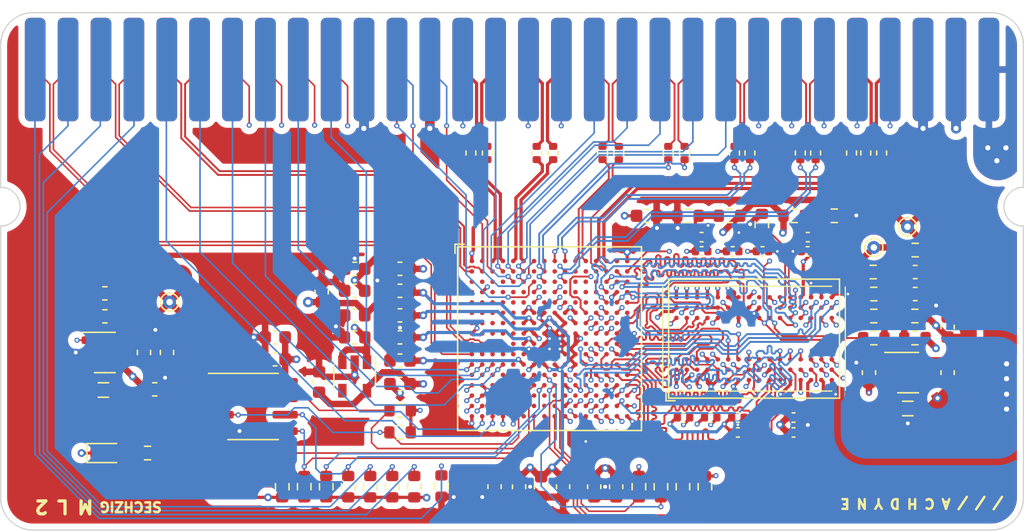
<source format=kicad_pcb>
(kicad_pcb (version 20211014) (generator pcbnew)
  (layers (0 "F.Cu" signal) (1 "In1.Cu" signal) (2 "In2.Cu" signal) (3 "In3.Cu" signal) (4 "In4.Cu" signal) (31 "B.Cu" signal) (34 "B.Paste" user) (35 "F.Paste" user) (36 "B.SilkS" user "B.Silkscreen") (37 "F.SilkS" user "F.Silkscreen") (38 "B.Mask" user) (39 "F.Mask" user) (44 "Edge.Cuts" user))
  (net 0 "")
  (net 1 "GND")
  (net 2 "/PWR5V0")
  (net 3 "Net-(L1-Pad1)")
  (net 4 "Net-(L2-Pad1)")
  (net 5 "/PWR2V5")
  (net 6 "/PWR1V1")
  (net 9 "/CSPI_SIO2")
  (net 14 "/CSPI_SCK")
  (net 15 "/CSPI_MISO")
  (net 16 "/CSPI_MOSI")
  (net 17 "/CSPI_SS")
  (net 22 "/CSPI_SIO3")
  (net 24 "/JTAG_TCK")
  (net 25 "/JTAG_TDI")
  (net 26 "/JTAG_TDO")
  (net 27 "/JTAG_TMS")
  (net 30 "/INITN")
  (net 31 "/DONE")
  (net 33 "/SD_MOSI")
  (net 34 "/USBD_PU")
  (net 36 "/SD_SS")
  (net 37 "/SD_MISO")
  (net 38 "/SD_SCK")
  (net 46 "/USBH1_N")
  (net 60 "/PWR3V3")
  (net 66 "/DRAM_VDD")
  (net 72 "/DRAM_VDDQ")
  (net 74 "/DRAM_VREF")
  (net 78 "/PWR1V35")
  (net 81 "Net-(C45-Pad2)")
  (net 82 "Net-(C52-Pad2)")
  (net 83 "/DRAM_ZQ")
  (net 84 "/DRAM_CK_P")
  (net 85 "/USBD_P")
  (net 91 "/DRAM_DQ0")
  (net 92 "/DRAM_DQ1")
  (net 93 "/DRAM_DQ2")
  (net 94 "/DRAM_DQ3")
  (net 95 "/DRAM_DQ4")
  (net 96 "/DRAM_DQ5")
  (net 97 "/DRAM_DQ6")
  (net 98 "/DRAM_DQ7")
  (net 99 "/DRAM_CK_N")
  (net 100 "/DRAM_A15")
  (net 101 "/DRAM_LDQS_P")
  (net 102 "/DRAM_LDQS_N")
  (net 104 "/DRAM_A10")
  (net 105 "/DRAM_A0")
  (net 106 "/DRAM_A1")
  (net 107 "/DRAM_A2")
  (net 108 "/DRAM_A3")
  (net 109 "/DRAM_A4")
  (net 110 "/DRAM_A5")
  (net 111 "/DRAM_A6")
  (net 112 "/DRAM_A7")
  (net 113 "/DRAM_A8")
  (net 114 "/DRAM_A9")
  (net 115 "/DRAM_A11")
  (net 116 "/DRAM_A12")
  (net 117 "/DRAM_CKE")
  (net 118 "/DRAM_LDM")
  (net 119 "/DRAM_DQ8")
  (net 120 "/DRAM_DQ9")
  (net 121 "/DRAM_DQ10")
  (net 122 "/DRAM_DQ11")
  (net 123 "/DRAM_DQ12")
  (net 124 "/DRAM_DQ13")
  (net 125 "/DRAM_DQ14")
  (net 126 "/DRAM_DQ15")
  (net 127 "/DRAM_UDQS_P")
  (net 128 "/DRAM_UDQS_N")
  (net 129 "/PROGRAMN")
  (net 131 "/DDMI_CK_P")
  (net 132 "/DDMI_D0_N")
  (net 135 "/DRAM_UDM")
  (net 137 "/CFG_1")
  (net 139 "/DDMI_D0_P")
  (net 140 "/DRAM_BA1")
  (net 141 "/SYS_RST_N")
  (net 142 "/USBDC_P")
  (net 143 "/DDMIC_CK_N")
  (net 146 "/DRAM_CS#")
  (net 147 "/DRAM_ODT")
  (net 149 "/DRAM_CAS#")
  (net 150 "/DRAM_RAS#")
  (net 151 "/DRAM_A14")
  (net 153 "/DRAM_WE#")
  (net 154 "/DRAM_BA2")
  (net 155 "/DRAM_A13")
  (net 156 "/DRAM_BA0")
  (net 157 "/DRAM_RESET#")
  (net 164 "/DDMI_CK_N")
  (net 165 "/USBDC_N")
  (net 169 "/USBD_N")
  (net 170 "/USBHC0_P")
  (net 171 "/USBH0_P")
  (net 172 "/USBHC0_N")
  (net 173 "/USBH0_N")
  (net 174 "/USBHC1_P")
  (net 175 "/USBH1_P")
  (net 176 "/USBHC1_N")
  (net 177 "/DDMIC_CK_P")
  (net 179 "Net-(C28-Pad1)")
  (net 180 "/DDMIC_D0_N")
  (net 181 "/DDMIC_D0_P")
  (net 184 "/UART_TX")
  (net 185 "/UART_RX")
  (net 186 "/DDMIC_D1_N")
  (net 187 "/DDMIC_D1_P")
  (net 188 "/DDMI_D2_N")
  (net 189 "/DDMIC_D2_N")
  (net 190 "/DDMI_D2_P")
  (net 191 "/DDMIC_D2_P")
  (net 192 "/LED")
  (net 199 "/ETH_CLK50")
  (net 201 "/DDMI_D1_N")
  (net 202 "/DDMI_D1_P")
  (net 212 "/SYS_CLK48")
  (net 213 "/SYS_PG")
  (net 214 "/AUD_DIN")
  (net 215 "/AUD_BCK")
  (net 216 "/AUD_WS")
  (net 217 "/ETH_TX0")
  (net 218 "/ETH_TX1")
  (net 219 "/ETH_RX0")
  (net 220 "/ETH_RX1")
  (net 221 "/ETH_TXEN")
  (net 222 "/ETH_CRS_DV")
  (net 223 "/ETH_RST_N")
  (net 224 "/SD_CD_N")
  (net 225 "/XA")
  (net 226 "/XB")
  (net 227 "/XC")
  (net 228 "/XD")
  (net 229 "/SD_D1")
  (net 230 "/DS0_N")
  (net 231 "/SD_D2")
  (net 232 "/DS0_P")
  (net 233 "/DS1_N")
  (net 234 "/DS1_P")
  (net 235 "/DS2_N")
  (net 236 "/DS2_P")
  (net 238 "Net-(D1-Pad2)")
  (footprint "Capacitor_SMD:C_0603_1608Metric" (layer "F.Cu") (at 127.345 125.105431 180)
    (fp_text reference "C50" hide)
    (fp_text value "4.7uF" hide)
  )
  (footprint "Capacitor_SMD:C_0603_1608Metric" (layer "F.Cu") (at 124.595 128.555431 90)
    (fp_text reference "C54" hide)
    (fp_text value "4.7uF" hide)
  )
  (footprint "Resistor_SMD:R_0603_1608Metric" (layer "F.Cu") (at 108.05 121.703 180)
    (fp_text reference "R52" hide)
    (fp_text value "100K" hide)
  )
  (footprint "TestPoint:TestPoint_THTPad_D1.0mm_Drill0.5mm" (layer "F.Cu") (at 113.05 122.375)
    (fp_text reference "TP4" hide)
    (fp_text value "TP_PWR1V1" hide)
  )
  (footprint "Package_TO_SOT_SMD:SOT-23-6" (layer "F.Cu") (at 108.05 126.275)
    (fp_text reference "U6" hide)
    (fp_text value "TLV62568DDC" hide)
  )
  (footprint "Capacitor_SMD:C_0603_1608Metric" (layer "F.Cu") (at 111.9 129.125)
    (fp_text reference "C48" hide)
    (fp_text value "4.7uF" hide)
  )
  (footprint "Capacitor_SMD:C_0603_1608Metric" (layer "F.Cu") (at 111.072 126.275 90)
    (fp_text reference "C52" hide)
    (fp_text value "10pF" hide)
  )
  (footprint "Capacitor_SMD:C_0603_1608Metric" (layer "F.Cu") (at 112.85 126.275 90)
    (fp_text reference "C56" hide)
    (fp_text value "10uF" hide)
  )
  (footprint "Resistor_SMD:R_0603_1608Metric" (layer "F.Cu") (at 108.05 123.481)
    (fp_text reference "R53" hide)
    (fp_text value "120K" hide)
  )
  (footprint "Package_TO_SOT_SMD:SOT-23-5" (layer "F.Cu") (at 127.345 128.130431 -90)
    (fp_text reference "U8" hide)
    (fp_text value "TLV73325PDBV" hide)
  )
  (footprint "Capacitor_SMD:C_0603_1608Metric" (layer "F.Cu") (at 124.795 121.605431 90)
    (fp_text reference "C55" hide)
    (fp_text value "22uF" hide)
  )
  (footprint "Resistor_SMD:R_0603_1608Metric" (layer "F.Cu") (at 170.62 125.155431)
    (fp_text reference "R46" hide)
    (fp_text value "120K" hide)
  )
  (footprint "Resistor_SMD:R_0603_1608Metric" (layer "F.Cu") (at 111.35 134.05 180)
    (fp_text reference "R29" hide)
    (fp_text value "536R" hide)
  )
  (footprint "Resistor_SMD:R_0603_1608Metric" (layer "F.Cu") (at 134.05 136.6 -90)
    (fp_text reference "R44" hide)
    (fp_text value "4K7" hide)
  )
  (footprint "Resistor_SMD:R_0402_1005Metric" (layer "F.Cu") (at 146.49 110.85 -90)
    (fp_text reference "R28" hide)
    (fp_text value "270R" hide)
  )
  (footprint "Resistor_SMD:R_0402_1005Metric" (layer "F.Cu") (at 166.825 110.85 -90)
    (fp_text reference "R10" hide)
    (fp_text value "22R" hide)
  )
  (footprint "Resistor_SMD:R_0402_1005Metric" (layer "F.Cu") (at 147.75 110.85 -90)
    (fp_text reference "R27" hide)
    (fp_text value "270R" hide)
  )
  (footprint "Resistor_SMD:R_0603_1608Metric" (layer "F.Cu") (at 164.395 115.705431)
    (fp_text reference "C31" hide)
    (fp_text value "22uF" hide)
  )
  (footprint "Resistor_SMD:R_0603_1608Metric" (layer "F.Cu") (at 131.95 136.65 90)
    (fp_text reference "R42" hide)
    (fp_text value "4K7" hide)
  )
  (footprint "Resistor_SMD:R_0603_1608Metric" (layer "F.Cu") (at 153.095 115.705431 180)
    (fp_text reference "C25" hide)
    (fp_text value "22uF" hide)
  )
  (footprint "Resistor_SMD:R_0402_1005Metric" (layer "F.Cu") (at 161.77 110.85 -90)
    (fp_text reference "R22" hide)
    (fp_text value "270R" hide)
  )
  (footprint "Resistor_SMD:R_0603_1608Metric" (layer "F.Cu") (at 154.4 136.65 -90)
    (fp_text reference "R1" hide)
    (fp_text value "4K7" hide)
  )
  (footprint "Resistor_SMD:R_0402_1005Metric" (layer "F.Cu") (at 141.405 110.85 -90)
    (fp_text reference "R16" hide)
    (fp_text value "22R" hide)
  )
  (footprint "Resistor_SMD:R_0402_1005Metric" (layer "F.Cu") (at 157.875 110.85 -90)
    (fp_text reference "R23" hide)
    (fp_text value "270R" hide)
  )
  (footprint "Resistor_SMD:R_0603_1608Metric" (layer "F.Cu") (at 167.445 121.755431 180)
    (fp_text reference "C28" hide)
    (fp_text value "100nF" hide)
  )
  (footprint "Capacitor_SMD:C_0402_1005Metric" (layer "F.Cu") (at 162.345 117.355431 180)
    (fp_text reference "C30" hide)
    (fp_text value "1uF" hide)
  )
  (footprint "Resistor_SMD:R_0603_1608Metric" (layer "F.Cu") (at 126.85 136.65 90)
    (fp_text reference "R4" hide)
    (fp_text value "1K" hide)
  )
  (footprint "Capacitor_SMD:C_0402_1005Metric" (layer "F.Cu") (at 162.325 118.455431 180)
    (fp_text reference "C23" hide)
    (fp_text value "100nF" hide)
  )
  (footprint "Resistor_SMD:R_0603_1608Metric" (layer "F.Cu") (at 170.62 123.455431 180)
    (fp_text reference "R45" hide)
    (fp_text value "150K" hide)
  )
  (footprint "Capacitor_SMD:C_0402_1005Metric" (layer "F.Cu") (at 156.945 131.305431)
    (fp_text reference "C34" hide)
    (fp_text value "100nF" hide)
  )
  (footprint "Resistor_SMD:R_0402_1005Metric" (layer "F.Cu") (at 162.95 110.85 -90)
    (fp_text reference "R13" hide)
    (fp_text value "270R" hide)
  )
  (footprint "Capacitor_SMD:C_0603_1608Metric" (layer "F.Cu") (at 141.745 136.655431 90)
    (fp_text reference "C2" hide)
    (fp_text value "220nF" hide)
  )
  (footprint "Resistor_SMD:R_0603_1608Metric" (layer "F.Cu") (at 130.86 130.75 180)
    (fp_text reference "R7" hide)
    (fp_text value "10K" hide)
  )
  (footprint "Inductor_SMD:L_0805_2012Metric" (layer "F.Cu") (at 107.9375 129.175)
    (fp_text reference "L2" hide)
    (fp_text value "INDUCTOR" hide)
  )
  (footprint "Capacitor_SMD:C_0603_1608Metric" (layer "F.Cu") (at 167.07 127.830431 -90)
    (fp_text reference "C44" hide)
    (fp_text value "4.7uF" hide)
  )
  (footprint "Capacitor_SMD:C_0603_1608Metric" (layer "F.Cu") (at 173.145 127.830431 90)
    (fp_text reference "C45" hide)
    (fp_text value "10pF" hide)
  )
  (footprint "Capacitor_SMD:C_0603_1608Metric" (layer "F.Cu") (at 121.2 125.1 180)
    (fp_text reference "C16" hide)
    (fp_text value "1uF" hide)
  )
  (footprint "Capacitor_SMD:C_0603_1608Metric" (layer "F.Cu") (at 170.645 120.055431)
    (fp_text reference "C42" hide)
    (fp_text value "100nF" hide)
  )
  (footprint "Capacitor_SMD:C_0603_1608Metric" (layer "F.Cu") (at 121.2 126.8 180)
    (fp_text reference "C14" hide)
    (fp_text value "100nF" hide)
  )
  (footprint "Resistor_SMD:R_0603_1608Metric" (layer "F.Cu") (at 128.55 136.65 90)
    (fp_text reference "R43" hide)
    (fp_text value "4K7" hide)
  )
  (footprint "Package_TO_SOT_SMD:SOT-23-6" (layer "F.Cu") (at 170.095 127.830431)
    (fp_text reference "U5" hide)
    (fp_text value "TLV62568DDC" hide)
  )
  (footprint "Resistor_SMD:R_0603_1608Metric" (layer "F.Cu") (at 167.395 120.055431)
    (fp_text reference "R40" hide)
    (fp_text value "1K" hide)
  )
  (footprint "TestPoint:TestPoint_THTPad_D1.0mm_Drill0.5mm" (layer "F.Cu") (at 167.445 118.155431)
    (fp_text reference "TP2" hide)
    (fp_text value "TP_DRAM_VREF" hide)
  )
  (footprint "Capacitor_SMD:C_0402_1005Metric" (layer "F.Cu") (at 161.245 132.455431)
    (fp_text reference "C29" hide)
    (fp_text value "1uF" hide)
  )
  (footprint "Capacitor_SMD:C_0603_1608Metric" (layer "F.Cu") (at 145.845 136.655431 90)
    (fp_text reference "C13" hide)
    (fp_text value "220nF" hide)
  )
  (footprint "Capacitor_SMD:C_0603_1608Metric" (layer "F.Cu") (at 130.845 126.905431)
    (fp_text reference "C8" hide)
    (fp_text value "220nF" hide)
  )
  (footprint "Capacitor_SMD:C_0603_1608Metric" (layer "F.Cu") (at 140.045 136.655431 90)
    (fp_text reference "C11" hide)
    (fp_text value "1uF" hide)
  )
  (footprint "Resistor_SMD:R_0603_1608Metric" (layer "F.Cu") (at 152.7 136.65 -90)
    (fp_text reference "R2" hide)
    (fp_text value "4K7" hide)
  )
  (footprint "Capacitor_SMD:C_0603_1608Metric" (layer "F.Cu") (at 170.645 121.755431)
    (fp_text reference "C43" hide)
    (fp_text value "1uF" hide)
  )
  (footprint "Resistor_SMD:R_0603_1608Metric" (layer "F.Cu") (at 156.295 115.705431)
    (fp_text reference "FB3" hide)
    (fp_text value "FerriteBead_Small" hide)
  )
  (footprint "Capacitor_SMD:C_0402_1005Metric" (layer "F.Cu") (at 154.145 117.355431)
    (fp_text reference "C24" hide)
    (fp_text value "1uF" hide)
  )
  (footprint "Capacitor_SMD:C_0603_1608Metric" (layer "F.Cu") (at 127.345 121.505431)
    (fp_text reference "C7" hide)
    (fp_text value "1uF" hide)
  )
  (footprint "Capacitor_SMD:C_0603_1608Metric" (layer "F.Cu") (at 130.845 123.405431)
    (fp_text reference "C10" hide)
    (fp_text value "220nF" hide)
  )
  (footprint "LD-MEMORY:BGA-96_9.0x13.0mm_Layout2x3x16_P0.8mm_FIXED_SILK" (layer "F.Cu") (at 158.195 125.205431 90)
    (fp_text reference "U3" hide)
    (fp_text value "MT41K64M16TW-107_J-TR" hide)
  )
  (footprint "Capacitor_SMD:C_0603_1608Metric" (layer "F.Cu") (at 130.845 121.505431)
    (fp_text reference "C9" hide)
    (fp_text value "220nF" hide)
  )
  (footprint "Capacitor_SMD:C_0402_1005Metric" (layer "F.Cu") (at 154.145 118.455431)
    (fp_text reference "C35" hide)
    (fp_text value "100nF" hide)
  )
  (footprint "Resistor_SMD:R_0603_1608Metric" (layer "F.Cu") (at 151 136.65 90)
    (fp_text reference "R9" hide)
    (fp_text value "51R" hide)
  )
  (footprint "Capacitor_SMD:C_0402_1005Metric" (layer "F.Cu") (at 158.845 118.455431)
    (fp_text reference "C37" hide)
    (fp_text value "100nF" hide)
  )
  (footprint "Resistor_SMD:R_0402_1005Metric" (layer "F.Cu") (at 151.57 110.85 -90)
    (fp_text reference "R26" hide)
    (fp_text value "270R" hide)
  )
  (footprint "Resistor_SMD:R_0603_1608Metric" (layer "F.Cu") (at 121.75 136.65 90)
    (fp_text reference "R12" hide)
    (fp_text value "10K" hide)
  )
  (footprint "Resistor_SMD:R_0402_1005Metric" (layer "F.Cu") (at 137.595 110.85 -90)
    (fp_text reference "R19" hide)
    (fp_text value "22R" hide)
  )
  (footprint "Resistor_SMD:R_0402_1005Metric" (layer "F.Cu") (at 168.05 110.845 -90)
    (fp_text reference "R15" hide)
    (fp_text value "22R" hide)
  )
  (footprint "Capacitor_SMD:C_0603_1608Metric" (layer "F.Cu") (at 130.845 128.705431)
    (fp_text reference "C3" hide)
    (fp_text value "220nF" hide)
  )
  (footprint "Resistor_SMD:R_0402_1005Metric" (layer "F.Cu") (at 136.325 110.85 -90)
    (fp_text reference "R18" hide)
    (fp_text value "22R" hide)
  )
  (footprint "Capacitor_SMD:C_0603_1608Metric" (layer "F.Cu") (at 127.345 119.805431 180)
    (fp_text reference "C58" hide)
    (fp_text value "22uF" hide)
  )
  (footprint "Capacitor_SMD:C_0402_1005Metric" (layer "F.Cu") (at 161.245 131.305431)
    (fp_text reference "C22" hide)
    (fp_text value "100nF" hide)
  )
  (footprint "Resistor_SMD:R_0603_1608Metric" (layer "F.Cu") (at 167.445 123.455431 180)
    (fp_text reference "R21" hide)
    (fp_text value "51R" hide)
  )
  (footprint "Resistor_SMD:R_0603_1608Metric" (layer "F.Cu") (at 130.25 136.65 90)
    (fp_text reference "R38" hide)
    (fp_text value "4K7" hide)
  )
  (footprint "Resistor_SMD:R_0603_1608Metric" (layer "F.Cu") (at 158.795 116.380431 90)
    (fp_text reference "R14" hide)
    (fp_text value "240R" hide)
  )
  (footprint "Capacitor_SMD:C_0603_1608Metric" (layer "F.Cu") (at 147.545 136.655431 90)
    (fp_text reference "C15" hide)
    (fp_text value "1uF" hide)
  )
  (footprint "Package_BGA:BGA-256_14.0x14.0mm_Layout16x16_P0.8mm_Ball0.45mm_Pad0.32mm_NSMD" (layer "F.Cu") (at 142.398355 125.205431)
    (fp_text reference "U1" hide)
    (fp_text value "Lattice_ECP_FPGA_ECP5U_45_CABGA256" hide)
  )
  (footprint "Resistor_SMD:R_0402_1005Metric" (layer "F.Cu") (at 156.685 110.85 -90)
    (fp_text reference "R24" hide)
    (fp_text value "270R" hide)
  )
  (footprint "LED_SMD:LED_0603_1608Metric" (layer "F.Cu") (at 108.15 134.05)
    (fp_text reference "D1" hide)
    (fp_text value "LED" hide)
  )
  (footprint "Resistor_SMD:R_0402_1005Metric" (layer "F.Cu") (at 142.675 110.85 -90)
    (fp_text reference "R17" hide)
    (fp_text value "22R" hide)
  )
  (footprint "Resistor_SMD:R_0603_1608Metric" (layer "F.Cu") (at 130.85 132.45 180)
    (fp_text reference "R6" hide)
    (fp_text value "10K" hide)
  )
  (footprint "Resistor_SMD:R_0402_1005Metric" (layer "F.Cu") (at 165.725 110.85 -90)
    (fp_text reference "R8" hide)
    (fp_text value "1K5" hide)
  )
  (footprint "Resistor_SMD:R_0603_1608Metric" (layer "F.Cu") (at 123.45 136.65 90)
    (fp_text reference "R11" hide)
    (fp_text value "10K" hide)
  )
  (footprint "TestPoint:TestPoint_THTPad_D1.0mm_Drill0.5mm" (layer "F.Cu") (at 170.045 116.555431)
    (fp_text reference "TP3" hide)
    (fp_text value "TP_PWR1V35" hide)
  )
  (footprint "Capacitor_SMD:C_0402_1005Metric" (layer "F.Cu") (at 156.945 132.455431)
    (fp_text reference "C38" hide)
    (fp_text value "1uF" hide)
  )
  (footprint "Capacitor_SMD:C_0603_1608Metric" (layer "F.Cu") (at 127.345 123.405431)
    (fp_text reference "C12" hide)
    (fp_text value "1uF" hide)
  )
  (footprint "Resistor_SMD:R_0603_1608Metric" (layer "F.Cu") (at 161.295 115.705431 180)
    (fp_text reference "FB4" hide)
    (fp_text value "FerriteBead_Small" hide)
  )
  (footprint "Resistor_SMD:R_0603_1608Metric" (layer "F.Cu") (at 170.645 118.355431 180)
    (fp_text reference "R39" hide)
    (fp_text value "1K" hide)
  )
  (footprint "Inductor_SMD:L_0805_2012Metric" (layer "F.Cu") (at 170.07 130.605431)
    (fp_text reference "L1" hide)
    (fp_text value "INDUCTOR" hide)
  )
  (footprint "Capacitor_SMD:C_0402_1005Metric" (layer "F.Cu") (at 152.745 131.305431)
    (fp_text reference "C32" hide)
    (fp_text value "100nF" hide)
  )
  (footprint "Resistor_SMD:R_0603_1608Metric" (layer "F.Cu") (at 125.15 136.65 90)
    (fp_text reference "R5" hide)
    (fp_text value "10K" hide)
  )
  (footprint "Capacitor_SMD:C_0603_1608Metric" (layer "F.Cu") (at 173.145 124.305431 90)
    (fp_text reference "C46" hide)
    (fp_text value "10uF" hide)
  )
  (footprint "Capacitor_SMD:C_0603_1608Metric" (layer "F.Cu") (at 138.15 136.65 -90)
    (fp_text reference "C51" hide)
    (fp_text value "22uF" hide)
  )
  (footprint "Resistor_SMD:R_0603_1608Metric" (layer "F.Cu") (at 149.3 136.65 -90)
    (fp_text reference "R3" hide)
    (fp_text value "4K7" hide)
  )
  (footprint "Resistor_SMD:R_0603_1608Metric" (layer "F.Cu") (at 167.445 125.155431 180)
    (fp_text reference "R20" hide)
    (fp_text value "51R" hide)
  )
  (footprint "Capacitor_SMD:C_0603_1608Metric" (layer "F.Cu") (at 130.845 119.805431)
    (fp_text reference "C5" hide)
    (fp_text value "220nF" hide)
  )
  (footprint "Capacitor_SMD:C_0603_1608Metric" (layer "F.Cu") (at 149.895 115.705 180)
    (fp_text reference "C6" hide)
    (fp_text value "220nF" hide)
  )
  (footprint "Capacitor_SMD:C_0402_1005Metric" (layer "F.Cu") (at 156.545 118.455431)
    (fp_text reference "C27" hide)
    (fp_text value "100nF" hide)
  )
  (footprint "Capacitor_SMD:C_0402_1005Metric" (layer "F.Cu") (at 154.845 131.305431)
    (fp_text reference "C26" hide)
    (fp_text value "100nF" hide)
  )
  (footprint "Package_SO:SOIC-8_3.9x4.9mm_P1.27mm" (layer "F.Cu") (at 119.5 130.45)
    (fp_text reference "U4" hide)
    (fp_text value "W25Q32JVSS" hide)
  )
  (footprint "Capacitor_SMD:C_0603_1608Metric" (layer "F.Cu") (at 143.445 136.655431 90)
    (fp_text reference "C4" hide)
    (fp_text value "220nF" hide)
  )
  (footprint "Resistor_SMD:R_0402_1005Metric" (layer "F.Cu") (at 152.83 110.85 -90)
    (fp_text reference "R25" hide)
    (fp_text value "270R" hide)
  )
  (footprint "Capacitor_SMD:C_0603_1608Metric" (layer "F.Cu") (at 130.845 125.105431)
    (fp_text reference "C1" hide)
    (fp_text value "220nF" hide)
  )
  (footprint "LD-EDGE:MACHDYNE_EDGE_60P" (layer "B.Cu") (at 139.5 104.4 90)
    (fp_text reference "U2" hide)
    (fp_text value "MACHDYNE-SECHZIG-60P" hide)
  )
  (gr_arc (start 100 102.5) (mid 100.732233 100.732233) (end 102.5 100) (layer "Edge.Cuts") (width 0.1))
  (gr_arc (start 179 137.5) (mid 178.267767 139.267767) (end 176.5 140) (layer "Edge.Cuts") (width 0.1))
  (gr_line (start 100 113.5) (end 100 102.5) (layer "Edge.Cuts") (width 0.1))
  (gr_arc (start 179 116.5) (mid 177.5 115) (end 179 113.5) (layer "Edge.Cuts") (width 0.1))
  (gr_arc (start 100 113.5) (mid 101.5 115) (end 100 116.5) (layer "Edge.Cuts") (width 0.1))
  (gr_line (start 179 113.5) (end 179 102.5) (layer "Edge.Cuts") (width 0.1))
  (gr_line (start 100 116.5) (end 100 137.5) (layer "Edge.Cuts") (width 0.1))
  (gr_line (start 102.5 140) (end 176.5 140) (layer "Edge.Cuts") (width 0.1))
  (gr_line (start 102.5 100) (end 176.5 100) (layer "Edge.Cuts") (width 0.1))
  (gr_arc (start 176.5 100) (mid 178.267767 100.732233) (end 179 102.5) (layer "Edge.Cuts") (width 0.1))
  (gr_arc (start 102.5 140) (mid 100.732233 139.267767) (end 100 137.5) (layer "Edge.Cuts") (width 0.1))
  (gr_line (start 179 116.5) (end 179 137.5) (layer "Edge.Cuts") (width 0.1))
  (gr_text "SECHZIG" (at 110.05 138.2 180) (layer "F.SilkS") (effects (font (size 0.75 0.75) (thickness 0.1875))))
  (gr_text "M L 2" (at 104.9 138.2 180) (layer "F.SilkS") (effects (font (size 1 1) (thickness 0.25))))
  (gr_text "/ / / A C H D Y N E" (at 171.15 137.95 180) (layer "F.SilkS") (effects (font (size 0.75 0.75) (thickness 0.1875))))
  (segment (start 167.845 127.830431) (end 167.07 128.605431) (width 0.5) (layer "F.Cu") (net 1))
  (segment (start 140.87 136.655431) (end 140.045 137.480431) (width 0.5) (layer "F.Cu") (net 1))
  (segment (start 164.195 129.205431) (end 164.495 129.505431) (width 0.25) (layer "F.Cu") (net 1))
  (segment (start 155.325 131.305431) (end 155.325 131.375431) (width 0.25) (layer "F.Cu") (net 1))
  (segment (start 142.397637 126.004713) (end 142.397637 126.006149) (width 0.25) (layer "F.Cu") (net 1))
  (segment (start 143.995 130.008786) (end 143.598355 130.405431) (width 0.25) (layer "F.Cu") (net 1))
  (segment (start 152.995 126.805431) (end 153.242487 126.805431) (width 0.125) (layer "F.Cu") (net 1))
  (segment (start 153.225 131.375431) (end 152.745 131.855431) (width 0.25) (layer "F.Cu") (net 1))
  (segment (start 106.9125 126.275) (end 105.8 126.275) (width 0.5) (layer "F.Cu") (net 1))
  (segment (start 130.07 125.105431) (end 130.07 126.905431) (width 0.5) (layer "F.Cu") (net 1))
  (segment (start 110.906 123.481) (end 111.95 124.525) (width 0.5) (layer "F.Cu") (net 1))
  (segment (start 141.999073 124.005431) (end 142.398355 124.404713) (width 0.25) (layer "F.Cu") (net 1))
  (segment (start 133.15 104.4) (end 133.15 108.95) (width 0.75) (layer "F.Cu") (net 1))
  (segment (start 158.595 122.805431) (end 158.595 122.855431) (width 0.25) (layer "F.Cu") (net 1))
  (segment (start 156.995 128.405431) (end 156.995 128.505431) (width 0.25) (layer "F.Cu") (net 1))
  (segment (start 140.895 136.655431) (end 140.87 136.655431) (width 0.5) (layer "F.Cu") (net 1))
  (segment (start 141.745 137.480431) (end 143.445 137.480431) (width 0.5) (layer "F.Cu") (net 1))
  (segment (start 165.245 115.680431) (end 165.22 115.705431) (width 0.5) (layer "F.Cu") (net 1))
  (segment (start 156.945 131.855431) (end 156.945 131.975431) (width 0.25) (layer "F.Cu") (net 1))
  (segment (start 140.797637 126.004713) (end 140.797637 126.006149) (width 0.25) (layer "F.Cu") (net 1))
  (segment (start 142.398355 125.205431) (end 141.998355 124.805431) (width 0.25) (layer "F.Cu") (net 1))
  (segment (start 134.05 137.425) (end 134.975 137.425) (width 0.25) (layer "F.Cu") (net 1))
  (segment (start 120.425 125.1) (end 119.55 125.1) (width 0.5) (layer "F.Cu") (net 1))
  (segment (start 152.995 128.405431) (end 153.395 128.005431) (width 0.25) (layer "F.Cu") (net 1))
  (segment (start 143.598355 124.805431) (end 143.595 124.805431) (width 0.25) (layer "F.Cu") (net 1))
  (segment (start 146.695 136.655431) (end 146.67 136.655431) (width 0.5) (layer "F.Cu") (net 1))
  (segment (start 120.425 125.1) (end 120.425 126.8) (width 0.5) (layer "F.Cu") (net 1))
  (segment (start 172.2575 122.642931) (end 172.2825 122.667931) (width 0.5) (layer "F.Cu") (net 1))
  (segment (start 129.17 120.705431) (end 130.07 119.805431) (width 0.5) (layer "F.Cu") (net 1))
  (segment (start 155.642487 122.805431) (end 156.042487 123.205431) (width 0.125) (layer "F.Cu") (net 1))
  (segment (start 136.398355 124.802076) (end 136.795 124.405431) (width 0.25) (layer "F.Cu") (net 1))
  (segment (start 134.975 137.425) (end 135 137.45) (width 0.25) (layer "F.Cu") (net 1))
  (segment (start 155.325 131.375431) (end 154.845 131.855431) (width 0.25) (layer "F.Cu") (net 1))
  (segment (start 167.07 128.605431) (end 167.07 129.380431) (width 0.5) (layer "F.Cu") (net 1))
  (segment (start 152.27 115.705431) (end 150.670431 115.705431) (width 0.5) (layer "F.Cu") (net 1))
  (segment (start 125.895 120.830431) (end 125.895 120.480431) (width 0.5) (layer "F.Cu") (net 1))
  (segment (start 154.625 116.475431) (end 154.645 116.455431) (width 0.25) (layer "F.Cu") (net 1))
  (segment (start 171.42 121.805431) (end 172.2575 122.642931) (width 0.5) (layer "F.Cu") (net 1))
  (segment (start 160.995 128.405431) (end 160.995 128.755431) (width 0.25) (layer "F.Cu") (net 1))
  (segment (start 158.595 122.855431) (end 158.195 123.255431) (width 0.25) (layer "F.Cu") (net 1))
  (segment (start 156.6325 122.915939) (end 156.6325 122.442931) (width 0.125) (layer "F.Cu") (net 1))
  (segment (start 143.198355 125.205431) (end 143.598355 124.805431) (width 0.25) (layer "F.Cu") (net 1))
  (segment (start 137.198355 121.605431) (end 137.198355 121.602076) (width 0.25) (layer "F.Cu") (net 1))
  (segment (start 143.195 125.208786) (end 142.798355 125.605431) (width 0.25) (layer "F.Cu") (net 1))
  (segment (start 171.25 104.4) (end 171.25 108.95) (width 0.75) (layer "F.Cu") (net 1))
  (segment (start 140.797637 126.004713) (end 141.198355 126.405431) (width 0.25) (layer "F.Cu") (net 1))
  (segment (start 112.7 129.1125) (end 112.6875 129.125) (width 0.5) (layer "F.Cu") (net 1))
  (segment (start 161.865 118.435431) (end 161.845 118.455431) (width 0.5) (layer "F.Cu") (net 1))
  (segment (start 130.845 124.355431) (end 130.82 124.355431) (width 0.5) (layer "F.Cu") (net 1))
  (segment (start 156.995 122.005431) (end 156.195 122.005431) (width 0.25) (layer "F.Cu") (net 1))
  (segment (start 166.62 121.755431) (end 165.445 121.755431) (width 0.25) (layer "F.Cu") (net 1))
  (segment (start 143.197637 126.004713) (end 142.798355 125.605431) (width 0.25) (layer "F.Cu") (net 1))
  (segment (start 126.57 123.580431) (end 125.895 124.255431) (width 0.5) (layer "F.Cu") (net 1))
  (segment (start 140.92 136.655431) (end 141.745 137.480431) (width 0.5) (layer "F.Cu") (net 1))
  (segment (start 117.025 132.355) (end 118.445 132.355) (width 0.5) (layer "F.Cu") (net 1))
  (segment (start 152.27 116.630431) (end 152.295 116.655431) (width 0.5) (layer "F.Cu") (net 1))
  (segment (start 136.395 119.202076) (end 136.398355 119.205431) (width 0.25) (layer "F.Cu") (net 1))
  (segment (start 137.198355 128.808786) (end 137.595 129.205431) (width 0.25) (layer "F.Cu") (net 1))
  (segment (start 161.865 117.355431) (end 161.865 118.435431) (width 0.5) (layer "F.Cu") (net 1))
  (segment (start 127.195 128.155431) (end 124.9825 128.155431) (width 0.5) (layer "F.Cu") (net 1))
  (segment (start 143.195 124.405431) (end 143.198355 124.405431) (width 0.25) (layer "F.Cu") (net 1))
  (segment (start 138.15 137.425) (end 137.225 137.425) (width 0.5) (layer "F.Cu") (net 1))
  (segment (start 146.695 136.655431) (end 146.77 136.655431) (width 0.5) (layer "F.Cu") (net 1))
  (segment (start 164.195 128.405431) (end 164.195 129.205431) (width 0.25) (layer "F.Cu") (net 1))
  (segment (start 142.397637 126.004713) (end 142.399073 126.004713) (width 0.25) (layer "F.Cu") (net 1))
  (segment (start 141.998355 125.605431) (end 142.398355 125.205431) (width 0.25) (layer "F.Cu") (net 1))
  (segment (start 171.445 125.155431) (end 172.245 125.955431) (width 0.5) (layer "F.Cu") (net 1))
  (segment (start 162.595 120.905431) (end 162.595 122.005431) (width 0.25) (layer "F.Cu") (net 1))
  (segment (start 143.595 124.805431) (end 143.195 124.405431) (width 0.25) (layer "F.Cu") (net 1))
  (segment (start 150.67 115.705) (end 150.67 116.630431) (width 0.5) (layer "F.Cu") (net 1))
  (segment (start 124.795 120.830431) (end 125.895 120.830431) (width 0.5) (layer "F.Cu") (net 1))
  (segment (start 143.195 125.205431) (end 143.195 125.208786) (width 0.25) (layer "F.Cu") (net 1))
  (segment (start 155.395 122.805431) (end 155.642487 122.805431) (width 0.125) (layer "F.Cu") (net 1))
  (segment (start 161.725 131.305431) (end 161.77 131.305431) (width 0.5) (layer "F.Cu") (net 1))
  (segment (start 137.198355 121.602076) (end 137.595 121.205431) (width 0.25) (layer "F.Cu") (net 1))
  (segment (start 126.57 125.092931) (end 126.5575 125.105431) (width 0.5) (layer "F.Cu") (net 1))
  (segment (start 158.795 115.555431) (end 158.695 115.555431) (width 0.5) (layer "F.Cu") (net 1))
  (segment (start 141.998355 124.804713) (end 142.398355 124.404713) (width 0.25) (layer "F.Cu") (net 1))
  (segment (start 142.398355 124.404713) (end 142.398355 124.405431) (width 0.25) (layer "F.Cu") (net 1))
  (segment (start 148.395 119.202076) (end 148.398355 119.205431) (width 0.25) (layer "F.Cu") (net 1))
  (segment (start 145.198355 131.205431) (end 145.198355 133.152076) (width 0.25) (layer "F.Cu") (net 1))
  (segment (start 143.199073 126.004713) (end 143.598355 125.605431) (width 0.25) (layer "F.Cu") (net 1))
  (segment (start 126.57 123.405431) (end 126.57 123.580431) (width 0.5) (layer "F.Cu") (net 1))
  (segment (start 141.998355 125.605431) (end 142.397637 126.004713) (width 0.25) (layer "F.Cu") (net 1))
  (segment (start 136.398355 131.748355) (end 136.4 131.75) (width 0.25) (layer "F.Cu") (net 1))
  (segment (start 141.998355 123.205431) (end 141.994569 123.205431) (width 0.25) (layer "F.Cu") (net 1))
  (segment (start 139.598355 131.205431) (end 139.598355 131.802076) (width 0.25) (layer "F.Cu") (net 1))
  (segment (start 165.445 121.755431) (end 164.445 121.755431) (width 0.25) (layer "F.Cu") (net 1))
  (segment (start 142.798355 124.805431) (end 143.598355 125.605431) (width 0.25) (layer "F.Cu") (net 1))
  (segment (start 152.27 115.705431) (end 152.27 116.630431) (width 0.5) (layer "F.Cu") (net 1))
  (segment (start 128.07 108.93) (end 128.05 108.95) (width 0.75) (layer "F.Cu") (net 1))
  (segment (start 143.995 130.005431) (end 143.995 130.008786) (width 0.25) (layer "F.Cu") (net 1))
  (segment (start 152.195 122.005431) (end 152.195 121.305431) (width 0.25) (layer "F.Cu") (net 1))
  (segment (start 108.8375 123.481) (end 110.906 123.481) (width 0.5) (layer "F.Cu") (net 1))
  (segment (start 141.597637 126.004713) (end 141.998355 126.405431) (width 0.25) (layer "F.Cu") (net 1))
  (segment (start 155.395 128.405431) (end 155.37 128.405431) (width 0.25) (layer "F.Cu") (net 1))
  (segment (start 141.994569 123.205431) (end 141.6 123.6) (width 0.25) (layer "F.Cu") (net 1))
  (segment (start 164.445 121.755431) (end 164.195 122.005431) (width 0.25) (layer "F.Cu") (net 1))
  (segment (start 156.995 128.505431) (end 156.595 128.905431) (width 0.25) (layer "F.Cu") (net 1))
  (segment (start 156.6325 122.442931) (end 156.195 122.005431) (width 0.125) (layer "F.Cu") (net 1))
  (segment (start 159.995 118.455431) (end 159.325 118.455431) (width 0.25) (layer "F.Cu") (net 1))
  (segment (start 161.77 131.305431) (end 162.345 131.880431) (width 0.5) (layer "F.Cu") (net 1))
  (segment (start 147.198355 122.005431) (end 147.598355 121.605431) (width 0.25) (layer "F.Cu") (net 1))
  (segment (start 160.8825 118.767931) (end 161.195 118.455431) (width 0.125) (layer "F.Cu") (net 1))
  (segment (start 143.198355 124.405431) (end 143.598355 124.005431) (width 0.25) (layer "F.Cu") (net 1))
  (segment (start 118.445 132.355) (end 118.45 132.35) (width 0.5) (layer "F.Cu") (net 1))
  (segment (start 152.995 122.005431) (end 152.995 121.305431) (width 0.25) (layer "F.Cu") (net 1))
  (segment (start 143.995 129.202076) (end 143.598355 128.805431) (width 0.25) (layer "F.Cu") (net 1))
  (segment (start 129.095 120.705431) (end 129.27 120.705431) (width 0.5) (layer "F.Cu") (net 1))
  (segment (start 143.995 129.205431) (end 143.995 129.202076) (width 0.25) (layer "F.Cu") (net 1))
  (segment (start 141.6 123.6) (end 141.6 123.607076) (width 0.25) (layer "F.Cu") (net 1))
  (segment (start 141.6 123.607076) (end 141.998355 124.005431) (width 0.25) (layer "F.Cu") (net 1))
  (segment (start 142.397637 126.004713) (end 142.798355 126.405431) (width 0.25) (layer "F.Cu") (net 1))
  (segment (start 127.345 119.005431) (end 127.345 119.030431) (width 0.5) (layer "F.Cu") (net 1))
  (segment (start 136.395 118.605431) (end 136.395 119.202076) (width 0.25) (layer "F.Cu") (net 1))
  (segment (start 156.343008 123.205431) (end 156.6325 122.915939) (width 0.125) (layer "F.Cu") (net 1))
  (segment (start 156.945 131.785431) (end 157.425 131.305431) (width 0.25) (layer "F.Cu") (net 1))
  (segment (start 136.398355 131.205431) (end 136.398355 131.748355) (width 0.25) (layer "F.Cu") (net 1))
  (segment (start 160.995 122.005431) (end 160.995 121.757944) (width 0.125) (layer "F.Cu") (net 1))
  (segment (start 162.345 128.655431) (end 162.345 131.880431) (width 0.25) (layer "F.Cu") (net 1))
  (segment (start 158.645 127.605431) (end 158.995 127.255431) (width 0.125) (layer "F.Cu") (net 1))
  (segment (start 148.398355 131.208786) (end 148.795 131.605431) (width 0.25) (layer "F.Cu") (net 1))
  (segment (start 141.597637 126.006149) (end 141.198355 126.405431) (width 0.25) (layer "F.Cu") (net 1))
  (segment (start 154.625 117.355431) (end 154.625 118.455431) (width 0.25) (layer "F.Cu") (net 1))
  (segment (start 136.398355 124.805431) (end 136.398355 124.802076) (width 0.25) (layer "F.Cu") (net 1))
  (segment (start 125.895 120.830431) (end 126.57 121.505431) (width 0.5) (layer "F.Cu") (net 1))
  (segment (start 156.195 122.005431) (end 156.195 121.305431) (width 0.25) (layer "F.Cu") (net 1))
  (segment (start 154.595 128.405431) (end 154.595 128.630431) (width 0.25) (layer "F.Cu") (net 1))
  (segment (start 147.198355 129.205431) (end 147.598355 128.805431) (width 0.25) (layer "F.Cu") (net 1))
  (segment (start 130.77 129.405431) (end 130.07 128.705431) (width 0.5) (layer "F.Cu") (net 1))
  (segment (start 141.998355 124.005431) (end 141.999073 124.005431) (width 0.25) (layer "F.Cu") (net 1))
  (segment (start 158.595 127.605431) (end 158.645 127.605431) (width 0.125) (layer "F.Cu") (net 1))
  (segment (start 161.725 132.455431) (end 161.77 132.455431) (width 0.5) (layer "F.Cu") (net 1))
  (segment (start 147.195 122.005431) (end 147.198355 122.005431) (width 0.25) (layer "F.Cu") (net 1))
  (segment (start 171.42 121.755431) (end 171.42 121.805431) (width 0.5) (layer "F.Cu") (net 1))
  (segment (start 166.62 121.655431) (end 168.22 120.055431) (width 0.5) (layer "F.Cu") (net 1))
  (segment (start 141.996919 125.605431) (end 141.597637 126.004713) (width 0.25) (layer "F.Cu") (net 1))
  (segment (start 142.399073 126.004713) (end 142.798355 125.605431) (width 0.25) (layer "F.Cu") (net 1))
  (segment (start 128.07 104.4) (end 128.07 108.93) (width 0.75) (layer "F.Cu") (net 1))
  (segment (start 140.797637 126.006149) (end 140.398355 126.405431) (width 0.25) (layer "F.Cu") (net 1))
  (segment (start 141.597637 126.004713) (end 141.597637 126.006149) (width 0.25) (layer "F.Cu") (net 1))
  (segment (start 154.595 122.805431) (end 155.395 122.805431) (width 0.25) (layer "F.Cu") (net 1))
  (segment (start 153.242487 126.805431) (end 153.654987 127.217931) (width 0.125) (layer "F.Cu") (net 1))
  (segment (start 158.695 115.555431) (end 157.895 116.355431) (width 0.5) (layer "F.Cu") (net 1))
  (segment (start 143.197637 126.004713) (end 143.598355 126.405431) (width 0.25) (layer "F.Cu") (net 1))
  (segment (start 126.5575 125.105431) (end 126.5575 124.917931) (width 0.5) (layer "F.Cu") (net 1))
  (segment (start 140.895 136.655431) (end 140.92 136.655431) (width 0.5) (layer "F.Cu") (net 1))
  (segment (start 130.845 129.405431) (end 130.77 129.405431) (width 0.5) (layer "F.Cu") (net 1))
  (segment (start 162.595 128.405431) (end 162.345 128.655431) (width 0.25) (layer "F.Cu") (net 1))
  (segment (start 130.07 123.405431) (end 130.07 123.580431) (width 0.5) (layer "F.Cu") (net 1))
  (segment (start 146.67 136.655431) (end 145.845 137.480431) (width 0.5) (layer "F.Cu") (net 1))
  (segment (start 127.345 119.030431) (end 126.57 119.805431) (width 0.5) (layer "F.Cu") (net 1))
  (segment (start 124.9825 128.155431) (end 124.595 127.767931) (width 0.5) (layer "F.Cu") (net 1))
  (segment (start 142.398355 124.405431) (end 142.798355 124.805431) (width 0.25) (layer "F.Cu") (net 1))
  (segment (start 156.945 131.855431) (end 156.945 131.785431) (width 0.25) (layer "F.Cu") (net 1))
  (segment (start 157.025 117.010431) (end 157.02 117.005431) (width 0.25) (layer "F.Cu") (net 1))
  (segment (start 142.798355 124.802076) (end 143.195 124.405431) (width 0.25) (layer "F.Cu") (net 1))
  (segment (start 153.654987 127.217931) (end 155.0075 127.217931) (width 0.125) (layer "F.Cu") (net 1))
  (segment (start 150.670431 115.705431) (end 150.67 115.705) (width 0.5) (layer "F.Cu") (net 1))
  (segment (start 130.07 123.580431) (end 130.845 124.355431) (width 0.5) (layer "F.Cu") (net 1))
  (segment (start 141.998355 124.805431) (end 141.998355 124.804713) (width 0.25) (layer "F.Cu") (net 1))
  (segment (start 139.598355 131.802076) (end 139.595 131.805431) (width 0.25) (layer "F.Cu") (net 1))
  (segment (start 155.37 128.405431) (end 154.87 128.905431) (width 0.25) (layer "F.Cu") (net 1))
  (segment (start 129.27 120.705431) (end 130.07 121.505431) (width 0.5) (layer "F.Cu") (net 1))
  (segment (start 142.398355 125.205431) (end 142.798355 125.605431) (width 0.25) (layer "F.Cu") (net 1))
  (segment (start 148.395 118.505431) (end 148.395 119.202076) (width 0.25) (layer "F.Cu") (net 1))
  (segment (start 142.397637 126.006149) (end 141.998355 126.405431) (width 0.25) (layer "F.Cu") (net 1))
  (segment (start 142.798355 124.805431) (end 142.798355 124.802076) (width 0.25) (layer "F.Cu") (net 1))
  (segment (start 161.845 118.455431) (end 161.195 118.455431) (width 0.5) (layer "F.Cu") (net 1))
  (segment (start 112.7 128.225) (end 112.7 129.1125) (width 0.5) (layer "F.Cu") (net 1))
  (segment (start 127.345 127.030431) (end 127.345 128.005431) (width 0.5) (layer "F.Cu") (net 1))
  (segment (start 148.398355 124.805431) (end 148.945 124.805431) (width 0.125) (layer "F.Cu") (net 1))
  (segment (start 143.195 125.205431) (end 143.198355 125.205431) (width 0.25) (layer "F.Cu") (net 1))
  (segment (start 153.225 131.305431) (end 153.225 131.375431) (width 0.25) (layer "F.Cu") (net 1))
  (segment (start 156.042487 123.205431) (end 156.343008 123.205431) (width 0.125) (layer "F.Cu") (net 1))
  (segment (start 160.8825 121.645444) (end 160.8825 118.767931) (width 0.125) (layer "F.Cu") (net 1))
  (segment (start 142.398355 125.205431) (end 142.798355 124.805431) (width 0.25) (layer "F.Cu") (net 1))
  (segment (start 147.195 129.205431) (end 147.198355 129.205431) (width 0.25) (layer "F.Cu") (net 1))
  (segment (start 141.998355 125.605431) (end 141.996919 125.605431) (width 0.25) (layer "F.Cu") (net 1))
  (segment (start 168.9575 127.830431) (end 167.845 127.830431) (width 0.5) (layer "F.Cu") (net 1))
  (segment (start 130.82 124.355431) (end 130.07 125.105431) (width 0.5) (layer "F.Cu") (net 1))
  (segment (start 148.398355 131.205431) (end 148.398355 131.208786) (width 0.25) (layer "F.Cu") (net 1))
  (segment (start 112.85 125.425) (end 111.95 124.525) (width 0.5) (layer "F.Cu") (net 1))
  (segment (start 143.197637 126.004713) (end 143.197637 126.006149) (width 0.25) (layer "F.Cu") (net 1))
  (segment (start 126.5575 124.917931) (end 125.895 124.255431) (width 0.5) (layer "F.Cu") (net 1))
  (segment (start 150.67 116.630431) (end 150.695 116.655431) (width 0.5) (layer "F.Cu") (net 1))
  (segment (start 143.197637 126.004713) (end 143.199073 126.004713) (width 0.25) (layer "F.Cu") (net 1))
  (segment (start 127.345 128.005431) (end 127.195 128.155431) (width 0.5) (layer "F.Cu") (net 1))
  (segment (start 129.095 120.705431) (end 129.17 120.705431) (width 0.5) (layer "F.Cu") (net 1))
  (segment (start 166.095 115.680431) (end 165.245 115.680431) (width 0.5) (layer "F.Cu") (net 1))
  (segment (start 160.995 121.757944) (end 160.8825 121.645444) (width 0.125) (layer "F.Cu") (net 1))
  (segment (start 145.198355 133.152076) (end 145.195 133.155431) (width 0.25) (layer "F.Cu") (net 1))
  (segment (start 112.85 125.4875) (end 112.85 125.425) (width 0.5) (layer "F.Cu") (net 1))
  (segment (start 137.225 137.425) (end 137.2 137.45) (width 0.5) (layer "F.Cu") (net 1))
  (segment (start 155.0075 127.217931) (end 155.395 127.605431) (width 0.125) (layer "F.Cu") (net 1))
  (segment (start 155.395 127.605431) (end 155.395 128.405431) (width 0.25) (layer "F.Cu") (net 1))
  (segment (start 166.62 121.755431) (end 166.62 121.655431) (width 0.5) (layer "F.Cu") (net 1))
  (segment (start 154.595 128.630431) (end 154.87 128.905431) (width 0.25) (layer "F.Cu") (net 1))
  (segment (start 160.995 128.755431) (end 160.245 129.505431) (width 0.25) (layer "F.Cu") (net 1))
  (segment (start 142.798355 123.205431) (end 143.598355 124.005431) (width 0.25) (layer "F.Cu") (net 1))
  (segment (start 171.42 120.055431) (end 171.42 121.755431) (width 0.5) (layer "F.Cu") (net 1))
  (segment (start 157.025 118.455431) (end 157.025 117.010431) (width 0.25) (layer "F.Cu") (net 1))
  (segment (start 156.945 131.975431) (end 157.425 132.455431) (width 0.25) (layer "F.Cu") (net 1))
  (segment (start 172.2825 122.667931) (end 173.145 123.530431) (width 0.5) (layer "F.Cu") (net 1))
  (segment (start 154.625 117.355431) (end 154.625 116.475431) (width 0.25) (layer "F.Cu") (net 1))
  (segment (start 161.77 132.455431) (end 162.345 131.880431) (width 0.5) (layer "F.Cu") (net 1))
  (segment (start 146.77 136.655431) (end 147.545 137.430431) (width 0.5) (layer "F.Cu") (net 1))
  (segment (start 143.197637 126.006149) (end 142.798355 126.405431) (width 0.25) (layer "F.Cu") (net 1))
  (segment (start 125.895 120.480431) (end 126.57 119.805431) (width 0.5) (layer "F.Cu") (net 1))
  (via (at 159.995 118.455431) (size 0.4) (drill 0.2) (layers "F.Cu" "B.Cu") (net 1))
  (via (at 152.745 131.855431) (size 0.4) (drill 0.2) (layers "F.Cu" "B.Cu") (net 1))
  (via (at 143.995 130.005431) (size 0.4) (drill 0.2) (layers "F.Cu" "B.Cu") (net 1))
  (via (at 156.195 121.305431) (size 0.4) (drill 0.2) (layers "F.Cu" "B.Cu") (net 1))
  (via (at 152.195 121.305431) (size 0.4) (drill 0.2) (layers "F.Cu" "B.Cu") (net 1))
  (via (at 119.55 125.1) (size 0.6) (drill 0.3) (layers "F.Cu" "B.Cu") (net 1))
  (via (at 141.6 123.6) (size 0.4) (drill 0.2) (layers "F.Cu" "B.Cu") (net 1))
  (via (at 130.845 129.405431) (size 0.6) (drill 0.3) (layers "F.Cu" "B.Cu") (net 1))
  (via (at 105.8 126.275) (size 0.6) (drill 0.3) (layers "F.Cu" "B.Cu") (net 1))
  (via (at 158.995 127.255431) (size 0.4) (drill 0.2) (layers "F.Cu" "B.Cu") (net 1))
  (via (at 172.245 125.955431) (size 0.6) (drill 0.3) (layers "F.Cu" "B.Cu") (net 1))
  (via (at 130.845 124.355431) (size 0.6) (drill 0.3) (layers "F.Cu" "B.Cu") (net 1))
  (via (at 143.195 125.205431) (size 0.4) (drill 0.2) (layers "F.Cu" "B.Cu") (net 1))
  (via (at 143.995 129.205431) (size 0.4) (drill 0.2) (layers "F.Cu" "B.Cu") (net 1))
  (via (at 166.095 115.680431) (size 0.6) (drill 0.3) (layers "F.Cu" "B.Cu") (net 1))
  (via (at 157.895 116.355431) (size 0.6) (drill 0.3) (layers "F.Cu" "B.Cu") (net 1))
  (via (at 135 137.45) (size 0.6) (drill 0.3) (layers "F.Cu" "B.Cu") (net 1))
  (via (at 111.95 124.525) (size 0.6) (drill 0.3) (layers "F.Cu" "B.Cu") (net 1))
  (via (at 129.095 120.705431) (size 0.6) (drill 0.3) (layers "F.Cu" "B.Cu") (net 1))
  (via (at 148.395 118.505431) (size 0.6) (drill 0.3) (layers "F.Cu" "B.Cu") (net 1))
  (via (at 133.15 108.95) (size 0.8) (drill 0.4) (layers "F.Cu" "B.Cu") (net 1))
  (via (at 164.495 129.505431) (size 0.4) (drill 0.2) (layers "F.Cu" "B.Cu") (net 1))
  (via (at 154.87 128.905431) (size 0.4) (drill 0.2) (layers "F.Cu" "B.Cu") (net 1))
  (via (at 142.397637 126.004713) (size 0.4) (drill 0.2) (layers "F.Cu" "B.Cu") (net 1))
  (via (at 142.398355 125.205431) (size 0.4) (drill 0.2) (layers "F.Cu" "B.Cu") (net 1))
  (via (at 139.595 131.805431) (size 0.4) (drill 0.2) (layers "F.Cu" "B.Cu") (net 1))
  (via (at 150.695 116.655431) (size 0.6) (drill 0.3) (layers "F.Cu" "B.Cu") (net 1))
  (via (at 147.195 129.205431) (size 0.4) (drill 0.2) (layers "F.Cu" "B.Cu") (net 1))
  (via (at 143.197637 126.004713) (size 0.4) (drill 0.2) (layers "F.Cu" "B.Cu") (net 1))
  (via (at 128.05 108.95) (size 0.8) (drill 0.4) (layers "F.Cu" "B.Cu") (net 1))
  (via (at 140.797637 126.004713) (size 0.4) (drill 0.2) (layers "F.Cu" "B.Cu") (net 1))
  (via (at 142.398355 124.404713) (size 0.4) (drill 0.2) (layers "F.Cu" "B.Cu") (net 1))
  (via (at 136.4 131.75) (size 0.4) (drill 0.2) (layers "F.Cu" "B.Cu") (net 1))
  (via (at 137.595 129.205431) (size 0.4) (drill 0.2) (layers "F.Cu" "B.Cu") (net 1))
  (via (at 154.645 116.455431) (size 0.4) (drill 0.2) (layers "F.Cu" "B.Cu") (net 1))
  (via (at 112.7 128.225) (size 0.6) (drill 0.3) (layers "F.Cu" "B.Cu") (net 1))
  (via (at 156.595 128.905431) (size 0.4) (drill 0.2) (layers "F.Cu" "B.Cu") (net 1))
  (via (at 156.945 131.855431) (size 0.4) (drill 0.2) (layers "F.Cu" "B.Cu") (net 1))
  (via (at 162.595 120.905431) (size 0.4) (drill 0.2) (layers "F.Cu" "B.Cu") (net 1))
  (via (at 137.595 121.205431) (size 0.4) (drill 0.2) (layers "F.Cu" "B.Cu") (net 1))
  (via (at 158.195 123.255431) (size 0.4) (drill 0.2) (layers "F.Cu" "B.Cu") (net 1))
  (via (at 145.195 133.155431) (size 0.4) (drill 0.2) (layers "F.Cu" "B.Cu") (net 1))
  (via (at 162.345 131.880431) (size 0.6) (drill 0.3) (layers "F.Cu" "B.Cu") (net 1))
  (via (at 140.895 136.655431) (size 0.6) (drill 0.3) (layers "F.Cu" "B.Cu") (net 1))
  (via (at 161.195 118.455431) (size 0.4) (drill 0.2) (layers "F.Cu" "B.Cu") (net 1))
  (via (at 137.2 137.45) (size 0.6) (drill 0.3) (layers "F.Cu" "B.Cu") (net 1))
  (via (at 127.345 128.005431) (size 0.6) (drill 0.3) (layers "F.Cu" "B.Cu") (net 1))
  (via (at 118.45 132.35) (size 0.6) (drill 0.3) (layers "F.Cu" "B.Cu") (net 1))
  (via (at 148.795 131.605431) (size 0.4) (drill 0.2) (layers "F.Cu" "B.Cu") (net 1))
  (via (at 152.995 121.305431) (size 0.4) (drill 0.2) (layers "F.Cu" "B.Cu") (net 1))
  (via (at 171.25 108.95) (size 0.8) (drill 0.4) (layers "F.Cu" "B.Cu") (net 1))
  (via (at 146.695 136.655431) (size 0.6) (drill 0.3) (layers "F.Cu" "B.Cu") (net 1))
  (via (at 172.2575 122.642931) (size 0.6) (drill 0.3) (layers "F.Cu" "B.Cu") (net 1))
  (via (at 154.845 131.855431) (size 0.4) (drill 0.2) (layers "F.Cu" "B.Cu") (net 1))
  (via (at 153.395 128.005431) (size 0.4) (drill 0.2) (layers "F.Cu" "B.Cu") (net 1))
  (via (at 167.07 129.380431) (size 0.4) (drill 0.2) (layers "F.Cu" "B.Cu") (net 1))
  (via (at 157.02 117.005431) (size 0.4) (drill 0.2) (layers "F.Cu" "B.Cu") (net 1))
  (via (at 136.395 118.605431) (size 0.4) (drill 0.2) (layers "F.Cu" "B.Cu") (net 1))
  (via (at 125.895 124.255431) (size 0.6) (drill 0.3) (layers "F.Cu" "B.Cu") (net 1))
  (via (at 152.295 116.655431) (size 0.6) (drill 0.3) (layers "F.Cu" "B.Cu") (net 1))
  (via (at 136.795 124.405431) (size 0.4) (drill 0.2) (layers "F.Cu" "B.Cu") (net 1))
  (via (at 165.445 121.755431) (size 0.4) (drill 0.2) (layers "F.Cu" "B.Cu") (net 1))
  (via (at 160.245 129.505431) (size 0.4) (drill 0.2) (layers "F.Cu" "B.Cu") (net 1))
  (via (at 127.345 119.005431) (size 0.6) (drill 0.3) (layers "F.Cu" "B.Cu") (net 1))
  (via (at 147.195 122.005431) (size 0.4) (drill 0.2) (layers "F.Cu" "B.Cu") (net 1))
  (via (at 148.945 124.805431) (size 0.4) (drill 0.2) (layers "F.Cu" "B.Cu") (net 1))
  (segment (start 128.07 104.4) (end 128.07 108.93) (width 0.75) (layer "B.Cu") (net 1))
  (segment (start 128.07 108.93) (end 128.05 108.95) (width 0.75) (layer "B.Cu") (net 1))
  (segment (start 171.25 104.4) (end 171.25 108.95) (width 0.75) (layer "B.Cu") (net 1))
  (segment (start 170.095 127.562969) (end 170.095 128.355431) (width 0.5) (layer "F.Cu") (net 2))
  (segment (start 111.1125 129.0375) (end 110.2 128.125) (width 0.5) (layer "F.Cu") (net 2))
  (segment (start 170.095 128.355431) (end 170.52 128.780431) (width 0.5) (layer "F.Cu") (net 2))
  (segment (start 111.1125 129.125) (end 111.1125 129.0375) (width 0.5) (layer "F.Cu") (net 2))
  (segment (start 170.52 128.780431) (end 171.2325 128.780431) (width 0.5) (layer "F.Cu") (net 2))
  (segment (start 109.3 127.225) (end 110.2 128.125) (width 0.5) (layer "F.Cu") (net 2))
  (segment (start 168.9575 126.880431) (end 169.412462 126.880431) (width 0.5) (layer "F.Cu") (net 2))
  (segment (start 169.412462 126.880431) (end 170.095 127.562969) (width 0.5) (layer "F.Cu") (net 2))
  (segment (start 171.2325 128.780431) (end 170.07 129.942931) (width 0.5) (layer "F.Cu") (net 2))
  (segment (start 168.9575 126.880431) (end 167.245 126.880431) (width 0.5) (layer "F.Cu") (net 2))
  (segment (start 109.1875 127.225) (end 109.3 127.225) (width 0.5) (layer "F.Cu") (net 2))
  (segment (start 167.245 126.880431) (end 167.07 127.055431) (width 0.5) (layer "F.Cu") (net 2))
  (segment (start 170.07 129.942931) (end 170.07 131.755431) (width 0.5) (layer "F.Cu") (net 2))
  (segment (start 167.07 127.055431) (end 166.095 127.055431) (width 0.5) (layer "F.Cu") (net 2))
  (via (at 177.7 127.15) (size 0.8) (drill 0.4) (layers "F.Cu" "B.Cu") (net 2))
  (via (at 176.95 111.45) (size 0.8) (drill 0.4) (layers "F.Cu" "B.Cu") (net 2))
  (via (at 177.7 130.65) (size 0.8) (drill 0.4) (layers "F.Cu" "B.Cu") (net 2))
  (via (at 177.7 128.3) (size 0.8) (drill 0.4) (layers "F.Cu" "B.Cu") (net 2))
  (via (at 177.65 110.45) (size 0.8) (drill 0.4) (layers "F.Cu" "B.Cu") (net 2))
  (via (at 177.7 129.5) (size 0.8) (drill 0.4) (layers "F.Cu" "B.Cu") (net 2))
  (via (at 166.095 127.055431) (size 0.6) (drill 0.3) (layers "F.Cu" "B.Cu") (net 2))
  (via (at 170.07 131.755431) (size 0.6) (drill 0.3) (layers "F.Cu" "B.Cu") (net 2))
  (via (at 110.2 128.125) (size 0.6) (drill 0.3) (layers "F.Cu" "B.Cu") (net 2))
  (via (at 176.25 110.45) (size 0.8) (drill 0.4) (layers "F.Cu" "B.Cu") (net 2))
  (segment (start 168.9575 128.780431) (end 168.9575 130.555431) (width 0.5) (layer "F.Cu") (net 3))
  (segment (start 168.9575 130.555431) (end 169.0075 130.605431) (width 0.5) (layer "F.Cu") (net 3))
  (segment (start 106.9125 127.225) (end 106.9125 129.1375) (width 0.5) (layer "F.Cu") (net 4))
  (segment (start 106.9125 129.1375) (end 106.875 129.175) (width 0.5) (layer "F.Cu") (net 4))
  (segment (start 140.398355 124.805431) (end 140.703786 124.5) (width 0.25) (layer "F.Cu") (net 5))
  (segment (start 141.205431 124.805431) (end 141.6 125.2) (width 0.25) (layer "F.Cu") (net 5))
  (segment (start 124.595 129.405431) (end 125.445 130.255431) (width 0.5) (layer "F.Cu") (net 5))
  (segment (start 125.445 130.255431) (end 127.27 130.255431) (width 0.5) (layer "F.Cu") (net 5))
  (segment (start 141.198355 124.805431) (end 141.205431 124.805431) (width 0.25) (layer "F.Cu") (net 5))
  (segment (start 128.295 129.230431) (end 128.295 129.025431) (width 0.5) (layer "F.Cu") (net 5))
  (segment (start 129.515 127.805431) (end 130.72 127.805431) (width 0.5) (layer "F.Cu") (net 5))
  (segment (start 140.799073 127.604713) (end 141.198355 127.205431) (width 0.25) (layer "F.Cu") (net 5))
  (segment (start 130.72 127.805431) (end 131.62 128.705431) (width 0.5) (layer "F.Cu") (net 5))
  (segment (start 128.295 129.025431) (end 129.515 127.805431) (width 0.5) (layer "F.Cu") (net 5))
  (segment (start 140.892924 124.5) (end 141.198355 124.805431) (width 0.25) (layer "F.Cu") (net 5))
  (segment (start 140.797637 127.604713) (end 140.799073 127.604713) (width 0.25) (layer "F.Cu") (net 5))
  (segment (start 140.703786 124.5) (end 140.892924 124.5) (width 0.25) (layer "F.Cu") (net 5))
  (segment (start 124.595 129.342931) (end 124.595 129.405431) (width 0.5) (layer "F.Cu") (net 5))
  (segment (start 131.62 128.705431) (end 132.645 128.705431) (width 0.5) (layer "F.Cu") (net 5))
  (segment (start 127.27 130.255431) (end 128.295 129.230431) (width 0.5) (layer "F.Cu") (net 5))
  (segment (start 144.395 124.005431) (end 143.995 123.605431) (width 0.25) (layer "F.Cu") (net 5))
  (segment (start 144.398355 124.005431) (end 144.395 124.005431) (width 0.25) (layer "F.Cu") (net 5))
  (via (at 143.995 123.605431) (size 0.4) (drill 0.2) (layers "F.Cu" "B.Cu") (net 5))
  (via (at 132.645 128.705431) (size 0.6) (drill 0.3) (layers "F.Cu" "B.Cu") (net 5))
  (via (at 141.6 125.2) (size 0.4) (drill 0.2) (layers "F.Cu" "B.Cu") (net 5))
  (via (at 140.797637 127.604713) (size 0.4) (drill 0.2) (layers "F.Cu" "B.Cu") (net 5))
  (segment (start 131.62 121.505431) (end 131.62 123.405431) (width 0.5) (layer "F.Cu") (net 6))
  (segment (start 140.17 135.880431) (end 140.895 135.155431) (width 0.5) (layer "F.Cu") (net 6))
  (segment (start 124.795 122.380431) (end 123.75 122.380431) (width 0.5) (layer "F.Cu") (net 6))
  (segment (start 124.87 122.455431) (end 124.795 122.380431) (width 0.5) (layer "F.Cu") (net 6))
  (segment (start 131.62 121.505431) (end 130.67 122.455431) (width 0.5) (layer "F.Cu") (net 6))
  (segment (start 140.398355 124.005431) (end 140.398355 124.004713) (width 0.25) (layer "F.Cu") (net 6))
  (segment (start 131.62 123.405431) (end 132.645 123.405431) (width 0.5) (layer "F.Cu") (net 6))
  (segment (start 128.12 123.130431) (end 127.445 122.455431) (width 0.5) (layer "F.Cu") (net 6))
  (segment (start 142.397637 127.604713) (end 141.998355 127.205431) (width 0.25) (layer "F.Cu") (net 6))
  (segment (start 111.072 127.0625) (end 111.072 127.103) (width 0.5) (layer "F.Cu") (net 6))
  (segment (start 140.045 135.880431) (end 140.17 135.880431) (width 0.5) (layer "F.Cu") (net 6))
  (segment (start 138.155431 135.880431) (end 138.15 135.875) (width 0.5) (layer "F.Cu") (net 6))
  (segment (start 143.199073 127.604713) (end 143.598355 127.205431) (width 0.25) (layer "F.Cu") (net 6))
  (segment (start 140.797637 123.605431) (end 140.798355 123.605431) (width 0.25) (layer "F.Cu") (net 6))
  (segment (start 141.745 135.880431) (end 141.62 135.880431) (width 0.5) (layer "F.Cu") (net 6))
  (segment (start 141.92 135.830431) (end 142.595 135.155431) (width 0.5) (layer "F.Cu") (net 6))
  (segment (start 141.745 135.830431) (end 141.57 135.830431) (width 0.5) (layer "F.Cu") (net 6))
  (segment (start 143.197637 127.604713) (end 143.199073 127.604713) (width 0.25) (layer "F.Cu") (net 6))
  (segment (start 143.27 135.830431) (end 142.595 135.155431) (width 0.5) (layer "F.Cu") (net 6))
  (segment (start 140.045 135.830431) (end 140.22 135.830431) (width 0.5) (layer "F.Cu") (net 6))
  (segment (start 143.197637 127.604713) (end 142.798355 127.205431) (width 0.25) (layer "F.Cu") (net 6))
  (segment (start 140.798355 123.605431) (end 141.198355 124.005431) (width 0.25) (layer "F.Cu") (net 6))
  (segment (start 127.445 122.455431) (end 124.87 122.455431) (width 0.5) (layer "F.Cu") (net 6))
  (segment (start 143.445 135.830431) (end 143.27 135.830431) (width 0.5) (layer "F.Cu") (net 6))
  (segment (start 129.07 122.455431) (end 128.12 123.405431) (width 0.5) (layer "F.Cu") (net 6))
  (segment (start 140.398355 124.004713) (end 140.797637 123.605431) (width 0.25) (layer "F.Cu") (net 6))
  (segment (start 130.67 122.455431) (end 129.07 122.455431) (width 0.5) (layer "F.Cu") (net 6))
  (segment (start 140.045 135.880431) (end 138.155431 135.880431) (width 0.5) (layer "F.Cu") (net 6))
  (segment (start 141.62 135.880431) (end 140.895 135.155431) (width 0.5) (layer "F.Cu") (net 6))
  (segment (start 142.795 124.005431) (end 142.395 123.605431) (width 0.25) (layer "F.Cu") (net 6))
  (segment (start 141.745 135.830431) (end 141.92 135.830431) (width 0.5) (layer "F.Cu") (net 6))
  (segment (start 128.12 123.405431) (end 128.12 123.130431) (width 0.5) (layer "F.Cu") (net 6))
  (segment (start 131.62 121.655431) (end 132.645 121.655431) (width 0.5) (layer "F.Cu") (net 6))
  (segment (start 142.798355 124.005431) (end 142.795 124.005431) (width 0.25) (layer "F.Cu") (net 6))
  (via (at 132.645 123.405431) (size 0.6) (drill 0.3) (layers "F.Cu" "B.Cu") (net 6))
  (via (at 143.197637 127.604713) (size 0.4) (drill 0.2) (layers "F.Cu" "B.Cu") (net 6))
  (via (at 142.595 135.155431) (size 0.6) (drill 0.3) (layers "F.Cu" "B.Cu") (net 6))
  (via (at 142.397637 127.604713) (size 0.4) (drill 0.2) (layers "F.Cu" "B.Cu") (net 6))
  (via (at 132.645 121.655431) (size 0.6) (drill 0.3) (layers "F.Cu" "B.Cu") (net 6))
  (via (at 140.797637 123.605431) (size 0.4) (drill 0.2) (layers "F.Cu" "B.Cu") (net 6))
  (via (at 123.75 122.380431) (size 0.8) (drill 0.4) (layers "F.Cu" "B.Cu") (net 6))
  (via (at 140.895 135.155431) (size 0.6) (drill 0.3) (layers "F.Cu" "B.Cu") (net 6))
  (via (at 142.395 123.605431) (size 0.4) (drill 0.2) (layers "F.Cu" "B.Cu") (net 6))
  (segment (start 142.395 123.605431) (end 141.545 124.455431) (width 0.25) (layer "B.Cu") (net 6))
  (segment (start 143.85 125.060431) (end 142.395 123.605431) (width 0.25) (layer "B.Cu") (net 6))
  (segment (start 143.395 127.755431) (end 143.395 134.355431) (width 0.25) (layer "B.Cu") (net 6))
  (segment (start 133.495 122.505431) (end 138.645 122.505431) (width 0.25) (layer "B.Cu") (net 6))
  (segment (start 139.745 124.455431) (end 138.395 123.105431) (width 0.25) (layer "B.Cu") (net 6))
  (segment (start 132.645 121.655431) (end 133.495 122.505431) (width 0.25) (layer "B.Cu") (net 6))
  (segment (start 143.85 126.95235) (end 143.85 125.060431) (width 0.25) (layer "B.Cu") (net 6))
  (segment (start 138.645 122.505431) (end 139.745 123.605431) (width 0.25) (layer "B.Cu") (net 6))
  (segment (start 143.197637 127.604713) (end 142.397637 127.604713) (width 0.25) (layer "B.Cu") (net 6))
  (segment (start 143.244282 127.604713) (end 143.395 127.755431) (width 0.25) (layer "B.Cu") (net 6))
  (segment (start 132.945 123.105431) (end 132.645 123.405431) (width 0.25) (layer "B.Cu") (net 6))
  (segment (start 143.395 134.355431) (end 142.595 135.155431) (width 0.25) (layer "B.Cu") (net 6))
  (segment (start 143.85 126.95235) (end 143.197637 127.604713) (width 0.25) (layer "B.Cu") (net 6))
  (segment (start 141.545 124.455431) (end 139.745 124.455431) (width 0.25) (layer "B.Cu") (net 6))
  (segment (start 138.395 123.105431) (end 132.945 123.105431) (width 0.25) (layer "B.Cu") (net 6))
  (segment (start 143.197637 127.604713) (end 143.244282 127.604713) (width 0.25) (layer "B.Cu") (net 6))
  (segment (start 139.745 123.605431) (end 140.797637 123.605431) (width 0.25) (layer "B.Cu") (net 6))
  (segment (start 140.0075 128.9075) (end 140.0075 132.8425) (width 0.125) (layer "F.Cu") (net 9))
  (segment (start 130.925 133.35) (end 130.025 132.45) (width 0.125) (layer "F.Cu") (net 9))
  (segment (start 140 128.65) (end 140 128.9) (width 0.125) (layer "F.Cu") (net 9))
  (segment (start 140.0075 132.8425) (end 139.5 133.35) (width 0.125) (layer "F.Cu") (net 9))
  (segment (start 139.5 133.35) (end 130.925 133.35) (width 0.125) (layer "F.Cu") (net 9))
  (segment (start 129.3 132.45) (end 130.025 132.45) (width 0.125) (layer "F.Cu") (net 9))
  (segment (start 117.025 131.085) (end 118.335 131.085) (width 0.125) (layer "F.Cu") (net 9))
  (segment (start 140 128.9) (end 140.0075 128.9075) (width 0.125) (layer "F.Cu") (net 9))
  (segment (start 141.198355 128.005431) (end 140.803786 128.4) (width 0.125) (layer "F.Cu") (net 9))
  (segment (start 140.803786 128.4) (end 140.25 128.4) (width 0.125) (layer "F.Cu") (net 9))
  (segment (start 140.25 128.4) (end 140 128.65) (width 0.125) (layer "F.Cu") (net 9))
  (segment (start 118.335 131.085) (end 118.35 131.1) (width 0.125) (layer "F.Cu") (net 9))
  (via (at 129.3 132.45) (size 0.4) (drill 0.2) (layers "F.Cu" "B.Cu") (net 9))
  (via (at 118.35 131.1) (size 0.4) (drill 0.2) (layers "F.Cu" "B.Cu") (net 9))
  (segment (start 123.75 130.55) (end 125.65 132.45) (width 0.125) (layer "B.Cu") (net 9))
  (segment (start 122.15 131.1) (end 122.7 130.55) (width 0.125) (layer "B.Cu") (net 9))
  (segment (start 122.7 130.55) (end 123.75 130.55) (width 0.125) (layer "B.Cu") (net 9))
  (segment (start 118.35 131.1) (end 122.15 131.1) (width 0.125) (layer "B.Cu") (net 9))
  (segment (start 125.65 132.45) (end 129.3 132.45) (width 0.125) (layer "B.Cu") (net 9))
  (segment (start 126.85 135.825) (end 126.85 135.1) (width 0.125) (layer "F.Cu") (net 14))
  (segment (start 142.795 128.805431) (end 142.395 129.205431) (width 0.125) (layer "F.Cu") (net 14))
  (segment (start 142.798355 128.805431) (end 142.795 128.805431) (width 0.125) (layer "F.Cu") (net 14))
  (segment (start 121.975 131.085) (end 123.3 131.085) (width 0.125) (layer "F.Cu") (net 14))
  (via (at 126.85 135.1) (size 0.4) (drill 0.2) (layers "F.Cu" "B.Cu") (net 14))
  (via (at 123.3 131.085) (size 0.4) (drill 0.2) (layers "F.Cu" "B.Cu") (net 14))
  (via (at 142.395 129.205431) (size 0.4) (drill 0.2) (layers "F.Cu" "B.Cu") (net 14))
  (segment (start 124.35 132.135) (end 124.35 135.25) (width 0.125) (layer "B.Cu") (net 14))
  (segment (start 126.3 135.65) (end 126.85 135.1) (width 0.125) (layer "B.Cu") (net 14))
  (segment (start 127.6 134.35) (end 126.85 135.1) (width 0.125) (layer "B.Cu") (net 14))
  (segment (start 124.75 135.65) (end 126.3 135.65) (width 0.125) (layer "B.Cu") (net 14))
  (segment (start 124.35 135.25) (end 124.75 135.65) (width 0.125) (layer "B.Cu") (net 14))
  (segment (start 123.3 131.085) (end 124.35 132.135) (width 0.125) (layer "B.Cu") (net 14))
  (segment (start 138.200431 134.35) (end 127.6 134.35) (width 0.125) (layer "B.Cu") (net 14))
  (segment (start 142.395 129.205431) (end 142.395 130.155431) (width 0.125) (layer "B.Cu") (net 14))
  (segment (start 142.395 130.155431) (end 138.200431 134.35) (width 0.125) (layer "B.Cu") (net 14))
  (segment (start 116.035 129.815) (end 117.025 129.815) (width 0.125) (layer "F.Cu") (net 15))
  (segment (start 115.75 130.1) (end 116.035 129.815) (width 0.125) (layer "F.Cu") (net 15))
  (segment (start 121.75 135.825) (end 118.575 135.825) (width 0.125) (layer "F.Cu") (net 15))
  (segment (start 141.198355 132.801645) (end 139.95 134.05) (width 0.125) (layer "F.Cu") (net 15))
  (segment (start 121.75 135.2) (end 121.75 135.825) (width 0.125) (layer "F.Cu") (net 15))
  (segment (start 122.9 134.05) (end 121.75 135.2) (width 0.125) (layer "F.Cu") (net 15))
  (segment (start 139.95 134.05) (end 122.9 134.05) (width 0.125) (layer "F.Cu") (net 15))
  (segment (start 115.75 133) (end 115.75 130.1) (width 0.125) (layer "F.Cu") (net 15))
  (segment (start 141.198355 131.205431) (end 141.198355 132.801645) (width 0.125) (layer "F.Cu") (net 15))
  (segment (start 118.575 135.825) (end 115.75 133) (width 0.125) (layer "F.Cu") (net 15))
  (segment (start 140.35 134.45) (end 141.998355 132.801645) (width 0.125) (layer "F.Cu") (net 16))
  (segment (start 124.1 134.45) (end 140.35 134.45) (width 0.125) (layer "F.Cu") (net 16))
  (segment (start 141.998355 132.801645) (end 141.998355 131.205431) (width 0.125) (layer "F.Cu") (net 16))
  (segment (start 123.45 135.825) (end 123.45 135.1) (width 0.125) (layer "F.Cu") (net 16))
  (segment (start 121.975 132.355) (end 123.3 132.355) (width 0.125) (layer "F.Cu") (net 16))
  (segment (start 123.45 135.1) (end 124.1 134.45) (width 0.125) (layer "F.Cu") (net 16))
  (via (at 123.3 132.355) (size 0.4) (drill 0.2) (layers "F.Cu" "B.Cu") (net 16))
  (via (at 123.45 135.1) (size 0.4) (drill 0.2) (layers "F.Cu" "B.Cu") (net 16))
  (segment (start 123.45 135.1) (end 123.45 132.505) (width 0.125) (layer "B.Cu") (net 16))
  (segment (start 123.45 132.505) (end 123.3 132.355) (width 0.125) (layer "B.Cu") (net 16))
  (segment (start 125.15 135.825) (end 124.325 136.65) (width 0.125) (layer "F.Cu") (net 17))
  (segment (start 124.325 136.65) (end 118.4 136.65) (width 0.125) (layer "F.Cu") (net 17))
  (segment (start 125.15 135.825) (end 125.15 135.1) (width 0.125) (layer "F.Cu") (net 17))
  (segment (start 118.4 136.65) (end 115.35 133.6) (width 0.125) (layer "F.Cu") (net 17))
  (segment (start 115.35 133.6) (end 115.35 128.9) (width 0.125) (layer "F.Cu") (net 17))
  (segment (start 115.35 128.9) (end 115.705 128.545) (width 0.125) (layer "F.Cu") (net 17))
  (segment (start 141.995 128.805431) (end 141.595 129.205431) (width 0.125) (layer "F.Cu") (net 17))
  (segment (start 115.705 128.545) (end 117.025 128.545) (width 0.125) (layer "F.Cu") (net 17))
  (segment (start 141.998355 128.805431) (end 141.995 128.805431) (width 0.125) (layer "F.Cu") (net 17))
  (via (at 125.15 135.1) (size 0.4) (drill 0.2) (layers "F.Cu" "B.Cu") (net 17))
  (via (at 141.595 129.205431) (size 0.4) (drill 0.2) (layers "F.Cu" "B.Cu") (net 17))
  (segment (start 141.595 129.205431) (end 141.595 130.601877) (width 0.125) (layer "B.Cu") (net 17))
  (segment (start 138.096877 134.1) (end 126.15 134.1) (width 0.125) (layer "B.Cu") (net 17))
  (segment (start 126.15 134.1) (end 125.15 135.1) (width 0.125) (layer "B.Cu") (net 17))
  (segment (start 141.595 130.601877) (end 138.096877 134.1) (width 0.125) (layer "B.Cu") (net 17))
  (segment (start 123.665 129.815) (end 121.975 129.815) (width 0.125) (layer "F.Cu") (net 22))
  (segment (start 124.6 130.75) (end 123.665 129.815) (width 0.125) (layer "F.Cu") (net 22))
  (segment (start 141.198355 128.805431) (end 140.8 129.203786) (width 0.125) (layer "F.Cu") (net 22))
  (segment (start 129.3 130.75) (end 130.035 130.75) (width 0.125) (layer "F.Cu") (net 22))
  (segment (start 128.65 133.25) (end 128.65 132.135) (width 0.125) (layer "F.Cu") (net 22))
  (segment (start 129.1 133.7) (end 128.65 133.25) (width 0.125) (layer "F.Cu") (net 22))
  (segment (start 128.65 132.135) (end 130.035 130.75) (width 0.125) (layer "F.Cu") (net 22))
  (segment (start 129.3 130.75) (end 124.6 130.75) (width 0.125) (layer "F.Cu") (net 22))
  (segment (start 140.8 132.55) (end 139.65 133.7) (width 0.125) (layer "F.Cu") (net 22))
  (segment (start 139.65 133.7) (end 129.1 133.7) (width 0.125) (layer "F.Cu") (net 22))
  (segment (start 140.8 129.203786) (end 140.8 132.55) (width 0.125) (layer "F.Cu") (net 22))
  (segment (start 143.598355 131.205431) (end 143.605431 131.205431) (width 0.125) (layer "F.Cu") (net 24))
  (segment (start 134.05 135.05) (end 134.05 135.775) (width 0.125) (layer "F.Cu") (net 24))
  (segment (start 143.605431 131.205431) (end 144 131.6) (width 0.125) (layer "F.Cu") (net 24))
  (via (at 144 131.6) (size 0.4) (drill 0.2) (layers "F.Cu" "B.Cu") (net 24))
  (via (at 134.05 135.05) (size 0.4) (drill 0.2) (layers "F.Cu" "B.Cu") (net 24))
  (segment (start 102.65 108.75) (end 102.65 134.15) (width 0.125) (layer "B.Cu") (net 24))
  (segment (start 102.65 104.42) (end 102.67 104.4) (width 0.125) (layer "B.Cu") (net 24))
  (segment (start 102.65 108.75) (end 102.65 104.42) (width 0.125) (layer "B.Cu") (net 24))
  (segment (start 132.5 139.1) (end 134.05 137.55) (width 0.125) (layer "B.Cu") (net 24))
  (segment (start 107.6 139.1) (end 132.5 139.1) (width 0.125) (layer "B.Cu") (net 24))
  (segment (start 134.05 137.55) (end 134.05 135.05) (width 0.125) (layer "B.Cu") (net 24))
  (segment (start 102.65 134.15) (end 107.6 139.1) (width 0.125) (layer "B.Cu") (net 24))
  (segment (start 144.8 130.003786) (end 144.398355 130.405431) (width 0.125) (layer "F.Cu") (net 25))
  (segment (start 130.25 135.825) (end 130.25 135.1) (width 0.125) (layer "F.Cu") (net 25))
  (segment (start 144.8 130) (end 144.8 130.003786) (width 0.125) (layer "F.Cu") (net 25))
  (via (at 144.8 130) (size 0.4) (drill 0.2) (layers "F.Cu" "B.Cu") (net 25))
  (via (at 130.25 135.1) (size 0.4) (drill 0.2) (layers "F.Cu" "B.Cu") (net 25))
  (segment (start 107.8 138.5) (end 126.85 138.5) (width 0.125) (layer "B.Cu") (net 25))
  (segment (start 107.7 108.75) (end 107.7 104.45) (width 0.125) (layer "B.Cu") (net 25))
  (segment (start 107.7 104.45) (end 107.75 104.4) (width 0.125) (layer "B.Cu") (net 25))
  (segment (start 103.3 134) (end 107.8 138.5) (width 0.125) (layer "B.Cu") (net 25))
  (segment (start 107.7 108.75) (end 103.3 113.15) (width 0.125) (layer "B.Cu") (net 25))
  (segment (start 126.85 138.5) (end 130.25 135.1) (width 0.125) (layer "B.Cu") (net 25))
  (segment (start 103.3 113.15) (end 103.3 134) (width 0.125) (layer "B.Cu") (net 25))
  (segment (start 131.95 135.825) (end 131.95 135.1) (width 0.125) (layer "F.Cu") (net 26))
  (segment (start 143.598355 128.005431) (end 143.598355 128.008786) (width 0.125) (layer "F.Cu") (net 26))
  (segment (start 143.598355 128.008786) (end 143.995 128.405431) (width 0.125) (layer "F.Cu") (net 26))
  (via (at 131.95 135.1) (size 0.4) (drill 0.2) (layers "F.Cu" "B.Cu") (net 26))
  (via (at 143.995 128.405431) (size 0.4) (drill 0.2) (layers "F.Cu" "B.Cu") (net 26))
  (segment (start 105.2 108.75) (end 105.2 104.41) (width 0.125) (layer "B.Cu") (net 26))
  (segment (start 103 134.1) (end 107.7 138.8) (width 0.125) (layer "B.Cu") (net 26))
  (segment (start 105.2 104.41) (end 105.21 104.4) (width 0.125) (layer "B.Cu") (net 26))
  (segment (start 103 110.95) (end 103 134.1) (width 0.125) (layer "B.Cu") (net 26))
  (segment (start 107.7 138.8) (end 128.25 138.8) (width 0.125) (layer "B.Cu") (net 26))
  (segment (start 105.2 108.75) (end 103 110.95) (width 0.125) (layer "B.Cu") (net 26))
  (segment (start 128.25 138.8) (end 131.95 135.1) (width 0.125) (layer "B.Cu") (net 26))
  (segment (start 144.398355 131.205431) (end 144.398355 131.198355) (width 0.125) (layer "F.Cu") (net 27))
  (segment (start 128.55 135.825) (end 128.55 135.1) (width 0.125) (layer "F.Cu") (net 27))
  (segment (start 144.398355 131.198355) (end 144 130.8) (width 0.125) (layer "F.Cu") (net 27))
  (via (at 128.55 135.1) (size 0.4) (drill 0.2) (layers "F.Cu" "B.Cu") (net 27))
  (via (at 144 130.8) (size 0.4) (drill 0.2) (layers "F.Cu" "B.Cu") (net 27))
  (segment (start 103.6 115.45) (end 103.6 133.9) (width 0.125) (layer "B.Cu") (net 27))
  (segment (start 107.9 138.2) (end 125.45 138.2) (width 0.125) (layer "B.Cu") (net 27))
  (segment (start 110.3 108.75) (end 103.6 115.45) (width 0.125) (layer "B.Cu") (net 27))
  (segment (start 103.6 133.9) (end 107.9 138.2) (width 0.125) (layer "B.Cu") (net 27))
  (segment (start 110.3 108.75) (end 110.3 104.41) (width 0.125) (layer "B.Cu") (net 27))
  (segment (start 125.45 138.2) (end 128.55 135.1) (width 0.125) (layer "B.Cu") (net 27))
  (segment (start 110.3 104.41) (end 110.29 104.4) (width 0.125) (layer "B.Cu") (net 27))
  (segment (start 144.545 138.095) (end 145.3 138.85) (width 0.125) (layer "F.Cu") (net 30))
  (segment (start 145.3 138.85) (end 152.2 138.85) (width 0.125) (layer "F.Cu") (net 30))
  (segment (start 142.798355 133.658786) (end 144.545 135.405431) (width 0.125) (layer "F.Cu") (net 30))
  (segment (start 152.2 138.85) (end 152.7 138.35) (width 0.125) (layer "F.Cu") (net 30))
  (segment (start 142.798355 131.205431) (end 142.798355 133.658786) (width 0.125) (layer "F.Cu") (net 30))
  (segment (start 152.7 138.35) (end 152.7 137.475) (width 0.125) (layer "F.Cu") (net 30))
  (segment (start 144.545 135.405431) (end 144.545 138.095) (width 0.125) (layer "F.Cu") (net 30))
  (segment (start 138.798355 127.205431) (end 138.794569 127.205431) (width 0.125) (layer "F.Cu") (net 33))
  (segment (start 138.794569 127.205431) (end 138.4 127.6) (width 0.125) (layer "F.Cu") (net 33))
  (via (at 138.4 127.6) (size 0.4) (drill 0.2) (layers "F.Cu" "B.Cu") (net 33))
  (segment (start 135.8125 128.7875) (end 134.2625 130.3375) (width 0.125) (layer "B.Cu") (net 33))
  (segment (start 138.4 127.6) (end 137.2125 128.7875) (width 0.125) (layer "B.Cu") (net 33))
  (segment (start 128.8875 130.3375) (end 117.91 119.36) (width 0.125) (layer "B.Cu") (net 33))
  (segment (start 137.2125 128.7875) (end 135.8125 128.7875) (width 0.125) (layer "B.Cu") (net 33))
  (segment (start 117.91 119.36) (end 117.91 104.4) (width 0.125) (layer "B.Cu") (net 33))
  (segment (start 134.2625 130.3375) (end 128.8875 130.3375) (width 0.125) (layer "B.Cu") (net 33))
  (segment (start 146.798355 120.005431) (end 146.392924 119.6) (width 0.125) (layer "F.Cu") (net 34))
  (segment (start 165.225 112.7) (end 165.725 112.2) (width 0.125) (layer "F.Cu") (net 34))
  (segment (start 145.6 119.35) (end 145.6 115.9) (width 0.125) (layer "F.Cu") (net 34))
  (segment (start 165.725 112.2) (end 165.725 111.36) (width 0.125) (layer "F.Cu") (net 34))
  (segment (start 146.392924 119.6) (end 145.85 119.6) (width 0.125) (layer "F.Cu") (net 34))
  (segment (start 145.85 119.6) (end 145.6 119.35) (width 0.125) (layer "F.Cu") (net 34))
  (segment (start 145.6 115.9) (end 148.8 112.7) (width 0.125) (layer "F.Cu") (net 34))
  (segment (start 148.8 112.7) (end 165.225 112.7) (width 0.125) (layer "F.Cu") (net 34))
  (segment (start 137.198355 127.205431) (end 137.194569 127.205431) (width 0.125) (layer "F.Cu") (net 36))
  (segment (start 137.194569 127.205431) (end 136.8 127.6) (width 0.125) (layer "F.Cu") (net 36))
  (via (at 136.8 127.6) (size 0.4) (drill 0.2) (layers "F.Cu" "B.Cu") (net 36))
  (segment (start 129.3 128.05) (end 126.8 125.55) (width 0.125) (layer "B.Cu") (net 36))
  (segment (start 136.8 127.6) (end 136.35 128.05) (width 0.125) (layer "B.Cu") (net 36))
  (segment (start 122.99 118.29) (end 122.99 104.4) (width 0.125) (layer "B.Cu") (net 36))
  (segment (start 136.35 128.05) (end 129.3 128.05) (width 0.125) (layer "B.Cu") (net 36))
  (segment (start 126.8 122.1) (end 122.99 118.29) (width 0.125) (layer "B.Cu") (net 36))
  (segment (start 126.8 125.55) (end 126.8 122.1) (width 0.125) (layer "B.Cu") (net 36))
  (segment (start 137.998355 127.205431) (end 137.994569 127.205431) (width 0.125) (layer "F.Cu") (net 37))
  (segment (start 137.994569 127.205431) (end 137.6 127.6) (width 0.125) (layer "F.Cu") (net 37))
  (via (at 137.6 127.6) (size 0.4) (drill 0.2) (layers "F.Cu" "B.Cu") (net 37))
  (segment (start 137.6 127.6) (end 136.85 128.35) (width 0.125) (layer "B.Cu") (net 37))
  (segment (start 136.85 128.35) (end 134.85 128.35) (width 0.125) (layer "B.Cu") (net 37))
  (segment (start 132.05 129.4) (end 131.55 128.9) (width 0.125) (layer "B.Cu") (net 37))
  (segment (start 120.45 120.35) (end 120.45 104.4) (width 0.125) (layer "B.Cu") (net 37))
  (segment (start 129 128.9) (end 120.45 120.35) (width 0.125) (layer "B.Cu") (net 37))
  (segment (start 131.55 128.9) (end 129 128.9) (width 0.125) (layer "B.Cu") (net 37))
  (segment (start 133.8 129.4) (end 132.05 129.4) (width 0.125) (layer "B.Cu") (net 37))
  (segment (start 134.85 128.35) (end 133.8 129.4) (width 0.125) (layer "B.Cu") (net 37))
  (segment (start 136.003786 127.6) (end 136.398355 127.205431) (width 0.125) (layer "F.Cu") (net 38))
  (segment (start 136 127.6) (end 136.003786 127.6) (width 0.125) (layer "F.Cu") (net 38))
  (via (at 136 127.6) (size 0.4) (drill 0.2) (layers "F.Cu" "B.Cu") (net 38))
  (segment (start 128.25 125.5) (end 128.25 112.35) (width 0.125) (layer "B.Cu") (net 38))
  (segment (start 125.53 109.63) (end 125.53 104.4) (width 0.125) (layer "B.Cu") (net 38))
  (segment (start 130.35 127.6) (end 128.25 125.5) (width 0.125) (layer "B.Cu") (net 38))
  (segment (start 128.25 112.35) (end 125.53 109.63) (width 0.125) (layer "B.Cu") (net 38))
  (segment (start 136 127.6) (end 130.35 127.6) (width 0.125) (layer "B.Cu") (net 38))
  (segment (start 137.16 112.577156) (end 137.16 111.795) (width 0.25) (layer "F.Cu") (net 46))
  (segment (start 138.598355 114.015511) (end 137.16 112.577156) (width 0.25) (layer "F.Cu") (net 46))
  (segment (start 138.598355 119.005431) (end 138.598355 114.015511) (width 0.25) (layer "F.Cu") (net 46))
  (segment (start 137.16 111.795) (end 137.595 111.36) (width 0.25) (layer "F.Cu") (net 46))
  (segment (start 138.798355 119.205431) (end 138.598355 119.005431) (width 0.25) (layer "F.Cu") (net 46))
  (segment (start 140.797637 125.204713) (end 140.797637 125.206149) (width 0.25) (layer "F.Cu") (net 60))
  (segment (start 131.685 130.75) (end 131.685 132.44) (width 0.25) (layer "F.Cu") (net 60))
  (segment (start 121.975 126.8) (end 122.85 126.8) (width 0.5) (layer "F.Cu") (net 60))
  (segment (start 132.875 137.475) (end 132.9 137.5) (width 0.25) (layer "F.Cu") (net 60))
  (segment (start 123.45 137.475) (end 125.15 137.475) (width 0.25) (layer "F.Cu") (net 60))
  (segment (start 140.797637 125.206149) (end 140.398355 125.605431) (width 0.25) (layer "F.Cu") (net 60))
  (segment (start 131.62 126.905431) (end 132.645 126.905431) (width 0.5) (layer "F.Cu") (net 60))
  (segment (start 128.55 137.475) (end 130.25 137.475) (width 0.25) (layer "F.Cu") (net 60))
  (segment (start 131.62 119.805431) (end 132.645 119.805431) (width 0.5) (layer "F.Cu") (net 60))
  (segment (start 131.95 137.475) (end 132.875 137.475) (width 0.25) (layer "F.Cu") (net 60))
  (segment (start 131.685 130.75) (end 132.4 130.75) (width 0.25) (layer "F.Cu") (net 60))
  (segment (start 120.65 137.475) (end 116.475 137.475) (width 0.25) (layer "F.Cu") (net 60))
  (segment (start 143.998355 122.805431) (end 144.398355 123.205431) (width 0.25) (layer "F.Cu") (net 60))
  (segment (start 131.685 132.44) (end 131.675 132.45) (width 0.25) (layer "F.Cu") (net 60))
  (segment (start 127.345 124.355431) (end 127.3825 124.355431) (width 0.5) (layer "F.Cu") (net 60))
  (segment (start 127.3825 124.355431) (end 128.1325 125.105431) (width 0.5) (layer "F.Cu") (net 60))
  (segment (start 126.395 126.375431) (end 126.715 126.055431) (width 0.5) (layer "F.Cu") (net 60))
  (segment (start 130.77 118.955431) (end 128.97 118.955431) (width 0.5) (layer "F.Cu") (net 60))
  (segment (start 154.4 135.825) (end 155.225 135.825) (width 0.25) (layer "F.Cu") (net 60))
  (segment (start 130.25 137.475) (end 131.95 137.475) (width 0.25) (layer "F.Cu") (net 60))
  (segment (start 127.345 120.730431) (end 128.12 121.505431) (width 0.5) (layer "F.Cu") (net 60))
  (segment (start 140.797637 122.804713) (end 141.198355 123.205431) (width 0.25) (layer "F.Cu") (net 60))
  (segment (start 120.65 137.475) (end 121.75 137.475) (width 0.25) (layer "F.Cu") (net 60))
  (segment (start 143.598355 123.205431) (end 143.598355 123.202076) (width 0.25) (layer "F.Cu") (net 60))
  (segment (start 143.995 122.805431) (end 143.998355 122.805431) (width 0.25) (layer "F.Cu") (net 60))
  (segment (start 113.05 134.05) (end 112.175 134.05) (width 0.25) (layer "F.Cu") (net 60))
  (segment (start 126.395 127.030431) (end 126.395 126.375431) (width 0.5) (layer "F.Cu") (net 60))
  (segment (start 121.75 137.475) (end 123.45 137.475) (width 0.25) (layer "F.Cu") (net 60))
  (segment (start 126.85 137.475) (end 128.55 137.475) (width 0.25) (layer "F.Cu") (net 60))
  (segment (start 131.62 125.105431) (end 132.645 125.105431) (width 0.5) (layer "F.Cu") (net 60))
  (segment (start 140.797637 122.806149) (end 140.398355 123.205431) (width 0.25) (layer "F.Cu") (net 60))
  (segment (start 173.79 104.4) (end 173.79 108.94) (width 0.75) (layer "F.Cu") (net 60))
  (segment (start 116.475 137.475) (end 113.05 134.05) (width 0.25) (layer "F.Cu") (net 60))
  (segment (start 127.975 126.055431) (end 128.295 126.375431) (width 0.5) (layer "F.Cu") (net 60))
  (segment (start 128.295 125.267931) (end 128.1325 125.105431) (width 0.5) (layer "F.Cu") (net 60))
  (segment (start 140.398355 127.205431) (end 140.395 127.205431) (width 0.25) (layer "F.Cu") (net 60))
  (segment (start 143.598355 123.202076) (end 143.995 122.805431) (width 0.25) (layer "F.Cu") (net 60))
  (segment (start 140.395 127.205431) (end 139.995 126.805431) (width 0.25) (layer "F.Cu") (net 60))
  (segment (start 155.225 135.825) (end 155.25 135.8) (width 0.25) (layer "F.Cu") (net 60))
  (segment (start 148.195 115.705) (end 149.12 115.705) (width 0.25) (layer "F.Cu") (net 60))
  (segment (start 128.97 118.955431) (end 128.12 119.805431) (width 0.5) (layer "F.Cu") (net 60))
  (segment (start 152.7 135.825) (end 154.4 135.825) (width 0.25) (layer "F.Cu") (net 60))
  (segment (start 149.3 135.825) (end 149.3 135.1) (width 0.25) (layer "F.Cu") (net 60))
  (segment (start 128.295 127.030431) (end 128.295 125.267931) (width 0.5) (layer "F.Cu") (net 60))
  (segment (start 126.715 126.055431) (end 127.975 126.055431) (width 0.5) (layer "F.Cu") (net 60))
  (segment (start 128.295 126.375431) (end 128.295 127.030431) (width 0.5) (layer "F.Cu") (net 60))
  (segment (start 125.15 137.475) (end 126.85 137.475) (width 0.25) (layer "F.Cu") (net 60))
  (segment (start 140.797637 125.204713) (end 141.198355 125.605431) (width 0.25) (layer "F.Cu") (net 60))
  (segment (start 127.345 120.705431) (end 127.345 120.730431) (width 0.5) (layer "F.Cu") (net 60))
  (segment (start 121.975 128.545) (end 121.975 126.8) (width 0.5) (layer "F.Cu") (net 60))
  (segment (start 131.62 119.805431) (end 130.77 118.955431) (width 0.5) (layer "F.Cu") (net 60))
  (segment (start 140.797637 122.804713) (end 140.797637 122.806149) (width 0.25) (layer "F.Cu") (net 60))
  (segment (start 173.79 108.94) (end 173.8 108.95) (width 0.75) (layer "F.Cu") (net 60))
  (segment (start 128.12 119.930431) (end 127.345 120.705431) (width 0.5) (layer "F.Cu") (net 60))
  (segment (start 121.975 125.1) (end 121.975 126.8) (width 0.5) (layer "F.Cu") (net 60))
  (via (at 122.85 126.8) (size 0.6) (drill 0.3) (layers "F.Cu" "B.Cu") (net 60))
  (via (at 155.25 135.8) (size 0.4) (drill 0.2) (layers "F.Cu" "B.Cu") (net 60))
  (via (at 127.345 120.705431) (size 0.6) (drill 0.3) (layers "F.Cu" "B.Cu") (net 60))
  (via (at 148.195 115.705) (size 0.6) (drill 0.3) (layers "F.Cu" "B.Cu") (net 60))
  (via (at 132.4 130.75) (size 0.4) (drill 0.2) (layers "F.Cu" "B.Cu") (net 60))
  (via (at 132.645 125.105431) (size 0.6) (drill 0.3) (layers "F.Cu" "B.Cu") (net 60))
  (via (at 140.797637 122.804713) (size 0.4) (drill 0.2) (layers "F.Cu" "B.Cu") (net 60))
  (via (at 132.645 126.905431) (size 0.6) (drill 0.3) (layers "F.Cu" "B.Cu") (net 60))
  (via (at 143.995 122.805431) (size 0.4) (drill 0.2) (layers "F.Cu" "B.Cu") (net 60))
  (via (at 140.797637 125.204713) (size 0.4) (drill 0.2) (layers "F.Cu" "B.Cu") (net 60))
  (via (at 132.645 119.805431) (size 0.6) (drill 0.3) (layers "F.Cu" "B.Cu") (net 60))
  (via (at 139.995 126.805431) (size 0.4) (drill 0.2) (layers "F.Cu" "B.Cu") (net 60))
  (via (at 127.345 124.355431) (size 0.6) (drill 0.3) (layers "F.Cu" "B.Cu") (net 60))
  (via (at 173.8 108.95) (size 0.8) (drill 0.4) (layers "F.Cu" "B.Cu") (net 60))
  (via (at 120.65 137.475) (size 0.6) (drill 0.3) (layers "F.Cu" "B.Cu") (net 60))
  (via (at 132.9 137.5) (size 0.6) (drill 0.3) (layers "F.Cu" "B.Cu") (net 60))
  (via (at 149.3 135.1) (size 0.4) (drill 0.2) (layers "F.Cu" "B.Cu") (net 60))
  (segment (start 173.79 108.94) (end 173.8 108.95) (width 0.75) (layer "B.Cu") (net 60))
  (segment (start 132.645 125.105431) (end 133.02 124.730431) (width 0.25) (layer "B.Cu") (net 60))
  (segment (start 136.32 124.730431) (end 136.495 124.905431) (width 0.25) (layer "B.Cu") (net 60))
  (segment (start 132.645 126.905431) (end 139.895 126.905431) (width 0.25) (layer "B.Cu") (net 60))
  (segment (start 139.595 125.205431) (end 140.796919 125.205431) (width 0.25) (layer "B.Cu") (net 60))
  (segment (start 133.02 124.730431) (end 136.32 124.730431) (width 0.25) (layer "B.Cu") (net 60))
  (segment (start 173.79 104.4) (end 173.79 108.94) (width 0.75) (layer "B.Cu") (net 60))
  (segment (start 139.895 126.905431) (end 139.995 126.805431) (width 0.25) (layer "B.Cu") (net 60))
  (segment (start 140.796919 125.205431) (end 140.797637 125.204713) (width 0.25) (layer "B.Cu") (net 60))
  (segment (start 137.045 124.905431) (end 137.345 124.605431) (width 0.25) (layer "B.Cu") (net 60))
  (segment (start 136.495 124.905431) (end 137.045 124.905431) (width 0.25) (layer "B.Cu") (net 60))
  (segment (start 137.345 124.605431) (end 138.995 124.605431) (width 0.25) (layer "B.Cu") (net 60))
  (segment (start 138.995 124.605431) (end 139.595 125.205431) (width 0.25) (layer "B.Cu") (net 60))
  (segment (start 158.9575 119.642931) (end 159.395 119.205431) (width 0.125) (layer "F.Cu") (net 66))
  (segment (start 159.395 127.605431) (end 158.995 128.005431) (width 0.25) (layer "F.Cu") (net 66))
  (segment (start 162.145 133.105431) (end 163.545 131.705431) (width 0.25) (layer "F.Cu") (net 66))
  (segment (start 152.62 128.543084) (end 153.007347 128.930431) (width 0.125) (layer "F.Cu") (net 66))
  (segment (start 154.365 131.305431) (end 154.295 131.305431) (width 0.25) (layer "F.Cu") (net 66))
  (segment (start 163.545 128.555431) (end 163.395 128.405431) (width 0.25) (layer "F.Cu") (net 66))
  (segment (start 159.395 122.805431) (end 158.9575 122.367931) (width 0.125) (layer "F.Cu") (net 66))
  (segment (start 160.215 131.855431) (end 160.765 131.305431) (width 0.5) (layer "F.Cu") (net 66))
  (segment (start 161.795 128.405431) (end 161.795 129.355431) (width 0.25) (layer "F.Cu") (net 66))
  (segment (start 162.825 117.355431) (end 162.825 118.435431) (width 0.25) (layer "F.Cu") (net 66))
  (segment (start 163.395 122.005431) (end 163.395 119.045431) (width 0.25) (layer "F.Cu") (net 66))
  (segment (start 156.995 123.605431) (end 156.995 124.155431) (width 0.25) (layer "F.Cu") (net 66))
  (segment (start 160.765 132.455431) (end 160.765 132.575431) (width 0.25) (layer "F.Cu") (net 66))
  (segment (start 152.995 127.852918) (end 152.62 128.227918) (width 0.125) (layer "F.Cu") (net 66))
  (segment (start 161.995 121.805431) (end 161.995 119.265431) (width 0.25) (layer "F.Cu") (net 66))
  (segment (start 161.995 119.265431) (end 162 119.260431) (width 0.25) (layer "F.Cu") (net 66))
  (segment (start 160.765 132.575431) (end 161.295 133.105431) (width 0.25) (layer "F.Cu") (net 66))
  (segment (start 161.295 133.105431) (end 162.145 133.105431) (width 0.25) (layer "F.Cu") (net 66))
  (segment (start 163.395 119.045431) (end 162.805 118.455431) (width 0.25) (layer "F.Cu") (net 66))
  (segment (start 160.195 131.855431) (end 160.215 131.855431) (width 0.5) (layer "F.Cu") (net 66))
  (segment (start 162.825 117.355431) (end 162.825 116.410431) (width 0.25) (layer "F.Cu") (net 66))
  (segment (start 162.825 116.410431) (end 162.12 115.705431) (width 0.25) (layer "F.Cu") (net 66))
  (segment (start 153.007347 128.930431) (end 153.195 128.930431) (width 0.125) (layer "F.Cu") (net 66))
  (segment (start 162.12 115.705431) (end 163.57 115.705431) (width 0.5) (layer "F.Cu") (net 66))
  (segment (start 163.545 131.705431) (end 163.545 128.555431) (width 0.25) (layer "F.Cu") (net 66))
  (segment (start 161.795 122.005431) (end 161.995 121.805431) (width 0.25) (layer "F.Cu") (net 66))
  (segment (start 162 119.260431) (end 162.805 118.455431) (width 0.25) (layer "F.Cu") (net 66))
  (segment (start 158.9575 122.367931) (end 158.9575 119.642931) (width 0.125) (layer "F.Cu") (net 66))
  (segment (start 160.195 131.855431) (end 160.195 131.885431) (width 0.5) (layer "F.Cu") (net 66))
  (segment (start 152.62 128.227918) (end 152.62 128.543084) (width 0.125) (layer "F.Cu") (net 66))
  (segment (start 162.825 118.435431) (end 162.805 118.455431) (width 0.25) (layer "F.Cu") (net 66))
  (segment (start 152.995 127.605431) (end 152.995 127.852918) (width 0.125) (layer "F.Cu") (net 66))
  (segment (start 154.595 122.005431) (end 154.595 121.305431) (width 0.25) (layer "F.Cu") (net 66))
  (segment (start 160.195 131.885431) (end 160.765 132.455431) (width 0.5) (layer "F.Cu") (net 66))
  (segment (start 154.295 131.305431) (end 153.795 131.805431) (width 0.25) (layer "F.Cu") (net 66))
  (segment (start 155.395 118.455431) (end 156.065 118.455431) (width 0.25) (layer "F.Cu") (net 66))
  (via (at 159.395 119.205431) (size 0.4) (drill 0.2) (layers "F.Cu" "B.Cu") (net 66))
  (via (at 155.395 118.455431) (size 0.4) (drill 0.2) (layers "F.Cu" "B.Cu") (net 66))
  (via (at 154.595 121.305431) (size 0.4) (drill 0.2) (layers "F.Cu" "B.Cu") (net 66))
  (via (at 161.795 129.355431) (size 0.4) (drill 0.2) (layers "F.Cu" "B.Cu") (net 66))
  (via (at 156.995 124.155431) (size 0.4) (drill 0.2) (layers "F.Cu" "B.Cu") (net 66))
  (via (at 162 119.260431) (size 0.4) (drill 0.2) (layers "F.Cu" "B.Cu") (net 66))
  (via (at 153.195 128.930431) (size 0.4) (drill 0.2) (layers "F.Cu" "B.Cu") (net 66))
  (via (at 160.195 131.855431) (size 0.6) (drill 0.3) (layers "F.Cu" "B.Cu") (net 66))
  (via (at 153.795 131.805431) (size 0.4) (drill 0.2) (layers "F.Cu" "B.Cu") (net 66))
  (via (at 158.995 128.005431) (size 0.4) (drill 0.2) (layers "F.Cu" "B.Cu") (net 66))
  (segment (start 156.195 128.405431) (end 156.195 128.505431) (width 0.25) (layer "F.Cu") (net 72))
  (segment (start 153.665 118.455431) (end 153.665 117.355431) (width 0.25) (layer "F.Cu") (net 72))
  (segment (start 155.395 122.005431) (end 155.395 121.305431) (width 0.25) (layer "F.Cu") (net 72))
  (segment (start 157.4075 127.992931) (end 156.6075 127.992931) (width 0.125) (layer "F.Cu") (net 72))
  (segment (start 156.6075 127.992931) (end 156.195 128.405431) (width 0.125) (layer "F.Cu") (net 72))
  (segment (start 153.795 122.005431) (end 153.795 121.305431) (width 0.25) (layer "F.Cu") (net 72))
  (segment (start 152.195 128.405431) (end 152.195 128.905431) (width 0.25) (layer "F.Cu") (net 72))
  (segment (start 152.195 131.305431) (end 151.695 131.805431) (width 0.25) (layer "F.Cu") (net 72))
  (segment (start 158.365 118.455431) (end 157.695 118.455431) (width 0.25) (layer "F.Cu") (net 72))
  (segment (start 152.265 131.305431) (end 152.195 131.305431) (width 0.25) (layer "F.Cu") (net 72))
  (segment (start 155.895 131.885431) (end 156.465 132.455431) (width 0.25) (layer "F.Cu") (net 72))
  (segment (start 157.795 122.005431) (end 158.195 121.605431) (width 0.25) (layer "F.Cu") (net 72))
  (segment (start 151.895 123.105431) (end 151.195 123.105431) (width 0.25) (layer "F.Cu") (net 72))
  (segment (start 153.665 115.960431) (end 153.92 115.705431) (width 0.25) (layer "F.Cu") (net 72))
  (segment (start 153.795 128.730431) (end 153.97 128.905431) (width 0.25) (layer "F.Cu") (net 72))
  (segment (start 156.195 128.505431) (end 155.795 128.905431) (width 0.25) (layer "F.Cu") (net 72))
  (segment (start 153.795 128.405431) (end 153.795 128.730431) (width 0.25) (layer "F.Cu") (net 72))
  (segment (start 151.895 123.105431) (end 152.195 122.805431) (width 0.25) (layer "F.Cu") (net 72))
  (segment (start 151.195 123.105431) (end 150.745 123.555431) (width 0.25) (layer "F.Cu") (net 72))
  (segment (start 155.895 131.805431) (end 155.895 131.885431) (width 0.25) (layer "F.Cu") (net 72))
  (segment (start 157.795 127.605431) (end 157.4075 127.992931) (width 0.125) (layer "F.Cu") (net 72))
  (segment (start 153.92 115.705431) (end 155.47 115.705431) (width 0.5) (layer "F.Cu") (net 72))
  (segment (start 156.395 131.305431) (end 155.895 131.805431) (width 0.25) (layer "F.Cu") (net 72))
  (segment (start 156.465 131.305431) (end 156.395 131.305431) (width 0.25) (layer "F.Cu") (net 72))
  (segment (start 154.595 127.605431) (end 153.795 128.405431) (width 0.25) (layer "F.Cu") (net 72))
  (segment (start 153.665 117.355431) (end 153.665 115.960431) (width 0.25) (layer "F.Cu") (net 72))
  (segment (start 152.995 118.455431) (end 153.665 118.455431) (width 0.25) (layer "F.Cu") (net 72))
  (via (at 152.195 128.905431) (size 0.4) (drill 0.2) (layers "F.Cu" "B.Cu") (net 72))
  (via (at 153.97 128.905431) (size 0.4) (drill 0.2) (layers "F.Cu" "B.Cu") (net 72))
  (via (at 150.745 123.555431) (size 0.4) (drill 0.2) (layers "F.Cu" "B.Cu") (net 72))
  (via (at 151.695 131.805431) (size 0.4) (drill 0.2) (layers "F.Cu" "B.Cu") (net 72))
  (via (at 153.795 121.305431) (size 0.4) (drill 0.2) (layers "F.Cu" "B.Cu") (net 72))
  (via (at 152.995 118.455431) (size 0.4) (drill 0.2) (layers "F.Cu" "B.Cu") (net 72))
  (via (at 155.795 128.905431) (size 0.4) (drill 0.2) (layers "F.Cu" "B.Cu") (net 72))
  (via (at 157.695 118.455431) (size 0.4) (drill 0.2) (layers "F.Cu" "B.Cu") (net 72))
  (via (at 155.895 131.805431) (size 0.4) (drill 0.2) (layers "F.Cu" "B.Cu") (net 72))
  (via (at 155.395 121.305431) (size 0.4) (drill 0.2) (layers "F.Cu" "B.Cu") (net 72))
  (via (at 158.195 121.605431) (size 0.4) (drill 0.2) (layers "F.Cu" "B.Cu") (net 72))
  (segment (start 152.295 132.405431) (end 151.695 131.805431) (width 0.25) (layer "B.Cu") (net 72))
  (segment (start 155.295 132.405431) (end 152.295 132.405431) (width 0.25) (layer "B.Cu") (net 72))
  (segment (start 155.895 131.805431) (end 155.295 132.405431) (width 0.25) (layer "B.Cu") (net 72))
  (segment (start 169.87 120.055431) (end 169.87 118.405431) (width 0.5) (layer "F.Cu") (net 74))
  (segment (start 167.445 118.155431) (end 169.62 118.155431) (width 0.5) (layer "F.Cu") (net 74))
  (segment (start 157.795 128.680431) (end 157.57 128.905431) (width 0.125) (layer "F.Cu") (net 74))
  (segment (start 146.798355 124.005431) (end 146.798355 124.002076) (width 0.125) (layer "F.Cu") (net 74))
  (segment (start 166.57 120.055431) (end 166.57 119.030431) (width 0.5) (layer "F.Cu") (net 74))
  (segment (start 157.795 128.405431) (end 157.795 128.680431) (width 0.125) (layer "F.Cu") (net 74))
  (segment (start 169.62 118.155431) (end 169.82 118.355431) (width 0.5) (layer "F.Cu") (net 74))
  (segment (start 166.57 119.030431) (end 167.445 118.155431) (width 0.5) (layer "F.Cu") (net 74))
  (segment (start 160.995 122.805431) (end 161.395 122.405431) (width 0.125) (layer "F.Cu") (net 74))
  (segment (start 169.87 118.405431) (end 169.82 118.355431) (width 0.5) (layer "F.Cu") (net 74))
  (segment (start 169.87 120.055431) (end 169.87 121.755431) (width 0.5) (layer "F.Cu") (net 74))
  (segment (start 146.798355 124.002076) (end 147.195 123.605431) (width 0.125) (layer "F.Cu") (net 74))
  (segment (start 148.398355 130.405431) (end 148.945 130.405431) (width 0.125) (layer "F.Cu") (net 74))
  (segment (start 161.395 122.405431) (end 161.395 121.455431) (width 0.125) (layer "F.Cu") (net 74))
  (via (at 161.395 121.455431) (size 0.4) (drill 0.2) (layers "F.Cu" "B.Cu") (net 74))
  (via (at 147.195 123.605431) (size 0.4) (drill 0.2) (layers "F.Cu" "B.Cu") (net 74))
  (via (at 148.945 130.405431) (size 0.4) (drill 0.2) (layers "F.Cu" "B.Cu") (net 74))
  (via (at 157.57 128.905431) (size 0.4) (drill 0.2) (layers "F.Cu" "B.Cu") (net 74))
  (segment (start 144.045 126.855431) (end 144.045 126.758786) (width 0.25) (layer "F.Cu") (net 78))
  (segment (start 144.398355 127.205431) (end 144.048355 126.855431) (width 0.25) (layer "F.Cu") (net 78))
  (segment (start 144.398355 127.205431) (end 144.395 127.205431) (width 0.25) (layer "F.Cu") (net 78))
  (segment (start 173.145 129.030431) (end 172.37 129.805431) (width 0.5) (layer "F.Cu") (net 78))
  (segment (start 144.048355 126.855431) (end 144.045 126.855431) (width 0.25) (layer "F.Cu") (net 78))
  (segment (start 144.398355 124.805431) (end 144.398355 124.808786) (width 0.25) (layer "F.Cu") (net 78))
  (segment (start 171.47 117.980431) (end 170.045 116.555431) (width 0.5) (layer "F.Cu") (net 78))
  (segment (start 144.398355 124.808786) (end 144.795 125.205431) (width 0.25) (layer "F.Cu") (net 78))
  (segment (start 144.398355 125.605431) (end 144.398355 124.805431) (width 0.25) (layer "F.Cu") (net 78))
  (segment (start 160.47 115.705431) (end 160.47 116.980431) (width 0.5) (layer "F.Cu") (net 78))
  (segment (start 146.695 135.205431) (end 146.92 135.205431) (width 0.5) (layer "F.Cu") (net 78))
  (segment (start 157.12 115.705431) (end 157.07 115.705431) (width 0.5) (layer "F.Cu") (net 78))
  (segment (start 159.545 114.780431) (end 160.47 115.705431) (width 0.5) (layer "F.Cu") (net 78))
  (segment (start 173.145 125.305431) (end 174.195 126.355431) (width 0.5) (layer "F.Cu") (net 78))
  (segment (start 144.395 127.205431) (end 143.995 127.605431) (width 0.25) (layer "F.Cu") (net 78))
  (segment (start 171.57 130.605431) (end 172.37 129.805431) (width 0.5) (layer "F.Cu") (net 78))
  (segment (start 157.12 115.705431) (end 158.045 114.780431) (width 0.5) (layer "F.Cu") (net 78))
  (segment (start 146.695 135.205431) (end 146.47 135.205431) (width 0.5) (layer "F.Cu") (net 78))
  (segment (start 173.145 128.605431) (end 173.145 129.030431) (width 0.5) (layer "F.Cu") (net 78))
  (segment (start 171.47 118.355431) (end 171.47 117.980431) (width 0.5) (layer "F.Cu") (net 78))
  (segment (start 146.92 135.205431) (end 147.545 135.830431) (width 0.5) (layer "F.Cu") (net 78))
  (segment (start 171.52 123.455431) (end 172.245 124.180431) (width 0.5) (layer "F.Cu") (net 78))
  (segment (start 157.07 115.705431) (end 155.795 116.980431) (width 0.5) (layer "F.Cu") (net 78))
  (segment (start 146.47 135.205431) (end 145.845 135.830431) (width 0.5) (layer "F.Cu") (net 78))
  (segment (start 144.398355 125.605431) (end 144.095 125.908786) (width 0.25) (layer "F.Cu") (net 78))
  (segment (start 158.045 114.780431) (end 159.545 114.780431) (width 0.5) (layer "F.Cu") (net 78))
  (segment (start 174.195 127.555431) (end 173.145 128.605431) (width 0.5) (layer "F.Cu") (net 78))
  (segment (start 144.095 125.908786) (end 144.095 126.102076) (width 0.25) (layer "F.Cu") (net 78))
  (segment (start 144.398355 125.602076) (end 144.795 125.205431) (width 0.25) (layer "F.Cu") (net 78))
  (segment (start 171.1325 130.605431) (end 171.57 130.605431) (width 0.5) (layer "F.Cu") (net 78))
  (segment (start 144.095 126.102076) (end 144.398355 126.405431) (width 0.25) (layer "F.Cu") (net 78))
  (segment (start 173.145 125.080431) (end 173.145 125.305431) (width 0.5) (layer "F.Cu") (net 78))
  (segment (start 144.398355 125.605431) (end 144.398355 125.602076) (width 0.25) (layer "F.Cu") (net 78))
  (segment (start 172.245 124.180431) (end 173.145 125.080431) (width 0.5) (layer "F.Cu") (net 78))
  (segment (start 171.445 123.455431) (end 171.52 123.455431) (width 0.5) (layer "F.Cu") (net 78))
  (segment (start 160.47 116.980431) (end 160.42 117.030431) (width 0.5) (layer "F.Cu") (net 78))
  (segment (start 144.045 126.758786) (end 144.398355 126.405431) (width 0.25) (layer "F.Cu") (net 78))
  (segment (start 174.195 126.355431) (end 174.195 127.555431) (width 0.5) (layer "F.Cu") (net 78))
  (via (at 155.795 116.980431) (size 0.6) (drill 0.3) (layers "F.Cu" "B.Cu") (net 78))
  (via (at 172.37 129.805431) (size 0.6) (drill 0.3) (layers "F.Cu" "B.Cu") (net 78))
  (via (at 143.995 127.605431) (size 0.4) (drill 0.2) (layers "F.Cu" "B.Cu") (net 78))
  (via (at 160.42 117.030431) (size 0.6) (drill 0.3) (layers "F.Cu" "B.Cu") (net 78))
  (via (at 144.795 125.205431) (size 0.4) (drill 0.2) (layers "F.Cu" "B.Cu") (net 78))
  (via (at 172.245 124.180431) (size 0.6) (drill 0.3) (layers "F.Cu" "B.Cu") (net 78))
  (via (at 146.695 135.205431) (size 0.6) (drill 0.3) (layers "F.Cu" "B.Cu") (net 78))
  (segment (start 169.795 125.155431) (end 169.795 125.442931) (width 0.5) (layer "F.Cu") (net 81))
  (segment (start 169.795 123.455431) (end 169.795 125.155431) (width 0.5) (layer "F.Cu") (net 81))
  (segment (start 169.795 125.442931) (end 171.2325 126.880431) (width 0.5) (layer "F.Cu") (net 81))
  (segment (start 172.97 126.880431) (end 173.145 127.055431) (width 0.5) (layer "F.Cu") (net 81))
  (segment (start 171.2325 126.880431) (end 172.97 126.880431) (width 0.5) (layer "F.Cu") (net 81))
  (segment (start 110.9095 125.325) (end 111.072 125.4875) (width 0.5) (layer "F.Cu") (net 82))
  (segment (start 107.3435 123.481) (end 109.1875 125.325) (width 0.5) (layer "F.Cu") (net 82))
  (segment (start 107.2625 123.481) (end 107.3435 123.481) (width 0.5) (layer "F.Cu") (net 82))
  (segment (start 107.2625 123.481) (end 107.2625 121.703) (width 0.5) (layer "F.Cu") (net 82))
  (segment (start 109.1875 125.325) (end 110.9095 125.325) (width 0.5) (layer "F.Cu") (net 82))
  (segment (start 160.195 122.805431) (end 160.595 122.405431) (width 0.15) (layer "F.Cu") (net 83))
  (segment (start 160.595 122.405431) (end 160.595 118.155431) (width 0.15) (layer "F.Cu") (net 83))
  (segment (start 160.595 118.155431) (end 159.645 117.205431) (width 0.15) (layer "F.Cu") (net 83))
  (segment (start 159.645 117.205431) (end 158.795 117.205431) (width 0.15) (layer "F.Cu") (net 83))
  (segment (start 148.395 120.805431) (end 147.995 121.205431) (width 0.15) (layer "F.Cu") (net 84))
  (segment (start 148.398355 120.805431) (end 148.395 120.805431) (width 0.15) (layer "F.Cu") (net 84))
  (segment (start 158.595 123.605431) (end 158.995 124.005431) (width 0.15) (layer "F.Cu") (net 84))
  (segment (start 165.171409 125.292931) (end 165.308909 125.155431) (width 0.15) (layer "F.Cu") (net 84))
  (segment (start 165.308909 125.155431) (end 166.62 125.155431) (width 0.15) (layer "F.Cu") (net 84))
  (segment (start 160.2825 125.292931) (end 165.171409 125.292931) (width 0.15) (layer "F.Cu") (net 84))
  (segment (start 158.995 124.005431) (end 160.2825 125.292931) (width 0.15) (layer "F.Cu") (net 84))
  (via (at 147.995 121.205431) (size 0.4) (drill 0.2) (layers "F.Cu" "B.Cu") (net 84))
  (via (at 158.995 124.005431) (size 0.4) (drill 0.2) (layers "F.Cu" "B.Cu") (net 84))
  (segment (start 156.8325 120.692931) (end 151.851956 120.692931) (width 0.15) (layer "B.Cu") (net 84))
  (segment (start 156.8825 120.692931) (end 156.8325 120.692931) (width 0.15) (layer "B.Cu") (net 84))
  (segment (start 159.2575 123.112387) (end 158.9075 122.762387) (width 0.15) (layer "B.Cu") (net 84))
  (segment (start 151.851956 120.692931) (end 151.339456 121.205431) (width 0.15) (layer "B.Cu") (net 84))
  (segment (start 158.9075 122.762387) (end 158.9075 121.412387) (width 0.15) (layer "B.Cu") (net 84))
  (segment (start 158.995 124.005431) (end 159.2575 123.742931) (width 0.15) (layer "B.Cu") (net 84))
  (segment (start 157.6325 120.942931) (end 157.6325 121.492931) (width 0.15) (layer "B.Cu") (net 84))
  (segment (start 158.188044 120.692931) (end 157.8825 120.692931) (width 0.15) (layer "B.Cu") (net 84))
  (segment (start 159.2575 123.742931) (end 159.2575 123.112387) (width 0.15) (layer "B.Cu") (net 84))
  (segment (start 158.9075 121.412387) (end 158.188044 120.692931) (width 0.15) (layer "B.Cu") (net 84))
  (segment (start 151.339456 121.205431) (end 147.995 121.205431) (width 0.15) (layer "B.Cu") (net 84))
  (segment (start 157.1325 121.492931) (end 157.1325 120.942931) (width 0.15) (layer "B.Cu") (net 84))
  (arc (start 157.8825 120.692931) (mid 157.705723 120.766154) (end 157.6325 120.942931) (width 0.15) (layer "B.Cu") (net 84))
  (arc (start 157.3825 121.742931) (mid 157.205723 121.669708) (end 157.1325 121.492931) (width 0.15) (layer "B.Cu") (net 84))
  (arc (start 157.1325 120.942931) (mid 157.059277 120.766154) (end 156.8825 120.692931) (width 0.15) (layer "B.Cu") (net 84))
  (arc (start 157.6325 121.492931) (mid 157.559277 121.669708) (end 157.3825 121.742931) (width 0.15) (layer "B.Cu") (net 84))
  (segment (start 146.198355 119.005431) (end 146.198355 116.018801) (width 0.25) (layer "F.Cu") (net 85))
  (segment (start 167.235 111.77) (end 166.825 111.36) (width 0.25) (layer "F.Cu") (net 85))
  (segment (start 166.825 111.36) (end 166.745 111.36) (width 0.25) (layer "F.Cu") (net 85))
  (segment (start 149.017156 113.2) (end 166.692156 113.2) (width 0.25) (layer "F.Cu") (net 85))
  (segment (start 167.235 112.657156) (end 167.235 111.77) (width 0.25) (layer "F.Cu") (net 85))
  (segment (start 146.198355 116.018801) (end 149.017156 113.2) (width 0.25) (layer "F.Cu") (net 85))
  (segment (start 166.692156 113.2) (end 167.235 112.657156) (width 0.25) (layer "F.Cu") (net 85))
  (segment (start 145.998355 119.205431) (end 146.198355 119.005431) (width 0.25) (layer "F.Cu") (net 85))
  (segment (start 166.745 111.36) (end 165.725 110.34) (width 0.25) (layer "F.Cu") (net 85))
  (segment (start 146.395 122.805431) (end 146.398355 122.805431) (width 0.15) (layer "F.Cu") (net 91))
  (segment (start 154.995 126.405431) (end 155.395 126.805431) (width 0.15) (layer "F.Cu") (net 91))
  (segment (start 146.398355 122.805431) (end 146.798355 123.205431) (width 0.15) (layer "F.Cu") (net 91))
  (via (at 154.995 126.405431) (size 0.4) (drill 0.2) (layers "F.Cu" "B.Cu") (net 91))
  (via (at 146.395 122.805431) (size 0.4) (drill 0.2) (layers "F.Cu" "B.Cu") (net 91))
  (segment (start 155.77 120.880431) (end 155.795 120.855431) (width 0.15) (layer "F.Cu") (net 92))
  (segment (start 149.171677 122.432109) (end 148.425033 122.432109) (width 0.15) (layer "F.Cu") (net 92))
  (segment (start 152.395 120.105431) (end 152.395 120.236109) (width 0.15) (layer "F.Cu") (net 92))
  (segment (start 156.395 120.355431) (end 155.995 119.955431) (width 0.15) (layer "F.Cu") (net 92))
  (segment (start 149.727845 120.531165) (end 149.727844 120.531167) (width 0.15) (layer "F.Cu") (net 92))
  (segment (start 151.97 120.880431) (end 155.77 120.880431) (width 0.15) (layer "F.Cu") (net 92))
  (segment (start 151.195 120.105431) (end 151.195 120.236109) (width 0.15) (layer "F.Cu") (net 92))
  (segment (start 151.460724 121.836841) (end 151.460723 121.836841) (width 0.15) (layer "F.Cu") (net 92))
  (segment (start 149.869266 120.389745) (end 149.727845 120.531165) (width 0.15) (layer "F.Cu") (net 92))
  (segment (start 155.635901 123.205431) (end 154.429314 123.205431) (width 0.15) (layer "F.Cu") (net 92))
  (segment (start 151.595 121.255431) (end 151.97 120.880431) (width 0.15) (layer "F.Cu") (net 92))
  (segment (start 153.295 120.236109) (end 153.295 120.105431) (width 0.15) (layer "F.Cu") (net 92))
  (segment (start 153.895 120.236109) (end 153.895 120.105431) (width 0.15) (layer "F.Cu") (net 92))
  (segment (start 149.939978 120.389744) (end 149.939976 120.389745) (width 0.15) (layer "F.Cu") (net 92))
  (segment (start 153.960686 122.405431) (end 152.029314 122.405431) (width 0.15) (layer "F.Cu") (net 92))
  (segment (start 156.195 123.605431) (end 156.035901 123.605431) (width 0.15) (layer "F.Cu") (net 92))
  (segment (start 151.795 120.105431) (end 151.795 120.236109) (width 0.15) (layer "F.Cu") (net 92))
  (segment (start 154.195 120.105431) (end 154.195 120.236109) (width 0.15) (layer "F.Cu") (net 92))
  (segment (start 151.495 120.236109) (end 151.495 120.105431) (width 0.15) (layer "F.Cu") (net 92))
  (segment (start 156.145 120.855431) (end 156.395 120.605431) (width 0.15) (layer "F.Cu") (net 92))
  (segment (start 151.595 121.371117) (end 151.595 121.255431) (width 0.15) (layer "F.Cu") (net 92))
  (segment (start 153.595 120.105431) (end 153.595 120.236109) (width 0.15) (layer "F.Cu") (net 92))
  (segment (start 152.029314 122.405431) (end 151.595 121.971117) (width 0.15) (layer "F.Cu") (net 92))
  (segment (start 150.745 119.955431) (end 150.445 119.955431) (width 0.15) (layer "F.Cu") (net 92))
  (segment (start 150.29353 120.31903) (end 150.385934 120.411434) (width 0.15) (layer "F.Cu") (net 92))
  (segment (start 154.429314 123.205431) (end 154.195 122.971117) (width 0.15) (layer "F.Cu") (net 92))
  (segment (start 149.27 121.130431) (end 149.27 122.333786) (width 0.15) (layer "F.Cu") (net 92))
  (segment (start 150.895 120.236109) (end 150.895 120.105431) (width 0.15) (layer "F.Cu") (net 92))
  (segment (start 155.995 119.955431) (end 155.545 119.955431) (width 0.15) (layer "F.Cu") (net 92))
  (segment (start 149.727844 120.601877) (end 149.961667 120.835701) (width 0.15) (layer "F.Cu") (net 92))
  (segment (start 149.445 120.955431) (end 149.27 121.130431) (width 0.15) (layer "F.Cu") (net 92))
  (segment (start 151.595 121.402565) (end 151.595 121.371117) (width 0.15) (layer "F.Cu") (net 92))
  (segment (start 154.195 122.639745) (end 153.960686 122.405431) (width 0.15) (layer "F.Cu") (net 92))
  (segment (start 151.326447 121.702565) (end 151.326447 121.671117) (width 0.15) (layer "F.Cu") (net 92))
  (segment (start 152.695 120.236109) (end 152.695 120.105431) (width 0.15) (layer "F.Cu") (net 92))
  (segment (start 155.095 120.236109) (end 155.095 120.105431) (width 0.15) (layer "F.Cu") (net 92))
  (segment (start 150.445 119.955431) (end 150.29353 120.106898) (width 0.15) (layer "F.Cu") (net 92))
  (segment (start 154.795 120.105431) (end 154.795 120.236109) (width 0.15) (layer "F.Cu") (net 92))
  (segment (start 155.795 120.855431) (end 156.145 120.855431) (width 0.15) (layer "F.Cu") (net 92))
  (segment (start 156.035901 123.605431) (end 155.635901 123.205431) (width 0.15) (layer "F.Cu") (net 92))
  (segment (start 149.27 122.333786) (end 149.171677 122.432109) (width 0.15) (layer "F.Cu") (net 92))
  (segment (start 148.425033 122.432109) (end 148.398355 122.405431) (width 0.15) (layer "F.Cu") (net 92))
  (segment (start 154.495 120.236109) (end 154.495 120.105431) (width 0.15) (layer "F.Cu") (net 92))
  (segment (start 149.749535 121.047834) (end 149.657132 120.955431) (width 0.15) (layer "F.Cu") (net 92))
  (segment (start 150.385934 120.411434) (end 150.385934 120.411433) (width 0.15) (layer "F.Cu") (net 92))
  (segment (start 152.095 120.236109) (end 152.095 120.105431) (width 0.15) (layer "F.Cu") (net 92))
  (segment (start 149.961667 120.835701) (end 149.961667 120.8357) (width 0.15) (layer "F.Cu") (net 92))
  (segment (start 151.460723 121.536841) (end 151.460724 121.536841) (width 0.15) (layer "F.Cu") (net 92))
  (segment (start 152.995 120.105431) (end 152.995 120.236109) (width 0.15) (layer "F.Cu") (net 92))
  (segment (start 156.395 120.605431) (end 156.395 120.355431) (width 0.15) (layer "F.Cu") (net 92))
  (segment (start 150.173802 120.623567) (end 149.939978 120.389744) (width 0.15) (layer "F.Cu") (net 92))
  (segment (start 155.395 120.105431) (end 155.395 120.236109) (width 0.15) (layer "F.Cu") (net 92))
  (segment (start 154.195 122.971117) (end 154.195 122.639745) (width 0.15) (layer "F.Cu") (net 92))
  (arc (start 152.095 120.105431) (mid 152.051066 119.999365) (end 151.945 119.955431) (width 0.15) (layer "F.Cu") (net 92))
  (arc (start 153.445 120.386109) (mid 153.338934 120.342175) (end 153.295 120.236109) (width 0.15) (layer "F.Cu") (net 92))
  (arc (start 151.460724 121.536841) (mid 151.555671 121.497512) (end 151.595 121.402565) (width 0.15) (layer "F.Cu") (net 92))
  (arc (start 149.939976 120.389745) (mid 149.904621 120.3751) (end 149.869266 120.389745) (width 0.15) (layer "F.Cu") (net 92))
  (arc (start 151.795 120.236109) (mid 151.751066 120.342175) (end 151.645 120.386109) (width 0.15) (layer "F.Cu") (net 92))
  (arc (start 151.195 120.236109) (mid 151.151066 120.342175) (end 151.045 120.386109) (width 0.15) (layer "F.Cu") (net 92))
  (arc (start 155.095 120.105431) (mid 155.051066 119.999365) (end 154.945 119.955431) (width 0.15) (layer "F.Cu") (net 92))
  (arc (start 152.845 120.386109) (mid 152.738934 120.342175) (end 152.695 120.236109) (width 0.15) (layer "F.Cu") (net 92))
  (arc (start 150.29353 120.106898) (mid 150.249596 120.212964) (end 150.29353 120.31903) (width 0.15) (layer "F.Cu") (net 92))
  (arc (start 151.645 120.386109) (mid 151.538934 120.342175) (end 151.495 120.236109) (width 0.15) (layer "F.Cu") (net 92))
  (arc (start 154.195 120.236109) (mid 154.151066 120.342175) (end 154.045 120.386109) (width 0.15) (layer "F.Cu") (net 92))
  (arc (start 153.745 119.955431) (mid 153.638934 119.999365) (end 153.595 120.105431) (width 0.15) (layer "F.Cu") (net 92))
  (arc (start 151.045 120.386109) (mid 150.938934 120.342175) (end 150.895 120.236109) (width 0.15) (layer "F.Cu") (net 92))
  (arc (start 154.345 119.955431) (mid 154.238934 119.999365) (end 154.195 120.105431) (width 0.15) (layer "F.Cu") (net 92))
  (arc (start 154.495 120.105431) (mid 154.451066 119.999365) (end 154.345 119.955431) (width 0.15) (layer "F.Cu") (net 92))
  (arc (start 154.045 120.386109) (mid 153.938934 120.342175) (end 153.895 120.236109) (width 0.15) (layer "F.Cu") (net 92))
  (arc (start 155.545 119.955431) (mid 155.438934 119.999365) (end 155.395 120.105431) (width 0.15) (layer "F.Cu") (net 92))
  (arc (start 149.657132 120.955431) (mid 149.551066 120.911497) (end 149.445 120.955431) (width 0.15) (layer "F.Cu") (net 92))
  (arc (start 154.645 120.386109) (mid 154.538934 120.342175) (end 154.495 120.236109) (width 0.15) (layer "F.Cu") (net 92))
  (arc (start 152.245 120.386109) (mid 152.138934 120.342175) (end 152.095 120.236109) (width 0.15) (layer "F.Cu") (net 92))
  (arc (start 150.895 120.105431) (mid 150.851066 119.999365) (end 150.745 119.955431) (width 0.15) (layer "F.Cu") (net 92))
  (arc (start 149.961667 121.047834) (mid 149.855601 121.091768) (end 149.749535 121.047834) (width 0.15) (layer "F.Cu") (net 92))
  (arc (start 152.395 120.236109) (mid 152.351066 120.342175) (end 152.245 120.386109) (width 0.15) (layer "F.Cu") (net 92))
  (arc (start 150.385934 120.411433) (mid 150.429868 120.5175) (end 150.385934 120.623567) (width 0.15) (layer "F.Cu") (net 92))
  (arc (start 151.460723 121.836841) (mid 151.365776 121.797512) (end 151.326447 121.702565) (width 0.15) (layer "F.Cu") (net 92))
  (arc (start 151.495 120.105431) (mid 151.451066 119.999365) (end 151.345 119.955431) (width 0.15) (layer "F.Cu") (net 92))
  (arc (start 154.795 120.236109) (mid 154.751066 120.342175) (end 154.645 120.386109) (width 0.15) (layer "F.Cu") (net 92))
  (arc (start 151.345 119.955431) (mid 151.238934 119.999365) (end 151.195 120.105431) (width 0.15) (layer "F.Cu") (net 92))
  (arc (start 150.385934 120.623567) (mid 150.279868 120.667501) (end 150.173802 120.623567) (width 0.15) (layer "F.Cu") (net 92))
  (arc (start 152.695 120.105431) (mid 152.651066 119.999365) (end 152.545 119.955431) (width 0.15) (layer "F.Cu") (net 92))
  (arc (start 151.945 119.955431) (mid 151.838934 119.999365) (end 151.795 120.105431) (width 0.15) (layer "F.Cu") (net 92))
  (arc (start 153.895 120.105431) (mid 153.851066 119.999365) (end 153.745 119.955431) (width 0.15) (layer "F.Cu") (net 92))
  (arc (start 149.961667 120.8357) (mid 150.005601 120.941767) (end 149.961667 121.047834) (width 0.15) (layer "F.Cu") (net 92))
  (arc (start 152.995 120.236109) (mid 152.951066 120.342175) (end 152.845 120.386109) (width 0.15) (layer "F.Cu") (net 92))
  (arc (start 155.245 120.386109) (mid 155.138934 120.342175) (end 155.095 120.236109) (width 0.15) (layer "F.Cu") (net 92))
  (arc (start 154.945 119.955431) (mid 154.838934 119.999365) (end 154.795 120.105431) (width 0.15) (layer "F.Cu") (net 92))
  (arc (start 152.545 119.955431) (mid 152.438934 119.999365) (end 152.395 120.105431) (width 0.15) (layer "F.Cu") (net 92))
  (arc (start 153.295 120.105431) (mid 153.251066 119.999365) (end 153.145 119.955431) (width 0.15) (layer "F.Cu") (net 92))
  (arc (start 155.395 120.236109) (mid 155.351066 120.342175) (end 155.245 120.386109) (width 0.15) (layer "F.Cu") (net 92))
  (arc (start 153.595 120.236109) (mid 153.551066 120.342175) (end 153.445 120.386109) (width 0.15) (layer "F.Cu") (net 92))
  (arc (start 151.595 121.971117) (mid 151.555671 121.87617) (end 151.460724 121.836841) (width 0.15) (layer "F.Cu") (net 92))
  (arc (start 153.145 119.955431) (mid 153.038934 119.999365) (end 152.995 120.105431) (width 0.15) (layer "F.Cu") (net 92))
  (arc (start 149.727844 120.531167) (mid 149.713199 120.566522) (end 149.727844 120.601877) (width 0.15) (layer "F.Cu") (net 92))
  (arc (start 151.326447 121.671117) (mid 151.365776 121.57617) (end 151.460723 121.536841) (width 0.15) (layer "F.Cu") (net 92))
  (segment (start 145.595 120.405431) (end 144.232669 120.405431) (width 0.15) (layer "F.Cu") (net 93))
  (segment (start 156.195 127.605431) (end 155.795 127.205431) (width 0.15) (layer "F.Cu") (net 93))
  (segment (start 143.998355 121.808786) (end 144.195 122.005431) (width 0.15) (layer "F.Cu") (net 93))
  (segment (start 144.195 122.005431) (end 144.564041 122.005431) (width 0.15) (layer "F.Cu") (net 93))
  (segment (start 144.232669 120.405431) (end 143.998355 120.639745) (width 0.15) (layer "F.Cu") (net 93))
  (segment (start 143.998355 120.639745) (end 143.998355 121.808786) (width 0.15) (layer "F.Cu") (net 93))
  (segment (start 144.798355 122.805431) (end 145.198355 123.205431) (width 0.15) (layer "F.Cu") (net 93))
  (segment (start 144.798355 122.239745) (end 144.798355 122.805431) (width 0.15) (layer "F.Cu") (net 93))
  (segment (start 144.564041 122.005431) (end 144.798355 122.239745) (width 0.15) (layer "F.Cu") (net 93))
  (via (at 155.795 127.205431) (size 0.4) (drill 0.2) (layers "F.Cu" "B.Cu") (net 93))
  (via (at 145.595 120.405431) (size 0.4) (drill 0.2) (layers "F.Cu" "B.Cu") (net 93))
  (segment (start 147.598355 123.205431) (end 147.598355 123.202076) (width 0.15) (layer "F.Cu") (net 94))
  (segment (start 156.195 122.805431) (end 155.795 122.405431) (width 0.15) (layer "F.Cu") (net 94))
  (segment (start 147.598355 123.202076) (end 147.995 122.805431) (width 0.15) (layer "F.Cu") (net 94))
  (via (at 147.995 122.805431) (size 0.4) (drill 0.2) (layers "F.Cu" "B.Cu") (net 94))
  (via (at 155.795 122.405431) (size 0.4) (drill 0.2) (layers "F.Cu" "B.Cu") (net 94))
  (segment (start 157.795 126.805431) (end 157.795 126.255431) (width 0.15) (layer "F.Cu") (net 95))
  (segment (start 145.995 124.005431) (end 145.595 124.405431) (width 0.15) (layer "F.Cu") (net 95))
  (segment (start 145.998355 124.005431) (end 145.995 124.005431) (width 0.15) (layer "F.Cu") (net 95))
  (via (at 157.795 126.255431) (size 0.4) (drill 0.2) (layers "F.Cu" "B.Cu") (net 95))
  (via (at 145.595 124.405431) (size 0.4) (drill 0.2) (layers "F.Cu" "B.Cu") (net 95))
  (segment (start 157.795 122.805431) (end 158.195 122.405431) (width 0.15) (layer "F.Cu") (net 96))
  (segment (start 149.948355 118.455431) (end 151.645 118.455431) (width 0.15) (layer "F.Cu") (net 96))
  (segment (start 148.398355 120.005431) (end 149.948355 118.455431) (width 0.15) (layer "F.Cu") (net 96))
  (via (at 158.195 122.405431) (size 0.4) (drill 0.2) (layers "F.Cu" "B.Cu") (net 96))
  (via (at 151.645 118.455431) (size 0.4) (drill 0.2) (layers "F.Cu" "B.Cu") (net 96))
  (segment (start 145.595 123.605431) (end 145.595 123.608786) (width 0.15) (layer "F.Cu") (net 97))
  (segment (start 156.995 127.605431) (end 156.595 127.205431) (width 0.15) (layer "F.Cu") (net 97))
  (segment (start 145.595 123.608786) (end 145.198355 124.005431) (width 0.15) (layer "F.Cu") (net 97))
  (via (at 156.595 127.205431) (size 0.4) (drill 0.2) (layers "F.Cu" "B.Cu") (net 97))
  (via (at 145.595 123.605431) (size 0.4) (drill 0.2) (layers "F.Cu" "B.Cu") (net 97))
  (segment (start 155.52 119.155431) (end 155.52 119.081697) (width 0.15) (layer "F.Cu") (net 98))
  (segment (start 152.37 119.155431) (end 152.37 119.477898) (width 0.15) (layer "F.Cu") (net 98))
  (segment (start 155.52 119.477898) (end 155.52 119.155431) (width 0.15) (layer "F.Cu") (net 98))
  (segment (start 157.072533 120.930431) (end 157.22 120.930431) (width 0.15) (layer "F.Cu") (net 98))
  (segment (start 149.786191 119.820275) (end 149.681916 119.716) (width 0.15) (layer "F.Cu") (net 98))
  (segment (start 157.395 119.955431) (end 157.395 120.405431) (width 0.15) (layer "F.Cu") (net 98))
  (segment (start 156.595 119.155431) (end 156.842485 119.402916) (width 0.15) (layer "F.Cu") (net 98))
  (segment (start 154.193733 119.007964) (end 154.396267 119.007964) (width 0.15) (layer "F.Cu") (net 98))
  (segment (start 157.22 120.580431) (end 157.072533 120.580431) (width 0.15) (layer "F.Cu") (net 98))
  (segment (start 153.07 119.155431) (end 153.07 119.477898) (width 0.15) (layer "F.Cu") (net 98))
  (segment (start 149.132116 120.157943) (end 149.0623 120.088127) (width 0.15) (layer "F.Cu") (net 98))
  (segment (start 153.77 119.155431) (end 153.77 119.477898) (width 0.15) (layer "F.Cu") (net 98))
  (segment (start 157.337458 119.897889) (end 157.337459 119.89789) (width 0.15) (layer "F.Cu") (net 98))
  (segment (start 149.132117 120.157944) (end 149.132116 120.157943) (width 0.15) (layer "F.Cu") (net 98))
  (segment (start 149.681915 119.468513) (end 149.681916 119.468512) (width 0.15) (layer "F.Cu") (net 98))
  (segment (start 154.82 119.477898) (end 154.82 119.155431) (width 0.15) (layer "F.Cu") (net 98))
  (segment (start 156.842484 119.650403) (end 156.842485 119.650403) (width 0.15) (layer "F.Cu") (net 98))
  (segment (start 147.598355 120.005431) (end 147.998355 120.405431) (width 0.15) (layer "F.Cu") (net 98))
  (segment (start 148.884628 120.405431) (end 148.884629 120.405431) (width 0.15) (layer "F.Cu") (net 98))
  (segment (start 152.72 119.155431) (end 152.72 119.031697) (width 0.15) (layer "F.Cu") (net 98))
  (segment (start 155.593733 119.007964) (end 155.796267 119.007964) (width 0.15) (layer "F.Cu") (net 98))
  (segment (start 151.32 119.155431) (end 151.32 119.031697) (width 0.15) (layer "F.Cu") (net 98))
  (segment (start 149.786192 120.067763) (end 149.786191 120.067763) (width 0.15) (layer "F.Cu") (net 98))
  (segment (start 151.67 119.155431) (end 151.67 119.477898) (width 0.15) (layer "F.Cu") (net 98))
  (segment (start 150.62 119.330431) (end 150.62 118.932964) (width 0.15) (layer "F.Cu") (net 98))
  (segment (start 156.842485 119.650403) (end 156.73821 119.754677) (width 0.15) (layer "F.Cu") (net 98))
  (segment (start 154.47 119.081697) (end 154.47 119.155431) (width 0.15) (layer "F.Cu") (net 98))
  (segment (start 154.12 119.477898) (end 154.12 119.155431) (width 0.15) (layer "F.Cu") (net 98))
  (segment (start 156.738209 120.002164) (end 156.73821 120.002165) (width 0.15) (layer "F.Cu") (net 98))
  (segment (start 155.17 119.081697) (end 155.17 119.155431) (width 0.15) (layer "F.Cu") (net 98))
  (segment (start 150.97 118.932964) (end 150.97 119.155431) (width 0.15) (layer "F.Cu") (net 98))
  (segment (start 157.337459 119.89789) (end 157.395 119.955431) (width 0.15) (layer "F.Cu") (net 98))
  (segment (start 149.024259 120.405431) (end 149.132116 120.297573) (width 0.15) (layer "F.Cu") (net 98))
  (segment (start 156.395 119.155431) (end 156.595 119.155431) (width 0.15) (layer "F.Cu") (net 98))
  (segment (start 157.395 121.105431) (end 157.395 121.155431) (width 0.15) (layer "F.Cu") (net 98))
  (segment (start 157.395 121.155431) (end 157.395 123.205431) (width 0.15) (layer "F.Cu") (net 98))
  (segment (start 153.493733 119.007964) (end 153.696267 119.007964) (width 0.15) (layer "F.Cu") (net 98))
  (segment (start 150.62 119.477898) (end 150.62 119.330431) (width 0.15) (layer "F.Cu") (net 98))
  (segment (start 147.998355 120.405431) (end 148.745 120.405431) (width 0.15) (layer "F.Cu") (net 98))
  (segment (start 149.240872 119.76993) (end 149.538704 120.067763) (width 0.15) (layer "F.Cu") (net 98))
  (segment (start 155.87 119.155431) (end 155.87 119.477898) (width 0.15) (layer "F.Cu") (net 98))
  (segment (start 153.42 119.477898) (end 153.42 119.155431) (width 0.15) (layer "F.Cu") (net 98))
  (segment (start 152.843733 118.907964) (end 152.946267 118.907964) (width 0.15) (layer "F.Cu") (net 98))
  (segment (start 151.443733 118.907964) (end 151.546267 118.907964) (width 0.15) (layer "F.Cu") (net 98))
  (segment (start 154.82 119.155431) (end 154.82 119.081697) (width 0.15) (layer "F.Cu") (net 98))
  (segment (start 149.995 119.155431) (end 150.095 119.155431) (width 0.15) (layer "F.Cu") (net 98))
  (segment (start 152.02 119.477898) (end 152.02 119.155431) (width 0.15) (layer "F.Cu") (net 98))
  (segment (start 154.12 119.155431) (end 154.12 119.081697) (width 0.15) (layer "F.Cu") (net 98))
  (segment (start 155.17 119.155431) (end 155.17 119.477898) (width 0.15) (layer "F.Cu") (net 98))
  (segment (start 154.47 119.155431) (end 154.47 119.477898) (width 0.15) (layer "F.Cu") (net 98))
  (segment (start 151.32 119.477898) (end 151.32 119.155431) (width 0.15) (layer "F.Cu") (net 98))
  (segment (start 152.37 118.832964) (end 152.37 119.155431) (width 0.15) (layer "F.Cu") (net 98))
  (segment (start 148.993383 119.877788) (end 149.101242 119.76993) (width 0.15) (layer "F.Cu") (net 98))
  (segment (start 149.063198 120.087233) (end 148.993383 120.017418) (width 0.15) (layer "F.Cu") (net 98))
  (segment (start 155.87 119.081697) (end 155.87 119.155431) (width 0.15) (layer "F.Cu") (net 98))
  (segment (start 153.42 119.155431) (end 153.42 119.081697) (width 0.15) (layer "F.Cu") (net 98))
  (segment (start 151.67 119.031697) (end 151.67 119.155431) (width 0.15) (layer "F.Cu") (net 98))
  (segment (start 156.985697 120.002165) (end 157.089971 119.89789) (width 0.15) (layer "F.Cu") (net 98))
  (segment (start 150.27 119.330431) (end 150.27 119.477898) (width 0.15) (layer "F.Cu") (net 98))
  (segment (start 153.77 119.081697) (end 153.77 119.155431) (width 0.15) (layer "F.Cu") (net 98))
  (segment (start 152.02 119.155431) (end 152.02 118.832964) (width 0.15) (layer "F.Cu") (net 98))
  (segment (start 149.681916 119.468512) (end 149.995 119.155431) (width 0.15) (layer "F.Cu") (net 98))
  (segment (start 156.985697 120.002164) (end 156.985697 120.002165) (width 0.15) (layer "F.Cu") (net 98))
  (segment (start 149.0623 120.088127) (end 149.063198 120.087233) (width 0.15) (layer "F.Cu") (net 98))
  (segment (start 157.395 123.205431) (end 157.795 123.605431) (width 0.15) (layer "F.Cu") (net 98))
  (segment (start 150.97 119.155431) (end 150.97 119.477898) (width 0.15) (layer "F.Cu") (net 98))
  (segment (start 156.22 119.477898) (end 156.22 119.330431) (width 0.15) (layer "F.Cu") (net 98))
  (segment (start 152.72 119.477898) (end 152.72 119.155431) (width 0.15) (layer "F.Cu") (net 98))
  (segment (start 149.240871 119.769929) (end 149.240872 119.76993) (width 0.15) (layer "F.Cu") (net 98))
  (segment (start 154.893733 119.007964) (end 155.096267 119.007964) (width 0.15) (layer "F.Cu") (net 98))
  (segment (start 153.07 119.031697) (end 153.07 119.155431) (width 0.15) (layer "F.Cu") (net 98))
  (arc (start 153.42 119.081697) (mid 153.441596 119.02956) (end 153.493733 119.007964) (width 0.15) (layer "F.Cu") (net 98))
  (arc (start 152.72 119.031697) (mid 152.756241 118.944205) (end 152.843733 118.907964) (width 0.15) (layer "F.Cu") (net 98))
  (arc (start 152.946267 118.907964) (mid 153.033759 118.944205) (end 153.07 119.031697) (width 0.15) (layer "F.Cu") (net 98))
  (arc (start 156.73821 119.754677) (mid 156.686953 119.87842) (end 156.738209 120.002164) (width 0.15) (layer "F.Cu") (net 98))
  (arc (start 150.62 118.932964) (mid 150.671256 118.80922) (end 150.795 118.757964) (width 0.15) (layer "F.Cu") (net 98))
  (arc (start 156.22 119.330431) (mid 156.271256 119.206687) (end 156.395 119.155431) (width 0.15) (layer "F.Cu") (net 98))
  (arc (start 153.945 119.652898) (mid 154.068744 119.601642) (end 154.12 119.477898) (width 0.15) (layer "F.Cu") (net 98))
  (arc (start 149.681916 119.716) (mid 149.630659 119.592257) (end 149.681915 119.468513) (width 0.15) (layer "F.Cu") (net 98))
  (arc (start 151.67 119.477898) (mid 151.721256 119.601642) (end 151.845 119.652898) (width 0.15) (layer "F.Cu") (net 98))
  (arc (start 148.745 120.405431) (mid 148.814814 120.376513) (end 148.884628 120.405431) (width 0.15) (layer "F.Cu") (net 98))
  (arc (start 154.12 119.081697) (mid 154.141596 119.02956) (end 154.193733 119.007964) (width 0.15) (layer "F.Cu") (net 98))
  (arc (start 151.845 119.652898) (mid 151.968744 119.601642) (end 152.02 119.477898) (width 0.15) (layer "F.Cu") (net 98))
  (arc (start 150.27 119.477898) (mid 150.321256 119.601642) (end 150.445 119.652898) (width 0.15) (layer "F.Cu") (net 98))
  (arc (start 150.445 119.652898) (mid 150.568744 119.601642) (end 150.62 119.477898) (width 0.15) (layer "F.Cu") (net 98))
  (arc (start 155.52 119.081697) (mid 155.541596 119.02956) (end 155.593733 119.007964) (width 0.15) (layer "F.Cu") (net 98))
  (arc (start 151.145 119.652898) (mid 151.268744 119.601642) (end 151.32 119.477898) (width 0.15) (layer "F.Cu") (net 98))
  (arc (start 148.884629 120.405431) (mid 148.954444 120.434349) (end 149.024259 120.405431) (width 0.15) (layer "F.Cu") (net 98))
  (arc (start 151.32 119.031697) (mid 151.356241 118.944205) (end 151.443733 118.907964) (width 0.15) (layer "F.Cu") (net 98))
  (arc (start 150.795 118.757964) (mid 150.918744 118.80922) (end 150.97 118.932964) (width 0.15) (layer "F.Cu") (net 98))
  (arc (start 157.089971 119.89789) (mid 157.213714 119.846633) (end 157.337458 119.897889) (width 0.15) (layer "F.Cu") (net 98))
  (arc (start 156.842485 119.402916) (mid 156.893741 119.52666) (end 156.842484 119.650403) (width 0.15) (layer "F.Cu") (net 98))
  (arc (start 154.47 119.477898) (mid 154.521256 119.601642) (end 154.645 119.652898) (width 0.15) (layer "F.Cu") (net 98))
  (arc (start 150.095 119.155431) (mid 150.218744 119.206687) (end 150.27 119.330431) (width 0.15) (layer "F.Cu") (net 98))
  (arc (start 151.546267 118.907964) (mid 151.633759 118.944205) (end 151.67 119.031697) (width 0.15) (layer "F.Cu") (net 98))
  (arc (start 153.696267 119.007964) (mid 153.748404 119.02956) (end 153.77 119.081697) (width 0.15) (layer "F.Cu") (net 98))
  (arc (start 152.37 119.477898) (mid 152.421256 119.601642) (end 152.545 119.652898) (width 0.15) (layer "F.Cu") (net 98))
  (arc (start 154.645 119.652898) (mid 154.768744 119.601642) (end 154.82 119.477898) (width 0.15) (layer "F.Cu") (net 98))
  (arc (start 157.072533 120.580431) (mid 156.948789 120.631687) (end 156.897533 120.755431) (width 0.15) (layer "F.Cu") (net 98))
  (arc (start 155.17 119.477898) (mid 155.221256 119.601642) (end 155.345 119.652898) (width 0.15) (layer "F.Cu") (net 98))
  (arc (start 154.82 119.081697) (mid 154.841596 119.02956) (end 154.893733 119.007964) (width 0.15) (layer "F.Cu") (net 98))
  (arc (start 155.096267 119.007964) (mid 155.148404 119.02956) (end 155.17 119.081697) (width 0.15) (layer "F.Cu") (net 98))
  (arc (start 149.786191 120.067763) (mid 149.837447 119.944019) (end 149.786191 119.820275) (width 0.15) (layer "F.Cu") (net 98))
  (arc (start 149.101242 119.76993) (mid 149.171055 119.741012) (end 149.240871 119.769929) (width 0.15) (layer "F.Cu") (net 98))
  (arc (start 155.87 119.477898) (mid 155.921256 119.601642) (end 156.045 119.652898) (width 0.15) (layer "F.Cu") (net 98))
  (arc (start 149.538704 120.067763) (mid 149.662448 120.119019) (end 149.786192 120.067763) (width 0.15) (layer "F.Cu") (net 98))
  (arc (start 153.77 119.477898) (mid 153.821256 119.601642) (end 153.945 119.652898) (width 0.15) (layer "F.Cu") (net 98))
  (arc (start 157.395 120.405431) (mid 157.343744 120.529175) (end 157.22 120.580431) (width 0.15) (layer "F.Cu") (net 98))
  (arc (start 148.993383 120.017418) (mid 148.964466 119.947602) (end 148.993383 119.877788) (width 0.15) (layer "F.Cu") (net 98))
  (arc (start 150.97 119.477898) (mid 151.021256 119.601642) (end 151.145 119.652898) (width 0.15) (layer "F.Cu") (net 98))
  (arc (start 155.345 119.652898) (mid 155.468744 119.601642) (end 155.52 119.477898) (width 0.15) (layer "F.Cu") (net 98))
  (arc (start 152.02 118.832964) (mid 152.071256 118.70922) (end 152.195 118.657964) (width 0.15) (layer "F.Cu") (net 98))
  (arc (start 152.195 118.657964) (mid 152.318744 118.70922) (end 152.37 118.832964) (width 0.15) (layer "F.Cu") (net 98))
  (arc (start 152.545 119.652898) (mid 152.668744 119.601642) (end 152.72 119.477898) (width 0.15) (layer "F.Cu") (net 98))
  (arc (start 155.796267 119.007964) (mid 155.848404 119.02956) (end 155.87 119.081697) (width 0.15) (layer "F.Cu") (net 98))
  (arc (start 156.045 119.652898) (mid 156.168744 119.601642) (end 156.22 119.477898) (width 0.15) (layer "F.Cu") (net 98))
  (arc (start 149.132116 120.297573) (mid 149.161035 120.227759) (end 149.132117 120.157944) (width 0.15) (layer "F.Cu") (net 98))
  (arc (start 156.73821 120.002165) (mid 156.861954 120.053421) (end 156.985697 120.002164) (width 0.15) (layer "F.Cu") (net 98))
  (arc (start 153.07 119.477898) (mid 153.121256 119.601642) (end 153.245 119.652898) (width 0.15) (layer "F.Cu") (net 98))
  (arc (start 157.22 120.930431) (mid 157.343744 120.981687) (end 157.395 121.105431) (width 0.15) (layer "F.Cu") (net 98))
  (arc (start 156.897533 120.755431) (mid 156.948789 120.879175) (end 157.072533 120.930431) (width 0.15) (layer "F.Cu") (net 98))
  (arc (start 154.396267 119.007964) (mid 154.448404 119.02956) (end 154.47 119.081697) (width 0.15) (layer "F.Cu") (net 98))
  (arc (start 153.245 119.652898) (mid 153.368744 119.601642) (end 153.42 119.477898) (width 0.15) (layer "F.Cu") (net 98))
  (segment (start 147.598355 120.805431) (end 147.595 120.805431) (width 0.15) (layer "F.Cu") (net 99))
  (segment (start 165.0575 125.017931) (end 166.62 123.455431) (width 0.15) (layer "F.Cu") (net 99))
  (segment (start 160.396409 125.017931) (end 165.0575 125.017931) (width 0.15) (layer "F.Cu") (net 99))
  (segment (start 159.795 124.005431) (end 159.795 124.416522) (width 0.15) (layer "F.Cu") (net 99))
  (segment (start 147.595 120.805431) (end 147.195 121.205431) (width 0.15) (layer "F.Cu") (net 99))
  (segment (start 159.395 123.605431) (end 159.795 124.005431) (width 0.15) (layer "F.Cu") (net 99))
  (segment (start 159.795 124.416522) (end 160.396409 125.017931) (width 0.15) (layer "F.Cu") (net 99))
  (via (at 159.795 124.005431) (size 0.4) (drill 0.2) (layers "F.Cu" "B.Cu") (net 99))
  (via (at 147.195 121.205431) (size 0.4) (drill 0.2) (layers "F.Cu" "B.Cu") (net 99))
  (segment (start 151.225493 120.930482) (end 148.430935 120.930482) (width 0.15) (layer "B.Cu") (net 99))
  (segment (start 159.1825 122.648475) (end 159.1825 121.298475) (width 0.15) (layer "B.Cu") (net 99))
  (segment (start 159.5325 123.742931) (end 159.5325 122.998475) (width 0.15) (layer "B.Cu") (net 99))
  (segment (start 159.5325 122.998475) (end 159.1825 122.648475) (width 0.15) (layer "B.Cu") (net 99))
  (segment (start 148.171041 120.780431) (end 147.818959 120.780431) (width 0.15) (layer "B.Cu") (net 99))
  (segment (start 147.668959 120.930431) (end 147.47 120.930431) (width 0.15) (layer "B.Cu") (net 99))
  (segment (start 159.1825 120.99126) (end 159.1825 120.991261) (width 0.15) (layer "B.Cu") (net 99))
  (segment (start 159.182499 121.144868) (end 159.1825 121.144868) (width 0.15) (layer "B.Cu") (net 99))
  (segment (start 147.47 120.930431) (end 147.195 121.205431) (width 0.15) (layer "B.Cu") (net 99))
  (segment (start 159.795 124.005431) (end 159.5325 123.742931) (width 0.15) (layer "B.Cu") (net 99))
  (segment (start 148.430935 120.930482) (end 148.430884 120.930431) (width 0.15) (layer "B.Cu") (net 99))
  (segment (start 158.74605 120.862024) (end 158.301956 120.417931) (width 0.15) (layer "B.Cu") (net 99))
  (segment (start 148.430884 120.930431) (end 148.321041 120.930431) (width 0.15) (layer "B.Cu") (net 99))
  (segment (start 151.738044 120.417931) (end 151.225493 120.930482) (width 0.15) (layer "B.Cu") (net 99))
  (segment (start 158.746049 120.862024) (end 158.74605 120.862024) (width 0.15) (layer "B.Cu") (net 99))
  (segment (start 159.1825 120.991261) (end 159.053263 120.862024) (width 0.15) (layer "B.Cu") (net 99))
  (segment (start 148.321041 120.930431) (end 148.171041 120.780431) (width 0.15) (layer "B.Cu") (net 99))
  (segment (start 147.818959 120.780431) (end 147.668959 120.930431) (width 0.15) (layer "B.Cu") (net 99))
  (segment (start 158.301956 120.417931) (end 151.738044 120.417931) (width 0.15) (layer "B.Cu") (net 99))
  (arc (start 159.1825 121.144868) (mid 159.214313 121.068064) (end 159.1825 120.99126) (width 0.15) (layer "B.Cu") (net 99))
  (arc (start 159.053263 120.862024) (mid 158.97646 120.830211) (end 158.899657 120.862024) (width 0.15) (layer "B.Cu") (net 99))
  (arc (start 158.899657 120.862024) (mid 158.822853 120.893837) (end 158.746049 120.862024) (width 0.15) (layer "B.Cu") (net 99))
  (arc (start 159.1825 121.298475) (mid 159.150686 121.221672) (end 159.182499 121.144868) (width 0.15) (layer "B.Cu") (net 99))
  (segment (start 146.798355 121.605431) (end 146.795 121.605431) (width 0.15) (layer "F.Cu") (net 100))
  (segment (start 160.995 123.605431) (end 161.395 123.205431) (width 0.15) (layer "F.Cu") (net 100))
  (segment (start 146.795 121.605431) (end 146.395 121.205431) (width 0.15) (layer "F.Cu") (net 100))
  (via (at 146.395 121.205431) (size 0.4) (drill 0.2) (layers "F.Cu" "B.Cu") (net 100))
  (via (at 161.395 123.205431) (size 0.4) (drill 0.2) (layers "F.Cu" "B.Cu") (net 100))
  (segment (start 153.472586 119.483017) (end 153.472586 119.483016) (width 0.15) (layer "B.Cu") (net 100))
  (segment (start 150.697586 119.360602) (end 150.642414 119.360602) (width 0.15) (layer "B.Cu") (net 100))
  (segment (start 151.122586 119.677845) (end 151.122586 119.677846) (width 0.15) (layer "B.Cu") (net 100))
  (segment (start 152.572586 119.483016) (end 152.572586 119.483017) (width 0.15) (layer "B.Cu") (net 100))
  (segment (start 157.550172 119.360602) (end 157.495 119.360602) (width 0.15) (layer "B.Cu") (net 100))
  (segment (start 161.195 123.205431) (end 160.945 122.955431) (width 0.15) (layer "B.Cu") (net 100))
  (segment (start 154.550172 119.360602) (end 154.495 119.360602) (width 0.15) (layer "B.Cu") (net 100))
  (segment (start 151.250172 119.605431) (end 151.195 119.605431) (width 0.15) (layer "B.Cu") (net 100))
  (segment (start 156.350172 119.360602) (end 156.295 119.360602) (width 0.15) (layer "B.Cu") (net 100))
  (segment (start 160.019264 120.155431) (end 158.995 120.155431) (width 0.15) (layer "B.Cu") (net 100))
  (segment (start 153.772586 119.483016) (end 153.772586 119.483017) (width 0.15) (layer "B.Cu") (net 100))
  (segment (start 155.150172 119.360602) (end 155.095 119.360602) (width 0.15) (layer "B.Cu") (net 100))
  (segment (start 150.822586 119.677845) (end 150.822586 119.605431) (width 0.15) (layer "B.Cu") (net 100))
  (segment (start 151.972586 119.483016) (end 151.972586 119.483017) (width 0.15) (layer "B.Cu") (net 100))
  (segment (start 154.372586 119.483016) (end 154.372586 119.483017) (width 0.15) (layer "B.Cu") (net 100))
  (segment (start 150.397586 119.605431) (end 150.395 119.605431) (width 0.15) (layer "B.Cu") (net 100))
  (segment (start 161.095 122.205431) (end 161.289829 122.205431) (width 0.15) (layer "B.Cu") (net 100))
  (segment (start 156.950172 119.360602) (end 156.895 119.360602) (width 0.15) (layer "B.Cu") (net 100))
  (segment (start 149.972586 119.483016) (end 149.972586 119.483017) (width 0.15) (layer "B.Cu") (net 100))
  (segment (start 157.997586 119.508016) (end 157.997586 119.508017) (width 0.15) (layer "B.Cu") (net 100))
  (segment (start 158.995 120.155431) (end 158.445 119.605431) (width 0.15) (layer "B.Cu") (net 100))
  (segment (start 152.272586 119.483017) (end 152.272586 119.483016) (width 0.15) (layer "B.Cu") (net 100))
  (segment (start 149.795 119.605431) (end 147.345 119.605431) (width 0.15) (layer "B.Cu") (net 100))
  (segment (start 151.850172 119.605431) (end 151.795 119.605431) (width 0.15) (layer "B.Cu") (net 100))
  (segment (start 158.200172 119.410602) (end 158.095 119.410602) (width 0.15) (layer "B.Cu") (net 100))
  (segment (start 150.272586 119.483017) (end 150.272586 119.483016) (width 0.15) (layer "B.Cu") (net 100))
  (segment (start 153.050172 119.605431) (end 152.995 119.605431) (width 0.15) (layer "B.Cu") (net 100))
  (segment (start 150.822586 119.605431) (end 150.82 119.605431) (width 0.15) (layer "B.Cu") (net 100))
  (segment (start 157.072586 119.483017) (end 157.072586 119.483016) (width 0.15) (layer "B.Cu") (net 100))
  (segment (start 161.289829 121.905431) (end 161.095 121.905431) (width 0.15) (layer "B.Cu") (net 100))
  (segment (start 154.672586 119.483017) (end 154.672586 119.483016) (width 0.15) (layer "B.Cu") (net 100))
  (segment (start 151.550172 119.360602) (end 151.495 119.360602) (width 0.15) (layer "B.Cu") (net 100))
  (segment (start 161.095 122.805431) (end 161.289829 122.805431) (width 0.15) (layer "B.Cu") (net 100))
  (segment (start 149.850172 119.605431) (end 149.795 119.605431) (width 0.15) (layer "B.Cu") (net 100))
  (segment (start 155.272586 119.483017) (end 155.272586 119.483016) (width 0.15) (layer "B.Cu") (net 100))
  (segment (start 152.150172 119.360602) (end 152.095 119.360602) (width 0.15) (layer "B.Cu") (net 100))
  (segment (start 158.445 119.605431) (end 158.395 119.605431) (width 0.15) (layer "B.Cu") (net 100))
  (segment (start 146.395 120.555431) (end 146.395 121.205431) (width 0.15) (layer "B.Cu") (net 100))
  (segment (start 152.450172 119.605431) (end 152.395 119.605431) (width 0.15) (layer "B.Cu") (net 100))
  (segment (start 161.289829 122.505431) (end 161.095 122.505431) (width 0.15) (layer "B.Cu") (net 100))
  (segment (start 151.672586 119.483017) (end 151.672586 119.483016) (width 0.15) (layer "B.Cu") (net 100))
  (segment (start 156.772586 119.483016) (end 156.772586 119.483017) (width 0.15) (layer "B.Cu") (net 100))
  (segment (start 157.672586 119.483017) (end 157.672586 119.483016) (width 0.15) (layer "B.Cu") (net 100))
  (segment (start 161.395 123.205431) (end 161.195 123.205431) (width 0.15) (layer "B.Cu") (net 100))
  (segment (start 156.172586 119.483016) (end 156.172586 119.483017) (width 0.15) (layer "B.Cu") (net 100))
  (segment (start 152.872586 119.483017) (end 152.872586 119.483016) (width 0.15) (layer "B.Cu") (net 100))
  (segment (start 151.050172 119.75026) (end 150.895 119.75026) (width 0.15) (layer "B.Cu") (net 100))
  (segment (start 157.900172 119.605431) (end 157.795 119.605431) (width 0.15) (layer "B.Cu") (net 100))
  (segment (start 160.945 121.705431) (end 160.945 121.081167) (width 0.15) (layer "B.Cu") (net 100))
  (segment (start 153.350172 119.360602) (end 153.295 119.360602) (width 0.15) (layer "B.Cu") (net 100))
  (segment (start 147.345 119.605431) (end 146.395 120.555431) (width 0.15) (layer "B.Cu") (net 100))
  (segment (start 155.750172 119.360602) (end 155.695 119.360602) (width 0.15) (layer "B.Cu") (net 100))
  (segment (start 154.850172 119.605431) (end 154.795 119.605431) (width 0.15) (layer "B.Cu") (net 100))
  (segment (start 160.945 121.755431) (end 160.945 121.705431) (width 0.15) (layer "B.Cu") (net 100))
  (segment (start 153.950172 119.360602) (end 153.895 119.360602) (width 0.15) (layer "B.Cu") (net 100))
  (segment (start 156.472586 119.483017) (end 156.472586 119.483016) (width 0.15) (layer "B.Cu") (net 100))
  (segment (start 150.82 119.605431) (end 150.82 119.483016) (width 0.15) (layer "B.Cu") (net 100))
  (segment (start 154.072586 119.483017) (end 154.072586 119.483016) (width 0.15) (layer "B.Cu") (net 100))
  (segment (start 152.750172 119.360602) (end 152.695 119.360602) (width 0.15) (layer "B.Cu") (net 100))
  (segment (start 153.172586 119.483016) (end 153.172586 119.483017) (width 0.15) (layer "B.Cu") (net 100))
  (segment (start 160.945 121.081167) (end 160.019264 120.155431) (width 0.15) (layer "B.Cu") (net 100))
  (segment (start 154.250172 119.605431) (end 154.195 119.605431) (width 0.15) (layer "B.Cu") (net 100))
  (segment (start 150.52 119.483016) (end 150.52 119.483017) (width 0.15) (layer "B.Cu") (net 100))
  (segment (start 155.450172 119.605431) (end 155.395 119.605431) (width 0.15) (layer "B.Cu") (net 100))
  (segment (start 151.372586 119.483016) (end 151.372586 119.483017) (width 0.15) (layer "B.Cu") (net 100))
  (segment (start 150.150172 119.360602) (end 150.095 119.360602) (width 0.15) (layer "B.Cu") (net 100))
  (segment (start 155.572586 119.483016) (end 155.572586 119.483017) (width 0.15) (layer "B.Cu") (net 100))
  (segment (start 157.372586 119.483016) (end 157.372586 119.483017) (width 0.15) (layer "B.Cu") (net 100))
  (segment (start 156.050172 119.605431) (end 155.995 119.605431) (width 0.15) (layer "B.Cu") (net 100))
  (segment (start 153.650172 119.605431) (end 153.595 119.605431) (width 0.15) (layer "B.Cu") (net 100))
  (segment (start 150.822586 119.677846) (end 150.822586 119.677845) (width 0.15) (layer "B.Cu") (net 100))
  (segment (start 157.250172 119.605431) (end 157.195 119.605431) (width 0.15) (layer "B.Cu") (net 100))
  (segment (start 154.972586 119.483016) (end 154.972586 119.483017) (width 0.15) (layer "B.Cu") (net 100))
  (segment (start 158.297586 119.508017) (end 158.297586 119.508016) (width 0.15) (layer "B.Cu") (net 100))
  (segment (start 155.872586 119.483017) (end 155.872586 119.483016) (width 0.15) (layer "B.Cu") (net 100))
  (segment (start 156.650172 119.605431) (end 156.595 119.605431) (width 0.15) (layer "B.Cu") (net 100))
  (arc (start 152.272586 119.483016) (mid 152.236732 119.396456) (end 152.150172 119.360602) (width 0.15) (layer "B.Cu") (net 100))
  (arc (start 154.972586 119.483017) (mid 154.936732 119.569577) (end 154.850172 119.605431) (width 0.15) (layer "B.Cu") (net 100))
  (arc (start 152.695 119.360602) (mid 152.60844 119.396456) (end 152.572586 119.483016) (width 0.15) (layer "B.Cu") (net 100))
  (arc (start 151.972586 119.483017) (mid 151.936732 119.569577) (end 151.850172 119.605431) (width 0.15) (layer "B.Cu") (net 100))
  (arc (start 151.122586 119.677846) (mid 151.101376 119.72905) (end 151.050172 119.75026) (width 0.15) (layer "B.Cu") (net 100))
  (arc (start 161.095 121.905431) (mid 160.988934 121.861497) (end 160.945 121.755431) (width 0.15) (layer "B.Cu") (net 100))
  (arc (start 154.672586 119.483016) (mid 154.636732 119.396456) (end 154.550172 119.360602) (width 0.15) (layer "B.Cu") (net 100))
  (arc (start 156.295 119.360602) (mid 156.20844 119.396456) (end 156.172586 119.483016) (width 0.15) (layer "B.Cu") (net 100))
  (arc (start 153.172586 119.483017) (mid 153.136732 119.569577) (end 153.050172 119.605431) (width 0.15) (layer "B.Cu") (net 100))
  (arc (start 157.495 119.360602) (mid 157.40844 119.396456) (end 157.372586 119.483016) (width 0.15) (layer "B.Cu") (net 100))
  (arc (start 150.82 119.483016) (mid 150.784146 119.396456) (end 150.697586 119.360602) (width 0.15) (layer "B.Cu") (net 100))
  (arc (start 150.395 119.605431) (mid 150.30844 119.569577) (end 150.272586 119.483017) (width 0.15) (layer "B.Cu") (net 100))
  (arc (start 153.472586 119.483016) (mid 153.436732 119.396456) (end 153.350172 119.360602) (width 0.15) (layer "B.Cu") (net 100))
  (arc (start 158.395 119.605431) (mid 158.326118 119.576899) (end 158.297586 119.508017) (width 0.15) (layer "B.Cu") (net 100))
  (arc (start 158.095 119.410602) (mid 158.026118 119.439134) (end 157.997586 119.508016) (width 0.15) (layer "B.Cu") (net 100))
  (arc (start 161.439829 122.655431) (mid 161.395895 122.549365) (end 161.289829 122.505431) (width 0.15) (layer "B.Cu") (net 100))
  (arc (start 160.945 122.355431) (mid 160.988934 122.249365) (end 161.095 122.205431) (width 0.15) (layer "B.Cu") (net 100))
  (arc (start 155.572586 119.483017) (mid 155.536732 119.569577) (end 155.450172 119.605431) (width 0.15) (layer "B.Cu") (net 100))
  (arc (start 151.495 119.360602) (mid 151.40844 119.396456) (end 151.372586 119.483016) (width 0.15) (layer "B.Cu") (net 100))
  (arc (start 153.595 119.605431) (mid 153.50844 119.569577) (end 153.472586 119.483017) (width 0.15) (layer "B.Cu") (net 100))
  (arc (start 160.945 122.955431) (mid 160.988934 122.849365) (end 161.095 122.805431) (width 0.15) (layer "B.Cu") (net 100))
  (arc (start 155.095 119.360602) (mid 155.00844 119.396456) (end 154.972586 119.483016) (width 0.15) (layer "B.Cu") (net 100))
  (arc (start 161.095 122.505431) (mid 160.988934 122.461497) (end 160.945 122.355431) (width 0.15) (layer "B.Cu") (net 100))
  (arc (start 157.672586 119.483016) (mid 157.636732 119.396456) (end 157.550172 119.360602) (width 0.15) (layer "B.Cu") (net 100))
  (arc (start 155.995 119.605431) (mid 155.90844 119.569577) (end 155.872586 119.483017) (width 0.15) (layer "B.Cu") (net 100))
  (arc (start 154.795 119.605431) (mid 154.70844 119.569577) (end 154.672586 119.483017) (width 0.15) (layer "B.Cu") (net 100))
  (arc (start 152.572586 119.483017) (mid 152.536732 119.569577) (end 152.450172 119.605431) (width 0.15) (layer "B.Cu") (net 100))
  (arc (start 150.895 119.75026) (mid 150.843796 119.72905) (end 150.822586 119.677846) (width 0.15) (layer "B.Cu") (net 100))
  (arc (start 153.772586 119.483017) (mid 153.736732 119.569577) (end 153.650172 119.605431) (width 0.15) (layer "B.Cu") (net 100))
  (arc (start 152.095 119.360602) (mid 152.00844 119.396456) (end 151.972586 119.483016) (width 0.15) (layer "B.Cu") (net 100))
  (arc (start 149.972586 119.483017) (mid 149.936732 119.569577) (end 149.850172 119.605431) (width 0.15) (layer "B.Cu") (net 100))
  (arc (start 151.195 119.605431) (mid 151.143796 119.626641) (end 151.122586 119.677845) (width 0.15) (layer "B.Cu") (net 100))
  (arc (start 157.072586 119.483016) (mid 157.036732 119.396456) (end 156.950172 119.360602) (width 0.15) (layer "B.Cu") (net 100))
  (arc (start 161.439829 122.055431) (mid 161.395895 121.949365) (end 161.289829 121.905431) (width 0.15) (layer "B.Cu") (net 100))
  (arc (start 157.195 119.605431) (mid 157.10844 119.569577) (end 157.072586 119.483017) (width 0.15) (layer "B.Cu") (net 100))
  (arc (start 155.695 119.360602) (mid 155.60844 119.396456) (end 155.572586 119.483016) (width 0.15) (layer "B.Cu") (net 100))
  (arc (start 152.872586 119.483016) (mid 152.836732 119.396456) (end 152.750172 119.360602) (width 0.15) (layer "B.Cu") (net 100))
  (arc (start 153.295 119.360602) (mid 153.20844 119.396456) (end 153.172586 119.483016) (width 0.15) (layer "B.Cu") (net 100))
  (arc (start 156.595 119.605431) (mid 156.50844 119.569577) (end 156.472586 119.483017) (width 0.15) (layer "B.Cu") (net 100))
  (arc (start 152.995 119.605431) (mid 152.90844 119.569577) (end 152.872586 119.483017) (width 0.15) (layer "B.Cu") (net 100))
  (arc (start 154.495 119.360602) (mid 154.40844 119.396456) (end 154.372586 119.483016) (width 0.15) (layer "B.Cu") (net 100))
  (arc (start 154.372586 119.483017) (mid 154.336732 119.569577) (end 154.250172 119.605431) (width 0.15) (layer "B.Cu") (net 100))
  (arc (start 161.289829 122.805431) (mid 161.395895 122.761497) (end 161.439829 122.655431) (width 0.15) (layer "B.Cu") (net 100))
  (arc (start 154.195 119.605431) (mid 154.10844 119.569577) (end 154.072586 119.483017) (width 0.15) (layer "B.Cu") (net 100))
  (arc (start 155.272586 119.483016) (mid 155.236732 119.396456) (end 155.150172 119.360602) (width 0.15) (layer "B.Cu") (net 100))
  (arc (start 150.642414 119.360602) (mid 150.555854 119.396456) (end 150.52 119.483016) (width 0.15) (layer "B.Cu") (net 100))
  (arc (start 151.672586 119.483016) (mid 151.636732 119.396456) (end 151.550172 119.360602) (width 0.15) (layer "B.Cu") (net 100))
  (arc (start 158.297586 119.508016) (mid 158.269054 119.439134) (end 158.200172 119.410602) (width 0.15) (layer "B.Cu") (net 100))
  (arc (start 161.289829 122.205431) (mid 161.395895 122.161497) (end 161.439829 122.055431) (width 0.15) (layer "B.Cu") (net 100))
  (arc (start 157.997586 119.508017) (mid 157.969054 119.576899) (end 157.900172 119.605431) (width 0.15) (layer "B.Cu") (net 100))
  (arc (start 157.795 119.605431) (mid 157.70844 119.569577) (end 157.672586 119.483017) (width 0.15) (layer "B.Cu") (net 100))
  (arc (start 151.372586 119.483017) (mid 151.336732 119.569577) (end 151.250172 119.605431) (width 0.15) (layer "B.Cu") (net 100))
  (arc (start 156.172586 119.483017) (mid 156.136732 119.569577) (end 156.050172 119.605431) (width 0.15) (layer "B.Cu") (net 100))
  (arc (start 155.395 119.605431) (mid 155.30844 119.569577) (end 155.272586 119.483017) (width 0.15) (layer "B.Cu") (net 100))
  (arc (start 156.895 119.360602) (mid 156.80844 119.396456) (end 156.772586 119.483016) (width 0.15) (layer "B.Cu") (net 100))
  (arc (start 151.795 119.605431) (mid 151.70844 119.569577) (end 151.672586 119.483017) (width 0.15) (layer "B.Cu") (net 100))
  (arc (start 152.395 119.605431) (mid 152.30844 119.569577) (end 152.272586 119.483017) (width 0.15) (layer "B.Cu") (net 100))
  (arc (start 156.772586 119.483017) (mid 156.736732 119.569577) (end 156.650172 119.605431) (width 0.15) (layer "B.Cu") (net 100))
  (arc (start 156.472586 119.483016) (mid 156.436732 119.396456) (end 156.350172 119.360602) (width 0.15) (layer "B.Cu") (net 100))
  (arc (start 150.52 119.483017) (mid 150.484146 119.569577) (end 150.397586 119.605431) (width 0.15) (layer "B.Cu") (net 100))
  (arc (start 154.072586 119.483016) (mid 154.036732 119.396456) (end 153.950172 119.360602) (width 0.15) (layer "B.Cu") (net 100))
  (arc (start 153.895 119.360602) (mid 153.80844 119.396456) (end 153.772586 119.483016) (width 0.15) (layer "B.Cu") (net 100))
  (arc (start 155.872586 119.483016) (mid 155.836732 119.396456) (end 155.750172 119.360602) (width 0.15) (layer "B.Cu") (net 100))
  (arc (start 150.095 119.360602) (mid 150.00844 119.396456) (end 149.972586 119.483016) (width 0.15) (layer "B.Cu") (net 100))
  (arc (start 150.272586 119.483016) (mid 150.236732 119.396456) (end 150.150172 119.360602) (width 0.15) (layer "B.Cu") (net 100))
  (arc (start 157.372586 119.483017) (mid 157.336732 119.569577) (end 157.250172 119.605431) (width 0.15) (layer "B.Cu") (net 100))
  (segment (start 148.398355 121.605431) (end 148.445 121.605431) (width 0.15) (layer "F.Cu") (net 101))
  (segment (start 156.195 126.805431) (end 156.195 125.355431) (width 0.15) (layer "F.Cu") (net 101))
  (segment (start 148.445 121.605431) (end 148.845 122.005431) (width 0.15) (layer "F.Cu") (net 101))
  (via (at 148.845 122.005431) (size 0.4) (drill 0.2) (layers "F.Cu" "B.Cu") (net 101))
  (via (at 156.195 125.355431) (size 0.4) (drill 0.2) (layers "F.Cu" "B.Cu") (net 101))
  (segment (start 153.684942 122.50545) (end 153.747423 122.567931) (width 0.15) (layer "B.Cu") (net 101))
  (segment (start 149.1575 123.048475) (end 149.638044 122.567931) (width 0.15) (layer "B.Cu") (net 101))
  (segment (start 151.1825 125.232778) (end 151.1825 125.042931) (width 0.15) (layer "B.Cu") (net 101))
  (segment (start 152.6825 125.042931) (end 152.6825 125.232778) (width 0.15) (layer "B.Cu") (net 101))
  (segment (start 152.305058 122.50545) (end 153.684942 122.50545) (width 0.15) (layer "B.Cu") (net 101))
  (segment (start 149.738044 124.892931) (end 149.1575 124.312387) (width 0.15) (layer "B.Cu") (net 101))
  (segment (start 150.9825 124.892931) (end 149.738044 124.892931) (width 0.15) (layer "B.Cu") (net 101))
  (segment (start 156.195 125.049886) (end 156.038045 124.892931) (width 0.15) (layer "B.Cu") (net 101))
  (segment (start 151.0325 124.892931) (end 150.9825 124.892931) (width 0.15) (layer "B.Cu") (net 101))
  (segment (start 154.635066 122.567931) (end 154.78476 122.418237) (width 0.15) (layer "B.Cu") (net 101))
  (segment (start 151.7825 125.232778) (end 151.7825 125.042931) (width 0.15) (layer "B.Cu") (net 101))
  (segment (start 151.4825 125.042931) (end 151.4825 125.232778) (width 0.15) (layer "B.Cu") (net 101))
  (segment (start 152.242577 122.567931) (end 152.305058 122.50545) (width 0.15) (layer "B.Cu") (net 101))
  (segment (start 156.038045 124.892931) (end 152.8325 124.892931) (width 0.15) (layer "B.Cu") (net 101))
  (segment (start 152.0825 125.042931) (end 152.0825 125.232778) (width 0.15) (layer "B.Cu") (net 101))
  (segment (start 149.1575 124.312387) (end 149.1575 123.048475) (width 0.15) (layer "B.Cu") (net 101))
  (segment (start 154.78476 122.139647) (end 154.650544 122.005431) (width 0.15) (layer "B.Cu") (net 101))
  (segment (start 153.747423 122.567931) (end 154.635066 122.567931) (width 0.15) (layer "B.Cu") (net 101))
  (segment (start 152.3825 125.232778) (end 152.3825 125.042931) (width 0.15) (layer "B.Cu") (net 101))
  (segment (start 154.78476 122.418237) (end 154.78476 122.139647) (width 0.15) (layer "B.Cu") (net 101))
  (segment (start 154.650544 122.005431) (end 148.845 122.005431) (width 0.15) (layer "B.Cu") (net 101))
  (segment (start 156.195 125.355431) (end 156.195 125.049886) (width 0.15) (layer "B.Cu") (net 101))
  (segment (start 149.638044 122.567931) (end 152.242577 122.567931) (width 0.15) (layer "B.Cu") (net 101))
  (arc (start 152.2325 124.892931) (mid 152.126434 124.936865) (end 152.0825 125.042931) (width 0.15) (layer "B.Cu") (net 101))
  (arc (start 152.3825 125.042931) (mid 152.338566 124.936865) (end 152.2325 124.892931) (width 0.15) (layer "B.Cu") (net 101))
  (arc (start 152.5325 125.382778) (mid 152.426434 125.338844) (end 152.3825 125.232778) (width 0.15) (layer "B.Cu") (net 101))
  (arc (start 151.3325 125.382778) (mid 151.226434 125.338844) (end 151.1825 125.232778) (width 0.15) (layer "B.Cu") (net 101))
  (arc (start 152.6825 125.232778) (mid 152.638566 125.338844) (end 152.5325 125.382778) (width 0.15) (layer "B.Cu") (net 101))
  (arc (start 152.0825 125.232778) (mid 152.038566 125.338844) (end 151.9325 125.382778) (width 0.15) (layer "B.Cu") (net 101))
  (arc (start 151.1825 125.042931) (mid 151.138566 124.936865) (end 151.0325 124.892931) (width 0.15) (layer "B.Cu") (net 101))
  (arc (start 151.7825 125.042931) (mid 151.738566 124.936865) (end 151.6325 124.892931) (width 0.15) (layer "B.Cu") (net 101))
  (arc (start 151.4825 125.232778) (mid 151.438566 125.338844) (end 151.3325 125.382778) (width 0.15) (layer "B.Cu") (net 101))
  (arc (start 152.8325 124.892931) (mid 152.726434 124.936865) (end 152.6825 125.042931) (width 0.15) (layer "B.Cu") (net 101))
  (arc (start 151.9325 125.382778) (mid 151.826434 125.338844) (end 151.7825 125.232778) (width 0.15) (layer "B.Cu") (net 101))
  (arc (start 151.6325 124.892931) (mid 151.526434 124.936865) (end 151.4825 125.042931) (width 0.15) (layer "B.Cu") (net 101))
  (segment (start 156.995 126.805431) (end 156.895 126.705431) (width 0.15) (layer "F.Cu") (net 102))
  (segment (start 147.598355 122.402076) (end 147.995 122.005431) (width 0.15) (layer "F.Cu") (net 102))
  (segment (start 156.895 126.705431) (end 156.895 126.055431) (width 0.15) (layer "F.Cu") (net 102))
  (segment (start 156.995 125.955431) (end 156.995 124.855431) (width 0.15) (layer "F.Cu") (net 102))
  (segment (start 156.895 126.055431) (end 156.995 125.955431) (width 0.15) (layer "F.Cu") (net 102))
  (segment (start 147.598355 122.405431) (end 147.598355 122.402076) (width 0.15) (layer "F.Cu") (net 102))
  (via (at 156.995 124.855431) (size 0.4) (drill 0.2) (layers "F.Cu" "B.Cu") (net 102))
  (via (at 147.995 122.005431) (size 0.4) (drill 0.2) (layers "F.Cu" "B.Cu") (net 102))
  (segment (start 152.000772 121.712244) (end 149.152854 121.712244) (width 0.15) (layer "B.Cu") (net 102))
  (segment (start 149.4325 123.162387) (end 149.751956 122.842931) (width 0.15) (layer "B.Cu") (net 102))
  (segment (start 155.05976 122.532149) (end 155.05976 122.025735) (width 0.15) (layer "B.Cu") (net 102))
  (segment (start 153.633541 122.842931) (end 154.748978 122.842931) (width 0.15) (layer "B.Cu") (net 102))
  (segment (start 154.748978 122.842931) (end 155.05976 122.532149) (width 0.15) (layer "B.Cu") (net 102))
  (segment (start 156.151955 124.617931) (end 149.851956 124.617931) (width 0.15) (layer "B.Cu") (net 102))
  (segment (start 152.356459 122.842931) (end 152.418959 122.780431) (width 0.15) (layer "B.Cu") (net 102))
  (segment (start 153.571041 122.780431) (end 153.633541 122.842931) (width 0.15) (layer "B.Cu") (net 102))
  (segment (start 152.018959 121.730431) (end 152.000772 121.712244) (width 0.15) (layer "B.Cu") (net 102))
  (segment (start 156.995 124.855431) (end 156.389455 124.855431) (width 0.15) (layer "B.Cu") (net 102))
  (segment (start 154.764456 121.730431) (end 152.018959 121.730431) (width 0.15) (layer "B.Cu") (net 102))
  (segment (start 155.05976 122.025735) (end 154.764456 121.730431) (width 0.15) (layer "B.Cu") (net 102))
  (segment (start 149.751956 122.842931) (end 152.356459 122.842931) (width 0.15) (layer "B.Cu") (net 102))
  (segment (start 149.4325 124.198475) (end 149.4325 123.162387) (width 0.15) (layer "B.Cu") (net 102))
  (segment (start 156.389455 124.855431) (end 156.151955 124.617931) (width 0.15) (layer "B.Cu") (net 102))
  (segment (start 149.021041 121.580431) (end 148.668959 121.580431) (width 0.15) (layer "B.Cu") (net 102))
  (segment (start 148.518959 121.730431) (end 148.27 121.730431) (width 0.15) (layer "B.Cu") (net 102))
  (segment (start 152.418959 122.780431) (end 153.571041 122.780431) (width 0.15) (layer "B.Cu") (net 102))
  (segment (start 148.27 121.730431) (end 147.995 122.005431) (width 0.15) (layer "B.Cu") (net 102))
  (segment (start 149.851956 124.617931) (end 149.4325 124.198475) (width 0.15) (layer "B.Cu") (net 102))
  (segment (start 149.152854 121.712244) (end 149.021041 121.580431) (width 0.15) (layer "B.Cu") (net 102))
  (segment (start 148.668959 121.580431) (end 148.518959 121.730431) (width 0.15) (layer "B.Cu") (net 102))
  (segment (start 160.745 124.155431) (end 161.395 124.155431) (width 0.15) (layer "F.Cu") (net 104))
  (segment (start 160.195 123.605431) (end 160.745 124.155431) (width 0.15) (layer "F.Cu") (net 104))
  (segment (start 146.798355 120.805431) (end 146.798355 120.802076) (width 0.15) (layer "F.Cu") (net 104))
  (segment (start 146.798355 120.802076) (end 147.195 120.405431) (width 0.15) (layer "F.Cu") (net 104))
  (via (at 147.195 120.405431) (size 0.4) (drill 0.2) (layers "F.Cu" "B.Cu") (net 104))
  (via (at 161.395 124.155431) (size 0.4) (drill 0.2) (layers "F.Cu" "B.Cu") (net 104))
  (segment (start 158.097886 120.102545) (end 157.895 120.102545) (width 0.15) (layer "B.Cu") (net 104))
  (segment (start 149.895 120.405431) (end 149.895 120.108317) (width 0.15) (layer "B.Cu") (net 104))
  (segment (start 152.497886 120.102545) (end 152.295 120.102545) (width 0.15) (layer "B.Cu") (net 104))
  (segment (start 152.897886 119.905431) (end 152.695 119.905431) (width 0.15) (layer "B.Cu") (net 104))
  (segment (start 157.697886 119.905431) (end 157.495 119.905431) (width 0.15) (layer "B.Cu") (net 104))
  (segment (start 149.895 120.503988) (end 149.895 120.405431) (width 0.15) (layer "B.Cu") (net 104))
  (segment (start 151.895 119.905431) (end 151.395 119.905431) (width 0.15) (layer "B.Cu") (net 104))
  (segment (start 150.295 120.108317) (end 150.295 120.205431) (width 0.15) (layer "B.Cu") (net 104))
  (segment (start 160.397886 122.005431) (end 160.445 122.005431) (width 0.15) (layer "B.Cu") (net 104))
  (segment (start 156.497886 120.102545) (end 156.295 120.102545) (width 0.15) (layer "B.Cu") (net 104))
  (segment (start 156.897886 119.905431) (end 156.695 119.905431) (width 0.15) (layer "B.Cu") (net 104))
  (segment (start 153.297886 120.102545) (end 153.095 120.102545) (width 0.15) (layer "B.Cu") (net 104))
  (segment (start 154.897886 120.102545) (end 154.695 120.102545) (width 0.15) (layer "B.Cu") (net 104))
  (segment (start 150.196443 120.602545) (end 149.993557 120.602545) (width 0.15) (layer "B.Cu") (net 104))
  (segment (start 160.114669 120.675101) (end 159.895 120.455431) (width 0.15) (layer "B.Cu") (net 104))
  (segment (start 150.695 120.205431) (end 150.695 120.108317) (width 0.15) (layer "B.Cu") (net 104))
  (segment (start 160.445 122.405431) (end 160.397886 122.405431) (width 0.15) (layer "B.Cu") (net 104))
  (segment (start 160.326803 121.028656) (end 160.11467 120.816523) (width 0.15) (layer "B.Cu") (net 104))
  (segment (start 160.645 121.205431) (end 160.468225 121.028656) (width 0.15) (layer "B.Cu") (net 104))
  (segment (start 160.397514 121.028655) (end 160.397513 121.028655) (width 0.15) (layer "B.Cu") (net 104))
  (segment (start 160.445 123.205431) (end 160.047886 123.205431) (width 0.15) (layer "B.Cu") (net 104))
  (segment (start 157.297886 120.102545) (end 157.095 120.102545) (width 0.15) (layer "B.Cu") (net 104))
  (segment (start 152.097886 119.905431) (end 151.895 119.905431) (width 0.15) (layer "B.Cu") (net 104))
  (segment (start 160.326801 121.028655) (end 160.326803 121.028656) (width 0.15) (layer "B.Cu") (net 104))
  (segment (start 158.845 120.455431) (end 158.295 119.905431) (width 0.15) (layer "B.Cu") (net 104))
  (segment (start 160.11467 120.675101) (end 160.114669 120.675101) (width 0.15) (layer "B.Cu") (net 104))
  (segment (start 154.097886 120.102545) (end 153.895 120.102545) (width 0.15) (layer "B.Cu") (net 104))
  (segment (start 155.697886 120.102545) (end 155.495 120.102545) (width 0.15) (layer "B.Cu") (net 104))
  (segment (start 155.297886 119.905431) (end 155.095 119.905431) (width 0.15) (layer "B.Cu") (net 104))
  (segment (start 148.996443 120.405431) (end 147.229772 120.405431) (width 0.15) (layer "B.Cu") (net 104))
  (segment (start 147.229772 120.405431) (end 147.195 120.405431) (width 0.15) (layer "B.Cu") (net 104))
  (segment (start 160.645 121.755431) (end 160.645 121.205431) (width 0.15) (layer "B.Cu") (net 104))
  (segment (start 151.395 119.905431) (end 150.895 120.405431) (width 0.15) (layer "B.Cu") (net 104))
  (segment (start 159.895 120.455431) (end 158.845 120.455431) (width 0.15) (layer "B.Cu") (net 104))
  (segment (start 160.645 121.805431) (end 160.645 121.755431) (width 0.15) (layer "B.Cu") (net 104))
  (segment (start 154.497886 119.905431) (end 154.295 119.905431) (width 0.15) (layer "B.Cu") (net 104))
  (segment (start 149.495 120.405431) (end 149.495 120.503988) (width 0.15) (layer "B.Cu") (net 104))
  (segment (start 150.295 120.205431) (end 150.295 120.503988) (width 0.15) (layer "B.Cu") (net 104))
  (segment (start 161.395 124.155431) (end 160.645 123.405431) (width 0.15) (layer "B.Cu") (net 104))
  (segment (start 156.097886 119.905431) (end 155.895 119.905431) (width 0.15) (layer "B.Cu") (net 104))
  (segment (start 160.114671 120.745812) (end 160.11467 120.745813) (width 0.15) (layer "B.Cu") (net 104))
  (segment (start 149.396443 120.602545) (end 149.193557 120.602545) (width 0.15) (layer "B.Cu") (net 104))
  (segment (start 149.495 120.108317) (end 149.495 120.405431) (width 0.15) (layer "B.Cu") (net 104))
  (segment (start 153.697886 119.905431) (end 153.495 119.905431) (width 0.15) (layer "B.Cu") (net 104))
  (segment (start 160.047886 122.805431) (end 160.445 122.805431) (width 0.15) (layer "B.Cu") (net 104))
  (arc (start 160.047886 123.205431) (mid 159.906465 123.146852) (end 159.847886 123.005431) (width 0.15) (layer "B.Cu") (net 104))
  (arc (start 154.996443 120.003988) (mid 154.967576 120.073678) (end 154.897886 120.102545) (width 0.15) (layer "B.Cu") (net 104))
  (arc (start 160.397513 121.028655) (mid 160.362158 121.043301) (end 160.326801 121.028655) (width 0.15) (layer "B.Cu") (net 104))
  (arc (start 155.895 119.905431) (mid 155.82531 119.934298) (end 155.796443 120.003988) (width 0.15) (layer "B.Cu") (net 104))
  (arc (start 155.095 119.905431) (mid 155.02531 119.934298) (end 154.996443 120.003988) (width 0.15) (layer "B.Cu") (net 104))
  (arc (start 153.895 120.102545) (mid 153.82531 120.073678) (end 153.796443 120.003988) (width 0.15) (layer "B.Cu") (net 104))
  (arc (start 149.695 119.908317) (mid 149.553579 119.966896) (end 149.495 120.108317) (width 0.15) (layer "B.Cu") (net 104))
  (arc (start 152.295 120.102545) (mid 152.22531 120.073678) (end 152.196443 120.003988) (width 0.15) (layer "B.Cu") (net 104))
  (arc (start 152.695 119.905431) (mid 152.62531 119.934298) (end 152.596443 120.003988) (width 0.15) (layer "B.Cu") (net 104))
  (arc (start 152.596443 120.003988) (mid 152.567576 120.073678) (end 152.497886 120.102545) (width 0.15) (layer "B.Cu") (net 104))
  (arc (start 160.397886 122.405431) (mid 160.256465 122.346852) (end 160.197886 122.205431) (width 0.15) (layer "B.Cu") (net 104))
  (arc (start 157.396443 120.003988) (mid 157.367576 120.073678) (end 157.297886 120.102545) (width 0.15) (layer "B.Cu") (net 104))
  (arc (start 150.495 119.908317) (mid 150.353579 119.966896) (end 150.295 120.108317) (width 0.15) (layer "B.Cu") (net 104))
  (arc (start 158.196443 120.003988) (mid 158.167576 120.073678) (end 158.097886 120.102545) (width 0.15) (layer "B.Cu") (net 104))
  (arc (start 150.695 120.108317) (mid 150.636421 119.966896) (end 150.495 119.908317) (width 0.15) (layer "B.Cu") (net 104))
  (arc (start 160.645 123.405431) (mid 160.586421 123.26401) (end 160.445 123.205431) (width 0.15) (layer "B.Cu") (net 104))
  (arc (start 153.095 120.102545) (mid 153.02531 120.073678) (end 152.996443 120.003988) (width 0.15) (layer "B.Cu") (net 104))
  (arc (start 160.11467 120.816523) (mid 160.100026 120.781167) (end 160.114671 120.745812) (width 0.15) (layer "B.Cu") (net 104))
  (arc (start 156.295 120.102545) (mid 156.22531 120.073678) (end 156.196443 120.003988) (width 0.15) (layer "B.Cu") (net 104))
  (arc (start 155.796443 120.003988) (mid 155.767576 120.073678) (end 155.697886 120.102545) (width 0.15) (layer "B.Cu") (net 104))
  (arc (start 155.396443 120.003988) (mid 155.367576 119.934298) (end 155.297886 119.905431) (width 0.15) (layer "B.Cu") (net 104))
  (arc (start 153.796443 120.003988) (mid 153.767576 119.934298) (end 153.697886 119.905431) (width 0.15) (layer "B.Cu") (net 104))
  (arc (start 149.095 120.503988) (mid 149.066133 120.434298) (end 148.996443 120.405431) (width 0.15) (layer "B.Cu") (net 104))
  (arc (start 154.596443 120.003988) (mid 154.567576 119.934298) (end 154.497886 119.905431) (width 0.15) (layer "B.Cu") (net 104))
  (arc (start 152.196443 120.003988) (mid 152.167576 119.934298) (end 152.097886 119.905431) (width 0.15) (layer "B.Cu") (net 104))
  (arc (start 160.197886 122.205431) (mid 160.256465 122.06401) (end 160.397886 122.005431) (width 0.15) (layer "B.Cu") (net 104))
  (arc (start 156.996443 120.003988) (mid 156.967576 119.934298) (end 156.897886 119.905431) (width 0.15) (layer "B.Cu") (net 104))
  (arc (start 159.847886 123.005431) (mid 159.906465 122.86401) (end 160.047886 122.805431) (width 0.15) (layer "B.Cu") (net 104))
  (arc (start 156.196443 120.003988) (mid 156.167576 119.934298) (end 156.097886 119.905431) (width 0.15) (layer "B.Cu") (net 104))
  (arc (start 160.645 122.605431) (mid 160.586421 122.46401) (end 160.445 122.405431) (width 0.15) (layer "B.Cu") (net 104))
  (arc (start 149.993557 120.602545) (mid 149.923867 120.573678) (end 149.895 120.503988) (width 0.15) (layer "B.Cu") (net 104))
  (arc (start 149.193557 120.602545) (mid 149.123867 120.573678) (end 149.095 120.503988) (width 0.15) (layer "B.Cu") (net 104))
  (arc (start 157.895 120.102545) (mid 157.82531 120.073678) (end 157.796443 120.003988) (width 0.15) (layer "B.Cu") (net 104))
  (arc (start 154.295 119.905431) (mid 154.22531 119.934298) (end 154.196443 120.003988) (width 0.15) (layer "B.Cu") (net 104))
  (arc (start 160.445 122.805431) (mid 160.586421 122.746852) (end 160.645 122.605431) (width 0.15) (layer "B.Cu") (net 104))
  (arc (start 149.495 120.503988) (mid 149.466133 120.573678) (end 149.396443 120.602545) (width 0.15) (layer "B.Cu") (net 104))
  (arc (start 160.445 122.005431) (mid 160.586421 121.946852) (end 160.645 121.805431) (width 0.15) (layer "B.Cu") (net 104))
  (arc (start 154.196443 120.003988) (mid 154.167576 120.073678) (end 154.097886 120.102545) (width 0.15) (layer "B.Cu") (net 104))
  (arc (start 149.895 120.108317) (mid 149.836421 119.966896) (end 149.695 119.908317) (width 0.15) (layer "B.Cu") (net 104))
  (arc (start 150.295 120.503988) (mid 150.266133 120.573678) (end 150.196443 120.602545) (width 0.15) (layer "B.Cu") (net 104))
  (arc (start 155.495 120.102545) (mid 155.42531 120.073678) (end 155.396443 120.003988) (width 0.15) (layer "B.Cu") (net 104))
  (arc (start 160.11467 120.745813) (mid 160.129314 120.710456) (end 160.11467 120.675101) (width 0.15) (layer "B.Cu") (net 104))
  (arc (start 153.495 119.905431) (mid 153.42531 119.934298) (end 153.396443 120.003988) (width 0.15) (layer "B.Cu") (net 104))
  (arc (start 150.895 120.405431) (mid 150.753579 120.346852) (end 150.695 120.205431) (width 0.15) (layer "B.Cu") (net 104))
  (arc (start 160.468225 121.028656) (mid 160.43287 121.014011) (end 160.397514 121.028655) (width 0.15) (layer "B.Cu") (net 104))
  (arc (start 157.495 119.905431) (mid 157.42531 119.934298) (end 157.396443 120.003988) (width 0.15) (layer "B.Cu") (net 104))
  (arc (start 156.596443 120.003988) (mid 156.567576 120.073678) (end 156.497886 120.102545) (width 0.15) (layer "B.Cu") (net 104))
  (arc (start 152.996443 120.003988) (mid 152.967576 119.934298) (end 152.897886 119.905431) (width 0.15) (layer "B.Cu") (net 104))
  (arc (start 156.695 119.905431) (mid 156.62531 119.934298) (end 156.596443 120.003988) (width 0.15) (layer "B.Cu") (net 104))
  (arc (start 153.396443 120.003988) (mid 153.367576 120.073678) (end 153.297886 120.102545) (width 0.15) (layer "B.Cu") (net 104))
  (arc (start 154.695 120.102545) (mid 154.62531 120.073678) (end 154.596443 120.003988) (width 0.15) (layer "B.Cu") (net 104))
  (arc (start 157.095 120.102545) (mid 157.02531 120.073678) (end 156.996443 120.003988) (width 0.15) (layer "B.Cu") (net 104))
  (arc (start 157.796443 120.003988) (mid 157.767576 119.934298) (end 157.697886 119.905431) (width 0.15) (layer "B.Cu") (net 104))
  (arc (start 158.295 119.905431) (mid 158.22531 119.934298) (end 158.196443 120.003988) (width 0.15) (layer "B.Cu") (net 104))
  (segment (start 147.598355 130.405431) (end 147.598355 130.402076) (width 0.15) (layer "F.Cu") (net 105))
  (segment (start 161.795 126.805431) (end 161.795 126.155431) (width 0.15) (layer "F.Cu") (net 105))
  (segment (start 147.598355 130.402076) (end 147.995 130.005431) (width 0.15) (layer "F.Cu") (net 105))
  (via (at 147.995 130.005431) (size 0.4) (drill 0.2) (layers "F.Cu" "B.Cu") (net 105))
  (via (at 161.795 126.155431) (size 0.4) (drill 0.2) (layers "F.Cu" "B.Cu") (net 105))
  (segment (start 147.995 130.255431) (end 147.995 130.005431) (width 0.15) (layer "B.Cu") (net 105))
  (segment (start 160.391155 128.760776) (end 159.790406 128.160027) (width 0.15) (layer "B.Cu") (net 105))
  (segment (start 159.472643 128.054105) (end 159.472351 128.054396) (width 0.15) (layer "B.Cu") (net 105))
  (segment (start 159.472351 128.266237) (end 160.072957 128.866842) (width 0.15) (layer "B.Cu") (net 105))
  (segment (start 156.995 130.955431) (end 148.695 130.955431) (width 0.15) (layer "B.Cu") (net 105))
  (segment (start 160.002536 127.947893) (end 160.603287 128.548644) (width 0.15) (layer "B.Cu") (net 105))
  (segment (start 148.695 130.955431) (end 147.995 130.255431) (width 0.15) (layer "B.Cu") (net 105))
  (segment (start 160.532867 127.205431) (end 160.356381 127.028945) (width 0.15) (layer "B.Cu") (net 105))
  (segment (start 159.260076 128.690357) (end 157.424917 130.525514) (width 0.15) (layer "B.Cu") (net 105))
  (segment (start 160.21467 127.735763) (end 159.68463 127.205723) (width 0.15) (layer "B.Cu") (net 105))
  (segment (start 161.795 126.155431) (end 160.745 127.205431) (width 0.15) (layer "B.Cu") (net 105))
  (segment (start 159.472352 128.266237) (end 159.472351 128.266237) (width 0.15) (layer "B.Cu") (net 105))
  (segment (start 159.790406 128.160027) (end 159.684484 128.054105) (width 0.15) (layer "B.Cu") (net 105))
  (segment (start 159.472498 127.417855) (end 160.002536 127.947893) (width 0.15) (layer "B.Cu") (net 105))
  (segment (start 160.815419 128.336512) (end 160.21467 127.735763) (width 0.15) (layer "B.Cu") (net 105))
  (segment (start 157.424917 130.525514) (end 156.995 130.955431) (width 0.15) (layer "B.Cu") (net 105))
  (segment (start 160.532866 127.205431) (end 160.532867 127.205431) (width 0.15) (layer "B.Cu") (net 105))
  (segment (start 159.472643 128.054106) (end 159.472643 128.054105) (width 0.15) (layer "B.Cu") (net 105))
  (segment (start 159.860825 129.078974) (end 159.472208 128.690357) (width 0.15) (layer "B.Cu") (net 105))
  (segment (start 160.144249 127.241077) (end 160.320734 127.417562) (width 0.15) (layer "B.Cu") (net 105))
  (segment (start 160.320734 127.417562) (end 161.027551 128.12438) (width 0.15) (layer "B.Cu") (net 105))
  (arc (start 160.745 127.205431) (mid 160.638933 127.249365) (end 160.532866 127.205431) (width 0.15) (layer "B.Cu") (net 105))
  (arc (start 161.027551 128.12438) (mid 161.071485 128.230446) (end 161.027551 128.336512) (width 0.15) (layer "B.Cu") (net 105))
  (arc (start 159.472351 128.054396) (mid 159.428478 128.160317) (end 159.472352 128.266237) (width 0.15) (layer "B.Cu") (net 105))
  (arc (start 159.68463 127.205723) (mid 159.578564 127.161789) (end 159.472498 127.205723) (width 0.15) (layer "B.Cu") (net 105))
  (arc (start 160.072957 128.866842) (mid 160.116891 128.972908) (end 160.072957 129.078974) (width 0.15) (layer "B.Cu") (net 105))
  (arc (start 159.472498 127.205723) (mid 159.428564 127.311789) (end 159.472498 127.417855) (width 0.15) (layer "B.Cu") (net 105))
  (arc (start 160.603287 128.760776) (mid 160.497221 128.80471) (end 160.391155 128.760776) (width 0.15) (layer "B.Cu") (net 105))
  (arc (start 161.027551 128.336512) (mid 160.921485 128.380446) (end 160.815419 128.336512) (width 0.15) (layer "B.Cu") (net 105))
  (arc (start 160.603287 128.548644) (mid 160.647221 128.65471) (end 160.603287 128.760776) (width 0.15) (layer "B.Cu") (net 105))
  (arc (start 160.072957 129.078974) (mid 159.966891 129.122908) (end 159.860825 129.078974) (width 0.15) (layer "B.Cu") (net 105))
  (arc (start 159.684484 128.054105) (mid 159.578563 128.010232) (end 159.472643 128.054106) (width 0.15) (layer "B.Cu") (net 105))
  (arc (start 159.472208 128.690357) (mid 159.366142 128.646423) (end 159.260076 128.690357) (width 0.15) (layer "B.Cu") (net 105))
  (arc (start 160.356381 127.028945) (mid 160.250315 126.985011) (end 160.144249 127.028945) (width 0.15) (layer "B.Cu") (net 105))
  (arc (start 160.144249 127.028945) (mid 160.100315 127.135011) (end 160.144249 127.241077) (width 0.15) (layer "B.Cu") (net 105))
  (segment (start 162.595 123.605431) (end 162.595 123.755431) (width 0.15) (layer "F.Cu") (net 106))
  (segment (start 145.598355 128.402076) (end 145.595 128.405431) (width 0.15) (layer "F.Cu") (net 106))
  (segment (start 145.598355 127.605431) (end 145.598355 128.402076) (width 0.15) (layer "F.Cu") (net 106))
  (segment (start 162.595 123.755431) (end 162.195 124.155431) (width 0.15) (layer "F.Cu") (net 106))
  (segment (start 145.998355 127.205431) (end 145.598355 127.605431) (width 0.15) (layer "F.Cu") (net 106))
  (via (at 145.595 128.405431) (size 0.4) (drill 0.2) (layers "F.Cu" "B.Cu") (net 106))
  (via (at 162.195 124.155431) (size 0.4) (drill 0.2) (layers "F.Cu" "B.Cu") (net 106))
  (segment (start 146.795 129.605431) (end 146.395 130.005431) (width 0.15) (layer "F.Cu") (net 107))
  (segment (start 162.595 126.855431) (end 162.995 127.255431) (width 0.15) (layer "F.Cu") (net 107))
  (segment (start 146.798355 129.605431) (end 146.795 129.605431) (width 0.15) (layer "F.Cu") (net 107))
  (segment (start 162.595 126.805431) (end 162.595 126.855431) (width 0.15) (layer "F.Cu") (net 107))
  (via (at 146.395 130.005431) (size 0.4) (drill 0.2) (layers "F.Cu" "B.Cu") (net 107))
  (via (at 162.995 127.255431) (size 0.4) (drill 0.2) (layers "F.Cu" "B.Cu") (net 107))
  (segment (start 146.795 130.405431) (end 146.395 130.805431) (width 0.15) (layer "F.Cu") (net 108))
  (segment (start 146.798355 130.405431) (end 146.795 130.405431) (width 0.15) (layer "F.Cu") (net 108))
  (segment (start 161.795 127.605431) (end 162.195 128.005431) (width 0.15) (layer "F.Cu") (net 108))
  (via (at 146.395 130.805431) (size 0.4) (drill 0.2) (layers "F.Cu" "B.Cu") (net 108))
  (via (at 162.195 128.005431) (size 0.4) (drill 0.2) (layers "F.Cu" "B.Cu") (net 108))
  (segment (start 162.595 122.805431) (end 162.995 122.405431) (width 0.15) (layer "F.Cu") (net 109))
  (segment (start 144.798355 126.802076) (end 144.798355 126.008786) (width 0.15) (layer "F.Cu") (net 109))
  (segment (start 144.798355 126.008786) (end 144.795 126.005431) (width 0.15) (layer "F.Cu") (net 109))
  (segment (start 144.795 126.805431) (end 144.798355 126.802076) (width 0.15) (layer "F.Cu") (net 109))
  (segment (start 145.195 127.205431) (end 144.795 126.805431) (width 0.15) (layer "F.Cu") (net 109))
  (segment (start 145.198355 127.205431) (end 145.195 127.205431) (width 0.15) (layer "F.Cu") (net 109))
  (via (at 162.995 122.405431) (size 0.4) (drill 0.2) (layers "F.Cu" "B.Cu") (net 109))
  (via (at 144.795 126.005431) (size 0.4) (drill 0.2) (layers "F.Cu" "B.Cu") (net 109))
  (segment (start 152.82 125.780431) (end 149.77 125.780431) (width 0.15) (layer "B.Cu") (net 109))
  (segment (start 148.32 127.230431) (end 144.971472 127.230431) (width 0.15) (layer "B.Cu") (net 109))
  (segment (start 162.995 122.405431) (end 162.62 122.780431) (width 0.15) (layer "B.Cu") (net 109))
  (segment (start 156.72 125.780431) (end 155.97 125.780431) (width 0.15) (layer "B.Cu") (net 109))
  (segment (start 155.97 125.780431) (end 155.445 125.255431) (width 0.15) (layer "B.Cu") (net 109))
  (segment (start 155.445 125.255431) (end 153.345 125.255431) (width 0.15) (layer "B.Cu") (net 109))
  (segment (start 162.62 122.780431) (end 162.62 123.430431) (width 0.15) (layer "B.Cu") (net 109))
  (segment (start 162.62 124.331472) (end 162.096041 124.855431) (width 0.15) (layer "B.Cu") (net 109))
  (segment (start 161.646041 124.630231) (end 161.646041 124.705431) (width 0.15) (layer "B.Cu") (net 109))
  (segment (start 162.62 123.905631) (end 162.62 124.030431) (width 0.15) (layer "B.Cu") (net 109))
  (segment (start 161.946041 124.705431) (end 161.946041 124.630231) (width 0.15) (layer "B.Cu") (net 109))
  (segment (start 144.795 127.053959) (end 144.795 126.005431) (width 0.15) (layer "B.Cu") (net 109))
  (segment (start 144.971472 127.230431) (end 144.795 127.053959) (width 0.15) (layer "B.Cu") (net 109))
  (segment (start 157.645 124.855431) (end 156.72 125.780431) (width 0.15) (layer "B.Cu") (net 109))
  (segment (start 161.496041 124.855431) (end 157.846041 124.855431) (width 0.15) (layer "B.Cu") (net 109))
  (segment (start 157.846041 124.855431) (end 157.645 124.855431) (width 0.15) (layer "B.Cu") (net 109))
  (segment (start 153.345 125.255431) (end 152.82 125.780431) (width 0.15) (layer "B.Cu") (net 109))
  (segment (start 162.62 124.030431) (end 162.62 124.331472) (width 0.15) (layer "B.Cu") (net 109))
  (segment (start 162.4448 123.605631) (end 162.4448 123.730431) (width 0.15) (layer "B.Cu") (net 109))
  (segment (start 149.77 125.780431) (end 148.32 127.230431) (width 0.15) (layer "B.Cu") (net 109))
  (arc (start 162.096041 124.855431) (mid 161.989975 124.811497) (end 161.946041 124.705431) (width 0.15) (layer "B.Cu") (net 109))
  (arc (start 161.946041 124.630231) (mid 161.902107 124.524165) (end 161.796041 124.480231) (width 0.15) (layer "B.Cu") (net 109))
  (arc (start 161.646041 124.705431) (mid 161.602107 124.811497) (end 161.496041 124.855431) (width 0.15) (layer "B.Cu") (net 109))
  (arc (start 162.4448 123.730431) (mid 162.470457 123.792374) (end 162.5324 123.818031) (width 0.15) (layer "B.Cu") (net 109))
  (arc (start 161.796041 124.480231) (mid 161.689975 124.524165) (end 161.646041 124.630231) (width 0.15) (layer "B.Cu") (net 109))
  (arc (start 162.62 123.430431) (mid 162.594343 123.492374) (end 162.5324 123.518031) (width 0.15) (layer "B.Cu") (net 109))
  (arc (start 162.5324 123.518031) (mid 162.470457 123.543688) (end 162.4448 123.605631) (width 0.15) (layer "B.Cu") (net 109))
  (arc (start 162.5324 123.818031) (mid 162.594343 123.843688) (end 162.62 123.905631) (width 0.15) (layer "B.Cu") (net 109))
  (segment (start 146.798355 131.205431) (end 146.798355 131.208786) (width 0.15) (layer "F.Cu") (net 110))
  (segment (start 162.995002 128.005433) (end 162.995002 128.744698) (width 0.15) (layer "F.Cu") (net 110))
  (segment (start 162.595 127.605431) (end 162.995002 128.005433) (width 0.15) (layer "F.Cu") (net 110))
  (segment (start 146.798355 131.208786) (end 147.195 131.605431) (width 0.15) (layer "F.Cu") (net 110))
  (via (at 147.195 131.605431) (size 0.4) (drill 0.2) (layers "F.Cu" "B.Cu") (net 110))
  (via (at 162.995002 128.744698) (size 0.4) (drill 0.2) (layers "F.Cu" "B.Cu") (net 110))
  (segment (start 163.395 122.805431) (end 163.795 122.405431) (width 0.15) (layer "F.Cu") (net 111))
  (segment (start 144.398355 128.808786) (end 144.795 129.205431) (width 0.15) (layer "F.Cu") (net 111))
  (segment (start 144.398355 128.805431) (end 144.398355 128.808786) (width 0.15) (layer "F.Cu") (net 111))
  (via (at 144.795 129.205431) (size 0.4) (drill 0.2) (layers "F.Cu" "B.Cu") (net 111))
  (via (at 163.795 122.405431) (size 0.4) (drill 0.2) (layers "F.Cu" "B.Cu") (net 111))
  (segment (start 149.894264 126.080431) (end 148.444264 127.530431) (width 0.15) (layer "B.Cu") (net 111))
  (segment (start 163.795 122.405431) (end 162.92 123.280431) (width 0.15) (layer "B.Cu") (net 111))
  (segment (start 152.944264 126.080431) (end 149.894264 126.080431) (width 0.15) (layer "B.Cu") (net 111))
  (segment (start 156.844264 126.080431) (end 155.845736 126.080431) (width 0.15) (layer "B.Cu") (net 111))
  (segment (start 144.645 127.981167) (end 144.617729 127.981167) (width 0.15) (layer "B.Cu") (net 111))
  (segment (start 155.845736 126.080431) (end 155.320736 125.555431) (width 0.15) (layer "B.Cu") (net 111))
  (segment (start 144.795 129.081167) (end 144.795 129.205431) (width 0.15) (layer "B.Cu") (net 111))
  (segment (start 162.220305 125.155431) (end 157.769264 125.155431) (width 0.15) (layer "B.Cu") (net 111))
  (segment (start 144.795 128.431167) (end 144.795 129.081167) (width 0.15) (layer "B.Cu") (net 111))
  (segment (start 144.617729 128.281167) (end 144.645 128.281167) (width 0.15) (layer "B.Cu") (net 111))
  (segment (start 162.92 124.455736) (end 162.220305 125.155431) (width 0.15) (layer "B.Cu") (net 111))
  (segment (start 148.444264 127.530431) (end 145.095736 127.530431) (width 0.15) (layer "B.Cu") (net 111))
  (segment (start 153.469264 125.555431) (end 152.944264 126.080431) (width 0.15) (layer "B.Cu") (net 111))
  (segment (start 162.92 123.280431) (end 162.92 124.455736) (width 0.15) (layer "B.Cu") (net 111))
  (segment (start 155.320736 125.555431) (end 153.469264 125.555431) (width 0.15) (layer "B.Cu") (net 111))
  (segment (start 157.769264 125.155431) (end 156.844264 126.080431) (width 0.15) (layer "B.Cu") (net 111))
  (segment (start 145.095736 127.530431) (end 144.795 127.831167) (width 0.15) (layer "B.Cu") (net 111))
  (arc (start 144.467729 128.131167) (mid 144.511663 128.237233) (end 144.617729 128.281167) (width 0.15) (layer "B.Cu") (net 111))
  (arc (start 144.795 127.831167) (mid 144.751066 127.937233) (end 144.645 127.981167) (width 0.15) (layer "B.Cu") (net 111))
  (arc (start 144.617729 127.981167) (mid 144.511663 128.025101) (end 144.467729 128.131167) (width 0.15) (layer "B.Cu") (net 111))
  (arc (start 144.645 128.281167) (mid 144.751066 128.325101) (end 144.795 128.431167) (width 0.15) (layer "B.Cu") (net 111))
  (segment (start 145.998355 131.205431) (end 145.998355 131.208786) (width 0.15) (layer "F.Cu") (net 112))
  (segment (start 163.395 127.605431) (end 163.795 128.005431) (width 0.15) (layer "F.Cu") (net 112))
  (segment (start 145.998355 131.208786) (end 146.395 131.605431) (width 0.15) (layer "F.Cu") (net 112))
  (via (at 146.395 131.605431) (size 0.4) (drill 0.2) (layers "F.Cu" "B.Cu") (net 112))
  (via (at 163.795 128.005431) (size 0.4) (drill 0.2) (layers "F.Cu" "B.Cu") (net 112))
  (segment (start 164.195 122.805431) (end 164.595 122.405431) (width 0.15) (layer "F.Cu") (net 113))
  (segment (start 145.198355 129.602076) (end 145.595 129.205431) (width 0.15) (layer "F.Cu") (net 113))
  (segment (start 145.198355 129.605431) (end 145.198355 129.602076) (width 0.15) (layer "F.Cu") (net 113))
  (via (at 145.595 129.205431) (size 0.4) (drill 0.2) (layers "F.Cu" "B.Cu") (net 113))
  (via (at 164.595 122.405431) (size 0.4) (drill 0.2) (layers "F.Cu" "B.Cu") (net 113))
  (segment (start 145.095 128.705431) (end 145.095 127.955431) (width 0.15) (layer "B.Cu") (net 113))
  (segment (start 162.344569 125.455431) (end 163.295 124.505) (width 0.15) (layer "B.Cu") (net 113))
  (segment (start 153.593528 125.855431) (end 155.196472 125.855431) (width 0.15) (layer "B.Cu") (net 113))
  (segment (start 156.968528 126.380431) (end 157.893528 125.455431) (width 0.15) (layer "B.Cu") (net 113))
  (segment (start 153.068528 126.380431) (end 153.593528 125.855431) (width 0.15) (layer "B.Cu") (net 113))
  (segment (start 163.295 123.705431) (end 164.595 122.405431) (width 0.15) (layer "B.Cu") (net 113))
  (segment (start 163.295 124.505) (end 163.295 123.705431) (width 0.15) (layer "B.Cu") (net 113))
  (segment (start 155.721472 126.380431) (end 156.968528 126.380431) (width 0.15) (layer "B.Cu") (net 113))
  (segment (start 150.018528 126.380431) (end 153.068528 126.380431) (width 0.15) (layer "B.Cu") (net 113))
  (segment (start 145.095 127.955431) (end 145.22 127.830431) (width 0.15) (layer "B.Cu") (net 113))
  (segment (start 148.568528 127.830431) (end 150.018528 126.380431) (width 0.15) (layer "B.Cu") (net 113))
  (segment (start 157.893528 125.455431) (end 162.344569 125.455431) (width 0.15) (layer "B.Cu") (net 113))
  (segment (start 145.22 127.830431) (end 148.568528 127.830431) (width 0.15) (layer "B.Cu") (net 113))
  (segment (start 145.595 129.205431) (end 145.095 128.705431) (width 0.15) (layer "B.Cu") (net 113))
  (segment (start 155.196472 125.855431) (end 155.721472 126.380431) (width 0.15) (layer "B.Cu") (net 113))
  (segment (start 147.598355 131.205431) (end 147.598355 131.208786) (width 0.15) (layer "F.Cu") (net 114))
  (segment (start 147.598355 131.208786) (end 147.995 131.605431) (width 0.15) (layer "F.Cu") (net 114))
  (segment (start 163.395 126.805431) (end 163.395 126.855431) (width 0.15) (layer "F.Cu") (net 114))
  (segment (start 163.395 126.855431) (end 163.795 127.255431) (width 0.15) (layer "F.Cu") (net 114))
  (via (at 163.795 127.255431) (size 0.4) (drill 0.2) (layers "F.Cu" "B.Cu") (net 114))
  (via (at 147.995 131.605431) (size 0.4) (drill 0.2) (layers "F.Cu" "B.Cu") (net 114))
  (segment (start 145.998355 128.008786) (end 146.395 128.405431) (width 0.15) (layer "F.Cu") (net 115))
  (segment (start 145.998355 128.005431) (end 145.998355 128.008786) (width 0.15) (layer "F.Cu") (net 115))
  (segment (start 163.395 123.605431) (end 163.395 123.805431) (width 0.15) (layer "F.Cu") (net 115))
  (segment (start 163.395 123.805431) (end 163.745 124.155431) (width 0.15) (layer "F.Cu") (net 115))
  (via (at 146.395 128.405431) (size 0.4) (drill 0.2) (layers "F.Cu" "B.Cu") (net 115))
  (via (at 163.745 124.155431) (size 0.4) (drill 0.2) (layers "F.Cu" "B.Cu") (net 115))
  (segment (start 146.398355 122.005431) (end 146.798355 122.405431) (width 0.15) (layer "F.Cu") (net 116))
  (segment (start 146.395 122.005431) (end 146.398355 122.005431) (width 0.15) (layer "F.Cu") (net 116))
  (segment (start 161.795 123.605431) (end 162.195 123.205431) (width 0.15) (layer "F.Cu") (net 116))
  (via (at 162.195 123.205431) (size 0.4) (drill 0.2) (layers "F.Cu" "B.Cu") (net 116))
  (via (at 146.395 122.005431) (size 0.4) (drill 0.2) (layers "F.Cu" "B.Cu") (net 116))
  (segment (start 145.97 120.780431) (end 146.095 120.655431) (width 0.15) (layer "B.Cu") (net 116))
  (segment (start 146.095 120.148325) (end 145.742849 119.796174) (width 0.15) (layer "B.Cu") (net 116))
  (segment (start 147.226375 119.299795) (end 147.470736 119.055431) (width 0.15) (layer "B.Cu") (net 116))
  (segment (start 161.895 121.305431) (end 161.895 121.805431) (width 0.15) (layer "B.Cu") (net 116))
  (segment (start 146.660687 119.582638) (end 146.308536 119.230487) (width 0.15) (layer "B.Cu") (net 116))
  (segment (start 146.095 120.655431) (end 146.095 120.431167) (width 0.15) (layer "B.Cu") (net 116))
  (segment (start 145.97 121.580431) (end 145.97 120.780431) (width 0.15) (layer "B.Cu") (net 116))
  (segment (start 146.025692 119.513331) (end 146.377844 119.865483) (width 0.15) (layer "B.Cu") (net 116))
  (segment (start 146.308535 118.947644) (end 146.308537 118.947643) (width 0.15) (layer "B.Cu") (net 116))
  (segment (start 161.77 122.780431) (end 162.195 123.205431) (width 0.15) (layer "B.Cu") (net 116))
  (segment (start 161.345 120.755431) (end 161.895 121.305431) (width 0.15) (layer "B.Cu") (net 116))
  (segment (start 146.395 122.005431) (end 145.97 121.580431) (width 0.15) (layer "B.Cu") (net 116))
  (segment (start 146.591379 118.947644) (end 146.943531 119.299796) (width 0.15) (layer "B.Cu") (net 116))
  (segment (start 160.143528 119.855431) (end 161.043528 120.755431) (width 0.15) (layer "B.Cu") (net 116))
  (segment (start 147.226374 119.299797) (end 147.226375 119.299795) (width 0.15) (layer "B.Cu") (net 116))
  (segment (start 161.895 121.805431) (end 161.77 121.930431) (width 0.15) (layer "B.Cu") (net 116))
  (segment (start 145.742848 119.513331) (end 145.74285 119.51333) (width 0.15) (layer "B.Cu") (net 116))
  (segment (start 147.470736 119.055431) (end 158.319264 119.055431) (width 0.15) (layer "B.Cu") (net 116))
  (segment (start 146.660687 119.865484) (end 146.660688 119.865482) (width 0.15) (layer "B.Cu") (net 116))
  (segment (start 161.77 121.930431) (end 161.77 122.780431) (width 0.15) (layer "B.Cu") (net 116))
  (segment (start 161.043528 120.755431) (end 161.345 120.755431) (width 0.15) (layer "B.Cu") (net 116))
  (segment (start 158.319264 119.055431) (end 159.119264 119.855431) (width 0.15) (layer "B.Cu") (net 116))
  (segment (start 159.119264 119.855431) (end 160.143528 119.855431) (width 0.15) (layer "B.Cu") (net 116))
  (segment (start 146.591381 118.947643) (end 146.591379 118.947644) (width 0.15) (layer "B.Cu") (net 116))
  (segment (start 146.660688 119.865482) (end 146.660687 119.86548) (width 0.15) (layer "B.Cu") (net 116))
  (segment (start 146.025694 119.51333) (end 146.025692 119.513331) (width 0.15) (layer "B.Cu") (net 116))
  (arc (start 146.308537 118.947643) (mid 146.449958 118.889065) (end 146.591381 118.947643) (width 0.15) (layer "B.Cu") (net 116))
  (arc (start 146.095 120.431167) (mid 146.153579 120.289745) (end 146.095 120.148325) (width 0.15) (layer "B.Cu") (net 116))
  (arc (start 145.742849 119.796174) (mid 145.68427 119.654753) (end 145.742848 119.513331) (width 0.15) (layer "B.Cu") (net 116))
  (arc (start 146.943531 119.299796) (mid 147.084952 119.358375) (end 147.226374 119.299797) (width 0.15) (layer "B.Cu") (net 116))
  (arc (start 146.660687 119.86548) (mid 146.719266 119.724058) (end 146.660687 119.582638) (width 0.15) (layer "B.Cu") (net 116))
  (arc (start 146.377844 119.865483) (mid 146.519265 119.924062) (end 146.660687 119.865484) (width 0.15) (layer "B.Cu") (net 116))
  (arc (start 145.74285 119.51333) (mid 145.884271 119.454752) (end 146.025694 119.51333) (width 0.15) (layer "B.Cu") (net 116))
  (arc (start 146.308536 119.230487) (mid 146.249957 119.089066) (end 146.308535 118.947644) (width 0.15) (layer "B.Cu") (net 116))
  (segment (start 159.395 122.005431) (end 159.795 122.405431) (width 0.15) (layer "F.Cu") (net 117))
  (segment (start 145.198355 126.408786) (end 145.595 126.805431) (width 0.15) (layer "F.Cu") (net 117))
  (segment (start 145.198355 126.405431) (end 145.198355 126.408786) (width 0.15) (layer "F.Cu") (net 117))
  (via (at 159.795 122.405431) (size 0.4) (drill 0.2) (layers "F.Cu" "B.Cu") (net 117))
  (via (at 145.595 126.805431) (size 0.4) (drill 0.2) (layers "F.Cu" "B.Cu") (net 117))
  (segment (start 145.998355 123.205431) (end 145.998355 123.208786) (width 0.15) (layer "F.Cu") (net 118))
  (segment (start 155.395 123.605431) (end 154.995 124.005431) (width 0.15) (layer "F.Cu") (net 118))
  (segment (start 145.998355 123.208786) (end 146.395 123.605431) (width 0.15) (layer "F.Cu") (net 118))
  (via (at 146.395 123.605431) (size 0.4) (drill 0.2) (layers "F.Cu" "B.Cu") (net 118))
  (via (at 154.995 124.005431) (size 0.4) (drill 0.2) (layers "F.Cu" "B.Cu") (net 118))
  (segment (start 152.49671 125.10714) (end 152.395 125.10714) (width 0.15) (layer "F.Cu") (net 119))
  (segment (start 148.664041 125.305431) (end 148.564041 125.205431) (width 0.15) (layer "F.Cu") (net 119))
  (segment (start 154.157868 124.113276) (end 154.157868 124.113275) (width 0.15) (layer "F.Cu") (net 119))
  (segment (start 148.564041 125.205431) (end 147.198355 125.205431) (width 0.15) (layer "F.Cu") (net 119))
  (segment (start 153.114886 125.085544) (end 152.895 125.305431) (width 0.15) (layer "F.Cu") (net 119))
  (segment (start 150.34671 125.305431) (end 150.295 125.305431) (width 0.15) (layer "F.Cu") (net 119))
  (segment (start 149.44671 125.05714) (end 149.395 125.05714) (width 0.15) (layer "F.Cu") (net 119))
  (segment (start 149.570855 125.181286) (end 149.570855 125.181285) (width 0.15) (layer "F.Cu") (net 119))
  (segment (start 154.157868 124.113275) (end 154.070082 124.025489) (width 0.15) (layer "F.Cu") (net 119))
  (segment (start 150.770855 125.181286) (end 150.770855 125.181285) (width 0.15) (layer "F.Cu") (net 119))
  (segment (start 151.695855 125.206285) (end 151.695855 125.206286) (width 0.15) (layer "F.Cu") (net 119))
  (segment (start 151.995855 125.206286) (end 151.995855 125.206285) (width 0.15) (layer "F.Cu") (net 119))
  (segment (start 151.29671 125.10714) (end 151.195 125.10714) (width 0.15) (layer "F.Cu") (net 119))
  (segment (start 151.095855 125.206285) (end 151.095855 125.206286) (width 0.15) (layer "F.Cu") (net 119))
  (segment (start 153.857949 124.342478) (end 153.539151 124.66128) (width 0.15) (layer "F.Cu") (net 119))
  (segment (start 150.64671 125.05714) (end 150.595 125.05714) (width 0.15) (layer "F.Cu") (net 119))
  (segment (start 151.89671 125.10714) (end 151.795 125.10714) (width 0.15) (layer "F.Cu") (net 119))
  (segment (start 153.85795 124.342478) (end 153.857949 124.342478) (width 0.15) (layer "F.Cu") (net 119))
  (segment (start 154.37 123.971854) (end 154.37 123.971853) (width 0.15) (layer "F.Cu") (net 119))
  (segment (start 149.845 124.85714) (end 149.845 125.155431) (width 0.15) (layer "F.Cu") (net 119))
  (segment (start 149.14671 125.305431) (end 149.095 125.305431) (width 0.15) (layer "F.Cu") (net 119))
  (segment (start 149.270855 125.181285) (end 149.270855 125.181286) (width 0.15) (layer "F.Cu") (net 119))
  (segment (start 150.470855 125.181285) (end 150.470855 125.181286) (width 0.15) (layer "F.Cu") (net 119))
  (segment (start 152.19671 125.305431) (end 152.095 125.305431) (width 0.15) (layer "F.Cu") (net 119))
  (segment (start 150.145 125.155431) (end 150.145 124.85714) (width 0.15) (layer "F.Cu") (net 119))
  (segment (start 154.37 123.971853) (end 154.228578 124.113276) (width 0.15) (layer "F.Cu") (net 119))
  (segment (start 152.595855 125.206286) (end 152.595855 125.206285) (width 0.15) (layer "F.Cu") (net 119))
  (segment (start 154.37 123.901143) (end 154.369999 123.901143) (width 0.15) (layer "F.Cu") (net 119))
  (segment (start 149.095 125.305431) (end 148.664041 125.305431) (width 0.15) (layer "F.Cu") (net 119))
  (segment (start 153.188014 124.661279) (end 153.151449 124.697843) (width 0.15) (layer "F.Cu") (net 119))
  (segment (start 151.395855 125.206286) (end 151.395855 125.206285) (width 0.15) (layer "F.Cu") (net 119))
  (segment (start 152.895 125.305431) (end 152.695 125.305431) (width 0.15) (layer "F.Cu") (net 119))
  (segment (start 153.85795 124.237621) (end 153.857949 124.237621) (width 0.15) (layer "F.Cu") (net 119))
  (segment (start 147.198355 125.205431) (end 146.798355 125.605431) (width 0.15) (layer "F.Cu") (net 119))
  (segment (start 154.595 123.605431) (end 154.37 123.830431) (width 0.15) (layer "F.Cu") (net 119))
  (segment (start 153.151449 125.048979) (end 153.114886 125.085544) (width 0.15) (layer "F.Cu") (net 119))
  (segment (start 153.965225 124.02549) (end 153.965225 124.025489) (width 0.15) (layer "F.Cu") (net 119))
  (segment (start 153.363583 124.66128) (end 153.363582 124.661279) (width 0.15) (layer "F.Cu") (net 119))
  (segment (start 152.295855 125.206285) (end 152.295855 125.206286) (width 0.15) (layer "F.Cu") (net 119))
  (segment (start 153.965225 124.025489) (end 153.857949 124.132764) (width 0.15) (layer "F.Cu") (net 119))
  (segment (start 150.99671 125.305431) (end 150.895 125.305431) (width 0.15) (layer "F.Cu") (net 119))
  (segment (start 151.59671 125.305431) (end 151.495 125.305431) (width 0.15) (layer "F.Cu") (net 119))
  (arc (start 153.151449 124.697843) (mid 153.115088 124.785627) (end 153.151449 124.873411) (width 0.15) (layer "F.Cu") (net 119))
  (arc (start 153.857949 124.132764) (mid 153.836233 124.185193) (end 153.85795 124.237621) (width 0.15) (layer "F.Cu") (net 119))
  (arc (start 152.395 125.10714) (mid 152.324894 125.136179) (end 152.295855 125.206285) (width 0.15) (layer "F.Cu") (net 119))
  (arc (start 152.295855 125.206286) (mid 152.266816 125.276392) (end 152.19671 125.305431) (width 0.15) (layer "F.Cu") (net 119))
  (arc (start 152.595855 125.206285) (mid 152.566816 125.136179) (end 152.49671 125.10714) (width 0.15) (layer "F.Cu") (net 119))
  (arc (start 150.770855 125.181285) (mid 150.734494 125.093501) (end 150.64671 125.05714) (width 0.15) (layer "F.Cu") (net 119))
  (arc (start 154.369999 123.901143) (mid 154.384644 123.936498) (end 154.37 123.971854) (width 0.15) (layer "F.Cu") (net 119))
  (arc (start 152.095 125.305431) (mid 152.024894 125.276392) (end 151.995855 125.206286) (width 0.15) (layer "F.Cu") (net 119))
  (arc (start 151.995855 125.206285) (mid 151.966816 125.136179) (end 151.89671 125.10714) (width 0.15) (layer "F.Cu") (net 119))
  (arc (start 150.595 125.05714) (mid 150.507216 125.093501) (end 150.470855 125.181285) (width 0.15) (layer "F.Cu") (net 119))
  (arc (start 153.539151 124.66128) (mid 153.451367 124.697641) (end 153.363583 124.66128) (width 0.15) (layer "F.Cu") (net 119))
  (arc (start 153.151449 124.873411) (mid 153.18781 124.961195) (end 153.151449 125.048979) (width 0.15) (layer "F.Cu") (net 119))
  (arc (start 152.695 125.305431) (mid 152.624894 125.276392) (end 152.595855 125.206286) (width 0.15) (layer "F.Cu") (net 119))
  (arc (start 150.295 125.305431) (mid 150.188934 125.261497) (end 150.145 125.155431) (width 0.15) (layer "F.Cu") (net 119))
  (arc (start 151.395855 125.206285) (mid 151.366816 125.136179) (end 151.29671 125.10714) (width 0.15) (layer "F.Cu") (net 119))
  (arc (start 149.845 125.155431) (mid 149.801066 125.261497) (end 149.695 125.305431) (width 0.15) (layer "F.Cu") (net 119))
  (arc (start 154.37 123.830431) (mid 154.355354 123.865788) (end 154.37 123.901143) (width 0.15) (layer "F.Cu") (net 119))
  (arc (start 150.895 125.305431) (mid 150.807216 125.26907) (end 150.770855 125.181286) (width 0.15) (layer "F.Cu") (net 119))
  (arc (start 149.995 124.70714) (mid 149.888934 124.751074) (end 149.845 124.85714) (width 0.15) (layer "F.Cu") (net 119))
  (arc (start 151.495 125.305431) (mid 151.424894 125.276392) (end 151.395855 125.206286) (width 0.15) (layer "F.Cu") (net 119))
  (arc (start 149.695 125.305431) (mid 149.607216 125.26907) (end 149.570855 125.181286) (width 0.15) (layer "F.Cu") (net 119))
  (arc (start 151.695855 125.206286) (mid 151.666816 125.276392) (end 151.59671 125.305431) (width 0.15) (layer "F.Cu") (net 119))
  (arc (start 149.395 125.05714) (mid 149.307216 125.093501) (end 149.270855 125.181285) (width 0.15) (layer "F.Cu") (net 119))
  (arc (start 150.470855 125.181286) (mid 150.434494 125.26907) (end 150.34671 125.305431) (width 0.15) (layer "F.Cu") (net 119))
  (arc (start 154.228578 124.113276) (mid 154.193223 124.127921) (end 154.157868 124.113276) (width 0.15) (layer "F.Cu") (net 119))
  (arc (start 154.070082 124.025489) (mid 154.017653 124.003773) (end 153.965225 124.02549) (width 0.15) (layer "F.Cu") (net 119))
  (arc (start 151.095855 125.206286) (mid 151.066816 125.276392) (end 150.99671 125.305431) (width 0.15) (layer "F.Cu") (net 119))
  (arc (start 149.270855 125.181286) (mid 149.234494 125.26907) (end 149.14671 125.305431) (width 0.15) (layer "F.Cu") (net 119))
  (arc (start 150.145 124.85714) (mid 150.101066 124.751074) (end 149.995 124.70714) (width 0.15) (layer "F.Cu") (net 119))
  (arc (start 151.795 125.10714) (mid 151.724894 125.136179) (end 151.695855 125.206285) (width 0.15) (layer "F.Cu") (net 119))
  (arc (start 151.195 125.10714) (mid 151.124894 125.136179) (end 151.095855 125.206285) (width 0.15) (layer "F.Cu") (net 119))
  (arc (start 149.570855 125.181285) (mid 149.534494 125.093501) (end 149.44671 125.05714) (width 0.15) (layer "F.Cu") (net 119))
  (arc (start 153.857949 124.237621) (mid 153.879666 124.290049) (end 153.85795 124.342478) (width 0.15) (layer "F.Cu") (net 119))
  (arc (start 153.363582 124.661279) (mid 153.275798 124.624918) (end 153.188014 124.661279) (width 0.15) (layer "F.Cu") (net 119))
  (segment (start 153.77 126.780431) (end 153.795 126.805431) (width 0.15) (layer "F.Cu") (net 120))
  (segment (start 155.795 125.205431) (end 155.02 125.980431) (width 0.15) (layer "F.Cu") (net 120))
  (segment (start 155.795 124.755431) (end 155.795 125.205431) (width 0.15) (layer "F.Cu") (net 120))
  (segment (start 155.02 125.980431) (end 154.018959 125.980431) (width 0.15) (layer "F.Cu") (net 120))
  (segment (start 154.194264 124.430431) (end 155.47 124.430431) (width 0.15) (layer "F.Cu") (net 120))
  (segment (start 155.47 124.430431) (end 155.795 124.755431) (width 0.15) (layer "F.Cu") (net 120))
  (segment (start 148.398355 125.605431) (end 153.019264 125.605431) (width 0.15) (layer "F.Cu") (net 120))
  (segment (start 153.019264 125.605431) (end 154.194264 124.430431) (width 0.15) (layer "F.Cu") (net 120))
  (segment (start 154.018959 125.980431) (end 153.77 126.22939) (width 0.15) (layer "F.Cu") (net 120))
  (segment (start 153.77 126.22939) (end 153.77 126.780431) (width 0.15) (layer "F.Cu") (net 120))
  (segment (start 147.595 126.405431) (end 147.195 126.005431) (width 0.15) (layer "F.Cu") (net 121))
  (segment (start 153.795 122.805431) (end 153.395 123.205431) (width 0.15) (layer "F.Cu") (net 121))
  (segment (start 147.598355 126.405431) (end 147.595 126.405431) (width 0.15) (layer "F.Cu") (net 121))
  (via (at 147.195 126.005431) (size 0.4) (drill 0.2) (layers "F.Cu" "B.Cu") (net 121))
  (via (at 153.395 123.205431) (size 0.4) (drill 0.2) (layers "F.Cu" "B.Cu") (net 121))
  (segment (start 150.895 128.605431) (end 151.245 128.955431) (width 0.15) (layer "F.Cu") (net 122))
  (segment (start 153.560686 127.605431) (end 153.795 127.605431) (width 0.15) (layer "F.Cu") (net 122))
  (segment (start 151.495 128.955431) (end 151.77 128.680431) (width 0.15) (layer "F.Cu") (net 122))
  (segment (start 152.829314 127.205431) (end 153.160686 127.205431) (width 0.15) (layer "F.Cu") (net 122))
  (segment (start 146.798355 126.405431) (end 146.398355 126.805431) (width 0.15) (layer "F.Cu") (net 122))
  (segment (start 151.77 128.680431) (end 151.77 128.264745) (width 0.15) (layer "F.Cu") (net 122))
  (segment (start 151.77 128.264745) (end 152.029314 128.005431) (width 0.15) (layer "F.Cu") (net 122))
  (segment (start 146.632669 127.605431) (end 146.964041 127.605431) (width 0.15) (layer "F.Cu") (net 122))
  (segment (start 147.198355 127.371117) (end 147.198355 127.039745) (width 0.15) (layer "F.Cu") (net 122))
  (segment (start 151.245 128.955431) (end 151.495 128.955431) (width 0.15) (layer "F.Cu") (net 122))
  (segment (start 146.398355 126.805431) (end 146.398355 127.371117) (width 0.15) (layer "F.Cu") (net 122))
  (segment (start 146.398355 127.371117) (end 146.632669 127.605431) (width 0.15) (layer "F.Cu") (net 122))
  (segment (start 149.267361 126.805431) (end 150.895 128.43307) (width 0.15) (layer "F.Cu") (net 122))
  (segment (start 146.964041 127.605431) (end 147.198355 127.371117) (width 0.15) (layer "F.Cu") (net 122))
  (segment (start 152.595 127.439745) (end 152.829314 127.205431) (width 0.15) (layer "F.Cu") (net 122))
  (segment (start 152.029314 128.005431) (end 152.395 128.005431) (width 0.15) (layer "F.Cu") (net 122))
  (segment (start 152.595 127.805431) (end 152.595 127.439745) (width 0.15) (layer "F.Cu") (net 122))
  (segment (start 147.198355 127.039745) (end 147.432669 126.805431) (width 0.15) (layer "F.Cu") (net 122))
  (segment (start 152.395 128.005431) (end 152.595 127.805431) (width 0.15) (layer "F.Cu") (net 122))
  (segment (start 150.895 128.43307) (end 150.895 128.605431) (width 0.15) (layer "F.Cu") (net 122))
  (segment (start 153.160686 127.205431) (end 153.560686 127.605431) (width 0.15) (layer "F.Cu") (net 122))
  (segment (start 147.432669 126.805431) (end 149.267361 126.805431) (width 0.15) (layer "F.Cu") (net 122))
  (segment (start 146.798355 124.802076) (end 147.195 124.405431) (width 0.15) (layer "F.Cu") (net 123))
  (segment (start 146.798355 124.805431) (end 146.798355 124.802076) (width 0.15) (layer "F.Cu") (net 123))
  (segment (start 152.195 123.605431) (end 151.745 124.055431) (width 0.15) (layer "F.Cu") (net 123))
  (via (at 147.195 124.405431) (size 0.4) (drill 0.2) (layers "F.Cu" "B.Cu") (net 123))
  (via (at 151.745 124.055431) (size 0.4) (drill 0.2) (layers "F.Cu" "B.Cu") (net 123))
  (segment (start 151.645 126.655431) (end 151.645 126.555431) (width 0.15) (layer "F.Cu") (net 124))
  (segment (start 151.095 128.205431) (end 150.595 127.705431) (width 0.15) (layer "F.Cu") (net 124))
  (segment (start 151.545 126.755431) (end 151.645 126.655431) (width 0.15) (layer "F.Cu") (net 124))
  (segment (start 149.991625 127.105431) (end 149.845 126.958806) (width 0.15) (layer "F.Cu") (net 124))
  (segment (start 149.995 126.755431) (end 151.545 126.755431) (width 0.15) (layer "F.Cu") (net 124))
  (segment (start 149.045 126.355431) (end 149.045 126.455431) (width 0.15) (layer "F.Cu") (net 124))
  (segment (start 151.08456 127.744991) (end 151.095 127.744991) (width 0.15) (layer "F.Cu") (net 124))
  (segment (start 150.595 127.705431) (end 150.595 127.555431) (width 0.15) (layer "F.Cu") (net 124))
  (segment (start 149.845 126.958806) (end 149.845 126.905431) (width 0.15) (layer "F.Cu") (net 124))
  (segment (start 151.645 126.555431) (end 151.495 126.405431) (width 0.15) (layer "F.Cu") (net 124))
  (segment (start 151.675025 127.775406) (end 151.675025 127.935456) (width 0.15) (layer "F.Cu") (net 124))
  (segment (start 151.495 126.405431) (end 149.395 126.405431) (width 0.15) (layer "F.Cu") (net 124))
  (segment (start 150.595 127.555431) (end 150.745 127.405431) (width 0.15) (layer "F.Cu") (net 124))
  (segment (start 151.645 127.205431) (end 151.545 127.105431) (width 0.15) (layer "F.Cu") (net 124))
  (segment (start 151.645 127.355431) (end 151.645 127.205431) (width 0.15) (layer "F.Cu") (net 124))
  (segment (start 151.545 127.105431) (end 149.991625 127.105431) (width 0.15) (layer "F.Cu") (net 124))
  (segment (start 151.595 127.405431) (end 151.645 127.355431) (width 0.15) (layer "F.Cu") (net 124))
  (segment (start 152.195 127.605431) (end 151.845 127.605431) (width 0.15) (layer "F.Cu") (net 124))
  (segment (start 151.675025 127.935456) (end 151.40505 128.205431) (width 0.15) (layer "F.Cu") (net 124))
  (segment (start 149.295 126.305431) (end 149.095 126.305431) (width 0.15) (layer "F.Cu") (net 124))
  (segment (start 151.445 127.405431) (end 151.595 127.405431) (width 0.15) (layer "F.Cu") (net 124))
  (segment (start 148.695 126.405431) (end 148.398355 126.405431) (width 0.15) (layer "F.Cu") (net 124))
  (segment (start 149.845 126.905431) (end 149.995 126.755431) (width 0.15) (layer "F.Cu") (net 124))
  (segment (start 151.845 127.605431) (end 151.675025 127.775406) (width 0.15) (layer "F.Cu") (net 124))
  (segment (start 151.40505 128.205431) (end 151.095 128.205431) (width 0.15) (layer "F.Cu") (net 124))
  (segment (start 148.995 126.505431) (end 148.795 126.505431) (width 0.15) (layer "F.Cu") (net 124))
  (segment (start 151.43456 127.405431) (end 151.445 127.405431) (width 0.15) (layer "F.Cu") (net 124))
  (arc (start 151.095 127.744991) (mid 151.215053 127.695264) (end 151.26478 127.575211) (width 0.15) (layer "F.Cu") (net 124))
  (arc (start 149.345 126.355431) (mid 149.330355 126.320076) (end 149.295 126.305431) (width 0.15) (layer "F.Cu") (net 124))
  (arc (start 150.91478 127.575211) (mid 150.964507 127.695264) (end 151.08456 127.744991) (width 0.15) (layer "F.Cu") (net 124))
  (arc (start 149.395 126.405431) (mid 149.359645 126.390786) (end 149.345 126.355431) (width 0.15) (layer "F.Cu") (net 124))
  (arc (start 151.26478 127.575211) (mid 151.314507 127.455158) (end 151.43456 127.405431) (width 0.15) (layer "F.Cu") (net 124))
  (arc (start 149.095 126.305431) (mid 149.059645 126.320076) (end 149.045 126.355431) (width 0.15) (layer "F.Cu") (net 124))
  (arc (start 148.745 126.455431) (mid 148.730355 126.420076) (end 148.695 126.405431) (width 0.15) (layer "F.Cu") (net 124))
  (arc (start 150.745 127.405431) (mid 150.865053 127.455158) (end 150.91478 127.575211) (width 0.15) (layer "F.Cu") (net 124))
  (arc (start 148.795 126.505431) (mid 148.759645 126.490786) (end 148.745 126.455431) (width 0.15) (layer "F.Cu") (net 124))
  (arc (start 149.045 126.455431) (mid 149.030355 126.490786) (end 148.995 126.505431) (width 0.15) (layer "F.Cu") (net 124))
  (segment (start 152.995 122.805431) (end 152.595 123.205431) (width 0.15) (layer "F.Cu") (net 125))
  (segment (start 145.998355 124.802076) (end 146.395 124.405431) (width 0.15) (layer "F.Cu") (net 125))
  (segment (start 145.998355 124.805431) (end 145.998355 124.802076) (width 0.15) (layer "F.Cu") (net 125))
  (via (at 146.395 124.405431) (size 0.4) (drill 0.2) (layers "F.Cu" "B.Cu") (net 125))
  (via (at 152.595 123.205431) (size 0.4) (drill 0.2) (layers "F.Cu" "B.Cu") (net 125))
  (segment (start 147.998355 126.005431) (end 147.598355 125.605431) (width 0.15) (layer "F.Cu") (net 126))
  (segment (start 154.67 125.680431) (end 154.895 125.455431) (width 0.15) (layer "F.Cu") (net 126))
  (segment (start 152.595 126.405431) (end 153.169695 126.405431) (width 0.15) (layer "F.Cu") (net 126))
  (segment (start 154.895 125.105431) (end 154.719264 124.929695) (width 0.15) (layer "F.Cu") (net 126))
  (segment (start 154.719264 124.929695) (end 154.119264 124.929695) (width 0.15) (layer "F.Cu") (net 126))
  (segment (start 153.894695 125.680431) (end 154.67 125.680431) (width 0.15) (layer "F.Cu") (net 126))
  (segment (start 153.169695 126.405431) (end 153.894695 125.680431) (width 0.15) (layer "F.Cu") (net 126))
  (segment (start 154.119264 124.929695) (end 153.043528 126.005431) (width 0.15) (layer "F.Cu") (net 126))
  (segment (start 153.043528 126.005431) (end 147.998355 126.005431) (width 0.15) (layer "F.Cu") (net 126))
  (segment (start 154.895 125.455431) (end 154.895 125.105431) (width 0.15) (layer "F.Cu") (net 126))
  (segment (start 152.195 126.805431) (end 152.595 126.405431) (width 0.15) (layer "F.Cu") (net 126))
  (segment (start 149.906818 123.106656) (end 149.906818 123.861705) (width 0.15) (layer "F.Cu") (net 127))
  (segment (start 150.331081 124.285968) (end 150.838044 124.792931) (width 0.15) (layer "F.Cu") (net 127))
  (segment (start 153.459644 124.294342) (end 153.495 124.258985) (width 0.15) (layer "F.Cu") (net 127))
  (segment (start 150.545086 121.971487) (end 150.721782 122.148183) (width 0.15) (layer "F.Cu") (net 127))
  (segment (start 149.243184 123.607247) (end 149.243184 123.173748) (width 0.15) (layer "F.Cu") (net 127))
  (segment (start 150.06212 124.342798) (end 150.062119 124.342799) (width 0.15) (layer "F.Cu") (net 127))
  (segment (start 153.282868 124.294341) (end 153.282867 124.294341) (width 0.15) (layer "F.Cu") (net 127))
  (segment (start 150.721782 122.148183) (end 150.721782 122.398395) (width 0.15) (layer "F.Cu") (net 127))
  (segment (start 149.906818 124.073837) (end 149.849987 124.130667) (width 0.15) (layer "F.Cu") (net 127))
  (segment (start 150.062119 124.342799) (end 150.118949 124.285968) (width 0.15) (layer "F.Cu") (net 127))
  (segment (start 148.398355 124.005431) (end 148.845 124.005431) (width 0.15) (layer "F.Cu") (net 127))
  (segment (start 149.243184 123.173748) (end 149.869981 122.546951) (width 0.15) (layer "F.Cu") (net 127))
  (segment (start 150.721782 122.398395) (end 150.721977 122.39859) (width 0.15) (layer "F.Cu") (net 127))
  (segment (start 149.869981 122.195638) (end 150.094132 121.971487) (width 0.15) (layer "F.Cu") (net 127))
  (segment (start 150.270607 122.742867) (end 149.906818 123.106656) (width 0.15) (layer "F.Cu") (net 127))
  (segment (start 153.494999 124.082209) (end 153.495 124.082209) (width 0.15) (layer "F.Cu") (net 127))
  (segment (start 150.838044 124.792931) (end 152.6075 124.792931) (width 0.15) (layer "F.Cu") (net 127))
  (segment (start 150.094132 121.971487) (end 150.545086 121.971487) (width 0.15) (layer "F.Cu") (net 127))
  (segment (start 152.6075 124.792931) (end 153.106091 124.294342) (width 0.15) (layer "F.Cu") (net 127))
  (segment (start 150.537946 122.742867) (end 150.270607 122.742867) (width 0.15) (layer "F.Cu") (net 127))
  (segment (start 149.906817 124.073838) (end 149.906818 124.073837) (width 0.15) (layer "F.Cu") (net 127))
  (segment (start 153.495 123.905431) (end 153.795 123.605431) (width 0.15) (layer "F.Cu") (net 127))
  (segment (start 153.495 124.258985) (end 153.495 124.258986) (width 0.15) (layer "F.Cu") (net 127))
  (segment (start 148.845 124.005431) (end 149.243184 123.607247) (width 0.15) (layer "F.Cu") (net 127))
  (segment (start 150.721977 122.39859) (end 150.721977 122.558836) (width 0.15) (layer "F.Cu") (net 127))
  (segment (start 149.869981 122.546951) (end 149.869981 122.195638) (width 0.15) (layer "F.Cu") (net 127))
  (segment (start 150.721977 122.558836) (end 150.537946 122.742867) (width 0.15) (layer "F.Cu") (net 127))
  (arc (start 153.282867 124.294341) (mid 153.371255 124.330953) (end 153.459644 124.294342) (width 0.15) (layer "F.Cu") (net 127))
  (arc (start 149.849987 124.342799) (mid 149.956054 124.386733) (end 150.06212 124.342798) (width 0.15) (layer "F.Cu") (net 127))
  (arc (start 153.106091 124.294342) (mid 153.194479 124.25773) (end 153.282868 124.294341) (width 0.15) (layer "F.Cu") (net 127))
  (arc (start 153.495 124.258986) (mid 153.531611 124.170597) (end 153.494999 124.082209) (width 0.15) (layer "F.Cu") (net 127))
  (arc (start 149.906818 123.861705) (mid 149.950752 123.967772) (end 149.906817 124.073838) (width 0.15) (layer "F.Cu") (net 127))
  (arc (start 149.849987 124.130667) (mid 149.806053 124.236733) (end 149.849987 124.342799) (width 0.15) (layer "F.Cu") (net 127))
  (arc (start 153.495 124.082209) (mid 153.458387 123.993821) (end 153.495 123.905431) (width 0.15) (layer "F.Cu") (net 127))
  (arc (start 150.118949 124.285968) (mid 150.225015 124.242034) (end 150.331081 124.285968) (width 0.15) (layer "F.Cu") (net 127))
  (segment (start 148.968184 123.059866) (end 149.595 122.43305) (width 0.15) (layer "F.Cu") (net 128))
  (segment (start 149.595 122.43305) (end 149.595 122.081707) (width 0.15) (layer "F.Cu") (net 128))
  (segment (start 149.98022 121.696487) (end 150.658998 121.696487) (width 0.15) (layer "F.Cu") (net 128))
  (segment (start 150.181818 123.747793) (end 150.951956 124.517931) (width 0.15) (layer "F.Cu") (net 128))
  (segment (start 150.384519 123.017867) (end 150.181818 123.220568) (width 0.15) (layer "F.Cu") (net 128))
  (segment (start 150.996977 122.034466) (end 150.996977 122.672748) (width 0.15) (layer "F.Cu") (net 128))
  (segment (start 150.996977 122.672748) (end 150.651858 123.017867) (width 0.15) (layer "F.Cu") (net 128))
  (segment (start 152.493594 124.517931) (end 152.995 124.016522) (width 0.15) (layer "F.Cu") (net 128))
  (segment (start 152.995 124.016522) (end 152.995 123.605431) (width 0.15) (layer "F.Cu") (net 128))
  (segment (start 148.695 123.605431) (end 148.968184 123.332247) (width 0.15) (layer "F.Cu") (net 128))
  (segment (start 149.595 122.081707) (end 149.98022 121.696487) (width 0.15) (layer "F.Cu") (net 128))
  (segment (start 147.998355 124.405431) (end 147.998355 123.8751) (width 0.15) (layer "F.Cu") (net 128))
  (segment (start 147.598355 124.805431) (end 147.998355 124.405431) (width 0.15) (layer "F.Cu") (net 128))
  (segment (start 150.658998 121.696487) (end 150.996977 122.034466) (width 0.15) (layer "F.Cu") (net 128))
  (segment (start 147.998355 123.8751) (end 148.268024 123.605431) (width 0.15) (layer "F.Cu") (net 128))
  (segment (start 148.268024 123.605431) (end 148.695 123.605431) (width 0.15) (layer "F.Cu") (net 128))
  (segment (start 148.968184 123.332247) (end 148.968184 123.059866) (width 0.15) (layer "F.Cu") (net 128))
  (segment (start 150.181818 123.220568) (end 150.181818 123.747793) (width 0.15) (layer "F.Cu") (net 128))
  (segment (start 150.951956 124.517931) (end 152.493594 124.517931) (width 0.15) (layer "F.Cu") (net 128))
  (segment (start 150.651858 123.017867) (end 150.384519 123.017867) (width 0.15) (layer "F.Cu") (net 128))
  (segment (start 148.225 138.55) (end 149.3 137.475) (width 0.125) (layer "F.Cu") (net 129))
  (segment (start 143.2 133.65) (end 144.85 135.3) (width 0.125) (layer "F.Cu") (net 129))
  (segment (start 142.798355 130.405431) (end 143.2 130.807076) (width 0.125) (layer "F.Cu") (net 129))
  (segment (start 145.45 138.55) (end 148.225 138.55) (width 0.125) (layer "F.Cu") (net 129))
  (segment (start 144.85 137.95) (end 145.45 138.55) (width 0.125) (layer "F.Cu") (net 129))
  (segment (start 149.35 137.475) (end 151 135.825) (width 0.125) (layer "F.Cu") (net 129))
  (segment (start 149.3 137.475) (end 149.35 137.475) (width 0.125) (layer "F.Cu") (net 129))
  (segment (start 143.2 130.807076) (end 143.2 133.65) (width 0.125) (layer "F.Cu") (net 129))
  (segment (start 144.85 135.3) (end 144.85 137.95) (width 0.125) (layer "F.Cu") (net 129))
  (segment (start 161.77 111.97) (end 161.775 111.975) (width 0.125) (layer "F.Cu") (net 131))
  (segment (start 161.77 111.36) (end 161.77 111.97) (width 0.125) (layer "F.Cu") (net 131))
  (segment (start 143.598355 119.998355) (end 143.2 119.6) (width 0.14622) (layer "F.Cu") (net 131))
  (segment (start 143.598355 120.005431) (end 143.598355 119.998355) (width 0.14622) (layer "F.Cu") (net 131))
  (via (at 143.2 119.6) (size 0.4) (drill 0.2) (layers "F.Cu" "B.Cu") (net 131))
  (via (at 161.775 111.975) (size 0.4) (drill 0.2) (layers "F.Cu" "B.Cu") (net 131))
  (segment (start 145.98865 117.35189) (end 144.40189 118.93865) (width 0.14622) (layer "B.Cu") (net 131))
  (segment (start 144.00201 119.851889) (end 143.451889 119.851889) (width 0.14622) (layer "B.Cu") (net 131))
  (segment (start 162.214389 113.776151) (end 160.56365 115.42689) (width 0.14622) (layer "B.Cu") (net 131))
  (segment (start 150.21365 115.42689) (end 148.28865 117.35189) (width 0.14622) (layer "B.Cu") (net 131))
  (segment (start 144.40189 118.93865) (end 144.40189 119.452009) (width 0.14622) (layer "B.Cu") (net 131))
  (segment (start 162.214389 112.414389) (end 162.214389 113.776151) (width 0.14622) (layer "B.Cu") (net 131))
  (segment (start 144.40189 119.452009) (end 144.00201 119.851889) (width 0.14622) (layer "B.Cu") (net 131))
  (segment (start 160.56365 115.42689) (end 150.21365 115.42689) (width 0.14622) (layer "B.Cu") (net 131))
  (segment (start 161.775 111.975) (end 162.214389 112.414389) (width 0.14622) (layer "B.Cu") (net 131))
  (segment (start 143.451889 119.851889) (end 143.2 119.6) (width 0.14622) (layer "B.Cu") (net 131))
  (segment (start 148.28865 117.35189) (end 145.98865 117.35189) (width 0.14622) (layer "B.Cu") (net 131))
  (segment (start 157.875 111.36) (end 157.875 112) (width 0.125) (layer "F.Cu") (net 132))
  (segment (start 143.598355 119.205431) (end 143.598355 118.45) (width 0.14622) (layer "F.Cu") (net 132))
  (via (at 143.598355 118.45) (size 0.4) (drill 0.2) (layers "F.Cu" "B.Cu") (net 132))
  (via (at 157.875 112) (size 0.4) (drill 0.2) (layers "F.Cu" "B.Cu") (net 132))
  (segment (start 157.435611 113.223849) (end 156.26135 114.39811) (width 0.14622) (layer "B.Cu") (net 132))
  (segment (start 146.68635 116.14811) (end 144.61135 116.14811) (width 0.14622) (layer "B.Cu") (net 132))
  (segment (start 144.61135 116.14811) (end 143.359788 117.399672) (width 0.14622) (layer "B.Cu") (net 132))
  (segment (start 143.359788 117.399672) (end 143.359788 118.211433) (width 0.14622) (layer "B.Cu") (net 132))
  (segment (start 157.435611 112.439389) (end 157.435611 113.223849) (width 0.14622) (layer "B.Cu") (net 132))
  (segment (start 156.26135 114.39811) (end 148.43635 114.39811) (width 0.14622) (layer "B.Cu") (net 132))
  (segment (start 148.43635 114.39811) (end 146.68635 116.14811) (width 0.14622) (layer "B.Cu") (net 132))
  (segment (start 157.875 112) (end 157.435611 112.439389) (width 0.14622) (layer "B.Cu") (net 132))
  (segment (start 143.359788 118.211433) (end 143.598355 118.45) (width 0.14622) (layer "B.Cu") (net 132))
  (segment (start 145.998355 125.605431) (end 145.998355 125.608786) (width 0.15) (layer "F.Cu") (net 135))
  (segment (start 145.998355 125.608786) (end 146.395 126.005431) (width 0.15) (layer "F.Cu") (net 135))
  (segment (start 154.195 126.405431) (end 154.595 126.805431) (width 0.15) (layer "F.Cu") (net 135))
  (via (at 146.395 126.005431) (size 0.4) (drill 0.2) (layers "F.Cu" "B.Cu") (net 135))
  (via (at 154.195 126.405431) (size 0.4) (drill 0.2) (layers "F.Cu" "B.Cu") (net 135))
  (segment (start 144.25 135.5) (end 144.25 138.2) (width 0.125) (layer "F.Cu") (net 137))
  (segment (start 143.598355 129.605431) (end 143.203786 130) (width 0.125) (layer "F.Cu") (net 137))
  (segment (start 153.65 139.15) (end 154.4 138.4) (width 0.125) (layer "F.Cu") (net 137))
  (segment (start 143.203786 130) (end 142.691133 130) (width 0.125) (layer "F.Cu") (net 137))
  (segment (start 142.691133 130) (end 142.4 130.291133) (width 0.125) (layer "F.Cu") (net 137))
  (segment (start 142.4 130.291133) (end 142.4 133.65) (width 0.125) (layer "F.Cu") (net 137))
  (segment (start 154.4 138.4) (end 154.4 137.475) (width 0.125) (layer "F.Cu") (net 137))
  (segment (start 145.2 139.15) (end 153.65 139.15) (width 0.125) (layer "F.Cu") (net 137))
  (segment (start 142.4 133.65) (end 144.25 135.5) (width 0.125) (layer "F.Cu") (net 137))
  (segment (start 144.25 138.2) (end 145.2 139.15) (width 0.125) (layer "F.Cu") (net 137))
  (segment (start 142.798355 119.205431) (end 142.798355 118.476645) (width 0.14622) (layer "F.Cu") (net 139))
  (segment (start 156.685 111.965) (end 156.675 111.975) (width 0.125) (layer "F.Cu") (net 139))
  (segment (start 142.798355 118.476645) (end 142.8 118.475) (width 0.14622) (layer "F.Cu") (net 139))
  (segment (start 156.685 111.36) (end 156.685 111.965) (width 0.125) (layer "F.Cu") (net 139))
  (via (at 156.675 111.975) (size 0.4) (drill 0.2) (layers "F.Cu" "B.Cu") (net 139))
  (via (at 142.8 118.475) (size 0.4) (drill 0.2) (layers "F.Cu" "B.Cu") (net 139))
  (segment (start 156.675 111.975) (end 157.139389 112.439389) (width 0.14622) (layer "B.Cu") (net 139))
  (segment (start 156.13865 114.10189) (end 148.31365 114.10189) (width 0.14622) (layer "B.Cu") (net 139))
  (segment (start 148.31365 114.10189) (end 146.56365 115.85189) (width 0.14622) (layer "B.Cu") (net 139))
  (segment (start 146.56365 115.85189) (end 144.48865 115.85189) (width 0.14622) (layer "B.Cu") (net 139))
  (segment (start 157.139389 112.439389) (end 157.139389 113.101151) (width 0.14622) (layer "B.Cu") (net 139))
  (segment (start 143.063567 118.211433) (end 142.8 118.475) (width 0.14622) (layer "B.Cu") (net 139))
  (segment (start 157.139389 113.101151) (end 156.13865 114.10189) (width 0.14622) (layer "B.Cu") (net 139))
  (segment (start 144.48865 115.85189) (end 143.063567 117.276973) (width 0.14622) (layer "B.Cu") (net 139))
  (segment (start 143.063567 117.276973) (end 143.063567 118.211433) (width 0.14622) (layer "B.Cu") (net 139))
  (segment (start 145.595 126.005431) (end 145.598355 126.005431) (width 0.15) (layer "F.Cu") (net 140))
  (segment (start 161.795 122.805431) (end 162.195 122.405431) (width 0.15) (layer "F.Cu") (net 140))
  (segment (start 145.598355 126.005431) (end 145.998355 126.405431) (width 0.15) (layer "F.Cu") (net 140))
  (via (at 145.595 126.005431) (size 0.4) (drill 0.2) (layers "F.Cu" "B.Cu") (net 140))
  (via (at 162.195 122.405431) (size 0.4) (drill 0.2) (layers "F.Cu" "B.Cu") (net 140))
  (segment (start 141.998355 128.005431) (end 141.998355 128.008786) (width 0.125) (layer "F.Cu") (net 141))
  (segment (start 151 137.475) (end 151 138.2) (width 0.125) (layer "F.Cu") (net 141))
  (segment (start 141.998355 128.008786) (end 142.395 128.405431) (width 0.125) (layer "F.Cu") (net 141))
  (via (at 142.395 128.405431) (size 0.4) (drill 0.2) (layers "F.Cu" "B.Cu") (net 141))
  (via (at 166.15 108.75) (size 0.4) (drill 0.2) (layers "F.Cu" "B.Cu") (net 141))
  (via (at 151 138.2) (size 0.4) (drill 0.2) (layers "F.Cu" "B.Cu") (net 141))
  (segment (start 142.9 133) (end 141.75 134.15) (width 0.125) (layer "B.Cu") (net 141))
  (segment (start 141.75 136.6) (end 143.35 138.2) (width 0.125) (layer "B.Cu") (net 141))
  (segment (start 166.17 108.73) (end 166.15 108.75) (width 0.125) (layer "B.Cu") (net 141))
  (segment (start 141.75 134.15) (end 141.75 136.6) (width 0.125) (layer "B.Cu") (net 141))
  (segment (start 142.395 128.405431) (end 142.9 128.910431) (width 0.125) (layer "B.Cu") (net 141))
  (segment (start 143.35 138.2) (end 151 138.2) (width 0.125) (layer "B.Cu") (net 141))
  (segment (start 166.17 104.4) (end 166.17 108.73) (width 0.125) (layer "B.Cu") (net 141))
  (segment (start 142.9 128.910431) (end 142.9 133) (width 0.125) (layer "B.Cu") (net 141))
  (segment (start 167.24 105.47) (end 167.24 109.925) (width 0.25) (layer "F.Cu") (net 142))
  (segment (start 166.17 104.4) (end 167.24 105.47) (width 0.25) (layer "F.Cu") (net 142))
  (segment (start 167.24 109.925) (end 166.825 110.34) (width 0.25) (layer "F.Cu") (net 142))
  (segment (start 162.508111 105.521889) (end 162.508111 109.898111) (width 0.14622) (layer "F.Cu") (net 143))
  (segment (start 162.508111 109.898111) (end 162.95 110.34) (width 0.14622) (layer "F.Cu") (net 143))
  (segment (start 163.63 104.4) (end 162.508111 105.521889) (width 0.14622) (layer "F.Cu") (net 143))
  (segment (start 155.385104 134.201909) (end 155.489574 134.201909) (width 0.15) (layer "F.Cu") (net 146))
  (segment (start 150.492002 133.500961) (end 150.596472 133.500961) (width 0.15) (layer "F.Cu") (net 146))
  (segment (start 160.195 127.839745) (end 160.195 127.605431) (width 0.15) (layer "F.Cu") (net 146))
  (segment (start 156.99705 134.201909) (end 158.995 132.203959) (width 0.15) (layer "F.Cu") (net 146))
  (segment (start 149.170305 128.405431) (end 149.695 128.930126) (width 0.15) (layer "F.Cu") (net 146))
  (segment (start 147.998355 128.405431) (end 149.170305 128.405431) (width 0.15) (layer "F.Cu") (net 146))
  (segment (start 160.295 128.905431) (end 160.595 128.605431) (width 0.15) (layer "F.Cu") (net 146))
  (segment (start 152.143096 133.305431) (end 152.461291 133.623626) (width 0.15) (layer "F.Cu") (net 146))
  (segment (start 158.995 132.203959) (end 158.995 130.755431) (width 0.15) (layer "F.Cu") (net 146))
  (segment (start 147.598355 128.005431) (end 147.998355 128.405431) (width 0.15) (layer "F.Cu") (net 146))
  (segment (start 159.82 129.930431) (end 159.82 129.32939) (width 0.15) (layer "F.Cu") (net 146))
  (segment (start 155.489574 134.201909) (end 155.739574 134.201909) (width 0.15) (layer "F.Cu") (net 146))
  (segment (start 160.595 128.239745) (end 160.195 127.839745) (width 0.15) (layer "F.Cu") (net 146))
  (segment (start 155.839574 134.101909) (end 156.039574 134.101909) (width 0.15) (layer "F.Cu") (net 146))
  (segment (start 152.461291 134.041568) (end 152.464451 134.044728) (width 0.15) (layer "F.Cu") (net 146))
  (segment (start 152.461291 134.041567) (end 152.461291 134.041568) (width 0.15) (layer "F.Cu") (net 146))
  (segment (start 154.885104 134.201909) (end 154.889574 134.201909) (width 0.15) (layer "F.Cu") (net 146))
  (segment (start 151.646472 133.455431) (end 151.646472 134.000961) (width 0.15) (layer "F.Cu") (net 146))
  (segment (start 152.673422 134.044729) (end 152.673423 134.044728) (width 0.15) (layer "F.Cu") (net 146))
  (segment (start 156.489574 134.051909) (end 156.489574 133.506379) (width 0.15) (layer "F.Cu") (net 146))
  (segment (start 152.096472 133.305431) (end 152.143096 133.305431) (width 0.15) (layer "F.Cu") (net 146))
  (segment (start 151.946472 134.000961) (end 151.946472 133.455431) (width 0.15) (layer "F.Cu") (net 146))
  (segment (start 151.346472 134.000961) (end 151.346472 133.455431) (width 0.15) (layer "F.Cu") (net 146))
  (segment (start 152.882394 134.044728) (end 153.039574 134.201909) (width 0.15) (layer "F.Cu") (net 146))
  (segment (start 156.789574 133.506379) (end 156.789574 134.051909) (width 0.15) (layer "F.Cu") (net 146))
  (segment (start 156.139574 134.201909) (end 156.339574 134.201909) (width 0.15) (layer "F.Cu") (net 146))
  (segment (start 156.989574 134.201909) (end 156.99705 134.201909) (width 0.15) (layer "F.Cu") (net 146))
  (segment (start 160.595 128.605431) (end 160.595 128.239745) (width 0.15) (layer "F.Cu") (net 146))
  (segment (start 158.995 130.755431) (end 159.82 129.930431) (width 0.15) (layer "F.Cu") (net 146))
  (segment (start 154.585104 133.906379) (end 154.589574 133.906379) (width 0.15) (layer "F.Cu") (net 146))
  (segment (start 155.085104 134.006379) (end 155.189574 134.006379) (width 0.15) (layer "F.Cu") (net 146))
  (segment (start 153.039574 134.201909) (end 154.289574 134.201909) (width 0.15) (layer "F.Cu") (net 146))
  (segment (start 160.243959 128.905431) (end 160.295 128.905431) (width 0.15) (layer "F.Cu") (net 146))
  (segment (start 156.939574 134.201909) (end 156.989574 134.201909) (width 0.15) (layer "F.Cu") (net 146))
  (segment (start 149.695 132.753959) (end 150.246472 133.305431) (width 0.15) (layer "F.Cu") (net 146))
  (segment (start 150.246472 133.305431) (end 150.296472 133.305431) (width 0.15) (layer "F.Cu") (net 146))
  (segment (start 152.46129 133.832597) (end 152.461291 133.832597) (width 0.15) (layer "F.Cu") (net 146))
  (segment (start 151.046472 133.455431) (end 151.046472 134.000961) (width 0.15) (layer "F.Cu") (net 146))
  (segment (start 159.82 129.32939) (end 160.243959 128.905431) (width 0.15) (layer "F.Cu") (net 146))
  (segment (start 150.792002 133.305431) (end 150.896472 133.305431) (width 0.15) (layer "F.Cu") (net 146))
  (segment (start 152.882393 134.044728) (end 152.882394 134.044728) (width 0.15) (layer "F.Cu") (net 146))
  (segment (start 149.695 128.930126) (end 149.695 132.753959) (width 0.15) (layer "F.Cu") (net 146))
  (arc (start 154.987339 134.104144) (mid 155.015974 134.035014) (end 155.085104 134.006379) (width 0.15) (layer "F.Cu") (net 146))
  (arc (start 155.287339 134.104144) (mid 155.315974 134.173274) (end 155.385104 134.201909) (width 0.15) (layer "F.Cu") (net 146))
  (arc (start 154.437339 134.054144) (mid 154.480618 133.949658) (end 154.585104 133.906379) (width 0.15) (layer "F.Cu") (net 146))
  (arc (start 152.461291 133.623626) (mid 152.50457 133.728112) (end 152.46129 133.832597) (width 0.15) (layer "F.Cu") (net 146))
  (arc (start 154.589574 133.906379) (mid 154.69406 133.949658) (end 154.737339 134.054144) (width 0.15) (layer "F.Cu") (net 146))
  (arc (start 150.394237 133.403196) (mid 150.422872 133.472326) (end 150.492002 133.500961) (width 0.15) (layer "F.Cu") (net 146))
  (arc (start 155.789574 134.151909) (mid 155.804219 134.116554) (end 155.839574 134.101909) (width 0.15) (layer "F.Cu") (net 146))
  (arc (start 151.196472 134.150961) (mid 151.302538 134.107027) (end 151.346472 134.000961) (width 0.15) (layer "F.Cu") (net 146))
  (arc (start 151.946472 133.455431) (mid 151.990406 133.349365) (end 152.096472 133.305431) (width 0.15) (layer "F.Cu") (net 146))
  (arc (start 151.496472 133.305431) (mid 151.602538 133.349365) (end 151.646472 133.455431) (width 0.15) (layer "F.Cu") (net 146))
  (arc (start 154.737339 134.054144) (mid 154.780618 134.15863) (end 154.885104 134.201909) (width 0.15) (layer "F.Cu") (net 146))
  (arc (start 156.639574 133.356379) (mid 156.74564 133.400313) (end 156.789574 133.506379) (width 0.15) (layer "F.Cu") (net 146))
  (arc (start 156.039574 134.101909) (mid 156.074929 134.116554) (end 156.089574 134.151909) (width 0.15) (layer "F.Cu") (net 146))
  (arc (start 152.461291 133.832597) (mid 152.418012 133.937082) (end 152.461291 134.041567) (width 0.15) (layer "F.Cu") (net 146))
  (arc (start 155.739574 134.201909) (mid 155.774929 134.187264) (end 155.789574 134.151909) (width 0.15) (layer "F.Cu") (net 146))
  (arc (start 154.889574 134.201909) (mid 154.958704 134.173274) (end 154.987339 134.104144) (width 0.15) (layer "F.Cu") (net 146))
  (arc (start 150.694237 133.403196) (mid 150.722872 133.334066) (end 150.792002 133.305431) (width 0.15) (layer "F.Cu") (net 146))
  (arc (start 156.089574 134.151909) (mid 156.104219 134.187264) (end 156.139574 134.201909) (width 0.15) (layer "F.Cu") (net 146))
  (arc (start 151.046472 134.000961) (mid 151.090406 134.107027) (end 151.196472 134.150961) (width 0.15) (layer "F.Cu") (net 146))
  (arc (start 150.596472 133.500961) (mid 150.665602 133.472326) (end 150.694237 133.403196) (width 0.15) (layer "F.Cu") (net 146))
  (arc (start 151.646472 134.000961) (mid 151.690406 134.107027) (end 151.796472 134.150961) (width 0.15) (layer "F.Cu") (net 146))
  (arc (start 155.189574 134.006379) (mid 155.258704 134.035014) (end 155.287339 134.104144) (width 0.15) (layer "F.Cu") (net 146))
  (arc (start 154.289574 134.201909) (mid 154.39406 134.15863) (end 154.437339 134.054144) (width 0.15) (layer "F.Cu") (net 146))
  (arc (start 150.296472 133.305431) (mid 150.365602 133.334066) (end 150.394237 133.403196) (width 0.15) (layer "F.Cu") (net 146))
  (arc (start 156.339574 134.201909) (mid 156.44564 134.157975) (end 156.489574 134.051909) (width 0.15) (layer "F.Cu") (net 146))
  (arc (start 150.896472 133.305431) (mid 151.002538 133.349365) (end 151.046472 133.455431) (width 0.15) (layer "F.Cu") (net 146))
  (arc (start 152.464451 134.044728) (mid 152.568936 134.088008) (end 152.673422 134.044729) (width 0.15) (layer "F.Cu") (net 146))
  (arc (start 156.789574 134.051909) (mid 156.833508 134.157975) (end 156.939574 134.201909) (width 0.15) (layer "F.Cu") (net 146))
  (arc (start 151.346472 133.455431) (mid 151.390406 133.349365) (end 151.496472 133.305431) (width 0.15) (layer "F.Cu") (net 146))
  (arc (start 156.489574 133.506379) (mid 156.533508 133.400313) (end 156.639574 133.356379) (width 0.15) (layer "F.Cu") (net 146))
  (arc (start 151.796472 134.150961) (mid 151.902538 134.107027) (end 151.946472 134.000961) (width 0.15) (layer "F.Cu") (net 146))
  (arc (start 152.673423 134.044728) (mid 152.777908 134.001449) (end 152.882393 134.044728) (width 0.15) (layer "F.Cu") (net 146))
  (segment (start 157.945 130.955431) (end 157.945 132.055431) (width 0.15) (layer "F.Cu") (net 147))
  (segment (start 147.998355 127.605431) (end 149.218833 127.605431) (width 0.15) (layer "F.Cu") (net 147))
  (segment (start 150.295 128.681598) (end 150.295 129.155431) (width 0.15) (layer "F.Cu") (net 147))
  (segment (start 151.08422 131.805431) (end 151.12 131.805431) (width 0.15) (layer "F.Cu") (net 147))
  (segment (start 157.070228 130.510203) (end 157.16 130.510203) (width 0.15) (layer "F.Cu") (net 147))
  (segment (start 152.73 130.584651) (end 152.73 130.620431) (width 0.15) (layer "F.Cu") (net 147))
  (segment (start 153.63 130.620431) (end 153.63 130.584651) (width 0.15) (layer "F.Cu") (net 147))
  (segment (start 150.445 131.105431) (end 150.48078 131.105431) (width 0.15) (layer "F.Cu") (net 147))
  (segment (start 155.43 130.620431) (end 155.43 130.584651) (width 0.15) (layer "F.Cu") (net 147))
  (segment (start 159.22 129.26562) (end 159.22 128.580431) (width 0.15) (layer "F.Cu") (net 147))
  (segment (start 150.445 129.905431) (end 150.48078 129.905431) (width 0.15) (layer "F.Cu") (net 147))
  (segment (start 157.51 130.770431) (end 157.76 130.770431) (width 0.15) (layer "F.Cu") (net 147))
  (segment (start 158.195 132.155431) (end 158.395 131.955431) (width 0.15) (layer "F.Cu") (net 147))
  (segment (start 159.22 128.580431) (end 159.395 128.405431) (width 0.15) (layer "F.Cu") (net 147))
  (segment (start 153.03 130.620431) (end 153.03 130.584651) (width 0.15) (layer "F.Cu") (net 147))
  (segment (start 150.48078 130.805431) (end 150.445 130.805431) (width 0.15) (layer "F.Cu") (net 147))
  (segment (start 151.40578 132.344651) (end 151.40578 132.180431) (width 0.15) (layer "F.Cu") (net 147))
  (segment (start 151.33789 132.112541) (end 151.27 132.112541) (width 0.15) (layer "F.Cu") (net 147))
  (segment (start 157.76 130.770431) (end 157.945 130.955431) (width 0.15) (layer "F.Cu") (net 147))
  (segment (start 158.395 130.09062) (end 159.22 129.26562) (width 0.15) (layer "F.Cu") (net 147))
  (segment (start 158.395 131.955431) (end 158.395 130.09062) (width 0.15) (layer "F.Cu") (net 147))
  (segment (start 155.88 130.770431) (end 156.11 130.770431) (width 0.15) (layer "F.Cu") (net 147))
  (segment (start 157.420228 130.770431) (end 157.51 130.770431) (width 0.15) (layer "F.Cu") (net 147))
  (segment (start 153.33 130.584651) (end 153.33 130.620431) (width 0.15) (layer "F.Cu") (net 147))
  (segment (start 150.295 129.555431) (end 150.295 129.755431) (width 0.15) (layer "F.Cu") (net 147))
  (segment (start 151.27 132.105431) (end 151.08422 132.105431) (width 0.15) (layer "F.Cu") (net 147))
  (segment (start 151.045 132.705431) (end 151.27 132.480431) (width 0.15) (layer "F.Cu") (net 147))
  (segment (start 153.93 130.584651) (end 153.93 130.620431) (width 0.15) (layer "F.Cu") (net 147))
  (segment (start 152.43 130.620431) (end 152.43 130.584651) (width 0.15) (layer "F.Cu") (net 147))
  (segment (start 155.13 130.584651) (end 155.13 130.620431) (width 0.15) (layer "F.Cu") (net 147))
  (segment (start 156.720228 130.770431) (end 156.81 130.770431) (width 0.15) (layer "F.Cu") (net 147))
  (segment (start 150.445 131.705431) (end 150.48078 131.705431) (width 0.15) (layer "F.Cu") (net 147))
  (segment (start 150.445 130.505431) (end 150.48078 130.505431) (width 0.15) (layer "F.Cu") (net 147))
  (segment (start 157.945 132.055431) (end 158.045 132.155431) (width 0.15) (layer "F.Cu") (net 147))
  (segment (start 152.13 130.584651) (end 152.13 130.620431) (width 0.15) (layer "F.Cu") (net 147))
  (segment (start 150.48078 132.005431) (end 150.445 132.005431) (width 0.15) (layer "F.Cu") (net 147))
  (segment (start 151.27 131.180431) (end 151.68 130.770431) (width 0.15) (layer "F.Cu") (net 147))
  (segment (start 150.395 129.255431) (end 150.395 129.455431) (width 0.15) (layer "F.Cu") (net 147))
  (segment (start 156.370228 130.510203) (end 156.46 130.510203) (width 0.15) (layer "F.Cu") (net 147))
  (segment (start 154.53 130.584651) (end 154.53 130.620431) (width 0.15) (layer "F.Cu") (net 147))
  (segment (start 150.295 132.155431) (end 150.295 132.505431) (width 0.15) (layer "F.Cu") (net 147))
  (segment (start 147.598355 127.205431) (end 147.998355 127.605431) (width 0.15) (layer "F.Cu") (net 147))
  (segment (start 151.27 132.112541) (end 151.27 132.105431) (width 0.15) (layer "F.Cu") (net 147))
  (segment (start 151.27 131.655431) (end 151.27 131.180431) (width 0.15) (layer "F.Cu") (net 147))
  (segment (start 154.83 130.620431) (end 154.83 130.584651) (width 0.15) (layer "F.Cu") (net 147))
  (segment (start 150.48078 130.205431) (end 150.445 130.205431) (width 0.15) (layer "F.Cu") (net 147))
  (segment (start 158.045 132.155431) (end 158.195 132.155431) (width 0.15) (layer "F.Cu") (net 147))
  (segment (start 155.73 130.584651) (end 155.73 130.620431) (width 0.15) (layer "F.Cu") (net 147))
  (segment (start 151.83 130.620431) (end 151.83 130.584651) (width 0.15) (layer "F.Cu") (net 147))
  (segment (start 150.48078 131.405431) (end 150.445 131.405431) (width 0.15) (layer "F.Cu") (net 147))
  (segment (start 149.218833 127.605431) (end 150.295 128.681598) (width 0.15) (layer "F.Cu") (net 147))
  (segment (start 154.23 130.620431) (end 154.23 130.584651) (width 0.15) (layer "F.Cu") (net 147))
  (segment (start 150.295 132.505431) (end 150.495 132.705431) (width 0.15) (layer "F.Cu") (net 147))
  (segment (start 150.495 132.705431) (end 151.045 132.705431) (width 0.15) (layer "F.Cu") (net 147))
  (arc (start 150.445 132.005431) (mid 150.338934 132.049365) (end 150.295 132.155431) (width 0.15) (layer "F.Cu") (net 147))
  (arc (start 150.445 130.205431) (mid 150.338934 130.249365) (end 150.295 130.355431) (width 0.15) (layer "F.Cu") (net 147))
  (arc (start 157.290114 130.640317) (mid 157.328224 130.732321) (end 157.420228 130.770431) (width 0.15) (layer "F.Cu") (net 147))
  (arc (start 150.48078 131.105431) (mid 150.586846 131.149365) (end 150.63078 131.255431) (width 0.15) (layer "F.Cu") (net 147))
  (arc (start 150.63078 130.055431) (mid 150.586846 130.161497) (end 150.48078 130.205431) (width 0.15) (layer "F.Cu") (net 147))
  (arc (start 153.63 130.584651) (mid 153.673934 130.478585) (end 153.78 130.434651) (width 0.15) (layer "F.Cu") (net 147))
  (arc (start 150.63078 131.255431) (mid 150.586846 131.361497) (end 150.48078 131.405431) (width 0.15) (layer "F.Cu") (net 147))
  (arc (start 156.81 130.770431) (mid 156.902004 130.732321) (end 156.940114 130.640317) (width 0.15) (layer "F.Cu") (net 147))
  (arc (start 150.295 129.155431) (mid 150.309645 129.190786) (end 150.345 129.205431) (width 0.15) (layer "F.Cu") (net 147))
  (arc (start 154.98 130.434651) (mid 155.086066 130.478585) (end 155.13 130.584651) (width 0.15) (layer "F.Cu") (net 147))
  (arc (start 153.78 130.434651) (mid 153.886066 130.478585) (end 153.93 130.584651) (width 0.15) (layer "F.Cu") (net 147))
  (arc (start 152.43 130.584651) (mid 152.473934 130.478585) (end 152.58 130.434651) (width 0.15) (layer "F.Cu") (net 147))
  (arc (start 153.18 130.434651) (mid 153.286066 130.478585) (end 153.33 130.584651) (width 0.15) (layer "F.Cu") (net 147))
  (arc (start 155.43 130.584651) (mid 155.473934 130.478585) (end 155.58 130.434651) (width 0.15) (layer "F.Cu") (net 147))
  (arc (start 151.40578 132.180431) (mid 151.385895 132.132426) (end 151.33789 132.112541) (width 0.15) (layer "F.Cu") (net 147))
  (arc (start 157.16 130.510203) (mid 157.252004 130.548313) (end 157.290114 130.640317) (width 0.15) (layer "F.Cu") (net 147))
  (arc (start 153.93 130.620431) (mid 153.973934 130.726497) (end 154.08 130.770431) (width 0.15) (layer "F.Cu") (net 147))
  (arc (start 150.445 130.805431) (mid 150.338934 130.849365) (end 150.295 130.955431) (width 0.15) (layer "F.Cu") (net 147))
  (arc (start 151.27 132.480431) (mid 151.289885 132.432426) (end 151.33789 132.412541) (width 0.15) (layer "F.Cu") (net 147))
  (arc (start 155.28 130.770431) (mid 155.386066 130.726497) (end 155.43 130.620431) (width 0.15) (layer "F.Cu") (net 147))
  (arc (start 154.23 130.584651) (mid 154.273934 130.478585) (end 154.38 130.434651) (width 0.15) (layer "F.Cu") (net 147))
  (arc (start 154.08 130.770431) (mid 154.186066 130.726497) (end 154.23 130.620431) (width 0.15) (layer "F.Cu") (net 147))
  (arc (start 150.345 129.205431) (mid 150.380355 129.220076) (end 150.395 129.255431) (width 0.15) (layer "F.Cu") (net 147))
  (arc (start 156.11 130.770431) (mid 156.202004 130.732321) (end 156.240114 130.640317) (width 0.15) (layer "F.Cu") (net 147))
  (arc (start 155.13 130.620431) (mid 155.173934 130.726497) (end 155.28 130.770431) (width 0.15) (layer "F.Cu") (net 147))
  (arc (start 150.63078 131.855431) (mid 150.586846 131.961497) (end 150.48078 132.005431) (width 0.15) (layer "F.Cu") (net 147))
  (arc (start 155.58 130.434651) (mid 155.686066 130.478585) (end 155.73 130.584651) (width 0.15) (layer "F.Cu") (net 147))
  (arc (start 152.28 130.770431) (mid 152.386066 130.726497) (end 152.43 130.620431) (width 0.15) (layer "F.Cu") (net 147))
  (arc (start 153.03 130.584651) (mid 153.073934 130.478585) (end 153.18 130.434651) (width 0.15) (layer "F.Cu") (net 147))
  (arc (start 150.295 129.755431) (mid 150.338934 129.861497) (end 150.445 129.905431) (width 0.15) (layer "F.Cu") (net 147))
  (arc (start 150.295 131.555431) (mid 150.338934 131.661497) (end 150.445 131.705431) (width 0.15) (layer "F.Cu") (net 147))
  (arc (start 156.240114 130.640317) (mid 156.278224 130.548313) (end 156.370228 130.510203) (width 0.15) (layer "F.Cu") (net 147))
  (arc (start 150.48078 129.905431) (mid 150.586846 129.949365) (end 150.63078 130.055431) (width 0.15) (layer "F.Cu") (net 147))
  (arc (start 151.12 131.805431) (mid 151.226066 131.761497) (end 151.27 131.655431) (width 0.15) (layer "F.Cu") (net 147))
  (arc (start 150.295 130.955431) (mid 150.338934 131.061497) (end 150.445 131.105431) (width 0.15) (layer "F.Cu") (net 147))
  (arc (start 150.93422 131.955431) (mid 150.978154 131.849365) (end 151.08422 131.805431) (width 0.15) (layer "F.Cu") (net 147))
  (arc (start 156.590114 130.640317) (mid 156.628224 130.732321) (end 156.720228 130.770431) (width 0.15) (layer "F.Cu") (net 147))
  (arc (start 152.58 130.434651) (mid 152.686066 130.478585) (end 152.73 130.584651) (width 0.15) (layer "F.Cu") (net 147))
  (arc (start 154.83 130.584651) (mid 154.873934 130.478585) (end 154.98 130.434651) (width 0.15) (layer "F.Cu") (net 147))
  (arc (start 152.13 130.620431) (mid 152.173934 130.726497) (end 152.28 130.770431) (width 0.15) (layer "F.Cu") (net 147))
  (arc (start 151.08422 132.105431) (mid 150.978154 132.061497) (end 150.93422 131.955431) (width 0.15) (layer "F.Cu") (net 147))
  (arc (start 150.48078 131.705431) (mid 150.586846 131.749365) (end 150.63078 131.855431) (width 0.15) (layer "F.Cu") (net 147))
  (arc (start 155.73 130.620431) (mid 155.773934 130.726497) (end 155.88 130.770431) (width 0.15) (layer "F.Cu") (net 147))
  (arc (start 151.68 130.770431) (mid 151.786066 130.726497) (end 151.83 130.620431) (width 0.15) (layer "F.Cu") (net 147))
  (arc (start 152.73 130.620431) (mid 152.773934 130.726497) (end 152.88 130.770431) (width 0.15) (layer "F.Cu") (net 147))
  (arc (start 154.68 130.770431) (mid 154.786066 130.726497) (end 154.83 130.620431) (width 0.15) (layer "F.Cu") (net 147))
  (arc (start 156.940114 130.640317) (mid 156.978224 130.548313) (end 157.070228 130.510203) (width 0.15) (layer "F.Cu") (net 147))
  (arc (start 156.46 130.510203) (mid 156.552004 130.548313) (end 156.590114 130.640317) (width 0.15) (layer "F.Cu") (net 147))
  (arc (start 154.38 130.434651) (mid 154.486066 130.478585) (end 154.53 130.584651) (width 0.15) (layer "F.Cu") (net 147))
  (arc (start 150.63078 130.655431) (mid 150.586846 130.761497) (end 150.48078 130.805431) (width 0.15) (layer "F.Cu") (net 147))
  (arc (start 153.48 130.770431) (mid 153.586066 130.726497) (end 153.63 130.620431) (width 0.15) (layer "F.Cu") (net 147))
  (arc (start 152.88 130.770431) (mid 152.986066 130.726497) (end 153.03 130.620431) (width 0.15) (layer "F.Cu") (net 147))
  (arc (start 150.395 129.455431) (mid 150.380355 129.490786) (end 150.345 129.505431) (width 0.15) (layer "F.Cu") (net 147))
  (arc (start 150.445 131.405431) (mid 150.338934 131.449365) (end 150.295 131.555431) (width 0.15) (layer "F.Cu") (net 147))
  (arc (start 151.83 130.584651) (mid 151.873934 130.478585) (end 151.98 130.434651) (width 0.15) (layer "F.Cu") (net 147))
  (arc (start 150.48078 130.505431) (mid 150.586846 130.549365) (end 150.63078 130.655431) (width 0.15) (layer "F.Cu") (net 147))
  (arc (start 154.53 130.620431) (mid 154.573934 130.726497) (end 154.68 130.770431) (width 0.15) (layer "F.Cu") (net 147))
  (arc (start 150.345 129.505431) (mid 150.309645 129.520076) (end 150.295 129.555431) (width 0.15) (layer "F.Cu") (net 147))
  (arc (start 153.33 130.620431) (mid 153.373934 130.726497) (end 153.48 130.770431) (width 0.15) (layer "F.Cu") (net 147))
  (arc (start 150.295 130.355431) (mid 150.338934 130.461497) (end 150.445 130.505431) (width 0.15) (layer "F.Cu") (net 147))
  (arc (start 151.98 130.434651) (mid 152.086066 130.478585) (end 152.13 130.584651) (width 0.15) (layer "F.Cu") (net 147))
  (arc (start 151.33789 132.412541) (mid 151.385895 132.392656) (end 151.40578 132.344651) (width 0.15) (layer "F.Cu") (net 147))
  (segment (start 155.595 133.005431) (end 156.044661 133.005431) (width 0.15) (layer "F.Cu") (net 149))
  (segment (start 152.645 132.805431) (end 152.645 132.566532) (width 0.15) (layer "F.Cu") (net 149))
  (segment (start 154.245 133.69433) (end 154.245 132.416532) (width 0.15) (layer "F.Cu") (net 149))
  (segment (start 149.194569 128.005431) (end 149.995 128.805862) (width 0.15) (layer "F.Cu") (net 149))
  (segment (start 159.52 129.389884) (end 159.52 128.846117) (width 0.15) (layer "F.Cu") (net 149))
  (segment (start 149.995 128.805862) (end 149.995 132.629695) (width 0.15) (layer "F.Cu") (net 149))
  (segment (start 153.045 132.566532) (end 153.045 133.69433) (width 0.15) (layer "F.Cu") (net 149))
  (segment (start 154.845 133.005431) (end 154.995 133.005431) (width 0.15) (layer "F.Cu") (net 149))
  (segment (start 156.044661 133.005431) (end 157.769264 133.005431) (width 0.15) (layer "F.Cu") (net 149))
  (segment (start 153.445 133.69433) (end 153.445 132.566532) (width 0.15) (layer "F.Cu") (net 149))
  (segment (start 153.845 132.566532) (end 153.845 133.69433) (width 0.15) (layer "F.Cu") (net 149))
  (segment (start 155.445 133.211397) (end 155.445 133.155431) (width 0.15) (layer "F.Cu") (net 149))
  (segment (start 159.795 128.571117) (end 159.795 127.205431) (width 0.15) (layer "F.Cu") (net 149))
  (segment (start 157.769264 133.005431) (end 158.695 132.079695) (width 0.15) (layer "F.Cu") (net 149))
  (segment (start 155.145 133.155431) (end 155.145 133.211397) (width 0.15) (layer "F.Cu") (net 149))
  (segment (start 148.398355 128.005431) (end 149.194569 128.005431) (width 0.15) (layer "F.Cu") (net 149))
  (segment (start 158.695 130.214884) (end 159.52 129.389884) (width 0.15) (layer "F.Cu") (net 149))
  (segment (start 158.695 132.079695) (end 158.695 130.214884) (width 0.15) (layer "F.Cu") (net 149))
  (segment (start 150.370736 133.005431) (end 152.445 133.005431) (width 0.15) (layer "F.Cu") (net 149))
  (segment (start 154.645 132.416532) (end 154.645 132.805431) (width 0.15) (layer "F.Cu") (net 149))
  (segment (start 159.52 128.846117) (end 159.795 128.571117) (width 0.15) (layer "F.Cu") (net 149))
  (segment (start 159.795 127.205431) (end 159.395 126.805431) (width 0.15) (layer "F.Cu") (net 149))
  (segment (start 149.995 132.629695) (end 150.370736 133.005431) (width 0.15) (layer "F.Cu") (net 149))
  (arc (start 153.045 133.69433) (mid 153.103579 133.835751) (end 153.245 133.89433) (width 0.15) (layer "F.Cu") (net 149))
  (arc (start 152.445 133.005431) (mid 152.586421 132.946852) (end 152.645 132.805431) (width 0.15) (layer "F.Cu") (net 149))
  (arc (start 154.995 133.005431) (mid 155.101066 133.049365) (end 155.145 133.155431) (width 0.15) (layer "F.Cu") (net 149))
  (arc (start 154.245 132.416532) (mid 154.303579 132.275111) (end 154.445 132.216532) (width 0.15) (layer "F.Cu") (net 149))
  (arc (start 153.245 133.89433) (mid 153.386421 133.835751) (end 153.445 133.69433) (width 0.15) (layer "F.Cu") (net 149))
  (arc (start 153.845 133.69433) (mid 153.903579 133.835751) (end 154.045 133.89433) (width 0.15) (layer "F.Cu") (net 149))
  (arc (start 152.845 132.366532) (mid 152.986421 132.425111) (end 153.045 132.566532) (width 0.15) (layer "F.Cu") (net 149))
  (arc (start 155.145 133.211397) (mid 155.188934 133.317463) (end 155.295 133.361397) (width 0.15) (layer "F.Cu") (net 149))
  (arc (start 153.445 132.566532) (mid 153.503579 132.425111) (end 153.645 132.366532) (width 0.15) (layer "F.Cu") (net 149))
  (arc (start 154.645 132.805431) (mid 154.703579 132.946852) (end 154.845 133.005431) (width 0.15) (layer "F.Cu") (net 149))
  (arc (start 155.295 133.361397) (mid 155.401066 133.317463) (end 155.445 133.211397) (width 0.15) (layer "F.Cu") (net 149))
  (arc (start 152.645 132.566532) (mid 152.703579 132.425111) (end 152.845 132.366532) (width 0.15) (layer "F.Cu") (net 149))
  (arc (start 154.445 132.216532) (mid 154.586421 132.275111) (end 154.645 132.416532) (width 0.15) (layer "F.Cu") (net 149))
  (arc (start 154.045 133.89433) (mid 154.186421 133.835751) (end 154.245 133.69433) (width 0.15) (layer "F.Cu") (net 149))
  (arc (start 153.645 132.366532) (mid 153.786421 132.425111) (end 153.845 132.566532) (width 0.15) (layer "F.Cu") (net 149))
  (arc (start 155.445 133.155431) (mid 155.488934 133.049365) (end 155.595 133.005431) (width 0.15) (layer "F.Cu") (net 149))
  (segment (start 153.843528 129.436063) (end 153.843528 129.505431) (width 0.15) (layer "F.Cu") (net 150))
  (segment (start 155.943528 129.994167) (end 155.943528 129.505431) (width 0.15) (layer "F.Cu") (net 150))
  (segment (start 156.243528 129.386063) (end 156.243528 129.505431) (width 0.15) (layer "F.Cu") (net 150))
  (segment (start 154.743528 129.505431) (end 154.743528 129.436063) (width 0.15) (layer "F.Cu") (net 150))
  (segment (start 158.414851 129.426754) (end 158.414851 129.426755) (width 0.15) (layer "F.Cu") (net 150))
  (segment (start 155.943528 129.505431) (end 155.943528 129.386063) (width 0.15) (layer "F.Cu") (net 150))
  (segment (start 155.343528 129.505431) (end 155.343528 129.386063) (width 0.15) (layer "F.Cu") (net 150))
  (segment (start 153.843528 129.505431) (end 153.843528 129.994167) (width 0.15) (layer "F.Cu") (net 150))
  (segment (start 157.645 129.505431) (end 157.751065 129.399366) (width 0.15) (layer "F.Cu") (net 150))
  (segment (start 158.414851 129.426755) (end 158.175328 129.187232) (width 0.15) (layer "F.Cu") (net 150))
  (segment (start 158.175328 128.9751) (end 158.175329 128.975101) (width 0.15) (layer "F.Cu") (net 150))
  (segment (start 155.643528 129.505431) (end 155.643528 129.994167) (width 0.15) (layer "F.Cu") (net 150))
  (segment (start 155.043528 129.505431) (end 155.043528 129.994167) (width 0.15) (layer "F.Cu") (net 150))
  (segment (start 151.193528 129.405431) (end 151.393528 129.405431) (width 0.15) (layer "F.Cu") (net 150))
  (segment (start 155.462896 129.266695) (end 155.52416 129.266695) (width 0.15) (layer "F.Cu") (net 150))
  (segment (start 150.595 128.557334) (end 150.595 129.006903) (width 0.15) (layer "F.Cu") (net 150))
  (segment (start 156.062896 129.266695) (end 156.12416 129.266695) (width 0.15) (layer "F.Cu") (net 150))
  (segment (start 156.843528 129.505431) (end 156.843528 129.994167) (width 0.15) (layer "F.Cu") (net 150))
  (segment (start 152.943528 129.505431) (end 152.943528 129.436063) (width 0.15) (layer "F.Cu") (net 150))
  (segment (start 151.743528 129.505431) (end 151.743528 129.436063) (width 0.15) (layer "F.Cu") (net 150))
  (segment (start 153.543528 129.505431) (end 153.543528 129.436063) (width 0.15) (layer "F.Cu") (net 150))
  (segment (start 153.243528 129.436063) (end 153.243528 129.505431) (width 0.15) (layer "F.Cu") (net 150))
  (segment (start 151.443528 129.505431) (end 151.443528 129.744167) (width 0.15) (layer "F.Cu") (net 150))
  (segment (start 156.612896 129.366695) (end 156.77416 129.366695) (width 0.15) (layer "F.Cu") (net 150))
  (segment (start 155.343528 129.994167) (end 155.343528 129.505431) (width 0.15) (layer "F.Cu") (net 150))
  (segment (start 154.443528 129.505431) (end 154.443528 129.994167) (width 0.15) (layer "F.Cu") (net 150))
  (segment (start 155.643528 129.386063) (end 155.643528 129.505431) (width 0.15) (layer "F.Cu") (net 150))
  (segment (start 153.012896 129.366695) (end 153.17416 129.366695) (width 0.15) (layer "F.Cu") (net 150))
  (segment (start 152.043528 129.505431) (end 152.043528 129.994167) (width 0.15) (layer "F.Cu") (net 150))
  (segment (start 156.843528 129.436063) (end 156.843528 129.505431) (width 0.15) (layer "F.Cu") (net 150))
  (segment (start 154.743528 129.994167) (end 154.743528 129.505431) (width 0.15) (layer "F.Cu") (net 150))
  (segment (start 156.243528 129.505431) (end 156.243528 129.994167) (width 0.15) (layer "F.Cu") (net 150))
  (segment (start 158.195 128.955431) (end 158.195 127.205431) (width 0.15) (layer "F.Cu") (net 150))
  (segment (start 151.443528 129.455431) (end 151.443528 129.505431) (width 0.15) (layer "F.Cu") (net 150))
  (segment (start 152.343528 129.994167) (end 152.343528 129.505431) (width 0.15) (layer "F.Cu") (net 150))
  (segment (start 156.543528 129.994167) (end 156.543528 129.505431) (width 0.15) (layer "F.Cu") (net 150))
  (segment (start 153.543528 129.994167) (end 153.543528 129.505431) (width 0.15) (layer "F.Cu") (net 150))
  (segment (start 153.612896 129.366695) (end 153.77416 129.366695) (width 0.15) (layer "F.Cu") (net 150))
  (segment (start 154.143528 129.505431) (end 154.143528 129.436063) (width 0.15) (layer "F.Cu") (net 150))
  (segment (start 153.243528 129.505431) (end 153.243528 129.994167) (width 0.15) (layer "F.Cu") (net 150))
  (segment (start 149.243097 127.205431) (end 150.595 128.557334) (width 0.15) (layer "F.Cu") (net 150))
  (segment (start 152.943528 129.994167) (end 152.943528 129.505431) (width 0.15) (layer "F.Cu") (net 150))
  (segment (start 155.043528 129.436063) (end 155.043528 129.505431) (width 0.15) (layer "F.Cu") (net 150))
  (segment (start 152.043528 129.436063) (end 152.043528 129.505431) (width 0.15) (layer "F.Cu") (net 150))
  (segment (start 150.595 129.006903) (end 151.093528 129.505431) (width 0.15) (layer "F.Cu") (net 150))
  (segment (start 158.195 127.205431) (end 158.595 126.805431) (width 0.15) (layer "F.Cu") (net 150))
  (segment (start 156.543528 129.505431) (end 156.543528 129.436063) (width 0.15) (layer "F.Cu") (net 150))
  (segment (start 158.175329 128.975101) (end 158.195 128.955431) (width 0.15) (layer "F.Cu") (net 150))
  (segment (start 157.143528 129.994167) (end 157.143528 129.655431) (width 0.15) (layer "F.Cu") (net 150))
  (segment (start 148.398355 127.205431) (end 149.243097 127.205431) (width 0.15) (layer "F.Cu") (net 150))
  (segment (start 152.643528 129.505431) (end 152.643528 129.994167) (width 0.15) (layer "F.Cu") (net 150))
  (segment (start 154.443528 129.436063) (end 154.443528 129.505431) (width 0.15) (layer "F.Cu") (net 150))
  (segment (start 157.293528 129.505431) (end 157.645 129.505431) (width 0.15) (layer "F.Cu") (net 150))
  (segment (start 152.643528 129.386063) (end 152.643528 129.505431) (width 0.15) (layer "F.Cu") (net 150))
  (segment (start 151.812896 129.366695) (end 151.97416 129.366695) (width 0.15) (layer "F.Cu") (net 150))
  (segment (start 151.743528 129.744167) (end 151.743528 129.505431) (width 0.15) (layer "F.Cu") (net 150))
  (segment (start 152.343528 129.505431) (end 152.343528 129.386063) (width 0.15) (layer "F.Cu") (net 150))
  (segment (start 154.812896 129.366695) (end 154.97416 129.366695) (width 0.15) (layer "F.Cu") (net 150))
  (segment (start 157.963197 129.399366) (end 158.202719 129.638888) (width 0.15) (layer "F.Cu") (net 150))
  (segment (start 154.143528 129.994167) (end 154.143528 129.505431) (width 0.15) (layer "F.Cu") (net 150))
  (segment (start 154.212896 129.366695) (end 154.37416 129.366695) (width 0.15) (layer "F.Cu") (net 150))
  (segment (start 152.462896 129.266695) (end 152.52416 129.266695) (width 0.15) (layer "F.Cu") (net 150))
  (arc (start 153.17416 129.366695) (mid 153.223211 129.387012) (end 153.243528 129.436063) (width 0.15) (layer "F.Cu") (net 150))
  (arc (start 151.143528 129.455431) (mid 151.158173 129.420076) (end 151.193528 129.405431) (width 0.15) (layer "F.Cu") (net 150))
  (arc (start 157.143528 129.655431) (mid 157.187462 129.549365) (end 157.293528 129.505431) (width 0.15) (layer "F.Cu") (net 150))
  (arc (start 156.393528 130.144167) (mid 156.499594 130.100233) (end 156.543528 129.994167) (width 0.15) (layer "F.Cu") (net 150))
  (arc (start 154.37416 129.366695) (mid 154.423211 129.387012) (end 154.443528 129.436063) (width 0.15) (layer "F.Cu") (net 150))
  (arc (start 154.443528 129.994167) (mid 154.487462 130.100233) (end 154.593528 130.144167) (width 0.15) (layer "F.Cu") (net 150))
  (arc (start 156.243528 129.994167) (mid 156.287462 130.100233) (end 156.393528 130.144167) (width 0.15) (layer "F.Cu") (net 150))
  (arc (start 152.343528 129.386063) (mid 152.37849 129.301657) (end 152.462896 129.266695) (width 0.15) (layer "F.Cu") (net 150))
  (arc (start 156.843528 129.994167) (mid 156.887462 130.100233) (end 156.993528 130.144167) (width 0.15) (layer "F.Cu") (net 150))
  (arc (start 151.393528 129.405431) (mid 151.428883 129.420076) (end 151.443528 129.455431) (width 0.15) (layer "F.Cu") (net 150))
  (arc (start 158.414851 129.638888) (mid 158.458785 129.532821) (end 158.414851 129.426754) (width 0.15) (layer "F.Cu") (net 150))
  (arc (start 152.643528 129.994167) (mid 152.687462 130.100233) (end 152.793528 130.144167) (width 0.15) (layer "F.Cu") (net 150))
  (arc (start 156.543528 129.436063) (mid 156.563845 129.387012) (end 156.612896 129.366695) (width 0.15) (layer "F.Cu") (net 150))
  (arc (start 152.793528 130.144167) (mid 152.899594 130.100233) (end 152.943528 129.994167) (width 0.15) (layer "F.Cu") (net 150))
  (arc (start 151.443528 129.744167) (mid 151.487462 129.850233) (end 151.593528 129.894167) (width 0.15) (layer "F.Cu") (net 150))
  (arc (start 156.77416 129.366695) (mid 156.823211 129.387012) (end 156.843528 129.436063) (width 0.15) (layer "F.Cu") (net 150))
  (arc (start 155.343528 129.386063) (mid 155.37849 129.301657) (end 155.462896 129.266695) (width 0.15) (layer "F.Cu") (net 150))
  (arc (start 156.993528 130.144167) (mid 157.099594 130.100233) (end 157.143528 129.994167) (width 0.15) (layer "F.Cu") (net 150))
  (arc (start 152.193528 130.144167) (mid 152.299594 130.100233) (end 152.343528 129.994167) (width 0.15) (layer "F.Cu") (net 150))
  (arc (start 154.593528 130.144167) (mid 154.699594 130.100233) (end 154.743528 129.994167) (width 0.15) (layer "F.Cu") (net 150))
  (arc (start 153.243528 129.994167) (mid 153.287462 130.100233) (end 153.393528 130.144167) (width 0.15) (layer "F.Cu") (net 150))
  (arc (start 154.143528 129.436063) (mid 154.163845 129.387012) (end 154.212896 129.366695) (width 0.15) (layer "F.Cu") (net 150))
  (arc (start 155.943528 129.386063) (mid 155.97849 129.301657) (end 156.062896 129.266695) (width 0.15) (layer "F.Cu") (net 150))
  (arc (start 153.993528 130.144167) (mid 154.099594 130.100233) (end 154.143528 129.994167) (width 0.15) (layer "F.Cu") (net 150))
  (arc (start 152.52416 129.266695) (mid 152.608566 129.301657) (end 152.643528 129.386063) (width 0.15) (layer "F.Cu") (net 150))
  (arc (start 152.043528 129.994167) (mid 152.087462 130.100233) (end 152.193528 130.144167) (width 0.15) (layer "F.Cu") (net 150))
  (arc (start 154.743528 129.436063) (mid 154.763845 129.387012) (end 154.812896 129.366695) (width 0.15) (layer "F.Cu") (net 150))
  (arc (start 151.97416 129.366695) (mid 152.023211 129.387012) (end 152.043528 129.436063) (width 0.15) (layer "F.Cu") (net 150))
  (arc (start 158.202719 129.638888) (mid 158.308785 129.682822) (end 158.414851 129.638888) (width 0.15) (layer "F.Cu") (net 150))
  (arc (start 155.193528 130.144167) (mid 155.299594 130.100233) (end 155.343528 129.994167) (width 0.15) (layer "F.Cu") (net 150))
  (arc (start 153.393528 130.144167) (mid 153.499594 130.100233) (end 153.543528 129.994167) (width 0.15) (layer "F.Cu") (net 150))
  (arc (start 158.175328 129.187232) (mid 158.131394 129.081166) (end 158.175328 128.9751) (width 0.15) (layer "F.Cu") (net 150))
  (arc (start 155.793528 130.144167) (mid 155.899594 130.100233) (end 155.943528 129.994167) (width 0.15) (layer "F.Cu") (net 150))
  (arc (start 154.97416 129.366695) (mid 155.023211 129.387012) (end 155.043528 129.436063) (width 0.15) (layer "F.Cu") (net 150))
  (arc (start 153.543528 129.436063) (mid 153.563845 129.387012) (end 153.612896 129.366695) (width 0.15) (layer "F.Cu") (net 150))
  (arc (start 155.643528 129.994167) (mid 155.687462 130.100233) (end 155.793528 130.144167) (width 0.15) (layer "F.Cu") (net 150))
  (arc (start 152.943528 129.436063) (mid 152.963845 129.387012) (end 153.012896 129.366695) (width 0.15) (layer "F.Cu") (net 150))
  (arc (start 151.093528 129.505431) (mid 151.128883 129.490786) (end 151.143528 129.455431) (width 0.15) (layer "F.Cu") (net 150))
  (arc (start 155.52416 129.266695) (mid 155.608566 129.301657) (end 155.643528 129.386063) (width 0.15) (layer "F.Cu") (net 150))
  (arc (start 153.77416 129.366695) (mid 153.823211 129.387012) (end 153.843528 129.436063) (width 0.15) (layer "F.Cu") (net 150))
  (arc (start 157.751065 129.399366) (mid 157.857131 129.355432) (end 157.963197 129.399366) (width 0.15) (layer "F.Cu") (net 150))
  (arc (start 153.843528 129.994167) (mid 153.887462 130.100233) (end 153.993528 130.144167) (width 0.15) (layer "F.Cu") (net 150))
  (arc (start 151.743528 129.436063) (mid 151.763845 129.387012) (end 151.812896 129.366695) (width 0.15) (layer "F.Cu") (net 150))
  (arc (start 151.593528 129.894167) (mid 151.699594 129.850233) (end 151.743528 129.744167) (width 0.15) (layer "F.Cu") (net 150))
  (arc (start 156.12416 129.266695) (mid 156.208566 129.301657) (end 156.243528 129.386063) (width 0.15) (layer "F.Cu") (net 150))
  (arc (start 155.043528 129.994167) (mid 155.087462 130.100233) (end 155.193528 130.144167) (width 0.15) (layer "F.Cu") (net 150))
  (segment (start 164.195 123.805431) (end 164.545 124.155431) (width 0.15) (layer "F.Cu") (net 151))
  (segment (start 146.798355 128.005431) (end 146.798355 128.008786) (width 0.15) (layer "F.Cu") (net 151))
  (segment (start 164.195 123.605431) (end 164.195 123.805431) (width 0.15) (layer "F.Cu") (net 151))
  (segment (start 146.798355 128.008786) (end 147.195 128.405431) (width 0.15) (layer "F.Cu") (net 151))
  (via (at 147.195 128.405431) (size 0.4) (drill 0.2) (layers "F.Cu" "B.Cu") (net 151))
  (via (at 164.545 124.155431) (size 0.4) (drill 0.2) (layers "F.Cu" "B.Cu") (net 151))
  (segment (start 160.195 126.805431) (end 160.195 126.155431) (width 0.15) (layer "F.Cu") (net 153))
  (segment (start 147.598355 129.602076) (end 147.995 129.205431) (width 0.15) (layer "F.Cu") (net 153))
  (segment (start 147.598355 129.605431) (end 147.598355 129.602076) (width 0.15) (layer "F.Cu") (net 153))
  (via (at 160.195 126.155431) (size 0.4) (drill 0.2) (layers "F.Cu" "B.Cu") (net 153))
  (via (at 147.995 129.205431) (size 0.4) (drill 0.2) (layers "F.Cu" "B.Cu") (net 153))
  (segment (start 158.545 126.155431) (end 158.40358 126.296851) (width 0.15) (layer "B.Cu") (net 153))
  (segment (start 158.845837 126.155431) (end 158.545 126.155431) (width 0.15) (layer "B.Cu") (net 153))
  (segment (start 151.195 127.104594) (end 151.195 126.955431) (width 0.15) (layer "B.Cu") (net 153))
  (segment (start 157.556232 126.933249) (end 157.661706 127.038723) (width 0.15) (layer "B.Cu") (net 153))
  (segment (start 149.681684 127.16756) (end 149.681684 127.167561) (width 0.15) (layer "B.Cu") (net 153))
  (segment (start 149.645144 127.379693) (end 149.73294 127.467489) (width 0.15) (layer "B.Cu") (net 153))
  (segment (start 159.746674 126.353757) (end 159.645 126.353757) (width 0.15) (layer "B.Cu") (net 153))
  (segment (start 160.195 126.155431) (end 159.945 126.155431) (width 0.15) (layer "B.Cu") (net 153))
  (segment (start 159.245 126.155431) (end 159.245 126.254594) (width 0.15) (layer "B.Cu") (net 153))
  (segment (start 152.270837 126.707105) (end 152.219163 126.707105) (width 0.15) (layer "B.Cu") (net 153))
  (segment (start 154.445 126.955431) (end 154.045 126.955431) (width 0.15) (layer "B.Cu") (net 153))
  (segment (start 150.245 126.955431) (end 150.03287 127.167561) (width 0.15) (layer "B.Cu") (net 153))
  (segment (start 150.745837 127.253757) (end 150.744163 127.253757) (width 0.15) (layer "B.Cu") (net 153))
  (segment (start 153.595837 126.955431) (end 153.595 126.955431) (width 0.15) (layer "B.Cu") (net 153))
  (segment (start 154.827391 127.337823) (end 154.826799 127.33723) (width 0.15) (layer "B.Cu") (net 153))
  (segment (start 156.045 127.605431) (end 156.045 127.655431) (width 0.15) (layer "B.Cu") (net 153))
  (segment (start 158.40358 126.648037) (end 158.36704 126.684578) (width 0.15) (layer "B.Cu") (net 153))
  (segment (start 152.870837 126.707105) (end 152.819163 126.707105) (width 0.15) (layer "B.Cu") (net 153))
  (segment (start 149.681684 127.167561) (end 149.645144 127.2041) (width 0.15) (layer "B.Cu") (net 153))
  (segment (start 153.295 126.657105) (end 153.295 126.955431) (width 0.15) (layer "B.Cu") (net 153))
  (segment (start 154.860969 126.878794) (end 154.720731 127.019031) (width 0.15) (layer "B.Cu") (net 153))
  (segment (start 148.178015 129.022416) (end 147.995 129.205431) (width 0.15) (layer "B.Cu") (net 153))
  (segment (start 158.015855 126.684578) (end 158.015856 126.684577) (width 0.15) (layer "B.Cu") (net 153))
  (segment (start 153.595837 127.104594) (end 153.595837 126.955431) (width 0.15) (layer "B.Cu") (net 153))
  (segment (start 155.145 127.655431) (end 155.109645 127.620076) (width 0.15) (layer "B.Cu") (net 153))
  (segment (start 159.545837 126.155431) (end 159.545 126.155431) (width 0.15) (layer "B.Cu") (net 153))
  (segment (start 157.748911 127.302707) (end 157.712373 127.339246) (width 0.15) (layer "B.Cu") (net 153))
  (segment (start 150.895 126.955431) (end 150.895 127.104594) (width 0.15) (layer "B.Cu") (net 153))
  (segment (start 152.395 127.104594) (end 152.395 126.955431) (width 0.15) (layer "B.Cu") (net 153))
  (segment (start 156.045 127.655431) (end 156.045 127.804594) (width 0.15) (layer "B.Cu") (net 153))
  (segment (start 158.191447 126.684577) (end 158.191448 126.684577) (width 0.15) (layer "B.Cu") (net 153))
  (segment (start 156.696674 127.953757) (end 156.695 127.953757) (width 0.15) (layer "B.Cu") (net 153))
  (segment (start 152.695 126.955431) (end 152.695 127.104594) (width 0.15) (layer "B.Cu") (net 153))
  (segment (start 157.557416 126.721117) (end 157.556232 126.7223) (width 0.15) (layer "B.Cu") (net 153))
  (segment (start 157.361186 127.339248) (end 157.361187 127.339247) (width 0.15) (layer "B.Cu") (net 153))
  (segment (start 157.045 127.655431) (end 156.995 127.655431) (width 0.15) (layer "B.Cu") (net 153))
  (segment (start 154.829169 127.620076) (end 154.757274 127.548181) (width 0.15) (layer "B.Cu") (net 153))
  (segment (start 152.995 126.955431) (end 152.995 126.831268) (width 0.15) (layer "B.Cu") (net 153))
  (segment (start 157.361187 127.339247) (end 157.045 127.655431) (width 0.15) (layer "B.Cu") (net 153))
  (segment (start 153.145837 127.253757) (end 153.144163 127.253757) (width 0.15) (layer "B.Cu") (net 153))
  (segment (start 157.768364 126.721117) (end 157.768365 126.721117) (width 0.15) (layer "B.Cu") (net 153))
  (segment (start 158.40358 126.472445) (end 158.403579 126.472445) (width 0.15) (layer "B.Cu") (net 153))
  (segment (start 157.556232 126.933248) (end 157.556232 126.933249) (width 0.15) (layer "B.Cu") (net 153))
  (segment (start 151.670837 126.707105) (end 151.619163 126.707105) (width 0.15) (layer "B.Cu") (net 153))
  (segment (start 152.095 126.955431) (end 152.095 127.104594) (width 0.15) (layer "B.Cu") (net 153))
  (segment (start 151.945837 127.253757) (end 151.944163 127.253757) (width 0.15) (layer "B.Cu") (net 153))
  (segment (start 154.860969 126.878793) (end 154.860969 126.878794) (width 0.15) (layer "B.Cu") (net 153))
  (segment (start 151.795 126.955431) (end 151.795 126.831268) (width 0.15) (layer "B.Cu") (net 153))
  (segment (start 150.445837 126.955431) (end 150.245 126.955431) (width 0.15) (layer "B.Cu") (net 153))
  (segment (start 155.595837 127.655431) (end 155.145 127.655431) (width 0.15) (layer "B.Cu") (net 153))
  (segment (start 154.826799 127.33723) (end 155.073102 127.090926) (width 0.15) (layer "B.Cu") (net 153))
  (segment (start 159.545 126.155431) (end 159.545 125.907105) (width 0.15) (layer "B.Cu") (net 153))
  (segment (start 150.895 126.831268) (end 150.895 126.955431) (width 0.15) (layer "B.Cu") (net 153))
  (segment (start 152.095 126.831268) (end 152.095 126.955431) (width 0.15) (layer "B.Cu") (net 153))
  (segment (start 159.145837 126.353757) (end 159.044163 126.353757) (width 0.15) (layer "B.Cu") (net 153))
  (segment (start 151.070837 126.707105) (end 151.019163 126.707105) (width 0.15) (layer "B.Cu") (net 153))
  (segment (start 149.73294 127.467489) (end 149.732349 127.468082) (width 0.15) (layer "B.Cu") (net 153))
  (segment (start 157.661115 127.039316) (end 157.748912 127.127113) (width 0.15) (layer "B.Cu") (net 153))
  (segment (start 156.295 127.555431) (end 156.095 127.555431) (width 0.15) (layer "B.Cu") (net 153))
  (segment (start 152.695 126.831268) (end 152.695 126.955431) (width 0.15) (layer "B.Cu") (net 153))
  (segment (start 154.508599 127.019031) (end 154.445 126.955431) (width 0.15) (layer "B.Cu") (net 153))
  (segment (start 159.545837 126.254594) (end 159.545837 126.155431) (width 0.15) (layer "B.Cu") (net 153))
  (segment (start 151.795 127.104594) (end 151.795 126.955431) (width 0.15) (layer "B.Cu") (net 153))
  (segment (start 158.015856 126.684577) (end 157.979314 126.721117) (width 0.15) (layer "B.Cu") (net 153))
  (segment (start 153.746674 127.253757) (end 153.745 127.253757) (width 0.15) (layer "B.Cu") (net 153))
  (segment (start 157.748911 127.302706) (end 157.748911 127.302707) (width 0.15) (layer "B.Cu") (net 153))
  (segment (start 149.660455 127.820452) (end 149.626284 127.786281) (width 0.15) (layer "B.Cu") (net 153))
  (segment (start 157.557416 126.721116) (end 157.557416 126.721117) (width 0.15) (layer "B.Cu") (net 153))
  (segment (start 151.495 126.831268) (end 151.495 126.955431) (width 0.15) (layer "B.Cu") (net 153))
  (segment (start 153.595 126.955431) (end 153.595 126.657105) (width 0.15) (layer "B.Cu") (net 153))
  (segment (start 151.345837 127.253757) (end 151.344163 127.253757) (width 0.15) (layer "B.Cu") (net 153))
  (segment (start 152.395 126.955431) (end 152.395 126.831268) (width 0.15) (layer "B.Cu") (net 153))
  (segment (start 157.661706 127.038723) (end 157.661115 127.039316) (width 0.15) (layer "B.Cu") (net 153))
  (segment (start 151.195 126.955431) (end 151.195 126.831268) (width 0.15) (layer "B.Cu") (net 153))
  (segment (start 152.545837 127.253757) (end 152.544163 127.253757) (width 0.15) (layer "B.Cu") (net 153))
  (segment (start 159.245 125.907105) (end 159.245 126.155431) (width 0.15) (layer "B.Cu") (net 153))
  (segment (start 153.295 126.955431) (end 153.295 127.104594) (width 0.15) (layer "B.Cu") (net 153))
  (segment (start 149.857276 127.167561) (end 149.857277 127.167561) (width 0.15) (layer "B.Cu") (net 153))
  (segment (start 154.969408 127.620075) (end 154.969407 127.620076) (width 0.15) (layer "B.Cu") (net 153))
  (segment (start 151.495 126.955431) (end 151.495 127.104594) (width 0.15) (layer "B.Cu") (net 153))
  (segment (start 156.396674 127.655431) (end 156.395 127.655431) (width 0.15) (layer "B.Cu") (net 153))
  (segment (start 152.995 127.104594) (end 152.995 126.955431) (width 0.15) (layer "B.Cu") (net 153))
  (segment (start 155.895837 127.953757) (end 155.894163 127.953757) (width 0.15) (layer "B.Cu") (net 153))
  (segment (start 149.645145 127.379693) (end 149.645144 127.379693) (width 0.15) (layer "B.Cu") (net 153))
  (segment (start 154.757274 127.407943) (end 154.827391 127.337823) (width 0.15) (layer "B.Cu") (net 153))
  (segment (start 158.40358 126.648038) (end 158.40358 126.648037) (width 0.15) (layer "B.Cu") (net 153))
  (segment (start 149.414152 127.786281) (end 148.178015 129.022416) (width 0.15) (layer "B.Cu") (net 153))
  (segment (start 157.53678 127.339245) (end 157.536779 127.339247) (width 0.15) (layer "B.Cu") (net 153))
  (segment (start 149.732349 127.468082) (end 149.872587 127.60832) (width 0.15) (layer "B.Cu") (net 153))
  (arc (start 152.544163 127.253757) (mid 152.438689 127.210068) (end 152.395 127.104594) (width 0.15) (layer "B.Cu") (net 153))
  (arc (start 159.395 125.757105) (mid 159.288934 125.801039) (end 159.245 125.907105) (width 0.15) (layer "B.Cu") (net 153))
  (arc (start 154.720731 127.019031) (mid 154.614665 127.062965) (end 154.508599 127.019031) (width 0.15) (layer "B.Cu") (net 153))
  (arc (start 155.073102 127.090926) (mid 155.117036 126.98486) (end 155.073102 126.878794) (width 0.15) (layer "B.Cu") (net 153))
  (arc (start 150.895 127.104594) (mid 150.851311 127.210068) (end 150.745837 127.253757) (width 0.15) (layer "B.Cu") (net 153))
  (arc (start 153.595 126.657105) (mid 153.551066 126.551039) (end 153.445 126.507105) (width 0.15) (layer "B.Cu") (net 153))
  (arc (start 153.745 127.253757) (mid 153.639526 127.210068) (end 153.595837 127.104594) (width 0.15) (layer "B.Cu") (net 153))
  (arc (start 157.712373 127.339246) (mid 157.624575 127.375613) (end 157.53678 127.339245) (width 0.15) (layer "B.Cu") (net 153))
  (arc (start 152.219163 126.707105) (mid 152.131367 126.743472) (end 152.095 126.831268) (width 0.15) (layer "B.Cu") (net 153))
  (arc (start 158.36704 126.684578) (mid 158.279244 126.720943) (end 158.191447 126.684577) (width 0.15) (layer "B.Cu") (net 153))
  (arc (start 154.045 126.955431) (mid 153.939526 126.99912) (end 153.895837 127.104594) (width 0.15) (layer "B.Cu") (net 153))
  (arc (start 151.195 126.831268) (mid 151.158633 126.743472) (end 151.070837 126.707105) (width 0.15) (layer "B.Cu") (net 153))
  (arc (start 159.845837 126.254594) (mid 159.816793 126.324713) (end 159.746674 126.353757) (width 0.15) (layer "B.Cu") (net 153))
  (arc (start 153.445 126.507105) (mid 153.338934 126.551039) (end 153.295 126.657105) (width 0.15) (layer "B.Cu") (net 153))
  (arc (start 156.845837 127.804594) (mid 156.802148 127.910068) (end 156.696674 127.953757) (width 0.15) (layer "B.Cu") (net 153))
  (arc (start 158.40358 126.296851) (mid 158.367213 126.384648) (end 158.40358 126.472445) (width 0.15) (layer "B.Cu") (net 153))
  (arc (start 150.744163 127.253757) (mid 150.638689 127.210068) (end 150.595 127.104594) (width 0.15) (layer "B.Cu") (net 153))
  (arc (start 159.645 126.353757) (mid 159.574881 126.324713) (end 159.545837 126.254594) (width 0.15) (layer "B.Cu") (net 153))
  (arc (start 152.695 127.104594) (mid 152.651311 127.210068) (end 152.545837 127.253757) (width 0.15) (layer "B.Cu") (net 153))
  (arc (start 149.872587 127.60832) (mid 149.916521 127.714386) (end 149.872587 127.820452) (width 0.15) (layer "B.Cu") (net 153))
  (arc (start 156.095 127.555431) (mid 156.059645 127.570076) (end 156.045 127.605431) (width 0.15) (layer "B.Cu") (net 153))
  (arc (start 157.536779 127.339247) (mid 157.448983 127.30288) (end 157.361186 127.339248) (width 0.15) (layer "B.Cu") (net 153))
  (arc (start 151.344163 127.253757) (mid 151.238689 127.210068) (end 151.195 127.104594) (width 0.15) (layer "B.Cu") (net 153))
  (arc (start 155.894163 127.953757) (mid 155.788689 127.910068) (end 155.745 127.804594) (width 0.15) (layer "B.Cu") (net 153))
  (arc (start 159.245 126.254594) (mid 159.215956 126.324713) (end 159.145837 126.353757) (width 0.15) (layer "B.Cu") (net 153))
  (arc (start 156.995 127.655431) (mid 156.889526 127.69912) (end 156.845837 127.804594) (width 0.15) (layer "B.Cu") (net 153))
  (arc (start 153.295 127.104594) (mid 153.251311 127.210068) (end 153.145837 127.253757) (width 0.15) (layer "B.Cu") (net 153))
  (arc (start 159.945 126.155431) (mid 159.874881 126.184475) (end 159.845837 126.254594) (width 0.15) (layer "B.Cu") (net 153))
  (arc (start 150.03287 127.167561) (mid 149.945073 127.203928) (end 149.857276 127.167561) (width 0.15) (layer "B.Cu") (net 153))
  (arc (start 158.945 126.254594) (mid 158.915956 126.184475) (end 158.845837 126.155431) (width 0.15) (layer "B.Cu") (net 153))
  (arc (start 152.995 126.831268) (mid 152.958633 126.743472) (end 152.870837 126.707105) (width 0.15) (layer "B.Cu") (net 153))
  (arc (start 149.872587 127.820452) (mid 149.766521 127.864386) (end 149.660455 127.820452) (width 0.15) (layer "B.Cu") (net 153))
  (arc (start 149.626284 127.786281) (mid 149.520218 127.742347) (end 149.414152 127.786281) (width 0.15) (layer "B.Cu") (net 153))
  (arc (start 149.645144 127.2041) (mid 149.608778 127.291897) (end 149.645145 127.379693) (width 0.15) (layer "B.Cu") (net 153))
  (arc (start 151.495 127.104594) (mid 151.451311 127.210068) (end 151.345837 127.253757) (width 0.15) (layer "B.Cu") (net 153))
  (arc (start 152.819163 126.707105) (mid 152.731367 126.743472) (end 152.695 126.831268) (width 0.15) (layer "B.Cu") (net 153))
  (arc (start 158.191448 126.684577) (mid 158.10365 126.648212) (end 158.015855 126.684578) (width 0.15) (layer "B.Cu") (net 153))
  (arc (start 153.895837 127.104594) (mid 153.852148 127.210068) (end 153.746674 127.253757) (width 0.15) (layer "B.Cu") (net 153))
  (arc (start 156.345 127.605431) (mid 156.330355 127.570076) (end 156.295 127.555431) (width 0.15) (layer "B.Cu") (net 153))
  (arc (start 154.757274 127.548181) (mid 154.728229 127.478061) (end 154.757274 127.407943) (width 0.15) (layer "B.Cu") (net 153))
  (arc (start 151.619163 126.707105) (mid 151.531367 126.743472) (end 151.495 126.831268) (width 0.15) (layer "B.Cu") (net 153))
  (arc (start 156.395 127.655431) (mid 156.359645 127.640786) (end 156.345 127.605431) (width 0.15) (layer "B.Cu") (net 153))
  (arc (start 149.857277 127.167561) (mid 149.769481 127.131194) (end 149.681684 127.16756) (width 0.15) (layer "B.Cu") (net 153))
  (arc (start 153.144163 127.253757) (mid 153.038689 127.210068) (end 152.995 127.104594) (width 0.15) (layer "B.Cu") (net 153))
  (arc (start 157.556232 126.7223) (mid 157.512543 126.827774) (end 157.556232 126.933248) (width 0.15) (layer "B.Cu") (net 153))
  (arc (start 155.109645 127.620076) (mid 155.039526 127.59103) (end 154.969408 127.620075) (width 0.15) (layer "B.Cu") (net 153))
  (arc (start 158.403579 126.472445) (mid 158.439947 126.56024) (end 158.40358 126.648038) (width 0.15) (layer "B.Cu") (net 153))
  (arc (start 156.695 127.953757) (mid 156.589526 127.910068) (end 156.545837 127.804594) (width 0.15) (layer "B.Cu") (net 153))
  (arc (start 155.073102 126.878794) (mid 154.967036 126.834859) (end 154.860969 126.878793) (width 0.15) (layer "B.Cu") (net 153))
  (arc (start 152.395 126.831268) (mid 152.358633 126.743472) (end 152.270837 126.707105) (width 0.15) (layer "B.Cu") (net 153))
  (arc (start 157.748912 127.127113) (mid 157.785277 127.214911) (end 157.748911 127.302706) (width 0.15) (layer "B.Cu") (net 153))
  (arc (start 159.545 125.907105) (mid 159.501066 125.801039) (end 159.395 125.757105) (width 0.15) (layer "B.Cu") (net 153))
  (arc (start 156.045 127.804594) (mid 156.001311 127.910068) (end 155.895837 127.953757) (width 0.15) (layer "B.Cu") (net 153))
  (arc (start 154.969407 127.620076) (mid 154.899287 127.649119) (end 154.829169 127.620076) (width 0.15) (layer "B.Cu") (net 153))
  (arc (start 151.019163 126.707105) (mid 150.931367 126.743472) (end 150.895 126.831268) (width 0.15) (layer "B.Cu") (net 153))
  (arc (start 157.979314 126.721117) (mid 157.873839 126.764806) (end 157.768364 126.721117) (width 0.15) (layer "B.Cu") (net 153))
  (arc (start 151.795 126.831268) (mid 151.758633 126.743472) (end 151.670837 126.707105) (width 0.15) (layer "B.Cu") (net 153))
  (arc (start 152.095 127.104594) (mid 152.051311 127.210068) (end 151.945837 127.253757) (width 0.15) (layer "B.Cu") (net 153))
  (arc (start 155.745 127.804594) (mid 155.701311 127.69912) (end 155.595837 127.655431) (width 0.15) (layer "B.Cu") (net 153))
  (arc (start 150.595 127.104594) (mid 150.551311 126.99912) (end 150.445837 126.955431) (width 0.15) (layer "B.Cu") (net 153))
  (arc (start 157.768365 126.721117) (mid 157.662891 126.677428) (end 157.557416 126.721116) (width 0.15) (layer "B.Cu") (net 153))
  (arc (start 156.545837 127.804594) (mid 156.502148 127.69912) (end 156.396674 127.655431) (width 0.15) (layer "B.Cu") (net 153))
  (arc (start 151.944163 127.253757) (mid 151.838689 127.210068) (end 151.795 127.104594) (width 0.15) (layer "B.Cu") (net 153))
  (arc (start 159.044163 126.353757) (mid 158.974044 126.324713) (end 158.945 126.254594) (width 0.15) (layer "B.Cu") (net 153))
  (segment (start 148.798355 129.205431) (end 148.398355 129.605431) (width 0.15) (layer "F.Cu") (net 154))
  (segment (start 160.995 126.805431) (end 160.995 126.155431) (width 0.15) (layer "F.Cu") (net 154))
  (segment (start 148.945 129.205431) (end 148.798355 129.205431) (width 0.15) (layer "F.Cu") (net 154))
  (via (at 148.945 129.205431) (size 0.4) (drill 0.2) (layers "F.Cu" "B.Cu") (net 154))
  (via (at 160.995 126.155431) (size 0.4) (drill 0.2) (layers "F.Cu" "B.Cu") (net 154))
  (segment (start 152.391568 127.731342) (end 152.391568 128.280431) (width 0.15) (layer "B.Cu") (net 154))
  (segment (start 160.493296 126.657135) (end 160.043296 126.657135) (width 0.15) (layer "B.Cu") (net 154))
  (segment (start 159.844208 126.856224) (end 159.743296 126.856224) (width 0.15) (layer "B.Cu") (net 154))
  (segment (start 157.420551 127.753472) (end 157.420551 127.753471) (width 0.15) (layer "B.Cu") (net 154))
  (segment (start 151.791568 128.280431) (end 151.791568 128.72952) (width 0.15) (layer "B.Cu") (net 154))
  (segment (start 158.480247 126.97533) (end 158.338825 127.116751) (width 0.15) (layer "B.Cu") (net 154))
  (segment (start 155.316568 128.480431) (end 155.316568 128.430431) (width 0.15) (layer "B.Cu") (net 154))
  (segment (start 159.544208 126.657135) (end 159.443296 126.657135) (width 0.15) (layer "B.Cu") (net 154))
  (segment (start 156.56748 128.430431) (end 156.416568 128.430431) (width 0.15) (layer "B.Cu") (net 154))
  (segment (start 158.939864 126.657135) (end 158.621669 126.97533) (width 0.15) (layer "B.Cu") (net 154))
  (segment (start 156.942024 128.355887) (end 156.942024 128.355886) (width 0.15) (layer "B.Cu") (net 154))
  (segment (start 157.419906 128.17709) (end 157.166568 128.430431) (width 0.15) (layer "B.Cu") (net 154))
  (segment (start 158.408893 127.681794) (end 158.268116 127.541017) (width 0.15) (layer "B.Cu") (net 154))
  (segment (start 156.642024 128.355886) (end 156.642024 128.355887) (width 0.15) (layer "B.Cu") (net 154))
  (segment (start 156.86748 128.281342) (end 156.716568 128.281342) (width 0.15) (layer "B.Cu") (net 154))
  (segment (start 156.042024 128.504976) (end 156.042024 128.504975) (width 0.15) (layer "B.Cu") (net 154))
  (segment (start 156.042024 128.430431) (end 156.041568 128.430431) (width 0.15) (layer "B.Cu") (net 154))
  (segment (start 155.316568 128.430431) (end 155.316568 128.131342) (width 0.15) (layer "B.Cu") (net 154))
  (segment (start 151.791568 127.731342) (end 151.791568 128.280431) (width 0.15) (layer "B.Cu") (net 154))
  (segment (start 158.055984 127.541017) (end 158.055983 127.541016) (width 0.15) (layer "B.Cu") (net 154))
  (segment (start 151.341568 128.430431) (end 149.72 128.430431) (width 0.15) (layer "B.Cu") (net 154))
  (segment (start 158.055983 127.75315) (end 158.055982 127.75315) (width 0.15) (layer "B.Cu") (net 154))
  (segment (start 152.91748 128.57952) (end 152.766568 128.57952) (width 0.15) (layer "B.Cu") (net 154))
  (segment (start 160.995 126.155431) (end 160.493296 126.657135) (width 0.15) (layer "B.Cu") (net 154))
  (segment (start 155.566568 128.530431) (end 155.366568 128.530431) (width 0.15) (layer "B.Cu") (net 154))
  (segment (start 157.420551 127.753471) (end 157.419906 127.754115) (width 0.15) (layer "B.Cu") (net 154))
  (segment (start 159.943752 126.756679) (end 159.943752 126.75668) (width 0.15) (layer "B.Cu") (net 154))
  (segment (start 152.992024 128.504975) (end 152.992024 128.504976) (width 0.15) (layer "B.Cu") (net 154))
  (segment (start 155.967024 128.281342) (end 155.816112 128.281342) (width 0.15) (layer "B.Cu") (net 154))
  (segment (start 157.843851 127.965283) (end 157.632038 127.753471) (width 0.15) (layer "B.Cu") (net 154))
  (segment (start 158.338825 127.187461) (end 158.338825 127.187462) (width 0.15) (layer "B.Cu") (net 154))
  (segment (start 156.042024 128.504975) (end 156.042024 128.430431) (width 0.15) (layer "B.Cu") (net 154))
  (segment (start 156.041568 128.430431) (end 156.041568 128.355886) (width 0.15) (layer "B.Cu") (net 154))
  (segment (start 153.266568 128.430431) (end 153.066568 128.430431) (width 0.15) (layer "B.Cu") (net 154))
  (segment (start 155.667024 128.430431) (end 155.666568 128.430431) (width 0.15) (layer "B.Cu") (net 154))
  (segment (start 156.26748 128.57952) (end 156.116568 128.57952) (width 0.15) (layer "B.Cu") (net 154))
  (segment (start 152.692024 128.504976) (end 152.692024 128.504975) (width 0.15) (layer "B.Cu") (net 154))
  (segment (start 151.491568 128.72952) (end 151.491568 128.580431) (width 0.15) (layer "B.Cu") (net 154))
  (segment (start 153.816568 128.081342) (end 153.816568 128.280431) (width 0.15) (layer "B.Cu") (net 154))
  (segment (start 154.116568 128.280431) (end 154.116568 128.081342) (width 0.15) (layer "B.Cu") (net 154))
  (segment (start 158.055982 127.75315) (end 158.621024 128.318192) (width 0.15) (layer "B.Cu") (net 154))
  (segment (start 155.741568 128.355886) (end 155.741568 128.355887) (width 0.15) (layer "B.Cu") (net 154))
  (segment (start 157.419905 127.965602) (end 157.419906 127.965603) (width 0.15) (layer "B.Cu") (net 154))
  (segment (start 152.692024 128.430431) (end 152.691568 128.430431) (width 0.15) (layer "B.Cu") (net 154))
  (segment (start 152.691568 128.430431) (end 152.691568 127.731342) (width 0.15) (layer "B.Cu") (net 154))
  (segment (start 158.408892 128.530324) (end 157.843851 127.965283) (width 0.15) (layer "B.Cu") (net 154))
  (segment (start 157.419907 128.17709) (end 157.419906 128.17709) (width 0.15) (layer "B.Cu") (net 154))
  (segment (start 156.342024 128.504975) (end 156.342024 128.504976) (width 0.15) (layer "B.Cu") (net 154))
  (segment (start 154.716568 128.280431) (end 154.716568 128.031342) (width 0.15) (layer "B.Cu") (net 154))
  (segment (start 159.443296 126.657135) (end 158.939864 126.657135) (width 0.15) (layer "B.Cu") (net 154))
  (segment (start 153.566568 128.530431) (end 153.366568 128.530431) (width 0.15) (layer "B.Cu") (net 154))
  (segment (start 152.692024 128.504975) (end 152.692024 128.430431) (width 0.15) (layer "B.Cu") (net 154))
  (segment (start 152.091568 128.280431) (end 152.091568 127.731342) (width 0.15) (layer "B.Cu") (net 154))
  (segment (start 158.338825 127.187462) (end 158.621025 127.469662) (width 0.15) (layer "B.Cu") (net 154))
  (segment (start 155.016568 128.131342) (end 155.016568 128.280431) (width 0.15) (layer "B.Cu") (net 154))
  (segment (start 158.480247 126.975329) (end 158.480247 126.97533) (width 0.15) (layer "B.Cu") (net 154))
  (segment (start 157.166568 128.430431) (end 157.016568 128.430431) (width 0.15) (layer "B.Cu") (net 154))
  (segment (start 158.550957 126.97533) (end 158.550958 126.97533) (width 0.15) (layer "B.Cu") (net 154))
  (segment (start 154.416568 128.031342) (end 154.416568 128.280431) (width 0.15) (layer "B.Cu") (net 154))
  (segment (start 149.72 128.430431) (end 148.945 129.205431) (width 0.15) (layer "B.Cu") (net 154))
  (segment (start 159.643752 126.75668) (end 159.643752 126.756679) (width 0.15) (layer "B.Cu") (net 154))
  (arc (start 152.241568 128.430431) (mid 152.135502 128.386497) (end 152.091568 128.280431) (width 0.15) (layer "B.Cu") (net 154))
  (arc (start 158.621024 128.530324) (mid 158.514958 128.574258) (end 158.408892 128.530324) (width 0.15) (layer "B.Cu") (net 154))
  (arc (start 160.043296 126.657135) (mid 159.972908 126.686291) (end 159.943752 126.756679) (width 0.15) (layer "B.Cu") (net 154))
  (arc (start 156.041568 128.355886) (mid 156.019735 128.303175) (end 155.967024 128.281342) (width 0.15) (layer "B.Cu") (net 154))
  (arc (start 155.366568 128.530431) (mid 155.331213 128.515786) (end 155.316568 128.480431) (width 0.15) (layer "B.Cu") (net 154))
  (arc (start 157.632038 127.753471) (mid 157.526294 127.709671) (end 157.420551 127.753472) (width 0.15) (layer "B.Cu") (net 154))
  (arc (start 153.316568 128.480431) (mid 153.301923 128.445076) (end 153.266568 128.430431) (width 0.15) (layer "B.Cu") (net 154))
  (arc (start 158.268116 127.541017) (mid 158.16205 127.497083) (end 158.055984 127.541017) (width 0.15) (layer "B.Cu") (net 154))
  (arc (start 154.716568 128.031342) (mid 154.672634 127.925276) (end 154.566568 127.881342) (width 0.15) (layer "B.Cu") (net 154))
  (arc (start 152.541568 127.581342) (mid 152.435502 127.625276) (end 152.391568 127.731342) (width 0.15) (layer "B.Cu") (net 154))
  (arc (start 157.419906 127.965603) (mid 157.463707 128.071346) (end 157.419907 128.17709) (width 0.15) (layer "B.Cu") (net 154))
  (arc (start 151.941568 127.581342) (mid 151.835502 127.625276) (end 151.791568 127.731342) (width 0.15) (layer "B.Cu") (net 154))
  (arc (start 155.016568 128.280431) (mid 154.972634 128.386497) (end 154.866568 128.430431) (width 0.15) (layer "B.Cu") (net 154))
  (arc (start 152.391568 128.280431) (mid 152.347634 128.386497) (end 152.241568 128.430431) (width 0.15) (layer "B.Cu") (net 154))
  (arc (start 151.491568 128.580431) (mid 151.447634 128.474365) (end 151.341568 128.430431) (width 0.15) (layer "B.Cu") (net 154))
  (arc (start 154.416568 128.280431) (mid 154.372634 128.386497) (end 154.266568 128.430431) (width 0.15) (layer "B.Cu") (net 154))
  (arc (start 155.316568 128.131342) (mid 155.272634 128.025276) (end 155.166568 127.981342) (width 0.15) (layer "B.Cu") (net 154))
  (arc (start 151.791568 128.72952) (mid 151.747634 128.835586) (end 151.641568 128.87952) (width 0.15) (layer "B.Cu") (net 154))
  (arc (start 159.643752 126.756679) (mid 159.614596 126.686291) (end 159.544208 126.657135) (width 0.15) (layer "B.Cu") (net 154))
  (arc (start 156.116568 128.57952) (mid 156.063857 128.557687) (end 156.042024 128.504976) (width 0.15) (layer "B.Cu") (net 154))
  (arc (start 153.066568 128.430431) (mid 153.013857 128.452264) (end 152.992024 128.504975) (width 0.15) (layer "B.Cu") (net 154))
  (arc (start 152.766568 128.57952) (mid 152.713857 128.557687) (end 152.692024 128.504976) (width 0.15) (layer "B.Cu") (net 154))
  (arc (start 155.616568 128.480431) (mid 155.601923 128.515786) (end 155.566568 128.530431) (width 0.15) (layer "B.Cu") (net 154))
  (arc (start 153.366568 128.530431) (mid 153.331213 128.515786) (end 153.316568 128.480431) (width 0.15) (layer "B.Cu") (net 154))
  (arc (start 156.942024 128.355886) (mid 156.920191 128.303175) (end 156.86748 128.281342) (width 0.15) (layer "B.Cu") (net 154))
  (arc (start 158.338825 127.116751) (mid 158.32418 127.152106) (end 158.338825 127.187461) (width 0.15) (layer "B.Cu") (net 154))
  (arc (start 151.641568 128.87952) (mid 151.535502 128.835586) (end 151.491568 128.72952) (width 0.15) (layer "B.Cu") (net 154))
  (arc (start 156.416568 128.430431) (mid 156.363857 128.452264) (end 156.342024 128.504975) (width 0.15) (layer "B.Cu") (net 154))
  (arc (start 155.741568 128.355887) (mid 155.719735 128.408598) (end 155.667024 128.430431) (width 0.15) (layer "B.Cu") (net 154))
  (arc (start 152.091568 127.731342) (mid 152.047634 127.625276) (end 151.941568 127.581342) (width 0.15) (layer "B.Cu") (net 154))
  (arc (start 153.816568 128.280431) (mid 153.772634 128.386497) (end 153.666568 128.430431) (width 0.15) (layer "B.Cu") (net 154))
  (arc (start 157.016568 128.430431) (mid 156.963857 128.408598) (end 156.942024 128.355887) (width 0.15) (layer "B.Cu") (net 154))
  (arc (start 155.166568 127.981342) (mid 155.060502 128.025276) (end 155.016568 128.131342) (width 0.15) (layer "B.Cu") (net 154))
  (arc (start 158.055983 127.541016) (mid 158.012048 127.647084) (end 158.055983 127.75315) (width 0.15) (layer "B.Cu") (net 154))
  (arc (start 158.621025 127.681794) (mid 158.514959 127.725728) (end 158.408893 127.681794) (width 0.15) (layer "B.Cu") (net 154))
  (arc (start 157.419906 127.754115) (mid 157.376105 127.859858) (end 157.419905 127.965602) (width 0.15) (layer "B.Cu") (net 154))
  (arc (start 155.666568 128.430431) (mid 155.631213 128.445076) (end 155.616568 128.480431) (width 0.15) (layer "B.Cu") (net 154))
  (arc (start 154.866568 128.430431) (mid 154.760502 128.386497) (end 154.716568 128.280431) (width 0.15) (layer "B.Cu") (net 154))
  (arc (start 154.566568 127.881342) (mid 154.460502 127.925276) (end 154.416568 128.031342) (width 0.15) (layer "B.Cu") (net 154))
  (arc (start 154.266568 128.430431) (mid 154.160502 128.386497) (end 154.116568 128.280431) (width 0.15) (layer "B.Cu") (net 154))
  (arc (start 153.666568 128.430431) (mid 153.631213 128.445076) (end 153.616568 128.480431) (width 0.15) (layer "B.Cu") (net 154))
  (arc (start 156.716568 128.281342) (mid 156.663857 128.303175) (end 156.642024 128.355886) (width 0.15) (layer "B.Cu") (net 154))
  (arc (start 159.943752 126.75668) (mid 159.914596 126.827068) (end 159.844208 126.856224) (width 0.15) (layer "B.Cu") (net 154))
  (arc (start 156.642024 128.355887) (mid 156.620191 128.408598) (end 156.56748 128.430431) (width 0.15) (layer "B.Cu") (net 154))
  (arc (start 152.691568 127.731342) (mid 152.647634 127.625276) (end 152.541568 127.581342) (width 0.15) (layer "B.Cu") (net 154))
  (arc (start 152.992024 128.504976) (mid 152.970191 128.557687) (end 152.91748 128.57952) (width 0.15) (layer "B.Cu") (net 154))
  (arc (start 158.550958 126.97533) (mid 158.515603 126.960685) (end 158.480247 126.975329) (width 0.15) (layer "B.Cu") (net 154))
  (arc (start 153.966568 127.931342) (mid 153.860502 127.975276) (end 153.816568 128.081342) (width 0.15) (layer "B.Cu") (net 154))
  (arc (start 153.616568 128.480431) (mid 153.601923 128.515786) (end 153.566568 128.530431) (width 0.15) (layer "B.Cu") (net 154))
  (arc (start 155.816112 128.281342) (mid 155.763401 128.303175) (end 155.741568 128.355886) (width 0.15) (layer "B.Cu") (net 154))
  (arc (start 158.621024 128.318192) (mid 158.664958 128.424258) (end 158.621024 128.530324) (width 0.15) (layer "B.Cu") (net 154))
  (arc (start 159.743296 126.856224) (mid 159.672908 126.827068) (end 159.643752 126.75668) (width 0.15) (layer "B.Cu") (net 154))
  (arc (start 154.116568 128.081342) (mid 154.072634 127.975276) (end 153.966568 127.931342) (width 0.15) (layer "B.Cu") (net 154))
  (arc (start 156.342024 128.504976) (mid 156.320191 128.557687) (end 156.26748 128.57952) (width 0.15) (layer "B.Cu") (net 154))
  (arc (start 158.621025 127.469662) (mid 158.664959 127.575728) (end 158.621025 127.681794) (width 0.15) (layer "B.Cu") (net 154))
  (arc (start 158.621669 126.97533) (mid 158.586313 126.989975) (end 158.550957 126.97533) (width 0.15) (layer "B.Cu") (net 154))
  (segment (start 145.995 130.405431) (end 145.595 130.805431) (width 0.15) (layer "F.Cu") (net 155))
  (segment (start 164.195 126.805431) (end 164.195 126.855431) (width 0.15) (layer "F.Cu") (net 155))
  (segment (start 164.195 126.855431) (end 164.595 127.255431) (width 0.15) (layer "F.Cu") (net 155))
  (segment (start 145.998355 130.405431) (end 145.995 130.405431) (width 0.15) (layer "F.Cu") (net 155))
  (via (at 145.595 130.805431) (size 0.4) (drill 0.2) (layers "F.Cu" "B.Cu") (net 155))
  (via (at 164.595 127.255431) (size 0.4) (drill 0.2) (layers "F.Cu" "B.Cu") (net 155))
  (segment (start 149.25663 131.34276) (end 149.25663 131.50439) (width 0.15) (layer "F.Cu") (net 156))
  (segment (start 149.395 129.99276) (end 149.395 130.60439) (width 0.15) (layer "F.Cu") (net 156))
  (segment (start 151.018686 134.501909) (end 151.541478 134.501909) (width 0.15) (layer "F.Cu") (net 156))
  (segment (start 151.991478 134.870388) (end 151.991478 134.651909) (width 0.15) (layer "F.Cu") (net 156))
  (segment (start 149.395 131.19276) (end 149.395 131.20439) (width 0.15) (layer "F.Cu") (net 156))
  (segment (start 150.667791 134.151013) (end 151.018686 134.501909) (width 0.15) (layer "F.Cu") (net 156))
  (segment (start 161.395 129.15439) (end 161.395 128.005431) (width 0.15) (layer "F.Cu") (net 156))
  (segment (start 152.141478 134.501909) (end 152.191478 134.501909) (width 0.15) (layer "F.Cu") (net 156))
  (segment (start 149.394999 133.090356) (end 149.04967 133.435684) (width 0.15) (layer "F.Cu") (net 156))
  (segment (start 160.495 130.05439) (end 161.395 129.15439) (width 0.15) (layer "F.Cu") (net 156))
  (segment (start 149.819263 133.302486) (end 149.819264 133.302487) (width 0.15) (layer "F.Cu") (net 156))
  (segment (start 150.243527 133.938884) (end 150.074974 134.107436) (width 0.15) (layer "F.Cu") (net 156))
  (segment (start 151.691478 134.651909) (end 151.691478 134.870388) (width 0.15) (layer "F.Cu") (net 156))
  (segment (start 159.545 133.205431) (end 159.545 131.555431) (width 0.15) (layer "F.Cu") (net 156))
  (segment (start 149.395 129.05439) (end 149.395 129.40439) (width 0.15) (layer "F.Cu") (net 156))
  (segment (start 149.10663 129.69276) (end 149.10663 129.70439) (width 0.15) (layer "F.Cu") (net 156))
  (segment (start 148.423355 128.780431) (end 149.121041 128.780431) (width 0.15) (layer "F.Cu") (net 156))
  (segment (start 149.10663 132.25439) (end 149.245 132.25439) (width 0.15) (layer "F.Cu") (net 156))
  (segment (start 149.245 131.95439) (end 149.10663 131.95439) (width 0.15) (layer "F.Cu") (net 156))
  (segment (start 149.862843 133.895303) (end 150.031395 133.72675) (width 0.15) (layer "F.Cu") (net 156))
  (segment (start 149.121041 128.780431) (end 149.395 129.05439) (width 0.15) (layer "F.Cu") (net 156))
  (segment (start 149.395 131.64276) (end 149.395 131.80439) (width 0.15) (layer "F.Cu") (net 156))
  (segment (start 149.819263 133.51462) (end 149.65071 133.683172) (width 0.15) (layer "F.Cu") (net 156))
  (segment (start 161.395 128.005431) (end 160.995 127.605431) (width 0.15) (layer "F.Cu") (net 156))
  (segment (start 149.261803 133.647815) (end 149.607131 133.302486) (width 0.15) (layer "F.Cu") (net 156))
  (segment (start 152.191478 134.501909) (end 158.248522 134.501909) (width 0.15) (layer "F.Cu") (net 156))
  (segment (start 159.545 131.555431) (end 160.495 130.605431) (width 0.15) (layer "F.Cu") (net 156))
  (segment (start 150.287107 134.319567) (end 150.287106 134.319567) (width 0.15) (layer "F.Cu") (net 156))
  (segment (start 160.495 130.605431) (end 160.495 130.05439) (width 0.15) (layer "F.Cu") (net 156))
  (segment (start 149.395 132.40439) (end 149.395 132.878223) (width 0.15) (layer "F.Cu") (net 156))
  (segment (start 158.248522 134.501909) (end 159.545 133.205431) (width 0.15) (layer "F.Cu") (net 156))
  (segment (start 148.398355 128.805431) (end 148.423355 128.780431) (width 0.15) (layer "F.Cu") (net 156))
  (segment (start 150.243527 133.72675) (end 150.243528 133.726751) (width 0.15) (layer "F.Cu") (net 156))
  (segment (start 150.287106 134.319567) (end 150.455659 134.151013) (width 0.15) (layer "F.Cu") (net 156))
  (segment (start 149.10663 130.89276) (end 149.10663 130.90439) (width 0.15) (layer "F.Cu") (net 156))
  (arc (start 149.65071 133.683172) (mid 149.606776 133.789238) (end 149.65071 133.895304) (width 0.15) (layer "F.Cu") (net 156))
  (arc (start 150.243528 133.726751) (mid 150.287462 133.832818) (end 150.243527 133.938884) (width 0.15) (layer "F.Cu") (net 156))
  (arc (start 151.841478 135.020388) (mid 151.947544 134.976454) (end 151.991478 134.870388) (width 0.15) (layer "F.Cu") (net 156))
  (arc (start 150.074974 134.319568) (mid 150.181041 134.363502) (end 150.287107 134.319567) (width 0.15) (layer "F.Cu") (net 156))
  (arc (start 149.250815 131.048575) (mid 149.352769 131.090806) (end 149.395 131.19276) (width 0.15) (layer "F.Cu") (net 156))
  (arc (start 150.031395 133.72675) (mid 150.137461 133.682816) (end 150.243527 133.72675) (width 0.15) (layer "F.Cu") (net 156))
  (arc (start 149.395 129.40439) (mid 149.352769 129.506344) (end 149.250815 129.548575) (width 0.15) (layer "F.Cu") (net 156))
  (arc (start 149.250815 129.848575) (mid 149.352769 129.890806) (end 149.395 129.99276) (width 0.15) (layer "F.Cu") (net 156))
  (arc (start 149.395 131.80439) (mid 149.351066 131.910456) (end 149.245 131.95439) (width 0.15) (layer "F.Cu") (net 156))
  (arc (start 149.65071 133.895304) (mid 149.756777 133.939238) (end 149.862843 133.895303) (width 0.15) (layer "F.Cu") (net 156))
  (arc (start 149.607131 133.302486) (mid 149.713197 133.258552) (end 149.819263 133.302486) (width 0.15) (layer "F.Cu") (net 156))
  (arc (start 151.691478 134.870388) (mid 151.735412 134.976454) (end 151.841478 135.020388) (width 0.15) (layer "F.Cu") (net 156))
  (arc (start 149.04967 133.647816) (mid 149.155737 133.69175) (end 149.261803 133.647815) (width 0.15) (layer "F.Cu") (net 156))
  (arc (start 149.10663 131.95439) (mid 149.000564 131.998324) (end 148.95663 132.10439) (width 0.15) (layer "F.Cu") (net 156))
  (arc (start 149.395 131.20439) (mid 149.374736 131.253311) (end 149.325815 131.273575) (width 0.15) (layer "F.Cu") (net 156))
  (arc (start 149.245 132.25439) (mid 149.351066 132.298324) (end 149.395 132.40439) (width 0.15) (layer "F.Cu") (net 156))
  (arc (start 149.250815 129.548575) (mid 149.148861 129.590806) (end 149.10663 129.69276) (width 0.15) (layer "F.Cu") (net 156))
  (arc (start 149.250815 130.748575) (mid 149.148861 130.790806) (end 149.10663 130.89276) (width 0.15) (layer "F.Cu") (net 156))
  (arc (start 149.395 132.878223) (mid 149.438934 132.98429) (end 149.394999 133.090356) (width 0.15) (layer "F.Cu") (net 156))
  (arc (start 149.10663 130.90439) (mid 149.148861 131.006344) (end 149.250815 131.048575) (width 0.15) (layer "F.Cu") (net 156))
  (arc (start 148.95663 132.10439) (mid 149.000564 132.210456) (end 149.10663 132.25439) (width 0.15) (layer "F.Cu") (net 156))
  (arc (start 150.074974 134.107436) (mid 150.03104 134.213502) (end 150.074974 134.319568) (width 0.15) (layer "F.Cu") (net 156))
  (arc (start 149.325815 131.573575) (mid 149.374736 131.593839) (end 149.395 131.64276) (width 0.15) (layer "F.Cu") (net 156))
  (arc (start 149.25663 131.50439) (mid 149.276894 131.553311) (end 149.325815 131.573575) (width 0.15) (layer "F.Cu") (net 156))
  (arc (start 149.819264 133.302487) (mid 149.863198 133.408554) (end 149.819263 133.51462) (width 0.15) (layer "F.Cu") (net 156))
  (arc (start 149.10663 129.70439) (mid 149.148861 129.806344) (end 149.250815 129.848575) (width 0.15) (layer "F.Cu") (net 156))
  (arc (start 149.395 130.60439) (mid 149.352769 130.706344) (end 149.250815 130.748575) (width 0.15) (layer "F.Cu") (net 156))
  (arc (start 151.541478 134.501909) (mid 151.647544 134.545843) (end 151.691478 134.651909) (width 0.15) (layer "F.Cu") (net 156))
  (arc (start 149.04967 133.435684) (mid 149.005736 133.54175) (end 149.04967 133.647816) (width 0.15) (layer "F.Cu") (net 156))
  (arc (start 151.991478 134.651909) (mid 152.035412 134.545843) (end 152.141478 134.501909) (width 0.15) (layer "F.Cu") (net 156))
  (arc (start 150.455659 134.151013) (mid 150.561725 134.107079) (end 150.667791 134.151013) (width 0.15) (layer "F.Cu") (net 156))
  (arc (start 149.325815 131.273575) (mid 149.276894 131.293839) (end 149.25663 131.34276) (width 0.15) (layer "F.Cu") (net 156))
  (segment (start 145.198355 130.405431) (end 145.198355 130.401645) (width 0.15) (layer "F.Cu") (net 157))
  (segment (start 164.195 127.605431) (end 164.845 128.255431) (width 0.15) (layer "F.Cu") (net 157))
  (segment (start 145.198355 130.401645) (end 145.6 130) (width 0.15) (layer "F.Cu") (net 157))
  (segment (start 164.845 128.255431) (end 165.095 128.255431) (width 0.15) (layer "F.Cu") (net 157))
  (via (at 145.6 130) (size 0.4) (drill 0.2) (layers "F.Cu" "B.Cu") (net 157))
  (via (at 165.095 128.255431) (size 0.4) (drill 0.2) (layers "F.Cu" "B.Cu") (net 157))
  (segment (start 143.598355 120.798355) (end 143.2 120.4) (width 0.14622) (layer "F.Cu") (net 164))
  (segment (start 143.598355 120.805431) (end 143.598355 120.798355) (width 0.14622) (layer "F.Cu") (net 164))
  (segment (start 162.95 111.36) (end 162.95 111.975) (width 0.125) (layer "F.Cu") (net 164))
  (via (at 162.95 111.975) (size 0.4) (drill 0.2) (layers "F.Cu" "B.Cu") (net 164))
  (via (at 143.2 120.4) (size 0.4) (drill 0.2) (layers "F.Cu" "B.Cu") (net 164))
  (segment (start 143.451889 120.148111) (end 143.2 120.4) (width 0.14622) (layer "B.Cu") (net 164))
  (segment (start 144.124708 120.148111) (end 143.451889 120.148111) (width 0.14622) (layer "B.Cu") (net 164))
  (segment (start 160.68635 115.72311) (end 150.33635 115.72311) (width 0.14622) (layer "B.Cu") (net 164))
  (segment (start 146.11135 117.64811) (end 144.69811 119.06135) (width 0.14622) (layer "B.Cu") (net 164))
  (segment (start 148.41135 117.64811) (end 146.11135 117.64811) (width 0.14622) (layer "B.Cu") (net 164))
  (segment (start 150.33635 115.72311) (end 148.41135 117.64811) (width 0.14622) (layer "B.Cu") (net 164))
  (segment (start 144.69811 119.574709) (end 144.124708 120.148111) (width 0.14622) (layer "B.Cu") (net 164))
  (segment (start 162.95 111.975) (end 162.510611 112.414389) (width 0.14622) (layer "B.Cu") (net 164))
  (segment (start 162.510611 112.414389) (end 162.510611 113.898849) (width 0.14622) (layer "B.Cu") (net 164))
  (segment (start 144.69811 119.06135) (end 144.69811 119.574709) (width 0.14622) (layer "B.Cu") (net 164))
  (segment (start 162.510611 113.898849) (end 160.68635 115.72311) (width 0.14622) (layer "B.Cu") (net 164))
  (segment (start 167.64 109.925) (end 168.05 110.335) (width 0.25) (layer "F.Cu") (net 165))
  (segment (start 167.64 105.47) (end 167.64 109.925) (width 0.25) (layer "F.Cu") (net 165))
  (segment (start 168.71 104.4) (end 167.64 105.47) (width 0.25) (layer "F.Cu") (net 165))
  (segment (start 167.635 112.822844) (end 167.635 111.77) (width 0.25) (layer "F.Cu") (net 169))
  (segment (start 149.182844 113.6) (end 166.857844 113.6) (width 0.25) (layer "F.Cu") (net 169))
  (segment (start 146.598355 119.005431) (end 146.598355 116.184489) (width 0.25) (layer "F.Cu") (net 169))
  (segment (start 167.635 111.77) (end 168.05 111.355) (width 0.25) (layer "F.Cu") (net 169))
  (segment (start 166.857844 113.6) (end 167.635 112.822844) (width 0.25) (layer "F.Cu") (net 169))
  (segment (start 146.598355 116.184489) (end 149.182844 113.6) (width 0.25) (layer "F.Cu") (net 169))
  (segment (start 146.798355 119.205431) (end 146.598355 119.005431) (width 0.25) (layer "F.Cu") (net 169))
  (segment (start 141.405 110.34) (end 141.84 109.905) (width 0.25) (layer "F.Cu") (net 170))
  (segment (start 141.84 105.47) (end 140.77 104.4) (width 0.25) (layer "F.Cu") (net 170))
  (segment (start 141.84 109.905) (end 141.84 105.47) (width 0.25) (layer "F.Cu") (net 170))
  (segment (start 139.798355 114.318801) (end 139.798355 119.005431) (width 0.25) (layer "F.Cu") (net 171))
  (segment (start 141.84 111.795) (end 141.84 112.277156) (width 0.25) (layer "F.Cu") (net 171))
  (segment (start 141.405 111.36) (end 141.84 111.795) (width 0.25) (layer "F.Cu") (net 171))
  (segment (start 141.84 112.277156) (end 139.798355 114.318801) (width 0.25) (layer "F.Cu") (net 171))
  (segment (start 139.798355 119.005431) (end 139.598355 119.205431) (width 0.25) (layer "F.Cu") (net 171))
  (segment (start 142.675 110.34) (end 142.24 109.905) (width 0.25) (layer "F.Cu") (net 172))
  (segment (start 142.24 105.47) (end 143.31 104.4) (width 0.25) (layer "F.Cu") (net 172))
  (segment (start 142.24 109.905) (end 142.24 105.47) (width 0.25) (layer "F.Cu") (net 172))
  (segment (start 142.24 111.795) (end 142.24 112.442844) (width 0.25) (layer "F.Cu") (net 173))
  (segment (start 140.198355 114.484489) (end 140.198355 119.005431) (width 0.25) (layer "F.Cu") (net 173))
  (segment (start 142.24 112.442844) (end 140.198355 114.484489) (width 0.25) (layer "F.Cu") (net 173))
  (segment (start 142.675 111.36) (end 142.24 111.795) (width 0.25) (layer "F.Cu") (net 173))
  (segment (start 140.198355 119.005431) (end 140.398355 119.205431) (width 0.25) (layer "F.Cu") (net 173))
  (segment (start 136.325 110.34) (end 136.76 109.905) (width 0.25) (layer "F.Cu") (net 174))
  (segment (start 136.76 105.47) (end 135.69 104.4) (width 0.25) (layer "F.Cu") (net 174))
  (segment (start 136.76 109.905) (end 136.76 105.47) (width 0.25) (layer "F.Cu") (net 174))
  (segment (start 136.76 112.742844) (end 136.76 111.795) (width 0.25) (layer "F.Cu") (net 175))
  (segment (start 136.76 111.795) (end 136.325 111.36) (width 0.25) (layer "F.Cu") (net 175))
  (segment (start 138.198355 114.181199) (end 136.76 112.742844) (width 0.25) (layer "F.Cu") (net 175))
  (segment (start 137.998355 119.205431) (end 138.198355 119.005431) (width 0.25) (layer "F.Cu") (net 175))
  (segment (start 138.198355 119.005431) (end 138.198355 114.181199) (width 0.25) (layer "F.Cu") (net 175))
  (segment (start 137.16 105.47) (end 138.23 104.4) (width 0.25) (layer "F.Cu") (net 176))
  (segment (start 137.16 109.905) (end 137.16 105.47) (width 0.25) (layer "F.Cu") (net 176))
  (segment (start 137.595 110.34) (end 137.16 109.905) (width 0.25) (layer "F.Cu") (net 176))
  (segment (start 162.211889 105.521889) (end 162.211889 109.898111) (width 0.14622) (layer "F.Cu") (net 177))
  (segment (start 162.211889 109.898111) (end 161.77 110.34) (width 0.14622) (layer "F.Cu") (net 177))
  (segment (start 161.09 104.4) (end 162.211889 105.521889) (width 0.14622) (layer "F.Cu") (net 177))
  (segment (start 168.27 123.455431) (end 168.27 125.155431) (width 0.5) (layer "F.Cu") (net 179))
  (segment (start 168.27 121.755431) (end 168.27 123.455431) (width 0.5) (layer "F.Cu") (net 179))
  (segment (start 157.428111 105.521889) (end 157.428111 109.893111) (width 0.14622) (layer "F.Cu") (net 180))
  (segment (start 157.428111 109.893111) (end 157.875 110.34) (width 0.14622) (layer "F.Cu") (net 180))
  (segment (start 158.55 104.4) (end 157.428111 105.521889) (width 0.14622) (layer "F.Cu") (net 180))
  (segment (start 157.131889 109.893111) (end 156.685 110.34) (width 0.14622) (layer "F.Cu") (net 181))
  (segment (start 157.131889 105.521889) (end 157.131889 109.893111) (width 0.14622) (layer "F.Cu") (net 181))
  (segment (start 156.01 104.4) (end 157.131889 105.521889) (width 0.14622) (layer "F.Cu") (net 181))
  (segment (start 134.45 108.75) (end 134.45 112.95) (width 0.125) (layer "F.Cu") (net 184))
  (segment (start 137.6 116.1) (end 137.6 119.607076) (width 0.125) (layer "F.Cu") (net 184))
  (segment (start 137.6 119.607076) (end 137.998355 120.005431) (width 0.125) (layer "F.Cu") (net 184))
  (segment (start 134.45 112.95) (end 137.6 116.1) (width 0.125) (layer "F.Cu") (net 184))
  (via (at 134.45 108.75) (size 0.4) (drill 0.2) (layers "F.Cu" "B.Cu") (net 184))
  (segment (start 134.45 105.7) (end 133.15 104.4) (width 0.125) (layer "B.Cu") (net 184))
  (segment (start 134.45 108.75) (end 134.45 105.7) (width 0.125) (layer "B.Cu") (net 184))
  (segment (start 131.85 108.75) (end 131.85 111) (width 0.125) (layer "F.Cu") (net 185))
  (segment (start 131.85 111) (end 137.198355 116.348355) (width 0.125) (layer "F.Cu") (net 185))
  (segment (start 137.198355 116.348355) (end 137.198355 119.205431) (width 0.125) (layer "F.Cu") (net 185))
  (via (at 131.85 108.75) (size 0.4) (drill 0.2) (layers "F.Cu" "B.Cu") (net 185))
  (segment (start 131.85 108.75) (end 131.85 105.64) (width 0.125) (layer "B.Cu") (net 185))
  (segment (start 131.85 105.64) (end 130.61 104.4) (width 0.125) (layer "B.Cu") (net 185))
  (segment (start 152.348111 105.521889) (end 153.47 104.4) (width 0.14622) (layer "F.Cu") (net 186))
  (segment (start 152.83 110.34) (end 152.348111 109.858111) (width 0.14622) (layer "F.Cu") (net 186))
  (segment (start 152.348111 109.858111) (end 152.348111 105.521889) (width 0.14622) (layer "F.Cu") (net 186))
  (segment (start 152.051889 109.858111) (end 152.051889 105.521889) (width 0.14622) (layer "F.Cu") (net 187))
  (segment (start 151.57 110.34) (end 152.051889 109.858111) (width 0.14622) (layer "F.Cu") (net 187))
  (segment (start 152.051889 105.521889) (end 150.93 104.4) (width 0.14622) (layer "F.Cu") (net 187))
  (segment (start 147.268111 111.841889) (end 147.75 111.36) (width 0.14622) (layer "F.Cu") (net 188))
  (segment (start 144.946466 118.953542) (end 144.946466 115.312994) (width 0.14622) (layer "F.Cu") (net 188))
  (segment (start 144.946466 115.312994) (end 147.268111 112.991349) (width 0.14622) (layer "F.Cu") (net 188))
  (segment (start 147.268111 112.991349) (end 147.268111 111.841889) (width 0.14622) (layer "F.Cu") (net 188))
  (segment (start 145.198355 119.205431) (end 144.946466 118.953542) (width 0.14622) (layer "F.Cu") (net 188))
  (segment (start 147.268111 109.858111) (end 147.268111 105.521889) (width 0.14622) (layer "F.Cu") (net 189))
  (segment (start 147.268111 105.521889) (end 148.39 104.4) (width 0.14622) (layer "F.Cu") (net 189))
  (segment (start 147.75 110.34) (end 147.268111 109.858111) (width 0.14622) (layer "F.Cu") (net 189))
  (segment (start 146.971889 111.841889) (end 146.49 111.36) (width 0.14622) (layer "F.Cu") (net 190))
  (segment (start 144.650244 118.953542) (end 144.650244 115.190296) (width 0.14622) (layer "F.Cu") (net 190))
  (segment (start 144.398355 119.205431) (end 144.650244 118.953542) (width 0.14622) (layer "F.Cu") (net 190))
  (segment (start 146.971889 112.868651) (end 146.971889 111.841889) (width 0.14622) (layer "F.Cu") (net 190))
  (segment (start 144.650244 115.190296) (end 146.971889 112.868651) (width 0.14622) (layer "F.Cu") (net 190))
  (segment (start 146.49 110.34) (end 146.971889 109.858111) (width 0.14622) (layer "F.Cu") (net 191))
  (segment (start 146.971889 109.858111) (end 146.971889 105.521889) (width 0.14622) (layer "F.Cu") (net 191))
  (segment (start 146.971889 105.521889) (end 145.85 104.4) (width 0.14622) (layer "F.Cu") (net 191))
  (segment (start 106.25 134.05) (end 107.3625 134.05) (width 0.25) (layer "F.Cu") (net 192))
  (segment (start 138.798355 131.205431) (end 138.798355 131.8) (width 0.15) (layer "F.Cu") (net 192))
  (via (at 106.25 134.05) (size 0.6) (drill 0.3) (layers "F.Cu" "B.Cu") (net 192))
  (via (at 138.798355 131.8) (size 0.4) (drill 0.2) (layers "F.Cu" "B.Cu") (net 192))
  (segment (start 140.8 120.4) (end 140.8 119.603786) (width 0.125) (layer "F.Cu") (net 199))
  (segment (start 140.8 119.603786) (end 141.198355 119.205431) (width 0.125) (layer "F.Cu") (net 199))
  (via (at 140.8 120.4) (size 0.4) (drill 0.2) (layers "F.Cu" "B.Cu") (net 199))
  (segment (start 138.45 121.15) (end 140.05 121.15) (width 0.125) (layer "B.Cu") (net 199))
  (segment (start 138.23 115.87) (end 137.3 116.8) (width 0.125) (layer "B.Cu") (net 199))
  (segment (start 137.3 116.8) (end 137.3 120) (width 0.125) (layer "B.Cu") (net 199))
  (segment (start 138.23 104.4) (end 138.23 115.87) (width 0.125) (layer "B.Cu") (net 199))
  (segment (start 137.3 120) (end 138.45 121.15) (width 0.125) (layer "B.Cu") (net 199))
  (segment (start 140.05 121.15) (end 140.8 120.4) (width 0.125) (layer "B.Cu") (net 199))
  (segment (start 141.998355 119.998355) (end 141.6 119.6) (width 0.14622) (layer "F.Cu") (net 201))
  (segment (start 152.83 111.36) (end 152.83 111.97) (width 0.14622) (layer "F.Cu") (net 201))
  (segment (start 141.998355 120.005431) (end 141.998355 119.998355) (width 0.14622) (layer "F.Cu") (net 201))
  (segment (start 152.83 111.97) (end 152.825 111.975) (width 0.14622) (layer "F.Cu") (net 201))
  (via (at 152.825 111.975) (size 0.4) (drill 0.2) (layers "F.Cu" "B.Cu") (net 201))
  (via (at 141.6 119.6) (size 0.4) (drill 0.2) (layers "F.Cu" "B.Cu") (net 201))
  (segment (start 152.52878 111.67878) (end 151.877148 111.67878) (width 0.14622) (layer "B.Cu") (net 201))
  (segment (start 151.750258 111.55189) (end 151.399742 111.55189) (width 0.14622) (layer "B.Cu") (net 201))
  (segment (start 147.01176 111.67878) (end 141.6 117.09054) (width 0.14622) (layer "B.Cu") (net 201))
  (segment (start 141.6 117.09054) (end 141.6 119.6) (width 0.14622) (layer "B.Cu") (net 201))
  (segment (start 151.877148 111.67878) (end 151.750258 111.55189) (width 0.14622) (layer "B.Cu") (net 201))
  (segment (start 151.399742 111.55189) (end 151.272852 111.67878) (width 0.14622) (layer "B.Cu") (net 201))
  (segment (start 151.272852 111.67878) (end 147.01176 111.67878) (width 0.14622) (layer "B.Cu") (net 201))
  (segment (start 152.825 111.975) (end 152.52878 111.67878) (width 0.14622) (layer "B.Cu") (net 201))
  (segment (start 141.998355 120.798355) (end 141.6 120.4) (width 0.14622) (layer "F.Cu") (net 202))
  (segment (start 141.998355 120.805431) (end 141.998355 120.798355) (width 0.14622) (layer "F.Cu") (net 202))
  (segment (start 151.57 111.36) (end 151.57 111.97) (width 0.14622) (layer "F.Cu") (net 202))
  (segment (start 151.57 111.97) (end 151.575 111.975) (width 0.14622) (layer "F.Cu") (net 202))
  (via (at 141.6 120.4) (size 0.4) (drill 0.2) (layers "F.Cu" "B.Cu") (net 202))
  (via (at 151.575 111.975) (size 0.4) (drill 0.2) (layers "F.Cu" "B.Cu") (net 202))
  (segment (start 141.89622 119.902148) (end 141.89622 120.10378) (width 0.14622) (layer "B.Cu") (net 202))
  (segment (start 141.89622 119.297852) (end 142.02311 119.424742) (width 0.14622) (layer "B.Cu") (net 202))
  (segment (start 142.02311 119.775258) (end 141.89622 119.902148) (width 0.14622) (layer "B.Cu") (net 202))
  (segment (start 147.13446 111.975) (end 141.89622 117.21324) (width 0.14622) (layer "B.Cu") (net 202))
  (segment (start 142.02311 119.424742) (end 142.02311 119.775258) (width 0.14622) (layer "B.Cu") (net 202))
  (segment (start 141.89622 117.21324) (end 141.89622 119.297852) (width 0.14622) (layer "B.Cu") (net 202))
  (segment (start 151.575 111.975) (end 147.13446 111.975) (width 0.14622) (layer "B.Cu") (net 202))
  (segment (start 141.89622 120.10378) (end 141.6 120.4) (width 0.14622) (layer "B.Cu") (net 202))
  (segment (start 140.591439 122) (end 140.8 121.791439) (width 0.125) (layer "F.Cu") (net 212))
  (segment (start 140.8 121.791439) (end 140.8 121.203786) (width 0.125) (layer "F.Cu") (net 212))
  (segment (start 130.6 104.41) (end 130.61 104.4) (width 0.125) (layer "F.Cu") (net 212))
  (segment (start 130.6 108.75) (end 130.6 104.41) (width 0.125) (layer "F.Cu") (net 212))
  (segment (start 139.2 122) (end 140.591439 122) (width 0.125) (layer "F.Cu") (net 212))
  (segment (start 140.8 121.203786) (end 141.198355 120.805431) (width 0.125) (layer "F.Cu") (net 212))
  (via (at 130.6 108.75) (size 0.4) (drill 0.2) (layers "F.Cu" "B.Cu") (net 212))
  (via (at 139.2 122) (size 0.4) (drill 0.2) (layers "F.Cu" "B.Cu") (net 212))
  (segment (start 130.6 108.75) (end 135.95 114.1) (width 0.125) (layer "B.Cu") (net 212))
  (segment (start 135.95 114.1) (end 135.95 120.225) (width 0.125) (layer "B.Cu") (net 212))
  (segment (start 137.725 122) (end 139.2 122) (width 0.125) (layer "B.Cu") (net 212))
  (segment (start 135.95 120.225) (end 137.725 122) (width 0.125) (layer "B.Cu") (net 212))
  (segment (start 105.9 125.325) (end 106.9125 125.325) (width 0.125) (layer "F.Cu") (net 213))
  (via (at 105.9 125.325) (size 0.4) (drill 0.2) (layers "F.Cu" "B.Cu") (net 213))
  (via (at 168.7 108.75) (size 0.4) (drill 0.2) (layers "F.Cu" "B.Cu") (net 213))
  (segment (start 168.7 108.75) (end 168.7 104.41) (width 0.125) (layer "B.Cu") (net 213))
  (segment (start 168.7 104.41) (end 168.71 104.4) (width 0.125) (layer "B.Cu") (net 213))
  (segment (start 143.594569 122.405431) (end 143.2 122.8) (width 0.125) (layer "F.Cu") (net 214))
  (segment (start 143.598355 122.405431) (end 143.594569 122.405431) (width 0.125) (layer "F.Cu") (net 214))
  (via (at 143.2 122.8) (size 0.4) (drill 0.2) (layers "F.Cu" "B.Cu") (net 214))
  (via (at 163.6 108.75) (size 0.4) (drill 0.2) (layers "F.Cu" "B.Cu") (net 214))
  (segment (start 163.6 108.75) (end 163.6 104.43) (width 0.125) (layer "B.Cu") (net 214))
  (segment (start 163.6 104.43) (end 163.63 104.4) (width 0.125) (layer "B.Cu") (net 214))
  (segment (start 142.798355 122.405431) (end 142.798355 122.401645) (width 0.125) (layer "F.Cu") (net 215))
  (segment (start 142.798355 122.401645) (end 143.2 122) (width 0.125) (layer "F.Cu") (net 215))
  (via (at 143.2 122) (size 0.4) (drill 0.2) (layers "F.Cu" "B.Cu") (net 215))
  (via (at 161.1 108.75) (size 0.4) (drill 0.2) (layers "F.Cu" "B.Cu") (net 215))
  (segment (start 161.1 108.75) (end 161.1 104.41) (width 0.125) (layer "B.Cu") (net 215))
  (segment (start 161.1 104.41) (end 161.09 104.4) (width 0.125) (layer "B.Cu") (net 215))
  (segment (start 142.798355 121.601645) (end 143.2 121.2) (width 0.125) (layer "F.Cu") (net 216))
  (segment (start 142.798355 121.605431) (end 142.798355 121.601645) (width 0.125) (layer "F.Cu") (net 216))
  (via (at 158.55 108.75) (size 0.4) (drill 0.2) (layers "F.Cu" "B.Cu") (net 216))
  (via (at 143.2 121.2) (size 0.4) (drill 0.2) (layers "F.Cu" "B.Cu") (net 216))
  (segment (start 158.55 108.75) (end 158.55 104.4) (width 0.125) (layer "B.Cu") (net 216))
  (segment (start 140.398355 120.805431) (end 140.398355 120.798355) (width 0.125) (layer "F.Cu") (net 217))
  (segment (start 140.398355 120.798355) (end 140 120.4) (width 0.125) (layer "F.Cu") (net 217))
  (via (at 140 120.4) (size 0.4) (drill 0.2) (layers "F.Cu" "B.Cu") (net 217))
  (segment (start 140.9 116.35) (end 140.9 119.5) (width 0.125) (layer "B.Cu") (net 217))
  (segment (start 140.9 119.5) (end 140 120.4) (width 0.125) (layer "B.Cu") (net 217))
  (segment (start 156.01 104.4) (end 156.01 110.39) (width 0.125) (layer "B.Cu") (net 217))
  (segment (start 156.01 110.39) (end 155.4 111) (width 0.125) (layer "B.Cu") (net 217))
  (segment (start 155.4 111) (end 146.25 111) (width 0.125) (layer "B.Cu") (net 217))
  (segment (start 146.25 111) (end 140.9 116.35) (width 0.125) (layer "B.Cu") (net 217))
  (segment (start 140.398355 120.005431) (end 140.398355 119.998355) (width 0.125) (layer "F.Cu") (net 218))
  (segment (start 140.398355 119.998355) (end 140 119.6) (width 0.125) (layer "F.Cu") (net 218))
  (via (at 140 119.6) (size 0.4) (drill 0.2) (layers "F.Cu" "B.Cu") (net 218))
  (segment (start 146.146446 110.75) (end 140.65 116.246447) (width 0.125) (layer "B.Cu") (net 218))
  (segment (start 152.7 110.75) (end 146.146446 110.75) (width 0.125) (layer "B.Cu") (net 218))
  (segment (start 140.65 116.246447) (end 140.65 118.95) (width 0.125) (layer "B.Cu") (net 218))
  (segment (start 140.65 118.95) (end 140 119.6) (width 0.125) (layer "B.Cu") (net 218))
  (segment (start 153.47 104.4) (end 153.47 109.98) (width 0.125) (layer "B.Cu") (net 218))
  (segment (start 153.47 109.98) (end 152.7 110.75) (width 0.125) (layer "B.Cu") (net 218))
  (segment (start 139.598355 120.005431) (end 139.598355 119.998355) (width 0.125) (layer "F.Cu") (net 219))
  (segment (start 139.598355 119.998355) (end 139.2 119.6) (width 0.125) (layer "F.Cu") (net 219))
  (via (at 139.2 119.6) (size 0.4) (drill 0.2) (layers "F.Cu" "B.Cu") (net 219))
  (segment (start 145.9 110.25) (end 139.2 116.95) (width 0.125) (layer "B.Cu") (net 219))
  (segment (start 150.93 104.4) (end 150.93 109.37) (width 0.125) (layer "B.Cu") (net 219))
  (segment (start 150.05 110.25) (end 145.9 110.25) (width 0.125) (layer "B.Cu") (net 219))
  (segment (start 139.2 116.95) (end 139.2 119.6) (width 0.125) (layer "B.Cu") (net 219))
  (segment (start 150.93 109.37) (end 150.05 110.25) (width 0.125) (layer "B.Cu") (net 219))
  (segment (start 138.798355 119.998355) (end 138.4 119.6) (width 0.125) (layer "F.Cu") (net 220))
  (segment (start 138.798355 120.005431) (end 138.798355 119.998355) (width 0.125) (layer "F.Cu") (net 220))
  (via (at 138.4 119.6) (size 0.4) (drill 0.2) (layers "F.Cu" "B.Cu") (net 220))
  (segment (start 148.39 108.91) (end 147.3 110) (width 0.125) (layer "B.Cu") (net 220))
  (segment (start 147.3 110) (end 145.796446 110) (width 0.125) (layer "B.Cu") (net 220))
  (segment (start 145.796446 110) (end 138.4 117.396446) (width 0.125) (layer "B.Cu") (net 220))
  (segment (start 148.39 104.4) (end 148.39 108.91) (width 0.125) (layer "B.Cu") (net 220))
  (segment (start 138.4 117.396446) (end 138.4 119.6) (width 0.125) (layer "B.Cu") (net 220))
  (segment (start 139.598355 120.805431) (end 139.598355 120.798355) (width 0.125) (layer "F.Cu") (net 221))
  (segment (start 139.598355 120.798355) (end 139.2 120.4) (width 0.125) (layer "F.Cu") (net 221))
  (via (at 139.2 120.4) (size 0.4) (drill 0.2) (layers "F.Cu" "B.Cu") (net 221))
  (segment (start 137.9 117.25) (end 137.9 119.85) (width 0.125) (layer "B.Cu") (net 221))
  (segment (start 138.45 120.4) (end 139.2 120.4) (width 0.125) (layer "B.Cu") (net 221))
  (segment (start 137.9 119.85) (end 138.45 120.4) (width 0.125) (layer "B.Cu") (net 221))
  (segment (start 145.85 109.3) (end 137.9 117.25) (width 0.125) (layer "B.Cu") (net 221))
  (segment (start 145.85 104.4) (end 145.85 109.3) (width 0.125) (layer "B.Cu") (net 221))
  (segment (start 141.198355 122.405431) (end 141.198355 122.401645) (width 0.125) (layer "F.Cu") (net 222))
  (segment (start 141.198355 122.401645) (end 141.6 122) (width 0.125) (layer "F.Cu") (net 222))
  (via (at 141.6 122) (size 0.4) (drill 0.2) (layers "F.Cu" "B.Cu") (net 222))
  (via (at 143.3 108.75) (size 0.4) (drill 0.2) (layers "F.Cu" "B.Cu") (net 222))
  (segment (start 143.3 104.41) (end 143.31 104.4) (width 0.125) (layer "B.Cu") (net 222))
  (segment (start 143.3 108.75) (end 143.3 104.41) (width 0.125) (layer "B.Cu") (net 222))
  (segment (start 141.198355 121.601645) (end 141.6 121.2) (width 0.125) (layer "F.Cu") (net 223))
  (segment (start 141.198355 121.605431) (end 141.198355 121.601645) (width 0.125) (layer "F.Cu") (net 223))
  (via (at 141.6 121.2) (size 0.4) (drill 0.2) (layers "F.Cu" "B.Cu") (net 223))
  (via (at 140.75 108.75) (size 0.4) (drill 0.2) (layers "F.Cu" "B.Cu") (net 223))
  (segment (start 140.75 108.75) (end 140.75 104.42) (width 0.125) (layer "B.Cu") (net 223))
  (segment (start 140.75 104.42) (end 140.77 104.4) (width 0.125) (layer "B.Cu") (net 223))
  (segment (start 137.198355 129.605431) (end 137.194569 129.605431) (width 0.125) (layer "F.Cu") (net 224))
  (segment (start 137.194569 129.605431) (end 136.8 130) (width 0.125) (layer "F.Cu") (net 224))
  (via (at 135.7 108.75) (size 0.4) (drill 0.2) (layers "F.Cu" "B.Cu") (net 224))
  (via (at 136.8 130) (size 0.4) (drill 0.2) (layers "F.Cu" "B.Cu") (net 224))
  (segment (start 135.7 104.41) (end 135.69 104.4) (width 0.125) (layer "B.Cu") (net 224))
  (segment (start 135.7 108.75) (end 135.7 104.41) (width 0.125) (layer "B.Cu") (net 224))
  (segment (start 136.398355 128.805431) (end 136.394569 128.805431) (width 0.125) (layer "F.Cu") (net 225))
  (segment (start 126.8 105.67) (end 125.53 104.4) (width 0.125) (layer "F.Cu") (net 225))
  (segment (start 126.8 108.75) (end 126.8 105.67) (width 0.125) (layer "F.Cu") (net 225))
  (segment (start 136.394569 128.805431) (end 136 129.2) (width 0.125) (layer "F.Cu") (net 225))
  (via (at 136 129.2) (size 0.4) (drill 0.2) (layers "F.Cu" "B.Cu") (net 225))
  (via (at 126.8 108.75) (size 0.4) (drill 0.2) (layers "F.Cu" "B.Cu") (net 225))
  (segment (start 136.394569 129.605431) (end 136 130) (width 0.125) (layer "F.Cu") (net 226))
  (segment (start 124.25 105.66) (end 122.99 104.4) (width 0.125) (layer "F.Cu") (net 226))
  (segment (start 124.25 108.7) (end 124.25 105.66) (width 0.125) (layer "F.Cu") (net 226))
  (segment (start 136.398355 129.605431) (end 136.394569 129.605431) (width 0.125) (layer "F.Cu") (net 226))
  (via (at 136 130) (size 0.4) (drill 0.2) (layers "F.Cu" "B.Cu") (net 226))
  (via (at 124.25 108.7) (size 0.4) (drill 0.2) (layers "F.Cu" "B.Cu") (net 226))
  (segment (start 136.394569 130.405431) (end 136 130.8) (width 0.125) (layer "F.Cu") (net 227))
  (segment (start 136.398355 130.405431) (end 136.394569 130.405431) (width 0.125) (layer "F.Cu") (net 227))
  (segment (start 121.7 108.7) (end 121.7 105.65) (width 0.125) (layer "F.Cu") (net 227))
  (segment (start 121.7 105.65) (end 120.45 104.4) (width 0.125) (layer "F.Cu") (net 227))
  (via (at 121.7 108.7) (size 0.4) (drill 0.2) (layers "F.Cu" "B.Cu") (net 227))
  (via (at 136 130.8) (size 0.4) (drill 0.2) (layers "F.Cu" "B.Cu") (net 227))
  (segment (start 137.198355 130.405431) (end 137.194569 130.405431) (width 0.125) (layer "F.Cu") (net 228))
  (segment (start 119.2 108.7) (end 119.2 105.69) (width 0.125) (layer "F.Cu") (net 228))
  (segment (start 137.194569 130.405431) (end 136.8 130.8) (width 0.125) (layer "F.Cu") (net 228))
  (segment (start 119.2 105.69) (end 117.91 104.4) (width 0.125) (layer "F.Cu") (net 228))
  (via (at 136.8 130.8) (size 0.4) (drill 0.2) (layers "F.Cu" "B.Cu") (net 228))
  (via (at 119.2 108.7) (size 0.4) (drill 0.2) (layers "F.Cu" "B.Cu") (net 228))
  (segment (start 137.198355 131.205431) (end 137.198355 131.748355) (width 0.125) (layer "F.Cu") (net 229))
  (segment (start 137.198355 131.748355) (end 137.2 131.75) (width 0.125) (layer "F.Cu") (net 229))
  (via (at 137.2 131.75) (size 0.4) (drill 0.2) (layers "F.Cu" "B.Cu") (net 229))
  (segment (start 127.75 130.85) (end 115.4 118.5) (width 0.125) (layer "B.Cu") (net 229))
  (segment (start 137.2 131.75) (end 136.75 132.2) (width 0.125) (layer "B.Cu") (net 229))
  (segment (start 115.4 108.75) (end 115.4 104.43) (width 0.125) (layer "B.Cu") (net 229))
  (segment (start 132.25 132.2) (end 130.9 130.85) (width 0.125) (layer "B.Cu") (net 229))
  (segment (start 130.9 130.85) (end 127.75 130.85) (width 0.125) (layer "B.Cu") (net 229))
  (segment (start 115.4 118.5) (end 115.4 108.75) (width 0.125) (layer "B.Cu") (net 229))
  (segment (start 136.75 132.2) (end 132.25 132.2) (width 0.125) (layer "B.Cu") (net 229))
  (segment (start 115.4 104.43) (end 115.37 104.4) (width 0.125) (layer "B.Cu") (net 229))
  (segment (start 135.79811 119.48865) (end 135.79811 116.53865) (width 0.14622) (layer "F.Cu") (net 230))
  (segment (start 116.91135 112.25189) (end 114.248111 109.588651) (width 0.14622) (layer "F.Cu") (net 230))
  (segment (start 114.248111 105.521889) (end 115.37 104.4) (width 0.14622) (layer "F.Cu") (net 230))
  (segment (start 136.902135 119.709211) (end 136.629793 119.709211) (width 0.14622) (layer "F.Cu") (net 230))
  (segment (start 136.243807 119.632321) (end 136.166917 119.709211) (width 0.14622) (layer "F.Cu") (net 230))
  (segment (start 136.018671 119.709211) (end 135.79811 119.48865) (width 0.14622) (layer "F.Cu") (net 230))
  (segment (start 136.552903 119.632321) (end 136.243807 119.632321) (width 0.14622) (layer "F.Cu") (net 230))
  (segment (start 135.79811 116.53865) (end 131.51135 112.25189) (width 0.14622) (layer "F.Cu") (net 230))
  (segment (start 136.166917 119.709211) (end 136.018671 119.709211) (width 0.14622) (layer "F.Cu") (net 230))
  (segment (start 136.629793 119.709211) (end 136.552903 119.632321) (width 0.14622) (layer "F.Cu") (net 230))
  (segment (start 137.198355 120.005431) (end 136.902135 119.709211) (width 0.14622) (layer "F.Cu") (net 230))
  (segment (start 114.248111 109.588651) (end 114.248111 105.521889) (width 0.14622) (layer "F.Cu") (net 230))
  (segment (start 131.51135 112.25189) (end 116.91135 112.25189) (width 0.14622) (layer "F.Cu") (net 230))
  (segment (start 137.998355 131.205431) (end 137.998355 131.748355) (width 0.125) (layer "F.Cu") (net 231))
  (segment (start 137.998355 131.748355) (end 138 131.75) (width 0.125) (layer "F.Cu") (net 231))
  (via (at 138 131.75) (size 0.4) (drill 0.2) (layers "F.Cu" "B.Cu") (net 231))
  (segment (start 138 131.75) (end 137 132.75) (width 0.125) (layer "B.Cu") (net 231))
  (segment (start 112.8 104.43) (end 112.83 104.4) (width 0.125) (layer "B.Cu") (net 231))
  (segment (start 137 132.75) (end 131.45 132.75) (width 0.125) (layer "B.Cu") (net 231))
  (segment (start 126.6 131.55) (end 122.15 127.1) (width 0.125) (layer "B.Cu") (net 231))
  (segment (start 122.15 127.1) (end 122.15 127.01057) (width 0.125) (layer "B.Cu") (net 231))
  (segment (start 130.25 131.55) (end 126.6 131.55) (width 0.125) (layer "B.Cu") (net 231))
  (segment (start 112.8 117.66057) (end 112.8 108.75) (width 0.125) (layer "B.Cu") (net 231))
  (segment (start 131.45 132.75) (end 130.25 131.55) (width 0.125) (layer "B.Cu") (net 231))
  (segment (start 122.15 127.01057) (end 112.8 117.66057) (width 0.125) (layer "B.Cu") (net 231))
  (segment (start 112.8 108.75) (end 112.8 104.43) (width 0.125) (layer "B.Cu") (net 231))
  (segment (start 136.398355 120.005431) (end 135.895971 120.005431) (width 0.14622) (layer "F.Cu") (net 232))
  (segment (start 135.895971 120.005431) (end 135.50189 119.61135) (width 0.14622) (layer "F.Cu") (net 232))
  (segment (start 113.951889 105.521889) (end 112.83 104.4) (width 0.14622) (layer "F.Cu") (net 232))
  (segment (start 135.50189 119.61135) (end 135.50189 116.66135) (width 0.14622) (layer "F.Cu") (net 232))
  (segment (start 113.951889 109.711349) (end 113.951889 105.521889) (width 0.14622) (layer "F.Cu") (net 232))
  (segment (start 116.78865 112.54811) (end 113.951889 109.711349) (width 0.14622) (layer "F.Cu") (net 232))
  (segment (start 135.50189 116.66135) (end 131.38865 112.54811) (width 0.14622) (layer "F.Cu") (net 232))
  (segment (start 131.38865 112.54811) (end 116.78865 112.54811) (width 0.14622) (layer "F.Cu") (net 232))
  (segment (start 137.198355 125.605431) (end 136.923355 125.330431) (width 0.125) (layer "F.Cu") (net 233))
  (segment (start 136.248202 125.242931) (end 136.160702 125.330431) (width 0.125) (layer "F.Cu") (net 233))
  (segment (start 114.706956 115.0625) (end 109.1575 109.513044) (width 0.125) (layer "F.Cu") (net 233))
  (segment (start 109.1575 105.5325) (end 110.29 104.4) (width 0.125) (layer "F.Cu") (net 233))
  (segment (start 136.548508 125.242931) (end 136.248202 125.242931) (width 0.125) (layer "F.Cu") (net 233))
  (segment (start 136.923355 125.330431) (end 136.636008 125.330431) (width 0.125) (layer "F.Cu") (net 233))
  (segment (start 134.7375 118.393044) (end 131.406956 115.0625) (width 0.125) (layer "F.Cu") (net 233))
  (segment (start 136.636008 125.330431) (end 136.548508 125.242931) (width 0.125) (layer "F.Cu") (net 233))
  (segment (start 131.406956 115.0625) (end 114.706956 115.0625) (width 0.125) (layer "F.Cu") (net 233))
  (segment (start 134.7375 124.243044) (end 134.7375 118.393044) (width 0.125) (layer "F.Cu") (net 233))
  (segment (start 136.160702 125.330431) (end 135.824887 125.330431) (width 0.125) (layer "F.Cu") (net 233))
  (segment (start 109.1575 109.513044) (end 109.1575 105.5325) (width 0.125) (layer "F.Cu") (net 233))
  (segment (start 135.824887 125.330431) (end 134.7375 124.243044) (width 0.125) (layer "F.Cu") (net 233))
  (segment (start 108.8825 105.5325) (end 107.75 104.4) (width 0.125) (layer "F.Cu") (net 234))
  (segment (start 108.8825 109.626956) (end 108.8825 105.5325) (width 0.125) (layer "F.Cu") (net 234))
  (segment (start 134.4625 124.356956) (end 134.4625 118.506956) (width 0.125) (layer "F.Cu") (net 234))
  (segment (start 114.593044 115.3375) (end 108.8825 109.626956) (width 0.125) (layer "F.Cu") (net 234))
  (segment (start 134.4625 118.506956) (end 131.293044 115.3375) (width 0.125) (layer "F.Cu") (net 234))
  (segment (start 135.710975 125.605431) (end 134.4625 124.356956) (width 0.125) (layer "F.Cu") (net 234))
  (segment (start 131.293044 115.3375) (end 114.593044 115.3375) (width 0.125) (layer "F.Cu") (net 234))
  (segment (start 136.398355 125.605431) (end 135.710975 125.605431) (width 0.125) (layer "F.Cu") (net 234))
  (segment (start 137.198355 126.405431) (end 136.923355 126.130431) (width 0.125) (layer "F.Cu") (net 235))
  (segment (start 104.0775 105.5325) (end 105.21 104.4) (width 0.125) (layer "F.Cu") (net 235))
  (segment (start 136.923355 126.130431) (end 136.636008 126.130431) (width 0.125) (layer "F.Cu") (net 235))
  (segment (start 111.206956 117.7125) (end 104.0775 110.583044) (width 0.125) (layer "F.Cu") (net 235))
  (segment (start 136.636008 126.130431) (end 136.548508 126.042931) (width 0.125) (layer "F.Cu") (net 235))
  (segment (start 131.856956 117.7125) (end 111.206956 117.7125) (width 0.125) (layer "F.Cu") (net 235))
  (segment (start 136.548508 126.042931) (end 136.248202 126.042931) (width 0.125) (layer "F.Cu") (net 235))
  (segment (start 136.160702 126.130431) (end 134.224887 126.130431) (width 0.125) (layer "F.Cu") (net 235))
  (segment (start 136.248202 126.042931) (end 136.160702 126.130431) (width 0.125) (layer "F.Cu") (net 235))
  (segment (start 133.5375 125.443044) (end 133.5375 119.393044) (width 0.125) (layer "F.Cu") (net 235))
  (segment (start 133.5375 119.393044) (end 131.856956 117.7125) (width 0.125) (layer "F.Cu") (net 235))
  (segment (start 134.224887 126.130431) (end 133.5375 125.443044) (width 0.125) (layer "F.Cu") (net 235))
  (segment (start 104.0775 110.583044) (end 104.0775 105.5325) (width 0.125) (layer "F.Cu") (net 235))
  (segment (start 103.8025 105.5325) (end 102.67 104.4) (width 0.125) (layer "F.Cu") (net 236))
  (segment (start 136.398355 126.405431) (end 134.110975 126.405431) (width 0.125) (layer "F.Cu") (net 236))
  (segment (start 133.2625 119.506956) (end 131.743044 117.9875) (width 0.125) (layer "F.Cu") (net 236))
  (segment (start 131.743044 117.9875) (end 111.093044 117.9875) (width 0.125) (layer "F.Cu") (net 236))
  (segment (start 111.093044 117.9875) (end 103.8025 110.696956) (width 0.125) (layer "F.Cu") (net 236))
  (segment (start 103.8025 110.696956) (end 103.8025 105.5325) (width 0.125) (layer "F.Cu") (net 236))
  (segment (start 134.110975 126.405431) (end 133.2625 125.556956) (width 0.125) (layer "F.Cu") (net 236))
  (segment (start 133.2625 125.556956) (end 133.2625 119.506956) (width 0.125) (layer "F.Cu") (net 236))
  (segment (start 110.525 134.05) (end 108.9375 134.05) (width 0.25) (layer "F.Cu") (net 238))
  (zone (net 6) (net_name "/PWR1V1") (layer "F.Cu") (name "PZ1V1") (priority 3) (connect_pads (clearance 0.5)) (min_thickness 0.254) (fill yes (thermal_gap 0.508) (thermal_bridge_width 0.508) (smoothing fillet) (radius 1))
    (polygon (pts (xy 114.8 132.875) (xy 104.7 132.875) (xy 104.7 119.475) (xy 114.8 119.475)))
  )
  (zone (net 1) (net_name "GND") (layers "F.Cu" "In1.Cu" "In4.Cu" "B.Cu") (connect_pads (clearance 0.5)) (min_thickness 0.254) (fill yes (thermal_gap 0.508) (thermal_bridge_width 0.508))
    (polygon (pts (xy 179 140) (xy 100 140) (xy 100 100) (xy 179 100)))
  )
  (zone (net 2) (net_name "/PWR5V0") (layers F&B.Cu) (priority 1) (connect_pads (clearance 0.5)) (min_thickness 0.254) (fill yes (thermal_gap 0.508) (thermal_bridge_width 0.508) (smoothing fillet) (radius 2))
    (polygon (pts (xy 178.95 112.955431) (xy 175.125 112.955431) (xy 175.125 100.105431) (xy 178.95 100.105431)))
  )
  (zone (net 78) (net_name "/PWR1V35") (layer "F.Cu") (priority 2) (connect_pads (clearance 0.5)) (min_thickness 0.254) (fill yes (thermal_gap 0.508) (thermal_bridge_width 0.508) (smoothing fillet) (radius 1))
    (polygon (pts (xy 175.395 132.655431) (xy 165.67 132.655431) (xy 165.67 115.005431) (xy 175.395 115.005431)))
  )
  (zone (net 2) (net_name "/PWR5V0") (layer "B.Cu") (priority 5) (connect_pads (clearance 0.5)) (min_thickness 0.254) (fill yes (thermal_gap 0.508) (thermal_bridge_width 0.508) (smoothing fillet) (radius 2))
    (polygon (pts (xy 178.995 125.055431) (xy 178.995 134.480431) (xy 164.895 134.480431) (xy 164.895 125.055431)))
  )
)
</source>
